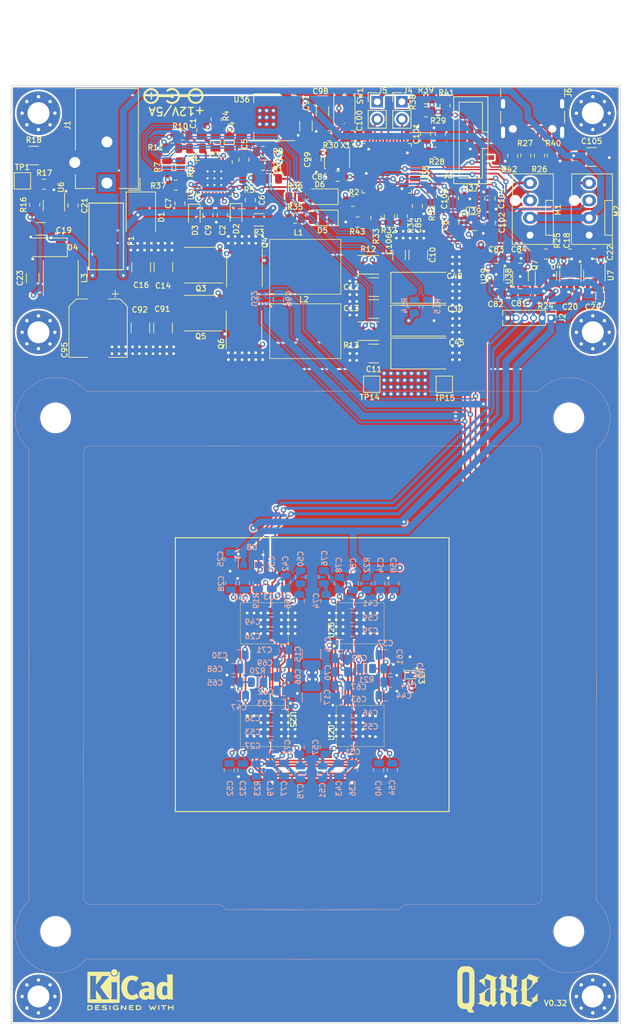
<source format=kicad_pcb>
(kicad_pcb (version 20240108) (generator "pcbnew") (generator_version "8.0")
  (layers (0 "F.Cu" mixed) (1 "In1.Cu" signal) (2 "In2.Cu" signal) (31 "B.Cu" signal) (34 "B.Paste" user) (35 "F.Paste" user) (36 "B.SilkS" user "B.Silkscreen") (37 "F.SilkS" user "F.Silkscreen") (38 "B.Mask" user) (39 "F.Mask" user) (44 "Edge.Cuts" user))
  (net 0 "")
  (net 1 "GND")
  (net 2 "+1V8")
  (net 3 "Net-(U3-ITH)")
  (net 4 "Net-(U3-VIN)")
  (net 5 "Net-(C3-Pad2)")
  (net 6 "Net-(U3-TK{slash}SS)")
  (net 7 "+1V2")
  (net 8 "Net-(U3-SENSE1-)")
  (net 9 "Net-(U3-SENSE1+)")
  (net 10 "Net-(D2-K)")
  (net 11 "Net-(Q5-S)")
  (net 12 "+5V")
  (net 13 "+0V8")
  (net 14 "/BM1366/CI")
  (net 15 "/BM1366/RO")
  (net 16 "/BM1366/RST_N")
  (net 17 "/BM1366/CLKI")
  (net 18 "Net-(U3-SENSE2+)")
  (net 19 "Net-(U3-SENSE2-)")
  (net 20 "/BM1366/BI")
  (net 21 "Net-(D2-A)")
  (net 22 "Net-(U6-BS)")
  (net 23 "Net-(C23-Pad1)")
  (net 24 "Net-(U19-VDD3_0)")
  (net 25 "Net-(U20-VDD3_0)")
  (net 26 "Net-(U19-VDD2_0)")
  (net 27 "Net-(U20-VDD2_0)")
  (net 28 "Net-(U19-VDD1_0)")
  (net 29 "Net-(U20-VDD1_0)")
  (net 30 "Net-(U19-VDD1_1)")
  (net 31 "Net-(U20-VDD1_1)")
  (net 32 "Net-(U19-VDD2_1)")
  (net 33 "+3V3")
  (net 34 "Net-(U20-VDD2_1)")
  (net 35 "Net-(U19-VDD3_1)")
  (net 36 "Net-(U20-VDD3_1)")
  (net 37 "Net-(U26-VDD1_1)")
  (net 38 "Net-(U26-VDD2_1)")
  (net 39 "Net-(U26-VDD3_1)")
  (net 40 "Net-(D5-A)")
  (net 41 "Net-(D6-A)")
  (net 43 "Net-(D3-K)")
  (net 45 "+12V")
  (net 46 "Net-(F1-Pad2)")
  (net 50 "Net-(Q3-S)")
  (net 51 "Net-(Q3-G)")
  (net 52 "Net-(Q4-G)")
  (net 53 "Net-(D4-K)")
  (net 54 "/Power/DIFF-")
  (net 55 "/Power/DIFF+")
  (net 56 "Net-(L2-Pad2)")
  (net 57 "Net-(Q5-G)")
  (net 58 "/Power/SENSE1-")
  (net 59 "Net-(Q6-G)")
  (net 60 "Net-(U3-FREQ)")
  (net 61 "Net-(U3-DIFFOUT)")
  (net 62 "/Power/SENSE1+")
  (net 63 "/Power/SENSE2+")
  (net 64 "Net-(L1-Pad2)")
  (net 65 "Net-(U3-VFB)")
  (net 66 "/Power/SENSE2-")
  (net 67 "Net-(U6-FB)")
  (net 68 "Net-(U19-RI)")
  (net 69 "Net-(U20-RI)")
  (net 70 "Net-(U26-RI)")
  (net 71 "Net-(U20-RO)")
  (net 72 "Net-(U19-ADDR0)")
  (net 73 "Net-(U19-ADDR1)")
  (net 74 "Net-(U20-ADDR0)")
  (net 75 "Net-(U20-ADDR1)")
  (net 76 "Net-(U19-PIN_MODE)")
  (net 77 "Net-(U20-PIN_MODE)")
  (net 78 "Net-(U26-ADDR0)")
  (net 79 "Net-(U26-ADDR1)")
  (net 80 "Net-(U26-PIN_MODE)")
  (net 81 "Net-(U25-VDD1_1)")
  (net 82 "Net-(U25-VDD2_1)")
  (net 83 "Net-(U25-VDD3_1)")
  (net 88 "Net-(U25-ADDR0)")
  (net 89 "Net-(U25-ADDR1)")
  (net 90 "Net-(U25-PIN_MODE)")
  (net 91 "Net-(U19-CO)")
  (net 92 "Net-(U19-CLKO)")
  (net 93 "Net-(U19-BO)")
  (net 94 "Net-(U19-NRSTO)")
  (net 95 "Net-(U20-NRSTI)")
  (net 96 "Net-(U20-BI)")
  (net 97 "Net-(U20-CLKI)")
  (net 98 "Net-(U20-CI)")
  (net 100 "Net-(U20-CO)")
  (net 102 "Net-(U20-CLKO)")
  (net 103 "Net-(U20-BO)")
  (net 104 "Net-(U20-NRSTO)")
  (net 110 "unconnected-(J6-VBUS-PadA4)")
  (net 111 "Net-(J6-CC1)")
  (net 112 "Net-(J6-D+-PadA6)")
  (net 113 "/STM32/TACHO2")
  (net 114 "Net-(M1-PWM)")
  (net 115 "/STM32/TACHO1")
  (net 116 "Net-(U35-BOOT0)")
  (net 117 "/STM32/ALERT2")
  (net 118 "/STM32/SCL2")
  (net 119 "/STM32/SDA2")
  (net 120 "Net-(U3-ISET)")
  (net 127 "/STM32/LED2")
  (net 128 "/STM32/LED1")
  (net 129 "/STM32/NRST")
  (net 130 "/STM32/SWDIO")
  (net 131 "/STM32/SWCLK")
  (net 134 "/Power/1V2_RUN")
  (net 135 "/Power/1V2_PGOOD")
  (net 136 "/STM32/USB_D-")
  (net 137 "/STM32/USB_D+")
  (net 139 "Net-(U35-PH0)")
  (net 141 "/BM1366/RESET")
  (net 142 "/BM1366/RXD")
  (net 143 "/BM1366/TXD")
  (net 144 "Net-(M2-PWM)")
  (net 145 "/STM32/PWM1")
  (net 146 "/STM32/PWM2")
  (net 150 "Net-(U35-PB2)")
  (net 158 "Net-(J6-D--PadA7)")
  (net 159 "Net-(J4-Pin_1)")
  (net 160 "Net-(J5-Pin_1)")
  (net 161 "/STM32/LED4")
  (net 162 "/STM32/LED3")
  (net 165 "Net-(J6-CC2)")
  (net 167 "GNDA")
  (footprint "myfootprints:NetTie-2_L3_SMD_Pad0.5mm" (layer "F.Cu") (at 73.4 48.3 180)
    (property "Reference" "NT7" (hide yes))
    (property "Value" "NetTie_2" (hide yes))
  )
  (footprint "Capacitor_SMD:C_0805_2012Metric" (layer "F.Cu") (at 115.697 58.994 -90)
    (property "Reference" "C87")
    (property "Value" "100n")
  )
  (footprint "Capacitor_SMD:C_0805_2012Metric" (layer "F.Cu") (at 132.676315 69.976089 180)
    (property "Reference" "C20")
    (property "Value" "1µ")
  )
  (footprint "Capacitor_SMD:C_1206_3216Metric" (layer "F.Cu") (at 54.15 67.09 90)
    (property "Reference" "C23")
    (property "Value" "22µ/16V")
  )
  (footprint "qaxe:BM1366" (layer "F.Cu") (at 88 117.5 -90)
    (property "Reference" "U19" (hide yes))
    (property "Value" "BM1366_mode1")
  )
  (footprint "Capacitor_SMD:C_1210_3225Metric" (layer "F.Cu") (at 104 78.1 180)
    (property "Reference" "C11")
    (property "Value" "100µ/6.3V")
  )
  (footprint "myfootprints:IFLR-4031GC-01-8x10" (layer "F.Cu") (at 93.985 65.44)
    (property "Reference" "L1")
    (property "Value" "220nH")
  )
  (footprint "Resistor_SMD:R_0805_2012Metric" (layer "F.Cu") (at 89.17 52.59)
    (property "Reference" "R1")
    (property "Value" "10k")
  )
  (footprint "Resistor_SMD:R_0805_2012Metric" (layer "F.Cu") (at 54.45 56.3775 90)
    (property "Reference" "R16")
    (property "Value" "84.5k")
  )
  (footprint "Resistor_SMD:R_0805_2012Metric" (layer "F.Cu") (at 55.85 53.3775)
    (property "Reference" "R17")
    (property "Value" "16.3k")
  )
  (footprint "qaxe:MountingHole_3.2mm_M3_Pad_Via" (layer "F.Cu") (at 55 43)
    (property "Reference" "REF**" (hide yes))
    (property "Value" "MountingHole_3.2mm_M3_Pad_Via" (hide yes))
  )
  (footprint "Capacitor_SMD:C_1210_3225Metric" (layer "F.Cu") (at 73.2 74.375 -90)
    (property "Reference" "C91")
    (property "Value" "22µ/25V")
  )
  (footprint "Resistor_SMD:R_1210_3225Metric" (layer "F.Cu") (at 54.3125 49.19)
    (property "Reference" "R18")
    (property "Value" "0")
  )
  (footprint "Capacitor_SMD:C_0805_2012Metric" (layer "F.Cu") (at 136.176315 63.556089 180)
    (property "Reference" "C22")
    (property "Value" "100n")
  )
  (footprint "qaxe:qaxelogo" (layer "F.Cu") (at 122.2 170.975)
    (property "Reference" "G***" (hide yes))
    (property "Value" "LOGO" (hide yes))
  )
  (footprint "Capacitor_SMD:C_0805_2012Metric" (layer "F.Cu") (at 79.77 57.905 -90)
    (property "Reference" "C9")
    (property "Value" "4.7µ/25V")
  )
  (footprint "Resistor_SMD:R_0805_2012Metric" (layer "F.Cu") (at 114.4 41.9 90)
    (property "Reference" "R41")
    (property "Value" "2.7k")
  )
  (footprint "Diode_SMD:D_SOD-323" (layer "F.Cu") (at 83.87 57.805 -90)
    (property "Reference" "D2")
    (property "Value" "CMDSH-3")
  )
  (footprint "Resistor_SMD:R_0805_2012Metric" (layer "F.Cu") (at 113.726 46.055 -90)
    (property "Reference" "R29")
    (property "Value" "10k")
  )
  (footprint "Resistor_SMD:R_2010_5025Metric" (layer "F.Cu") (at 103.1875 65.145)
    (property "Reference" "R12")
    (property "Value" "1mR")
  )
  (footprint "qaxe:polarity" (layer "F.Cu") (at 74.5 40.5 180)
    (property "Reference" "U1" (hide yes))
    (property "Value" "~")
  )
  (footprint "Capacitor_SMD:C_0805_2012Metric" (layer "F.Cu") (at 85.0175 49.785 -90)
    (property "Reference" "C5")
    (property "Value" "1n")
  )
  (footprint "Resistor_SMD:R_0805_2012Metric" (layer "F.Cu") (at 85.7795 52.57 180)
    (property "Reference" "R5")
    (property "Value" "100k")
  )
  (footprint "Capacitor_SMD:C_0805_2012Metric" (layer "F.Cu") (at 111.567 46 90)
    (property "Reference" "C101")
    (property "Value" "100n")
  )
  (footprint "qaxe:MountingHole_3.2mm_M3" (layer "F.Cu") (at 132.5 162.5)
    (property "Reference" "REF**" (hide yes))
    (property "Value" "MountingHole_3.2mm_M3" (hide yes))
  )
  (footprint "Resistor_SMD:R_0805_2012Metric" (layer "F.Cu") (at 111.6 42.8 180)
    (property "Reference" "R38")
    (property "Value" "560")
  )
  (footprint "Package_SON:VSONP-8-1EP_5x6_P1.27mm" (layer "F.Cu") (at 85.03 74.28 90)
    (property "Reference" "Q6")
    (property "Value" "CSD16415Q5T")
  )
  (footprint "LED_SMD:LED_1206_3216Metric" (layer "F.Cu") (at 96.5 58.293 180)
    (property "Reference" "D5")
    (property "Value" "LED")
  )
  (footprint "Capacitor_SMD:C_0805_2012Metric" (layer "F.Cu") (at 120.965 55.453 -90)
    (property "Reference" "C104")
    (property "Value" "100n")
  )
  (footprint "Diode_SMD:D_SMB" (layer "F.Cu") (at 69.96 58.17 -90)
    (property "Reference" "D1")
    (property "Value" "SMBJ12A")
  )
  (footprint "TestPoint:TestPoint_Pad_2.0x2.0mm" (layer "F.Cu") (at 103.7 82.6)
    (property "Reference" "TP14")
    (property "Value" "3V3")
  )
  (footprint "Package_TO_SOT_SMD:SOT-363_SC-70-6" (layer "F.Cu") (at 125.4252 66.7766 90)
    (property "Reference" "U38")
    (property "Value" "TXU0101")
  )
  (footprint "Capacitor_SMD:C_1210_3225Metric" (layer "F.Cu") (at 135.825 49.4)
    (property "Reference" "C105")
    (property "Value" "22µ/25V")
  )
  (footprint "Capacitor_SMD:C_0805_2012Metric" (layer "F.Cu") (at 121.876315 64.176089 180)
    (property "Reference" "C83")
    (property "Value" "100n")
  )
  (footprint "Connector_PinHeader_2.54mm:PinHeader_1x02_P2.54mm_Vertical" (layer "F.Cu") (at 108.1 41.325)
    (property "Reference" "J4")
    (property "Value" "Conn_01x02")
  )
  (footprint "NetTie:NetTie-2_SMD_Pad0.5mm" (layer "F.Cu") (at 102.4 74.4 -135)
    (property "Reference" "NT2" (hide yes))
    (property "Value" "NetTie_2" (hide yes))
  )
  (footprint "Package_TO_SOT_SMD:SOT-23-5" (layer "F.Cu") (at 136.226315 66.713589 -90)
    (property "Reference" "U7")
    (property "Value" "MCP1824T-1802E")
  )
  (footprint "Connector_PinHeader_1.27mm:PinHeader_1x06_P1.27mm_Vertical" (layer "F.Cu") (at 129.875 72.9 -90)
    (property "Reference" "J2")
    (property "Value" "Conn_01x06")
  )
  (footprint "Resistor_SMD:R_0805_2012Metric" (layer "F.Cu") (at 124.3 49.2 90)
    (property "Reference" "R42")
    (property "Value" "5.1k")
  )
  (footprint "Capacitor_SMD:C_0805_2012Metric" (layer "F.Cu") (at 75.67 56.19 90)
    (property "Reference" "C7")
    (property "Value" "100n")
  )
  (footprint "Connector:FanPinHeader_1x04_P2.54mm_Vertical" (layer "F.Cu") (at 135.463 60.82 90)
    (property "Reference" "M2")
    (property "Value" "Fan_4pin")
  )
  (footprint "TestPoint:TestPoint_Pad_2.0x2.0mm" (layer "F.Cu") (at 114.3 82.6)
    (property "Reference" "TP15")
    (property "Value" "3V3")
  )
  (footprint "Resistor_SMD:R_0805_2012Metric" (layer "F.Cu") (at 106.2615 58.037 90)
    (property "Reference" "R32")
    (property "Value" "1.5k")
  )
  (footprint "qaxe:MountingHole_3.2mm_M3" (layer "F.Cu") (at 57.5 162.5)
    (property "Reference" "REF**" (hide yes))
    (property "Value" "MountingHole_3.2mm_M3" (hide yes))
  )
  (footprint "Connector_PinHeader_2.54mm:PinHeader_1x02_P2.54mm_Vertical" (layer "F.Cu") (at 104.5 41.325)
    (property "Reference" "J5")
    (property "Value" "Conn_01x02")
  )
  (footprint "qaxe:MountingHole_3.2mm_M3" (layer "F.Cu") (at 57.5 87.5)
    (property "Reference" "REF**" (hide yes))
    (property "Value" "MountingHole_3.2mm_M3" (hide yes))
  )
  (footprint "Capacitor_SMD:C_1206_3216Metric" (layer "F.Cu") (at 107.7 63.7 90)
    (property "Reference" "C106")
    (property "Value" "4.7µ/6.3V")
  )
  (footprint "Resistor_SMD:R_0805_2012Metric" (layer "F.Cu") (at 128.2 49.2 90)
    (property "Reference" "R26")
    (property "Value" "22")
  )
  (footprint "Resistor_SMD:R_0805_2012Metric" (layer "F.Cu") (at 87.7825 48.605)
    (property "Reference" "R8")
    (property "Value" "200")
  )
  (footprint "Resistor_SMD:R_0805_2012Metric" (layer "F.Cu") (at 130.1 49.2 90)
    (property "Reference" "R40")
    (property "Value" "5.1k")
  )
  (footprint "Package_TO_SOT_SMD:SOT-363_SC-70-6" (layer "F.Cu") (at 118.2624 55.5498)
    (property "Reference" "U37")
    (property "Value" "TXU0101")
  )
  (footprint "Resistor_SMD:R_0805_2012Metric" (layer "F.Cu") (at 87.7825 50.605 180)
    (property "Reference" "R9")
    (property "Value" "200")
  )
  (footprint "Capacitor_SMD:C_1210_3225Metric" (layer "F.Cu") (at 110.5 63.7 90)
    (property "Reference" "C10")
    (property "Value" "100µ/6.3V")
  )
  (footprint "Resistor_SMD:R_2010_5025Metric" (layer "F.Cu") (at 103.2 74.825001)
    (property "Reference" "R13")
    (property "Value" "1mR")
  )
  (footprint "Package_SON:VSONP-8-1EP_5x6_P1.27mm" (layer "F.Cu") (at 78.739 65.2 180)
    (property "Reference" "Q3")
    (property "Value" "CSD16415Q5T")
  )
  (footprint "Capacitor_SMD:C_0805_2012Metric" (layer "F.Cu") (at 60.05 56.49 -90)
    (property "Reference" "C21")
    (property "Value" "10n/250V")
  )
  (footprint "Capacitor_SMD:C_0805_2012Metric" (layer "F.Cu") (at 125.376315 69.376089)
    (property "Reference" "C81")
    (property "Value" "100n")
  )
  (footprint "Resistor_SMD:R_0805_2012Metric" (layer "F.Cu") (at 112.9 48.7 180)
    (property "Reference" "R28")
    (property "Value" "10k")
  )
  (footprint "Capacitor_SMD:C_0805_2012Metric" (layer "F.Cu") (at 121.031 58.994 -90)
    (property "Reference" "C102")
    (property "Value" "100n")
  )
  (footprint "Package_TO_SOT_SMD:SOT-363_SC-70-6" (layer "F.Cu") (at 121.8438 66.7766 -90)
    (property "Reference" "U29")
    (property "Value" "TXU0101")
  )
  (footprint "Capacitor_SMD:C_1210_3225Metric" (layer "F.Cu") (at 73.25 65.5 90)
    (property "Reference" "C14")
    (property "Value" "22µ/25V")
  )
  (footprint "Capacitor_SMD:C_0805_2012Metric" (layer "F.Cu") (at 110.363 56.602 -90)
    (property "Reference" "C85")
    (property "Value" "100n")
  )
  (footprint "qaxe:MountingHole_3.2mm_M3_Pad_Via" (layer "F.Cu") (at 136 43)
    (property "Reference" "REF**" (hide yes))
    (property "Value" "MountingHole_3.2mm_M3_Pad_Via" (hide yes))
  )
  (footprint "Package_SON:VSONP-8-1EP_5x6_P1.27mm" (layer "F.Cu") (at 78.7 72.2 180)
    (property "Reference" "Q5")
    (property "Value" "CSD16415Q5T")
  )
  (footprint "Resistor_SMD:R_0805_2012Metric" (layer "F.Cu") (at 100.9275 55.878)
    (property "Reference" "R2")
    (property "Value" "1.5k")
  )
  (footprint "LED_SMD:LED_1206_3216Metric" (layer "F.Cu") (at 96.49975 55.199 180)
    (property "Reference" "D6")
    (property "Value" "LED")
  )
  (footprint "Diode_SMD:D_SOD-128" (layer "F.Cu") (at 56.05 62.59 180)
    (property "Reference" "D4")
    (property "Value" "PMEG4030EP,115")
  )
  (footprint "qaxe:MountingHole_3.2mm_M3" (layer "F.Cu") (at 132.5 87.5)
    (property "Reference" "REF**" (hide yes))
    (property "Value" "MountingHole_3.2mm_M3" (hide yes))
  )
  (footprint "Resistor_SMD:R_0805_2012Metric" (layer "F.Cu") (at 104.3 58.2625 90)
    (property "Reference" "R33")
    (property "Value" "2.7k")
  )
  (footprint "Oscillator:Oscillator_SMD_EuroQuartz_XO32-4Pin_3.2x2.5mm" (layer "F.Cu") (at 98.613 49.611 90)
    (property "Reference" "X1")
    (property "Value" "8MHz")
  )
  (footprint "qaxe:BM1366" (layer "F.Cu") (at 88 132.5 -90)
    (property "Reference" "U25")
    (property "Value" "BM1366_mode1")
  )
  (footprint "Capacitor_SMD:C_0805_2012Metric" (layer "F.Cu") (at 82.87 47.29 90)
    (property "Reference" "C4")
    (property "Value" "100n")
  )
  (footprint "Capacitor_SMD:C_0805_2012Metric" (layer "F.Cu") (at 121.876315 69.376089 180)
    (property "Reference" "C82")
    (property "Value" "100n")
  )
  (footprint "Resistor_SMD:R_0805_2012Metric" (layer "F.Cu") (at 108.1665 58.037 90)
    (property "Reference" "R34")
    (property "Value" "1.5k")
  )
  (footprint "qaxe:MountingHole_3.2mm_M3_Pad_Via" (layer "F.Cu") (at 136 172)
    (property "Reference" "REF**" (hide yes))
    (property "Value" "MountingHole_3.2mm_M3_Pad_Via" (hide yes))
  )
  (footprint "Capacitor_SMD:C_1210_3225Metric" (layer "F.Cu") (at 104 68.4 180)
    (property "Reference" "C12")
    (property "Value" "100µ/6.3V")
  )
  (footprint "NetTie:NetTie-2_SMD_Pad0.5mm" (layer "F.Cu") (at 104 74.4 -45)
    (property "Reference" "NT4" (hide yes))
    (property "Value" "NetTie_2" (hide yes))
  )
  (footprint "Resistor_SMD:R_0805_2012Metric" (layer "F.Cu") (at 73.78 50.8575 -90)
    (property "Reference" "R7")
    (property "Value" "20k")
  )
  (footprint "Resistor_SMD:R_0805_2012Metric" (layer "F.Cu") (at 126.2 49.2 90)
    (property "Reference" "R27")
    (property "Value" "22")
  )
  (footprint "Capacitor_SMD:CP_Elec_8x10" (layer "F.Cu") (at 63.71 74.4 -90)
    (property "Reference" "C95")
    (property "Value" "220µ/25V")
  )
  (footprint "Package_TO_SOT_SMD:SOT-23-6" (layer "F.Cu") (at 57.25 56.4775 -90)
    (property "Reference" "U6")
    (property "Value" "AP3211")
  )
  (footprint "qaxe:BM1366" (layer "F.Cu") (at 102 117.5 90)
    (property "Reference" "U26")
    (property "Value" "BM1366_mode1")
  )
  (footprint "Capacitor_SMD:C_0805_2012Metric" (layer "F.Cu") (at 136.176315 69.856089 180)
    (property "Reference" "C24")
    (property "Value" "1µ")
  )
  (footprint "Inductor_SMD:L_Taiyo-Yuden_NR-50xx" (layer "F.Cu") (at 58.25 67.09 -90)
    (property "Reference" "L3")
    (property "Value" "4.7µH/2A/3A")
  )
  (footprint "Resistor_SMD:R_0805_2012Metric" (layer "F.Cu") (at 92.50175 55.245)
    (property "Reference" "R36")
    (property "Value" "560")
  )
  (footprint "Resistor_SMD:R_0805_2012Metric" (layer "F.Cu") (at 129.146315 69.876089 180)
    (property "Reference" "R24")
    (property "Value" "10k")
  )
  (footprint "Capacitor_SMD:C_0805_2012Metric" (layer "F.Cu") (at 125.376315 64.176089)
    (property "Reference" "C84")
    (property "Value" "100n")
  )
  (footprint "Resistor_SMD:R_0805_2012Metric" (layer "F.Cu") (at 75.06 53.52)
    (property "Reference" "R37")
    (property "Value" "49.9k")
  )
  (footprint "Capacitor_SMD:C_0805_2012Metric" (layer "F.Cu") (at 80.87 47.28 90)
    (property "Reference" "C3")
    (property "Value" "3.3n")
  )
  (footprint "Package_TO_SOT_SMD:SOT-23-5" (layer "F.Cu") (at 132.726315 66.833589 -90)
    (property "Reference" "U4")
    (property "Value" "MCP1824T-0802E")
  )
  (footprint "qaxe:MountingHole_3.2mm_M3_Pad_Via" (layer "F.Cu") (at 55 75)
    (property "Reference" "REF**" (hide yes))
    (property "Value" "MountingHole_3.2mm_M3_Pad_Via" (hide yes))
  )
  (footprint "Capacitor_SMD:C_0805_2012Metric" (layer "F.Cu") (at 100.9305 46.3 180)
    (property "Reference" "C100")
    (property "Value" "100n")
  )
  (footprint "Capacitor_SMD:C_0805_2012Metric" (layer "F.Cu") (at 132.676315 63.576089)
    (property "Reference" "C18")
    (property "Value" "100n")
  )
  (footprint "qaxe:BM1366" (layer "F.Cu") (at 102 132.5 90)
    (property "Reference" "U20")
    (property "Value" "BM1366_mode1")
  )
  (footprint "Connector:FanPinHeader_1x04_P2.54mm_Vertical" (layer "F.Cu") (at 126.827 60.82 90)
    (property "Reference" "M1")
    (property "Value" "Fan_4pin")
  )
  (footprint "qaxe:MountingHole_3.2mm_M3_Pad_Via" (layer "F.Cu") (at 136 75)
    (property "Reference" "REF**" (hide yes))
    (property "Value" "MountingHole_3.2mm_M3_Pad_Via" (hide yes))
  )
  (footprint "Resistor_SMD:R_0805_2012Metric" (layer "F.Cu") (at 75.77 50.88 90)
    (property "Reference" "R6")
    (property "Value" "22k")
  )
  (footprint "Capacitor_SMD:C_0805_2012Metric" (layer "F.Cu") (at 98.7 52.2224 180)
    (property "Reference" "C86")
    (property "Value" "100n")
  )
  (footprint "Resistor_SMD:R_1206_3216Metric" (layer "F.Cu") (at 87.21 58.58 180)
    (property "Reference" "R3")
    (property "Value" "2.2R")
  )
  (footprint "Capacitor_SMD:C_0805_2012Metric" (layer "F.Cu") (at 78.87 45.455 90)
    (property "Reference" "C1")
    (property "Value" "47p")
  )
  (footprint "Resistor_SMD:R_0805_2012Metric" (layer "F.Cu") (at 74.5575 48.105 180)
    (property "Reference" "R11")
    (property "Value" "200")
  )
  (footprint "Package_QFP:LQFP-48_7x7mm_P0.5mm" (layer "F.Cu") (at 105.8805 51.052)
    (property "Reference" "U35")
    (property "Value" "STM32L072CBT6")
  )
  (footprint "NetTie:NetTie-2_SMD_Pad0.5mm" (layer "F.Cu") (at 104 64.846447 135)
    (property "Reference" "NT3" (hide yes))
    (property "Value" "NetTie_2" (hide yes))
  )
  (footprint "myfootprints:TMP1075-DRL" (layer "F.Cu") (at 109.35 125 -90)
    (property "Reference" "U33")
    (property "Value" "TMP1075")
  )
  (footprint "TestPoint:TestPoint_Pad_2.0x2.0mm" (layer "F.Cu") (at 52.65 52.89)
    (property "Reference" "TP1")
    (property "Value" "3V3")
  )
  (footprint "qaxe:dummy" (layer "F.Cu") (at 81.7 70.4)
    (property "Reference" "REF**" (hide yes))
    (property "Value" "heatsink" (hide yes))
  )
  (footprint "Connector_BarrelJack:BarrelJack_CUI_PJ-102AH_Horizontal" (layer "F.Cu") (at 65 53.2 180)
    (property "Reference" "J1")
    (property "Value" "Barrel_Jack_Switch")
  )
  (footprint "myfootprints:PinHeader_IDC_2x05_P1.27mm_Vertical_SMD" (layer "F.Cu") (at 118.171 46.944 180)
    (property "Reference" "J3")
    (property "Value" "SWD")
  )
  (footprint "Capacitor_SMD:C_1210_3225Metric" (layer "F.Cu") (at 104 71.6 180)
    (property "Reference" "C13")
    (property "Value" "100µ/6.3V")
  )
  (footprint "NetTie:NetTie-2_SMD_Pad0.5mm" (layer "F.Cu") (at 102.4 64.846447 45)
    (property "Reference" "NT1" (hide yes))
    (property "Value" "NetTie_2" (hide yes))
  )
  (footprint "myfootprints:fuseholder_littlefuse_blok" (layer "F.Cu") (at 64.9 61 90)
    (property "Reference" "F1")
    (property "Value" "5A")
  )
  (footprint "Capacitor_SMD:C_1206_3216Metric" (layer "F.Cu") (at 96.5 42.713 -90)
    (property "Reference" "C98")
    (property "Value" "10µF/50V")
  )
  (footprint "Resistor_SMD:R_0805_2012Metric" (layer "F.Cu") (at 92.502 58.339)
    (property "Reference" "R35")
    (property "Value" "560")
  )
  (footprint "Resistor_SMD:R_0805_2012Metric" (layer "F.Cu") (at 97.5 46.3)
    (property "Reference" "R30")
    (property "Value" "100k")
  )
  (footprint "qaxe:KiCad-Logo2_5mm_SilkScreen" (layer "F.Cu") (at 68.425 171)
    (property "Reference" "REF**" (hide yes))
    (property "Value" "KiCad-Logo2_5mm_SilkScreen" (hide yes))
  )
  (footprint "Capacitor_Tantalum_SMD:CP_EIA-7343-15_Kemet-W" (layer "F.Cu") (at 110.9 78.1)
    (property "Reference" "C45")
    (property "Value" "330µ/6.3V")
  )
  (footprint "myfootprints:IFLR-4031GC-01-8x10" (layer "F.Cu") (at 93.985 74.838)
    (property "Reference" "L2")
    (property "Value" "220nH")
  )
  (footprint "Capacitor_SMD:C_0805_2012Metric" (layer "F.Cu") (at 95.565 49.738 -90)
    (property "Reference" "C99")
    (property "Value" "100n")
  )
  (footprint "Package_TO_SOT_SMD:SOT-223-3_TabPin2" (layer "F.Cu") (at 88.372 43.602 180)
    (property "Reference" "U36")
    (property "Value" "1117-3.3")
  )
  (footprint "Resistor_SMD:R_0805_2012Metric" (layer "F.Cu") (at 111.6 40.9 180)
    (property "Reference" "R39")
    (property "Value" "560")
  )
  (footprint "Package_DFN_QFN:QFN-32-1EP_5x5mm_P0.5mm_EP3.45x3.45mm_ThermalVias" (layer "F.Cu") (at 80.7075 52.505 -90)
    (property "Reference" "U3")
    (property "Value" "LTC3856")
  )
  (footprint "Button_Switch_SMD:SW_Push_1P1T_NO_CK_KMR2" (layer "F.Cu") (at 99.7 42.3 -90)
    (property "Reference" "SW1")
    (property "Value" "boot")
  )
  (footprint "Capacitor_SMD:C_0805_2012Metric" (layer "F.Cu") (at 115.631 55.453 -90)
    (property "Reference" "C103")
    (property "Value" "100n")
  )
  (footprint "Package_TO_SOT_SMD:SOT-23" (layer "F.Cu") (at 129.146315 66.766089 90)
    (property "Reference" "Q7")
    (property "Value" "BSS138")
  )
  (footprint "Package_SON:VSONP-8-1EP_5x6_P1.27mm" (layer "F.Cu") (at 85.095 65.9875 -90)
    (property "Reference" "Q4")
    (property "Value" "CSD16415Q5T")
  )
  (footprint "Connector_USB:USB_C_Receptacle_GCT_USB4105-xx-A_16P_TopMnt_Horizontal" (layer "F.Cu") (at 127.2 42.7 180)
    (property "Reference" "J6")
    (property "Value" "USB_C_Receptacle_USB2.0")
  )
  (footprint "Package_TO_SOT_SMD:SOT-363_SC-70-6" (layer "F.Cu") (at 118.3132 58.9788)
    (property "Reference" "U39")
    (property "Value" "TXU0101")
  )
  (footprint "Capacitor_Tantalum_SMD:CP_EIA-7343-15_Kemet-W" (layer "F.Cu") (at 110.9 68.5)
    (property "Reference" "C48")
    (property "Value" "330µ/6.3V")
  )
  (footprint "Capacitor_SMD:C_1210_3225Metric" (layer "F.Cu") (at 69.9 74.35 -90)
    (property "Reference" "C92")
    (property "Value" "22µ/25V")
  )
  (footprint "Capacitor_SMD:C_1210_3225Metric" (layer "F.Cu") (at 70 65.5 90)
    (property "Reference" "C16")
    (property "Value" "22µ/25V")
  )
  (footprint "Diode_SMD:D_SOD-323" (layer "F.Cu") (at 77.77 57.905 -90)
    (property "Reference" "D3")
    (property "Value" "CMDSH-3")
  )
  (footprint "Capacitor_SMD:C_0805_2012Metric" (layer "F.Cu") (at 78.02 48.155 180)
    (property "Reference" "C8")
    (property "Value" "1n")
  )
  (footprint "Resistor_SMD:R_0805_2012Metric" (layer "F.Cu") (at 76.0575 46.205 180)
    (property "Reference" "R10")
    (property "Value" "200")
  )
  (footprint "Capacitor_SMD:C_0805_2012Metric" (layer "F.Cu") (at 81.87 57.905 90)
    (property "Reference" "C2")
    (property "Value" "100n")
  )
  (footprint "Capacitor_Tantalum_SMD:CP_EIA-7343-15_Kemet-W" (layer "F.Cu") (at 110.9 73.3)
    (property "Reference" "C39")
    (property "Value" "330µ/6.3V")
  )
  (footprint "Capacitor_SMD:C_0805_2012Metric" (layer "F.Cu") (at 85.97 55.705 -90)
    (property "Reference" "C6")
    (property "Value" "100n")
  )
  (footprint "Resistor_SMD:R_0805_2012Metric" (layer "F.Cu") (at 101.65 58.9)
    (property "Reference" "R43")
    (property "Value" "10k")
  )
  (footprint "Resistor_SMD:R_0805_2012Metric" (layer "F.Cu") (at 129.146315 63.576089)
    (property "Reference" "R25")
    (property "Value" "10k")
  )
  (footprint "Resistor_SMD:R_0805_2012Metric" (layer "F.Cu") (at 112.413 55.116 90)
    (property "Reference" "R31")
    (property "Value" "10k")
  )
  (footprint "Capacitor_SMD:C_1206_3216Metric" (layer "F.Cu") (at 55.35 59.89 180)
    (property "Reference" "C19")
    (property "Value" "10µF/50V")
  )
  (footprint "Capacitor_SMD:C_1206_3216Metric" (layer "F.Cu") (at 94.087 44.872 -90)
    (property "Reference" "C97")
    (property "Value" "22µ/16V")
  )
  (footprint "qaxe:MountingHole_3.2mm_M3_Pad_Via" (layer "F.Cu") (at 55 172)
    (property "Reference" "REF**" (hide yes))
    (property "Value" "MountingHole_3.2mm_M3_Pad_Via" (hide yes))
  )
  (footprint "Resistor_SMD:R_0805_2012Metric" (layer "F.Cu") (at 80.97 43.8925 90)
    (property "Reference" "R4")
    (property "Value" "8.45k")
  )
  (footprint "Capacitor_SMD:C_0805_2012Metric" (layer "B.Cu") (at 90.81 129.31 180)
    (property "Reference" "C93")
    (property "Value" "1µ")
  )
  (footprint "Capacitor_SMD:C_0805_2012Metric" (layer "B.Cu") (at 105.7 128.1 180)
    (property "Reference" "C44")
    (property "Value" "1µ")
  )
  (footprint "Capacitor_SMD:C_0805_2012Metric" (layer "B.Cu") (at 101 111.7 90)
    (property "Reference" "C80")
    (property "Value" "1µ")
  )
  (footprint "Capacitor_SMD:C_0805_2012Metric" (layer "B.Cu") (at 96.5 139.3 90)
    (property "Reference" "C51")
    (property "Value" "1µ")
  )
  (footprint "Capacitor_SMD:C_0805_2012Metric" (layer "B.Cu") (at 93.3 139.3 -90)
    (property "Reference" "C75")
    (property "Value" "1µ")
  )
  (footprint "Capacitor_SMD:C_0805_2012Metric" (layer "B.Cu") (at 90.7 121.325 180)
    (property "Reference" "C71")
    (property "Value" "1µ")
  )
  (footprint "Capacitor_SMD:C_0805_2012Metric" (layer "B.Cu") (at 90.043 70.231 -90)
    (property "Reference" "C96")
    (property "Value" "100n")
  )
  (footprint "Capacitor_SMD:C_0805_2012Metric" (layer "B.Cu") (at 104.9 111.7 -90)
    (property "Reference" "C34")
    (property "Value" "1µ")
  )
  (footprint "Resistor_SMD:R_0805_2012Metric" (layer "B.Cu") (at 87.0125 126.1 180)
    (property "Reference" "R20")
    (property "Value" "10k")
  )
  (footprint "Capacitor_SMD:C_0805_2012Metric" (layer "B.Cu") (at 89.05 133.27 180)
    (property "Reference" "C53")
    (property "Value" "100n")
  )
  (footprint "Capacitor_SMD:C_0805_2012Metric" (layer "B.Cu") (at 88.875 138.95 -90)
    (property "Reference" "C79")
    (property "Value" "1µ")
  )
  (footprint "Capacitor_SMD:C_0805_2012Metric" (layer "B.Cu") (at 83.1 111.625 90)
    (property "Reference" "C60")
    (property "Value" "1µ")
  )
  (footprint "Resistor_SMD:R_0805_2012Metric" (layer "B.Cu") (at 102.9 124.1)
    (property "Reference" "R21")
    (property "Value" "10k")
  )
  (footprint "Capacitor_SMD:C_0805_2012Metric" (layer "B.Cu") (at 106.4 126.1)
    (property "Reference" "C64")
    (property "Value" "1µ")
  )
  (footprint "Capacitor_SMD:C_0805_2012Metric" (layer "B.Cu") (at 100.87 116.67)
    (property "Reference" "C59")
    (property "Value" "100n")
  )
  (footprint "Capacitor_SMD:C_0805_2012Metric" (layer "B.Cu") (at 100.9 134.6)
    (property "Reference" "C31")
    (property "Value" "10µ/16V")
  )
  (footprint "Capacitor_SMD:C_0805_2012Metric" (layer "B.Cu") (at 100.95 130.6)
    (property "Reference" "C46")
    (property "Value" "1µ")
  )
  (footprint "Capacitor_SMD:C_0805_2012Metric" (layer "B.Cu") (at 100.87 118.67)
    (property "Reference" "C29")
    (property "Value" "10µ/16V")
  )
  (footprint "Capacitor_SMD:C_0805_2012Metric" (layer "B.Cu") (at 83.5 124.1 180)
    (property "Reference" "C68")
    (property "Value" "1µ")
  )
  (footprint "Capacitor_SMD:C_0805_2012Metric" (layer "B.Cu") (at 93.1 135.6 -90)
    (property "Reference" "C73")
    (property "Value" "1µ")
  )
  (footprint "Capacitor_SMD:C_0805_2012Metric" (layer "B.Cu") (at 100.9 138.925 90)
    (property "Reference" "C36")
    (property "Value" "1µ")
  )
  (footprint "Capacitor_SMD:C_0805_2012Metric" (layer "B.Cu") (at 104.7 138.9 90)
    (property "Reference" "C40")
    (property "Value" "1µ")
  )
  (footprint "Capacitor_SMD:C_0805_2012Metric" (layer "B.Cu") (at 109.1 124.35 90)
    (property "Reference" "C88")
    (property "Value" "100n")
  )
  (footprint "Capacitor_SMD:C_0805_2012Metric" (layer "B.Cu") (at 90.75 123.325 180)
    (property "Reference" "C69")
    (property "Value" "1µ")
  )
  (footprint "Resistor_SMD:R_0805_2012Metric" (layer "B.Cu") (at 86.875 138.95 -90)
    (property "Reference" "R23")
    (property "Value" "10k")
  )
  (footprint "Capacitor_SMD:C_0805_2012Metric" (layer "B.Cu") (at 84.25 122.1)
    (property "Reference" "C30")
    (property "Value" "1µ")
  )
  (footprint "Capacitor_SMD:C_0805_2012Metric" (layer "B.Cu") (at 98.9 138.925 90)
    (property "Reference" "C43")
    (property "Value" "1µ")
  )
  (footprint "Capacitor_SMD:C_0805_2012Metric" (layer "B.Cu") (at 84.3 128.1)
    (property "Reference" "C47")
    (property "Value" "1µ")
  )
  (footprint "Capacitor_SMD:C_0805_2012Metric" (layer "B.Cu") (at 90.8 127.325 180)
    (property "Reference" "C62")
    (property "Value" "1µ")
  )
  (footprint "Capacitor_SMD:C_0805_2012Metric" (layer "B.Cu") (at 93.3 110.75 -90)
    (property "Reference" "C50")
    (property "Value" "1µ")
  )
  (footprint "Capacitor_SMD:C_0805_2012Metric" (layer "B.Cu") (at 99.26 122.61)
    (property "Reference" "C72")
    (property "Value" "1µ")
  )
  (footprint "Capacitor_SMD:C_0805_2012Metric" (layer "B.Cu") (at 89 119.3 180)
    (property "Reference" "C26")
    (property "Value" "10µ/16V")
  )
  (footprint "Capacitor_SMD:C_0805_2012Metric" (layer "B.Cu") (at 89.05 117.3 180)
    (property "Reference" "C49")
    (property "Value" "100n")
  )
  (footprint "Capacitor_SMD:C_0805_2012Metric" (layer "B.Cu") (at 96.9 135.6 90)
    (property "Reference" "C57")
    (property "Value" "1µ")
  )
  (footprint "Capacitor_SMD:C_0805_2012Metric" (layer "B.Cu") (at 83 108.125 -90)
    (property "Reference" "C25")
    (property "Value" "100n")
  )
  (footprint "Capacitor_SMD:C_0805_2012Metric" (layer "B.Cu") (at 106.9 111.7 90)
    (property "Reference" "C58")
    (property "Value" "1µ")
  )
  (footprint "Capacitor_SMD:C_0805_2012Metric" (layer "B.Cu") (at 99.26 120.63)
    (property "Reference" "C94")
    (property "Value" "1µ")
  )
  (footprint "Capacitor_SMD:C_0805_2012Metric" (layer "B.Cu") (at 91.1 111.525 -90)
    (property "Reference" "C42")
    (property "Value" "1µ")
  )
  (footprint "Capacitor_SMD:C_0805_2012Metric" (layer "B.Cu") (at 99.26 128.61)
    (property "Reference" "C63")
    (property "Value" "1µ")
  )
  (footprint "Capacitor_SMD:C_0805_2012Metric" (layer "B.Cu") (at 98.99 111.7 90)
    (property "Reference" "C78")
    (property "Value" "1µ")
  )
  (footprint "Oscillator:Oscillator_SMD_EuroQuartz_XO32-4Pin_3.2x2.5mm" (layer "B.Cu") (at 86.05 108.2 -90)
    (property "Reference" "U8")
    (property "Value" "25MHz")
  )
  (footprint "Capacitor_SMD:C_0805_2012Metric" (layer "B.Cu") (at 100.87 114.67)
    (property "Reference" "C41")
    (property "Value" "1µ")
  )
  (footprint "Capacitor_SMD:C_0805_2012Metric" (layer "B.Cu") (at 100.95 132.6)
    (property "Reference" "C55")
    (property "Value" "100n")
  )
  (footprint "Capacitor_SMD:C_0805_2012Metric" (layer "B.Cu") (at 105.7 122.1 180)
    (property "Reference" "C37")
    (property "Value" "1µ")
  )
  (footprint "Capacitor_SMD:C_1210_3225Metric" (layer "B.Cu") (at 94.9 128.3 90)
    (property "Reference" "C17")
    (property "Value" "100µ/6.3V")
  )
  (footprint "Resistor_SMD:R_0805_2012Metric" (layer "B.Cu") (at 111.9 71.25 90)
    (property "Reference" "R15")
    (property "Value" "10")
  )
  (footprint "Resistor_SMD:R_0805_2012Metric" (layer "B.Cu") (at 102.93 111.7 90)
    (property "Reference" "R22")
    (property "Value" "10k")
  )
  (footprint "Capacitor_SMD:C_0805_2012Metric" (layer "B.Cu") (at 84.875 138.95 90)
    (property "Reference" "C32")
    (property "Value" "1µ")
  )
  (footprint "Capacitor_SMD:C_0805_2012Metric" (layer "B.Cu") (at 82.875 138.95 -90)
    (property "Reference" "C52")
    (property "Value" "1µ")
  )
  (footprint "Capacitor_SMD:C_0805_2012Metric" (layer "B.Cu") (at 90.8 125.325 180)
    (property "Reference" "C66")
    (property "Value" "1µ")
  )
  (footprint "Resistor_SMD:R_0805_2012Metric" (layer "B.Cu") (at 109.9 71.25 90)
    (property "Reference" "R14")
    (property "Value" "10")
  )
  (footprint "Capacitor_SMD:C_0805_2012Metric" (layer "B.Cu") (at 89.05 131.27 180)
    (property "Reference" "C38")
    (property "Value" "1µ")
  )
  (footprint "Capacitor_SMD:C_1210_3225Metric" (layer "B.Cu") (at 94.9 122 -90)
    (property "Reference" "C15")
    (property "Value" "100µ/6.3V")
  )
  (footprint "myfootprints:TMP1075-DRL" (layer "B.Cu") (at 88 70.104 90)
    (property "Reference" "U32")
    (property "Value" "TMP1075")
  )
  (footprint "Capacitor_SMD:C_0805_2012Metric" (layer "B.Cu") (at 89.05 135.27 180)
    (property "Reference" "C27")
    (property "Value" "10µ/16V")
  )
  (footprint "Capacitor_SMD:C_0805_2012Metric" (layer "B.Cu") (at 89 115.3 180)
    (property "Reference" "C33")
    (property "Value" "1µ")
  )
  (footprint "Capacitor_SMD:C_0805_2012Metric" (layer "B.Cu") (at 106.7 138.9 -90)
    (property "Reference" "C54")
    (property "Value" "1µ")
  )
  (footprint "Resistor_SMD:R_0805_2012Metric" (layer "B.Cu") (at 87.1 111.6375 -90)
    (property "Reference" "R19")
    (property "Value" "10k")
  )
  (footprint "Capacitor_SMD:C_0805_2012Metric" (layer "B.Cu") (at 89.1 111.525 -90)
    (property "Reference" "C35")
    (property "Value" "1µ")
  )
  (footprint "Capacitor_SMD:C_0805_2012Metric" (layer "B.Cu") (at 90.875 138.95 -90)
    (property "Reference" "C77")
    (property "Value" "1µ")
  )
  (footprint "Capacitor_SMD:C_0805_2012Metric" (layer "B.Cu") (at 99.26 126.61)
    (property "Reference" "C67")
    (property "Value" "1µ")
  )
  (footprint "Capacitor_SMD:C_0805_2012Metric" (layer "B.Cu") (at 97 114.25 90)
    (property "Reference" "C74")
    (property "Value" "1µ")
  )
  (footprint "Capacitor_SMD:C_0805_2012Metric" (layer "B.Cu") (at 85.1 111.625 -90)
    (property "Reference" "C28")
    (property "Value" "1µ")
  )
  (footprint "Capacitor_SMD:C_0805_2012Metric" (layer "B.Cu") (at 106.4 124.1)
    (property "Reference" "C61")
    (property "Value" "1µ")
  )
  (footprint "Capacitor_SMD:C_0805_2012Metric" (layer "B.Cu") (at 93.1 114.25 -90)
    (property "Reference" "C56")
    (property "Value" "1µ")
  )
  (footprint "Capacitor_SMD:C_0805_2012Metric" (layer "B.Cu") (at 96.7 110.75 90)
    (property "Reference" "C76")
    (property "Value" "1µ")
  )
  (footprint "Capacitor_SMD:C_0805_2012Metric" (layer "B.Cu") (at 99.21 124.61)
    (property "Reference" "C70")
    (property "Value" "1µ")
  )
  (footprint "Capacitor_SMD:C_0805_2012Metric" (layer "B.Cu") (at 83.5 126.1 180)
    (property "Reference" "C65")
    (property "Value" "1µ")
  )
  (gr_line (start 56.662405 88.768373) (end 56.677631 88.780058) (stroke (width 0.027881)) (layer "B.SilkS"))
  (gr_line (start 58.331933 88.899386) (end 58.471798 88.792097) (stroke (width 0.027881)) (layer "B.SilkS"))
  (gr_line (start 132.642708 168.526853) (end 132.596319 168.527561) (stroke (width 0.027881)) (layer "B.SilkS"))
  (gr_line (start 133.829369 86.851691) (end 133.91173 87.050335) (stroke (width 0.027881)) (layer "B.SilkS"))
  (gr_line (start 61.8105 91.946319) (end 61.799878 91.960128) (stroke (width 0.027881)) (layer "B.SilkS"))
  (gr_line (start 52.480263 165.699454) (end 52.289409 165.328015) (stroke (width 0.027881)) (layer "B.SilkS"))
  (gr_line (start 61.907875 158.302187) (end 61.921684 158.31281) (stroke (width 0.027881)) (layer "B.SilkS"))
  (gr_line (start 134.415609 81.928087) (end 133.975339 81.781849) (stroke (width 0.027881)) (layer "B.SilkS"))
  (gr_line (start 131.15071 88.151905) (end 131.158195 88.169963) (stroke (width 0.027881)) (layer "B.SilkS"))
  (gr_line (start 81.838465 158.767106) (end 82.008428 158.89564) (stroke (width 0.027881)) (layer "B.SilkS"))
  (gr_line (start 128.347131 92.029176) (end 128.241258 91.891081) (stroke (width 0.027881)) (layer "B.SilkS"))
  (gr_circle (center 88.978715 71.2216) (end 88.8492 71.2216) (stroke (width 0.15)) (fill solid) (layer "B.SilkS"))
  (gr_line (start 134.85588 168.076806) (end 135.309559 167.843107) (stroke (width 0.027881)) (layer "B.SilkS"))
  (gr_line (start 137.170136 91.39996) (end 137.461941 90.981427) (stroke (width 0.027881)) (layer "B.SilkS"))
  (gr_line (start 56.415251 86.68102) (end 56.403566 86.696246) (stroke (width 0.027881)) (layer "B.SilkS"))
  (gr_line (start 131.642032 161.359035) (end 131.626509 161.37072) (stroke (width 0.027881)) (layer "B.SilkS"))
  (gr_line (start 133.591156 163.609623) (end 133.420408 163.740636) (stroke (width 0.027881)) (layer "B.SilkS"))
  (gr_line (start 137.33245 84.039518) (end 137.359786 84.076698) (stroke (width 0.027881)) (layer "B.SilkS"))
  (gr_line (start 62.386957 158.529866) (end 62.559398 158.552528) (stroke (width 0.027881)) (layer "B.SilkS"))
  (gr_line (start 58.642469 161.490048) (end 58.773482 161.660719) (stroke (width 0.027881)) (layer "B.SilkS"))
  (gr_line (start 55.65396 81.942605) (end 55.698221 81.928087) (stroke (width 0.027881)) (layer "B.SilkS"))
  (gr_line (start 131.158195 163.118502) (end 131.083323 162.937917) (stroke (width 0.027881)) (layer "B.SilkS"))
  (gr_line (start 138.230419 160.745045) (end 138.244052 160.789306) (stroke (width 0.027881)) (layer "B.SilkS"))
  (gr_line (start 136.018009 82.745324) (end 136.055479 82.772589) (stroke (width 0.027881)) (layer "B.SilkS"))
  (gr_line (start 137.461941 90.981427) (end 137.435419 91.019315) (stroke (width 0.027881)) (layer "B.SilkS"))
  (gr_line (start 81.734717 158.714701) (end 81.71418 158.70514) (stroke (width 0.027881)) (layer "B.SilkS"))
  (gr_line (start 130.815168 168.276512) (end 130.770833 168.262702) (stroke (width 0.027881)) (layer "B.SilkS"))
  (gr_line (start 52.055711 164.874428) (end 52.289409 165.328015) (stroke (width 0.027881)) (layer "B.SilkS"))
  (gr_line (start 56.216961 87.014218) (end 56.209525 87.032276) (stroke (width 0.027881)) (layer "B.SilkS"))
  (gr_line (start 58.133289 163.930427) (end 58.151348 163.922991) (stroke (width 0.027881)) (layer "B.SilkS"))
  (gr_line (start 61.620709 157.876219) (end 61.627436 157.892153) (stroke (width 0.027881)) (layer "B.SilkS"))
  (gr_line (start 57.013661 88.974098) (end 57.1946 89.049165) (stroke (width 0.027881)) (layer "B.SilkS"))
  (gr_line (start 55.742128 168.237562) (end 55.698221 168.223045) (stroke (width 0.027881)) (layer "B.SilkS"))
  (gr_line (start 136.528492 92.07025) (end 136.881377 91.701644) (stroke (width 0.027881)) (layer "B.SilkS"))
  (gr_line (start 136.725436 83.341255) (end 136.75826 83.374186) (stroke (width 0.027881)) (layer "B.SilkS"))
  (gr_line (start 132.7252 86.127579) (end 132.919184 86.153074) (stroke (width 0.027881)) (layer "B.SilkS"))
  (gr_line (start 131.083323 162.161754) (end 131.165684 161.96311) (stroke (width 0.027881)) (layer "B.SilkS"))
  (gr_line (start 62.386957 158.529866) (end 62.300559 158.518536) (stroke (width 0.027881)) (layer "B.SilkS"))
  (gr_line (start 61.694005 92.097869) (end 61.8105 91.946319) (stroke (width 0.027881)) (layer "B.SilkS"))
  (gr_line (start 57.981385 168.532518) (end 58.486316 168.459222) (stroke (width 0.027881)) (layer "B.SilkS"))
  (gr_line (start 57.517529 81.623571) (end 57.053673 81.628528) (stroke (width 0.027881)) (layer "B.SilkS"))
  (gr_line (start 133.896756 88.188022) (end 133.904245 88.169963) (stroke (width 0.027881)) (layer "B.SilkS"))
  (gr_line (start 51.599999 162.151131) (end 51.65984 161.73791) (stroke (width 0.027881)) (layer "B.SilkS"))
  (gr_line (start 51.604956 162.614988) (end 51.609913 163.078844) (stroke (width 0.027881)) (layer "B.SilkS"))
  (gr_line (start 53.296438 91.768566) (end 53.26457 91.734928) (stroke (width 0.027881)) (layer "B.SilkS"))
  (gr_line (start 130.770833 81.888429) (end 130.327482 82.024754) (stroke (width 0.027881)) (layer "B.SilkS"))
  (gr_line (start 56.108964 162.355795) (end 56.08347 162.549835) (stroke (width 0.027881)) (layer "B.SilkS"))
  (gr_line (start 61.620709 157.876219) (end 61.627436 157.892153) (stroke (width 0.027881)) (layer "B.SilkS"))
  (gr_line (start 58.761443 88.505993) (end 58.88077 88.350548) (stroke (width 0.027881)) (layer "B.SilkS"))
  (gr_line (start 58.331933 163.847925) (end 58.471798 163.740636) (stroke (width 0.027881)) (layer "B.SilkS"))
  (gr_line (start 131.626509 88.780058) (end 131.781735 88.899386) (stroke (width 0.027881)) (layer "B.SilkS"))
  (gr_line (start 57.369166 164.02072) (end 57.388641 164.023198) (stroke (width 0.027881)) (layer "B.SilkS"))
  (gr_line (start 137.633284 165.699454) (end 137.387157 166.036547) (stroke (width 0.027881)) (layer "B.SilkS"))
  (gr_line (start 129.49355 82.431602) (end 129.074896 82.723371) (stroke (width 0.027881)) (layer "B.SilkS"))
  (gr_line (start 132.317839 164.02072) (end 132.33724 164.023198) (stroke (width 0.027881)) (layer "B.SilkS"))
  (gr_line (start 138.508804 162.614988) (end 138.50374 163.078844) (stroke (width 0.027881)) (layer "B.SilkS"))
  (gr_line (start 57.757247 89.077138) (end 57.776368 89.07466) (stroke (width 0.027881)) (layer "B.SilkS"))
  (gr_line (start 61.56016 92.597842) (end 61.584946 92.408051) (stroke (width 0.027881)) (layer "B.SilkS"))
  (gr_line (start 138.05812 85.27635) (end 137.824492 84.822763) (stroke (width 0.027881)) (layer "B.SilkS"))
  (gr_line (start 59.786175 168.126024) (end 59.387117 168.248893) (stroke (width 0.027881)) (layer "B.SilkS"))
  (gr_line (start 131.471284 88.661084) (end 131.340267 88.490413) (stroke (width 0.027881)) (layer "B.SilkS"))
  (gr_line (start 128.241258 158.260051) (end 128.283607 158.204813) (stroke (width 0.027881)) (layer "B.SilkS"))
  (gr_line (start 131.233071 86.851691) (end 131.364087 86.68102) (stroke (width 0.027881)) (layer "B.SilkS"))
  (gr_line (start 58.487378 88.780058) (end 58.331933 88.899386) (stroke (width 0.027881)) (layer "B.SilkS"))
  (gr_line (start 132.744601 161.078951) (end 132.7252 161.076472) (stroke (width 0.027881)) (layer "B.SilkS"))
  (gr_line (start 56.08347 162.549835) (end 56.106485 162.724401) (stroke (width 0.027881)) (layer "B.SilkS"))
  (gr_line (start 62.473 91.609581) (end 62.559398 91.59825) (stroke (width 0.027881)) (layer "B.SilkS"))
  (gr_line (start 57.407761 86.125101) (end 57.388641 86.127579) (stroke (width 0.027881)) (layer "B.SilkS"))
  (gr_line (start 59.081539 87.601297) (end 59.053212 87.814458) (stroke (width 0.027881)) (layer "B.SilkS"))
  (gr_line (start 131.98057 161.169244) (end 131.962493 161.176679) (stroke (width 0.027881)) (layer "B.SilkS"))
  (gr_line (start 108.591956 158.62547) (end 108.605411 158.621221) (stroke (width 0.027881)) (layer "B.SilkS"))
  (gr_line (start 98.357376 83.603989) (end 62.051635 83.603989) (stroke (width 0.027881)) (layer "B.SilkS"))
  (gr_line (start 137.387157 166.036547) (end 137.359786 166.07408) (stroke (width 0.027881)) (layer "B.SilkS"))
  (gr_line (start 132.705803 89.077138) (end 132.7252 89.07466) (stroke (width 0.027881)) (layer "B.SilkS"))
  (gr_line (start 131.340267 163.438952) (end 131.352179 163.454532) (stroke (width 0.027881)) (layer "B.SilkS"))
  (gr_line (start 131.781735 86.302853) (end 131.98057 86.220705) (stroke (width 0.027881)) (layer "B.SilkS"))
  (gr_line (start 136.725436 83.341255) (end 136.75826 83.374186) (stroke (width 0.027881)) (layer "B.SilkS"))
  (gr_line (start 134.030194 162.549835) (end 134.00721 162.37527) (stroke (width 0.027881)) (layer "B.SilkS"))
  (gr_line (start 58.151348 86.228141) (end 58.331933 86.302853) (stroke (width 0.027881)) (layer "B.SilkS"))
  (gr_line (start 131.962493 88.974098) (end 132.143256 89.049165) (stroke (width 0.027881)) (layer "B.SilkS"))
  (gr_line (start 57.776368 161.076472) (end 57.970408 161.101967) (stroke (width 0.027881)) (layer "B.SilkS"))
  (gr_line (start 138.508804 87.536144) (end 138.50374 87.072288) (stroke (width 0.027881)) (layer "B.SilkS"))
  (gr_line (start 128.241258 91.891081) (end 128.357718 92.042985) (stroke (width 0.027881)) (layer "B.SilkS"))
  (gr_line (start 56.595836 168.445766) (end 56.138353 168.369283) (stroke (width 0.027881)) (layer "B.SilkS"))
  (gr_line (start 52.006138 160.345987) (end 52.189202 159.970653) (stroke (width 0.027881)) (layer "B.SilkS"))
  (gr_line (start 96.371682 159.392426) (end 107.70592 159.393843) (stroke (width 0.027881)) (layer "B.SilkS"))
  (gr_line (start 138.508804 87.536144) (end 138.513832 88) (stroke (width 0.027881)) (layer "B.SilkS"))
  (gr_line (start 138.508804 162.614988) (end 138.513832 162.151131) (stroke (width 0.027881)) (layer "B.SilkS"))
  (gr_line (start 60.161509 82.207818) (end 60.203292 82.228355) (stroke (width 0.027881)) (layer "B.SilkS"))
  (gr_line (start 52.480263 165.699454) (end 52.781238 166.111614) (stroke (width 0.027881)) (layer "B.SilkS"))
  (gr_line (start 108.591956 158.62547) (end 108.707814 158.592894) (stroke (width 0.027881)) (layer "B.SilkS"))
  (gr_line (start 51.599999 162.151131) (end 51.60531 162.661373) (stroke (width 0.027881)) (layer "B.SilkS"))
  (gr_line (start 129.952211 167.94296) (end 129.910514 167.922777) (stroke (width 0.027881)) (layer "B.SilkS"))
  (gr_line (start 56.134458 162.937917) (end 56.202089 163.100443) (stroke (width 0.027881)) (layer "B.SilkS"))
  (gr_line (start 51.686396 86.614451) (end 51.609913 87.072288) (stroke (width 0.027881)) (layer "B.SilkS"))
  (gr_line (start 133.975339 81.781849) (end 134.371582 81.913216) (stroke (width 0.027881)) (layer "B.SilkS"))
  (gr_line (start 137.700667 159.512108) (end 137.408863 159.093576) (stroke (width 0.027881)) (layer "B.SilkS"))
  (gr_line (start 133.91173 161.999227) (end 133.904245 161.981169) (stroke (width 0.027881)) (layer "B.SilkS"))
  (gr_line (start 136.528492 128.376027) (end 136.528492 158.080882) (stroke (width 0.027881)) (layer "B.SilkS"))
  (gr_line (start 133.896756 163.13656) (end 133.979117 162.937917) (stroke (width 0.027881)) (layer "B.SilkS"))
  (gr_line (start 136.791049 166.744016) (end 136.75826 166.776946) (stroke (width 0.027881)) (layer "B.SilkS"))
  (gr_line (start 57.1946 161.101967) (end 57.407761 161.073994) (stroke (width 0.027881)) (layer "B.SilkS"))
  (gr_line (start 52.055711 85.27635) (end 51.8946 85.760744) (stroke (width 0.027881)) (layer "B.SilkS"))
  (gr_line (start 137.904056 159.929225) (end 138.107444 160.345987) (stroke (width 0.027881)) (layer "B.SilkS"))
  (gr_line (start 62.559398 91.59825) (end 84.217941 91.59825) (stroke (width 0.027881)) (layer "B.SilkS"))
  (gr_line (start 56.209525 161.981169) (end 56.134458 162.161754) (stroke (width 0.027881)) (layer "B.SilkS"))
  (gr_line (start 136.055479 167.378543) (end 136.430197 167.104832) (stroke (width 0.027881)) (layer "B.SilkS"))
  (gr_line (start 135.680754 82.498878) (end 135.227074 82.265534) (stroke (width 0.027881)) (layer "B.SilkS"))
  (gr_line (start 51.599999 88) (end 51.673295 88.504931) (stroke (width 0.027881)) (layer "B.SilkS"))
  (gr_line (start 138.350597 163.993809) (end 138.434835 163.490649) (stroke (width 0.027881)) (layer "B.SilkS"))
  (gr_line (start 128.034294 158.418682) (end 128.089496 158.376192) (stroke (width 0.027881)) (layer "B.SilkS"))
  (gr_line (start 57.388641 89.07466) (end 57.582681 89.100154) (stroke (width 0.027881)) (layer "B.SilkS"))
  (gr_line (start 62.300559 91.632596) (end 62.236469 91.659153) (stroke (width 0.027881)) (layer "B.SilkS"))
  (gr_line (start 60.245074 167.90224) (end 60.203292 167.922777) (stroke (width 0.027881)) (layer "B.SilkS"))
  (gr_line (start 57.776368 161.076472) (end 57.582681 161.050978) (stroke (width 0.027881)) (layer "B.SilkS"))
  (gr_line (start 62.490351 91.607456) (end 62.473 91.609581) (stroke (width 0.027881)) (layer "B.SilkS"))
  (gr_line (start 127.62086 158.541197) (end 127.534639 158.552528) (stroke (width 0.027881)) (layer "B.SilkS"))
  (gr_line (start 138.440606 161.645847) (end 138.447263 161.691878) (stroke (width 0.027881)) (layer "B.SilkS"))
  (gr_line (start 56.216961 87.014218) (end 56.209525 87.032276) (stroke (width 0.027881)) (layer "B.SilkS"))
  (gr_line (start 79.88602 91.59825) (end 84.217941 91.59825) (stroke (width 0.027881)) (layer "B.SilkS"))
  (gr_line (start 53.26457 158.41585) (end 53.585374 158.080882) (stroke (width 0.027881)) (layer "B.SilkS"))
  (gr_line (start 128.473293 92.274913) (end 128.466636 92.258625) (stroke (width 0.027881)) (layer "B.SilkS"))
  (gr_line (start 82.319318 159.238044) (end 82.40784 159.393843) (stroke (width 0.027881)) (layer "B.SilkS"))
  (gr_line (start 56.415251 161.629559) (end 56.403566 161.645139) (stroke (width 0.027881)) (layer "B.SilkS"))
  (gr_line (start 133.435931 86.422181) (end 133.280705 86.302853) (stroke (width 0.027881)) (layer "B.SilkS"))
  (gr_line (start 133.099947 161.176679) (end 133.280705 161.251746) (stroke (width 0.027881)) (layer "B.SilkS"))
  (gr_line (start 56.111797 162.33632) (end 56.108964 162.355795) (stroke (width 0.027881)) (layer "B.SilkS"))
  (gr_line (start 51.604602 87.58253) (end 51.604956 87.536144) (stroke (width 0.027881)) (layer "B.SilkS"))
  (gr_line (start 58.440284 81.685183) (end 57.981385 81.618614) (stroke (width 0.027881)) (layer "B.SilkS"))
  (gr_line (start 57.031719 86.220705) (end 57.013661 86.228141) (stroke (width 0.027881)) (layer "B.SilkS"))
  (gr_line (start 104.840174 159.23769) (end 95.056951 159.246542) (stroke (width 0.027881)) (layer "B.SilkS"))
  (gr_line (start 137.924416 90.180125) (end 137.904056 90.221907) (stroke (width 0.027881)) (layer "B.SilkS"))
  (gr_line (start 107.806233 159.213258) (end 107.820503 159.19095) (stroke (width 0.027881)) (layer "B.SilkS"))
  (gr_line (start 81.508455 158.621221) (end 81.52191 158.62547) (stroke (width 0.027881)) (layer "B.SilkS"))
  (gr_line (start 51.763233 86.156969) (end 51.8946 85.760744) (stroke (width 0.027881)) (layer "B.SilkS"))
  (gr_line (start 58.151348 86.228141) (end 57.970408 86.153074) (stroke (width 0.027881)) (layer "B.SilkS"))
  (gr_line (start 56.138353 168.369283) (end 56.641868 168.453556) (stroke (width 0.027881)) (layer "B.SilkS"))
  (gr_line (start 137.170136 91.39996) (end 136.881377 91.701644) (stroke (width 0.027881)) (layer "B.SilkS"))
  (gr_line (start 130.327482 168.126024) (end 129.952211 167.94296) (stroke (width 0.027881)) (layer "B.SilkS"))
  (gr_line (start 56.134458 162.161754) (end 56.111797 162.33632) (stroke (width 0.027881)) (layer "B.SilkS"))
  (gr_line (start 131.214184 168.399381) (end 131.719217 168.472677) (stroke (width 0.027881)) (layer "B.SilkS"))
  (gr_line (start 58.151348 88.974098) (end 58.331933 88.899386) (stroke (width 0.027881)) (layer "B.SilkS"))
  (gr_line (start 130.770833 168.262702) (end 131.214184 168.399381) (stroke (width 0.027881)) (layer "B.SilkS"))
  (gr_line (start 138.380695 88.918152) (end 138.45392 88.413222) (stroke (width 0.027881)) (layer "B.SilkS"))
  (gr_line (start 81.838465 158.767106) (end 81.833862 158.764273) (stroke (width 0.027881)) (layer "B.SilkS"))
  (gr_line (start 131.642032 86.410142) (end 131.626509 86.422181) (stroke (width 0.027881)) (layer "B.SilkS"))
  (gr_line (start 57.582681 89.100154) (end 57.369166 89.071827) (stroke (width 0.027881)) (layer "B.SilkS"))
  (gr_line (start 58.948047 163.13656) (end 58.955483 163.118502) (stroke (width 0.027881)) (layer "B.SilkS"))
  (gr_line (start 138.45392 88.413222) (end 138.447263 88.458899) (stroke (width 0.027881)) (layer "B.SilkS"))
  (gr_line (start 128.466636 92.258625) (end 128.49992 92.339003) (stroke (width 0.027881)) (layer "B.SilkS"))
  (gr_line (start 82.10297 158.96929) (end 81.969832 158.866959) (stroke (width 0.027881)) (layer "B.SilkS"))
  (gr_line (start 128.430767 166.900169) (end 128.397234 166.867947) (stroke (width 0.027881)) (layer "B.SilkS"))
  (gr_line (start 54.804147 82.308025) (end 54.845576 82.286779) (stroke (width 0.027881)) (layer "B.SilkS"))
  (gr_line (start 61.694005 158.052909) (end 61.620709 157.876219) (stroke (width 0.027881)) (layer "B.SilkS"))
  (gr_line (start 131.673306 81.685183) (end 132.132424 81.618614) (stroke (width 0.027881)) (layer "B.SilkS"))
  (gr_line (start 58.955483 88.169963) (end 58.948047 88.188022) (stroke (width 0.027881)) (layer "B.SilkS"))
  (gr_line (start 56.111797 87.387781) (end 56.108964 87.407256) (stroke (width 0.027881)) (layer "B.SilkS"))
  (gr_line (start 56.391527 163.438952) (end 56.403566 163.454532) (stroke (width 0.027881)) (layer "B.SilkS"))
  (gr_line (start 57.582681 89.100154) (end 57.757247 89.077138) (stroke (width 0.027881)) (layer "B.SilkS"))
  (gr_line (start 81.508455 158.621221) (end 81.415683 158.595019) (stroke (width 0.027881)) (layer "B.SilkS"))
  (gr_line (start 131.471284 161.490048) (end 131.364087 161.629559) (stroke (width 0.027881)) (layer "B.SilkS"))
  (gr_line (start 127.793265 91.632596) (end 127.970026 91.705539) (stroke (width 0.027881)) (layer "B.SilkS"))
  (gr_line (start 138.427186 163.536326) (end 138.50374 163.078844) (stroke (width 0.027881)) (layer "B.SilkS"))
  (gr_line (start 131.032246 87.601297) (end 131.060339 87.387781) (stroke (width 0.027881)) (layer "B.SilkS"))
  (gr_line (start 133.08187 88.981534) (end 133.099947 88.974098) (stroke (width 0.027881)) (layer "B.SilkS"))
  (gr_line (start 51.604956 162.614988) (end 51.599999 162.151131) (stroke (width 0.027881)) (layer "B.SilkS"))
  (gr_line (start 129.151015 167.480521) (end 129.112954 167.453964) (stroke (width 0.027881)) (layer "B.SilkS"))
  (gr_line (start 51.609913 163.078844) (end 51.694186 163.582004) (stroke (width 0.027881)) (layer "B.SilkS"))
  (gr_line (start 62.059779 158.418682) (end 61.907875 158.302187) (stroke (width 0.027881)) (layer "B.SilkS"))
  (gr_line (start 57.563915 168.527915) (end 57.517529 168.527561) (stroke (width 0.027881)) (layer "B.SilkS"))
  (gr_line (start 136.528492 128.376027) (end 136.528492 92.07025) (stroke (width 0.027881)) (layer "B.SilkS"))
  (gr_line (start 128.283607 158.204813) (end 128.294195 158.191003) (stroke (width 0.027881)) (layer "B.SilkS"))
  (gr_line (start 58.394607 81.678455) (end 58.440284 81.685183) (stroke (width 0.027881)) (layer "B.SilkS"))
  (gr_line (start 61.990731 91.785209) (end 62.059779 91.732095) (stroke (width 0.027881)) (layer "B.SilkS"))
  (gr_line (start 128.241258 158.260051) (end 128.089496 158.376192) (stroke (width 0.027881)) (layer "B.SilkS"))
  (gr_line (start 59.053212 87.814458) (end 59.056044 87.794983) (stroke (width 0.027881)) (layer "B.SilkS"))
  (gr_line (start 57.582681 86.102085) (end 57.407761 86.125101) (stroke (width 0.027881)) (layer "B.SilkS"))
  (gr_line (start 58.761443 161.645139) (end 58.642469 161.490048) (stroke (width 0.027881)) (layer "B.SilkS"))
  (gr_line (start 133.829369 88.350548) (end 133.698353 88.521219) (stroke (width 0.027881)) (layer "B.SilkS"))
  (gr_line (start 55.257735 82.074326) (end 54.804147 82.308025) (stroke (width 0.027881)) (layer "B.SilkS"))
  (gr_line (start 53.232347 158.449488) (end 53.26457 158.41585) (stroke (width 0.027881)) (layer "B.SilkS"))
  (gr_line (start 131.471284 163.609623) (end 131.340267 163.438952) (stroke (width 0.027881)) (layer "B.SilkS"))
  (gr_line (start 56.550159 81.712802) (end 56.595836 81.705012) (stroke (width 0.027881)) (layer "B.SilkS"))
  (gr_line (start 57.053673 81.628528) (end 56.550159 81.712802) (stroke (width 0.027881)) (layer "B.SilkS"))
  (gr_line (start 132.919184 86.153074) (end 132.744601 86.130412) (stroke (width 0.027881)) (layer "B.SilkS"))
  (gr_line (start 51.733136 88.918152) (end 51.88327 89.405733) (stroke (width 0.027881)) (layer "B.SilkS"))
  (gr_line (start 56.833075 161.251746) (end 57.031719 161.169244) (stroke (width 0.027881)) (layer "B.SilkS"))
  (gr_line (start 133.280705 86.302853) (end 133.451454 86.433866) (stroke (width 0.027881)) (layer "B.SilkS"))
  (gr_line (start 131.471284 161.490048) (end 131.642032 161.359035) (stroke (width 0.027881)) (layer "B.SilkS"))
  (gr_line (start 132.33724 161.076472) (end 132.143256 161.101967) (stroke (width 0.027881)) (layer "B.SilkS"))
  (gr_line (start 130.726497 81.901885) (end 130.770833 81.888429) (stroke (width 0.027881)) (layer "B.SilkS"))
  (gr_line (start 136.092963 167.350924) (end 136.055479 167.378543) (stroke (width 0.027881)) (layer "B.SilkS"))
  (gr_line (start 53.585374 158.080882) (end 53.585374 125.075566) (stroke (width 0.027881)) (layer "B.SilkS"))
  (gr_line (start 58.487378 86.422181) (end 58.642469 86.541155) (stroke (width 0.027881)) (layer "B.SilkS"))
  (gr_line (start 137.359786 84.076698) (end 137.086288 83.702072) (stroke (width 0.027881)) (layer "B.SilkS"))
  (gr_line (start 133.08187 163.930427) (end 133.099947 163.922991) (stroke (width 0.027881)) (layer "B.SilkS"))
  (gr_line (start 134.00721 162.37527) (end 134.004657 162.355795) (stroke (width 0.027881)) (layer "B.SilkS"))
  (gr_line (start 122.604662 158.552528) (end 121.372185 158.552528) (stroke (width 0.027881)) (layer "B.SilkS"))
  (gr_line (start 131.471284 86.541155) (end 131.642032 86.410142) (stroke (width 0.027881)) (layer "B.SilkS"))
  (gr_line (start 56.284238 86.851691) (end 56.415251 86.68102) (stroke (width 0.027881)) (layer "B.SilkS"))
  (gr_line (start 109.047278 158.552528) (end 122.604662 158.552528) (stroke (width 0.027881)) (layer "B.SilkS"))
  (gr_line (start 53.585374 125.075566) (end 53.585374 121.775105) (stroke (width 0.027881)) (layer "B.SilkS"))
  (gr_line (start 135.309559 167.843107) (end 135.268315 167.864353) (stroke (width 0.027881)) (layer "B.SilkS"))
  (gr_line (start 58.899537 81.751751) (end 59.298595 81.87462) (stroke (width 0.027881)) (layer "B.SilkS"))
  (gr_line (start 54.020903 82.799854) (end 54.058082 82.772589) (stroke (width 0.027881)) (layer "B.SilkS"))
  (gr_line (start 133.563534 168.437976) (end 133.517775 168.445766) (stroke (width 0.027881)) (layer "B.SilkS"))
  (gr_line (start 136.881377 91.701644) (end 136.849296 91.734928) (stroke (width 0.027881)) (layer "B.SilkS"))
  (gr_line (start 61.57149 157.639333) (end 61.56016 157.55329) (stroke (width 0.027881)) (layer "B.SilkS"))
  (gr_line (start 56.111797 87.387781) (end 56.108964 87.407256) (stroke (width 0.027881)) (layer "B.SilkS"))
  (gr_line (start 133.722173 161.660719) (end 133.710261 161.645139) (stroke (width 0.027881)) (layer "B.SilkS"))
  (gr_line (start 56.138353 81.781849) (end 56.550159 81.712802) (stroke (width 0.027881)) (layer "B.SilkS"))
  (gr_line (start 54.433062 82.498878) (end 54.020903 82.799854) (stroke (width 0.027881)) (layer "B.SilkS"))
  (gr_line (start 53.296438 91.768566) (end 53.26457 91.734928) (stroke (width 0.027881)) (layer "B.SilkS"))
  (gr_line (start 131.781735 161.251746) (end 131.98057 161.169244) (stroke (width 0.027881)) (layer "B.SilkS"))
  (gr_line (start 131.781731 86.302853) (end 131.642032 86.410142) (stroke (width 0.027881)) (layer "B.SilkS"))
  (gr_line (start 137.924416 90.180125) (end 137.904056 90.221907) (stroke (width 0.027881)) (layer "B.SilkS"))
  (gr_line (start 134.030194 87.601297) (end 134.002101 87.814458) (stroke (width 0.027881)) (layer "B.SilkS"))
  (gr_line (start 59.058523 162.37527) (end 59.056044 162.355795) (stroke (width 0.027881)) (layer "B.SilkS"))
  (gr_line (start 56.69321 86.410142) (end 56.677631 86.422181) (stroke (width 0.027881)) (layer "B.SilkS"))
  (gr_line (start 55.742128 168.237562) (end 55.698221 168.223045) (stroke (width 0.027881)) (layer "B.SilkS"))
  (gr_line (start 58.88077 163.299441) (end 58.948047 163.13656) (stroke (width 0.027881)) (layer "B.SilkS"))
  (gr_line (start 53.388146 166.809522) (end 53.35557 166.776946) (stroke (width 0.027881)) (layer "B.SilkS"))
  (gr_line (start 107.794371 159.238044) (end 104.840174 159.23769) (stroke (width 0.027881)) (layer "B.SilkS"))
  (gr_line (start 135.268315 167.864353) (end 135.680754 167.651899) (stroke (width 0.027881)) (layer "B.SilkS"))
  (gr_line (start 132.7252 164.023198) (end 132.919184 163.997704) (stroke (width 0.027881)) (layer "B.SilkS"))
  (gr_line (start 127.534639 158.552528) (end 121.372185 158.552528) (stroke (width 0.027881)) (layer "B.SilkS"))
  (gr_line (start 57.1946 89.049165) (end 57.369166 89.071827) (stroke (width 0.027881)) (layer "B.SilkS"))
  (gr_line (start 131.233071 88.350548) (end 131.340267 88.490413) (stroke (width 0.027881)) (layer "B.SilkS"))
  (gr_line (start 131.158195 88.169963) (end 131.233071 88.350548) (stroke (width 0.027881)) (layer "B.SilkS"))
  (gr_line (start 53.35557 83.374186) (end 53.02733 83.702072) (stroke (width 0.027881)) (layer "B.SilkS"))
  (gr_line (start 138.45392 88.413222) (end 138.447263 88.458899) (stroke (width 0.027881)) (layer "B.SilkS"))
  (gr_line (start 128.034294 91.732095) (end 127.970026 91.705539) (stroke (width 0.027881)) (layer "B.SilkS"))
  (gr_line (start 138.5093 162.568602) (end 138.508804 162.614988) (stroke (width 0.027881)) (layer "B.SilkS"))
  (gr_line (start 57.517529 168.527561) (end 57.981385 168.532518) (stroke (width 0.027881)) (layer "B.SilkS"))
  (gr_line (start 56.677631 86.422181) (end 56.833075 86.302853) (stroke (width 0.027881)) (layer "B.SilkS"))
  (gr_line (start 55.257735 168.076806) (end 55.742128 168.237562) (stroke (width 0.027881)) (layer "B.SilkS"))
  (gr_line (start 52.412986 90.638669) (end 52.704755 91.057556) (stroke (width 0.027881)) (layer "B.SilkS"))
  (gr_line (start 61.8105 91.946319) (end 61.799878 91.960128) (stroke (width 0.027881)) (layer "B.SilkS"))
  (gr_line (start 62.059779 91.732095) (end 62.004541 91.774586) (stroke (width 0.027881)) (layer "B.SilkS"))
  (gr_line (start 132.7252 89.07466) (end 132.53122 89.100154) (stroke (width 0.027881)) (layer "B.SilkS"))
  (gr_line (start 132.919184 163.997704) (end 133.08187 163.930427) (stroke (width 0.027881)) (layer "B.SilkS"))
  (gr_line (start 56.415251 161.629559) (end 56.403566 161.645139) (stroke (width 0.027881)) (layer "B.SilkS"))
  (gr_line (start 133.91173 87.050335) (end 133.904245 87.032276) (stroke (width 0.027881)) (layer "B.SilkS"))
  (gr_line (start 131.083323 87.213215) (end 131.165684 87.014218) (stroke (width 0.027881)) (layer "B.SilkS"))
  (gr_line (start 108.944876 158.561734) (end 108.965342 158.559964) (stroke (width 0.027881)) (layer "B.SilkS"))
  (gr_line (start 131.158195 163.118502) (end 131.233071 163.299441) (stroke (width 0.027881)) (layer "B.SilkS"))
  (gr_line (start 128.06216 83.603989) (end 128.363738 83.315053) (stroke (width 0.027881)) (layer "B.SilkS"))
  (gr_line (start 58.502604 86.433866) (end 58.487378 86.422181) (stroke (width 0.027881)) (layer "B.SilkS"))
  (gr_line (start 59.053212 87.814458) (end 59.056044 87.794983) (stroke (width 0.027881)) (layer "B.SilkS"))
  (gr_line (start 53.683456 167.104832) (end 54.095616 167.405808) (stroke (width 0.027881)) (layer "B.SilkS"))
  (gr_line (start 56.52254 86.541155) (end 56.69321 86.410142) (stroke (width 0.027881)) (layer "B.SilkS"))
  (gr_line (start 137.904056 90.221907) (end 138.107444 89.804791) (stroke (width 0.027881)) (layer "B.SilkS"))
  (gr_line (start 128.732344 167.188751) (end 128.430767 166.900169) (stroke (width 0.027881)) (layer "B.SilkS"))
  (gr_line (start 58.440284 168.465949) (end 57.981385 168.532518) (stroke (width 0.027881)) (layer "B.SilkS"))
  (gr_line (start 81.52191 158.62547) (end 81.71418 158.70514) (stroke (width 0.027881)) (layer "B.SilkS"))
  (gr_line (start 62.051635 83.603989) (end 95.056951 83.603989) (stroke (width 0.027881)) (layer "B.SilkS"))
  (gr_line (start 132.33724 164.023198) (end 132.143256 163.997704) (stroke (width 0.027881)) (layer "B.SilkS"))
  (gr_line (start 79.88602 91.59825) (end 62.559398 91.59825) (stroke (width 0.027881)) (layer "B.SilkS"))
  (gr_line (start 131.962493 161.176679) (end 132.143256 161.101967) (stroke (width 0.027881)) (layer "B.SilkS"))
  (gr_line (start 108.399509 158.70514) (end 108.591956 158.62547) (stroke (width 0.027881)) (layer "B.SilkS"))
  (gr_line (start 129.074896 82.723371) (end 129.112957 82.696814) (stroke (width 0.027881)) (layer "B.SilkS"))
  (gr_line (start 134.85588 168.076806) (end 134.459637 168.208527) (stroke (width 0.027881)) (layer "B.SilkS"))
  (gr_line (start 56.106485 162.724401) (end 56.108964 162.743876) (stroke (width 0.027881)) (layer "B.SilkS"))
  (gr_line (start 56.138353 81.781849) (end 55.65396 81.942605) (stroke (width 0.027881)) (layer "B.SilkS"))
  (gr_line (start 54.058082 82.772589) (end 53.683456 83.045945) (stroke (width 0.027881)) (layer "B.SilkS"))
  (gr_line (start 128.400067 158.052909) (end 128.426695 157.988465) (stroke (width 0.027881)) (layer "B.SilkS"))
  (gr_line (start 127.793265 91.632596) (end 127.724324 91.62339) (stroke (width 0.027881)) (layer "B.SilkS"))
  (gr_line (start 134.00721 87.426377) (end 134.004657 87.407256) (stroke (width 0.027881)) (layer "B.SilkS"))
  (gr_line (start 56.391527 88.490413) (end 56.403566 88.505993) (stroke (width 0.027881)) (layer "B.SilkS"))
  (gr_line (start 51.67896 86.660483) (end 51.686396 86.614451) (stroke (width 0.027881)) (layer "B.SilkS"))
  (gr_line (start 53.585374 92.07025) (end 53.296438 91.768566) (stroke (width 0.027881)) (layer "B.SilkS"))
  (gr_line (start 131.340267 88.490413) (end 131.352179 88.505993) (stroke (width 0.027881)) (layer "B.SilkS"))
  (gr_line (start 138.25772 89.31721) (end 138.244052 89.361472) (stroke (width 0.027881)) (layer "B.SilkS"))
  (gr_line (start 132.919184 161.101967) (end 132.744601 161.078951) (stroke (width 0.027881)) (layer "B.SilkS"))
  (gr_line (start 52.268164 84.864191) (end 52.055711 85.27635) (stroke (width 0.027881)) (layer "B.SilkS"))
  (gr_line (start 136.791049 166.744016) (end 136.75826 166.776946) (stroke (width 0.027881)) (layer "B.SilkS"))
  (gr_line (start 137.359786 166.07408) (end 137.086288 166.448706) (stroke (width 0.027881)) (layer "B.SilkS"))
  (gr_line (start 62.236469 91.659153) (end 62.220535 91.665881) (stroke (width 0.027881)) (layer "B.SilkS"))
  (gr_line (start 81.405769 158.592894) (end 81.415683 158.595019) (stroke (width 0.027881)) (layer "B.SilkS"))
  (gr_line (start 52.268164 165.286941) (end 52.480263 165.699454) (stroke (width 0.027881)) (layer "B.SilkS"))
  (gr_line (start 133.280705 88.899386) (end 133.280709 88.899386) (stroke (width 0.027881)) (layer "B.SilkS"))
  (gr_line (start 131.610986 163.716912) (end 131.626509 163.728951) (stroke (width 0.027881)) (layer "B.SilkS"))
  (gr_line (start 131.083323 87.989024) (end 131.15071 88.151905) (stroke (width 0.027881)) (layer "B.SilkS"))
  (gr_line (start 132.744601 86.130412) (end 132.7252 86.127579) (stroke (width 0.027881)) (layer "B.SilkS"))
  (gr_line (start 56.202089 88.151905) (end 56.209525 88.169963) (stroke (width 0.027881)) (layer "B.SilkS"))
  (gr_line (start 56.995602 88.966663) (end 57.013661 88.974098) (stroke (width 0.027881)) (layer "B.SilkS"))
  (gr_line (start 60.203292 167.922777) (end 60.620054 167.719176) (stroke (width 0.027881)) (layer "B.SilkS"))
  (gr_line (start 133.118023 161.184469) (end 133.099947 161.176679) (stroke (width 0.027881)) (layer "B.SilkS"))
  (gr_line (start 52.006138 89.804791) (end 51.88327 89.405733) (stroke (width 0.027881)) (layer "B.SilkS"))
  (gr_line (start 81.148346 158.559964) (end 81.168884 158.561734) (stroke (width 0.027881)) (layer "B.SilkS"))
  (gr_line (start 131.032246 162.549835) (end 131.060339 162.33632) (stroke (width 0.027881)) (layer "B.SilkS"))
  (gr_line (start 81.969832 158.866959) (end 82.008428 158.89564) (stroke (width 0.027881)) (layer "B.SilkS"))
  (gr_line (start 132.705803 89.077138) (end 132.7252 89.07466) (stroke (width 0.027881)) (layer "B.SilkS"))
  (gr_line (start 57.013661 161.176679) (end 56.833075 161.251746) (stroke (width 0.027881)) (layer "B.SilkS"))
  (gr_line (start 133.979117 87.989024) (end 134.002101 87.814458) (stroke (width 0.027881)) (layer "B.SilkS"))
  (gr_line (start 127.970026 91.705539) (end 127.953951 91.698811) (stroke (width 0.027881)) (layer "B.SilkS"))
  (gr_line (start 133.829369 161.80023) (end 133.91173 161.999227) (stroke (width 0.027881)) (layer "B.SilkS"))
  (gr_line (start 51.8946 85.760744) (end 51.909472 85.716837) (stroke (width 0.027881)) (layer "B.SilkS"))
  (gr_line (start 133.975339 168.369283) (end 134.459637 168.208527) (stroke (width 0.027881)) (layer "B.SilkS"))
  (gr_line (start 58.761443 163.454532) (end 58.642469 163.609623) (stroke (width 0.027881)) (layer "B.SilkS"))
  (gr_line (start 131.364087 161.629559) (end 131.352179 161.645139) (stroke (width 0.027881)) (layer "B.SilkS"))
  (gr_line (start 51.599999 88) (end 51.604602 87.58253) (stroke (width 0.027881)) (layer "B.SilkS"))
  (gr_line (start 108.399509 158.70514) (end 108.379184 158.714701) (stroke (width 0.027881)) (layer "B.SilkS"))
  (gr_line (start 134.004657 87.794983) (end 133.979117 87.989024) (stroke (width 0.027881)) (layer "B.SilkS"))
  (gr_line (start 129.112957 82.696814) (end 129.49355 82.431602) (stroke (width 0.027881)) (layer "B.SilkS"))
  (gr_line (start 135.227074 82.265534) (end 135.268319 82.286779) (stroke (width 0.027881)) (layer "B.SilkS"))
  (gr_line (start 132.143256 163.997704) (end 131.944417 163.915201) (stroke (width 0.027881)) (layer "B.SilkS"))
  (gr_line (start 58.486316 168.459222) (end 58.440284 168.465949) (stroke (width 0.027881)) (layer "B.SilkS"))
  (gr_line (start 133.904245 88.169963) (end 133.896756 88.188022) (stroke (width 0.027881)) (layer "B.SilkS"))
  (gr_line (start 61.594152 157.811774) (end 61.620709 157.876219) (stroke (width 0.027881)) (layer "B.SilkS"))
  (gr_line (start 74.897265 158.552528) (end 62.559398 158.552528) (stroke (width 0.027881)) (layer "B.SilkS"))
  (gr_line (start 58.169406 86.235576) (end 58.151348 86.228141) (stroke (width 0.027881)) (layer "B.SilkS"))
  (gr_line (start 52.943765 158.750818) (end 53.232347 158.449488) (stroke (width 0.027881)) (layer "B.SilkS"))
  (gr_line (start 128.473293 92.274913) (end 128.466636 92.258625) (stroke (width 0.027881)) (layer "B.SilkS"))
  (gr_line (start 61.594152 157.811774) (end 61.569012 157.622337) (stroke (width 0.027881)) (layer "B.SilkS"))
  (gr_line (start 51.686396 163.536326) (end 51.609913 163.078844) (stroke (width 0.027881)) (layer "B.SilkS"))
  (gr_line (start 58.502604 86.433866) (end 58.487378 86.422181) (stroke (width 0.027881)) (layer "B.SilkS"))
  (gr_line (start 138.447263 161.691878) (end 138.380695 161.232625) (stroke (width 0.027881)) (layer "B.SilkS"))
  (gr_line (start 56.52254 86.541155) (end 56.415251 86.68102) (stroke (width 0.027881)) (layer "B.SilkS"))
  (gr_line (start 51.609913 87.072288) (end 51.604602 87.58253) (stroke (width 0.027881)) (layer "B.SilkS"))
  (gr_line (start 59.03055 162.161754) (end 58.962919 161.999227) (stroke (width 0.027881)) (layer "B.SilkS"))
  (gr_line (start 53.585374 125.075566) (end 53.585374 121.775105) (stroke (width 0.027881)) (layer "B.SilkS"))
  (gr_line (start 59.056044 87.794983) (end 59.081539 87.601297) (stroke (width 0.027881)) (layer "B.SilkS"))
  (gr_line (start 131.781735 161.251746) (end 131.642032 161.359035) (stroke (width 0.027881)) (layer "B.SilkS"))
  (gr_line (start 133.451454 161.382759) (end 133.435931 161.37072) (stroke (width 0.027881)) (layer "B.SilkS"))
  (gr_line (start 137.408863 159.093576) (end 137.435419 159.131463) (stroke (width 0.027881)) (layer "B.SilkS"))
  (gr_line (start 61.852637 158.260051) (end 61.736142 158.108147) (stroke (width 0.027881)) (layer "B.SilkS"))
  (gr_line (start 58.88077 161.80023) (end 58.773482 161.660719) (stroke (width 0.027881)) (layer "B.SilkS"))
  (gr_line (start 57.582681 86.102085) (end 57.795843 86.130412) (stroke (width 0.027881)) (layer "B.SilkS"))
  (gr_line (start 58.955483 87.032276) (end 59.03055 87.213215) (stroke (width 0.027881)) (layer "B.SilkS"))
  (gr_line (start 56.403566 163.454532) (end 56.284238 163.299441) (stroke (width 0.027881)) (layer "B.SilkS"))
  (gr_line (start 82.10297 158.96929) (end 82.097304 158.963625) (stroke (width 0.027881)) (layer "B.SilkS"))
  (gr_line (start 130.327482 168.126024) (end 130.815168 168.276512) (stroke (width 0.027881)) (layer "B.SilkS"))
  (gr_line (start 57.970408 163.997704) (end 57.757247 164.025677) (stroke (width 0.027881)) (layer "B.SilkS"))
  (gr_line (start 52.246919 84.905265) (end 52.268164 84.864191) (stroke (width 0.027881)) (layer "B.SilkS"))
  (gr_line (start 59.056044 87.407256) (end 59.081539 87.601297) (stroke (width 0.027881)) (layer "B.SilkS"))
  (gr_line (start 81.066552 158.552528) (end 74.897265 158.552528) (stroke (width 0.027881)) (layer "B.SilkS"))
  (gr_line (start 134.004657 162.355795) (end 133.979117 162.161754) (stroke (width 0.027881)) (layer "B.SilkS"))
  (gr_line (start 59.03055 87.989024) (end 58.955483 88.169963) (stroke (width 0.027881)) (layer "B.SilkS"))
  (gr_line (start 51.909472 85.716837) (end 52.055711 85.27635) (stroke (width 0.027881)) (layer "B.SilkS"))
  (gr_line (start 59.387117 168.248893) (end 59.342856 168.262702) (stroke (width 0.027881)) (layer "B.SilkS"))
  (gr_line (start 58.331933 86.302853) (end 58.502604 86.433866) (stroke (width 0.027881)) (layer "B.SilkS"))
  (gr_line (start 128.39727 83.283185) (end 128.06216 83.603989) (stroke (width 0.027881)) (layer "B.SilkS"))
  (gr_line (start 131.05523 87.775862) (end 131.057783 87.794983) (stroke (width 0.027881)) (layer "B.SilkS"))
  (gr_line (start 58.761443 88.505993) (end 58.642469 88.661084) (stroke (width 0.027881)) (layer "B.SilkS"))
  (gr_line (start 133.710261 163.454532) (end 133.591156 163.609623) (stroke (width 0.027881)) (layer "B.SilkS"))
  (gr_line (start 52.209739 90.221907) (end 52.006138 89.804791) (stroke (width 0.027881)) (layer "B.SilkS"))
  (gr_line (start 133.280705 88.899386) (end 133.08187 88.981534) (stroke (width 0.027881)) (layer "B.SilkS"))
  (gr_line (start 51.65984 161.73791) (end 51.666567 161.691878) (stroke (width 0.027881)) (layer "B.SilkS"))
  (gr_line (start 108.279827 158.764273) (end 108.14375 158.866959) (stroke (width 0.027881)) (layer "B.SilkS"))
  (gr_line (start 131.083323 162.937917) (end 131.05523 162.724401) (stroke (width 0.027881)) (layer "B.SilkS"))
  (gr_line (start 51.869814 160.789306) (end 51.733136 161.232625) (stroke (width 0.027881)) (layer "B.SilkS"))
  (gr_line (start 137.387157 166.036547) (end 137.359786 166.07408) (stroke (width 0.027881)) (layer "B.SilkS"))
  (gr_line (start 109.047278 158.552528) (end 108.965342 158.559964) (stroke (width 0.027881)) (layer "B.SilkS"))
  (gr_line (start 137.408863 159.093576) (end 137.435419 159.131463) (stroke (width 0.027881)) (layer "B.SilkS"))
  (gr_line (start 133.904245 163.118502) (end 133.829369 163.299441) (stroke (width 0.027881)) (layer "B.SilkS"))
  (gr_line (start 138.204358 85.716837) (end 138.05812 85.27635) (stroke (width 0.027881)) (layer "B.SilkS"))
  (gr_line (start 128.522617 92.511445) (end 128.533948 92.597842) (stroke (width 0.027881)) (layer "B.SilkS"))
  (gr_line (start 132.143256 86.153074) (end 132.356637 86.125101) (stroke (width 0.027881)) (layer "B.SilkS"))
  (gr_line (start 133.517775 168.445766) (end 133.975339 168.369283) (stroke (width 0.027881)) (layer "B.SilkS"))
  (gr_line (start 133.904245 161.981169) (end 133.979117 162.161754) (stroke (width 0.027881)) (layer "B.SilkS"))
  (gr_line (start 133.451454 161.382759) (end 133.435931 161.37072) (stroke (width 0.027881)) (layer "B.SilkS"))
  (gr_line (start 133.91173 161.999227) (end 133.904245 161.981169) (stroke (width 0.027881)) (layer "B.SilkS"))
  (gr_line (start 56.677631 163.728951) (end 56.52254 163.609623) (stroke (width 0.027881)) (layer "B.SilkS"))
  (gr_line (start 132.356637 86.125101) (end 132.33724 86.127579) (stroke (width 0.027881)) (layer "B.SilkS"))
  (gr_line (start 131.962493 86.228141) (end 132.143256 86.153074) (stroke (width 0.027881)) (layer "B.SilkS"))
  (gr_line (start 138.107444 89.804791) (end 138.25772 89.31721) (stroke (width 0.027881)) (layer "B.SilkS"))
  (gr_line (start 82.097304 158.963625) (end 82.277889 159.170767) (stroke (width 0.027881)) (layer "B.SilkS"))
  (gr_line (start 128.10327 158.365923) (end 128.241258 158.260051) (stroke (width 0.027881)) (layer "B.SilkS"))
  (gr_line (start 57.970408 161.101967) (end 57.795843 161.078951) (stroke (width 0.027881)) (layer "B.SilkS"))
  (gr_line (start 127.970026 91.705539) (end 127.953951 91.698811) (stroke (width 0.027881)) (layer "B.SilkS"))
  (gr_line (start 128.294195 158.191003) (end 128.400067 158.052909) (stroke (width 0.027881)) (layer "B.SilkS"))
  (gr_line (start 52.753974 166.07408) (end 53.02733 166.448706) (stroke (width 0.027881)) (layer "B.SilkS"))
  (gr_line (start 132.54993 81.623217) (end 132.596319 81.623571) (stroke (width 0.027881)) (layer "B.SilkS"))
  (gr_line (start 133.710261 88.505993) (end 133.829369 88.350548) (stroke (width 0.027881)) (layer "B.SilkS"))
  (gr_line (start 137.086288 166.448706) (end 136.791049 166.744016) (stroke (width 0.027881)) (layer "B.SilkS"))
  (gr_line (start 56.108964 162.743876) (end 56.134458 162.937917) (stroke (width 0.027881)) (layer "B.SilkS"))
  (gr_line (start 133.435931 88.780058) (end 133.280705 88.899386) (stroke (width 0.027881)) (layer "B.SilkS"))
  (gr_line (start 137.33245 84.039518) (end 137.359786 84.076698) (stroke (width 0.027881)) (layer "B.SilkS"))
  (gr_line (start 131.083323 87.213215) (end 131.060339 87.387781) (stroke (width 0.027881)) (layer "B.SilkS"))
  (gr_line (start 62.300559 158.518536) (end 62.369606 158.527742) (stroke (width 0.027881)) (layer "B.SilkS"))
  (gr_line (start 133.698353 88.521219) (end 133.710261 88.505993) (stroke (width 0.027881)) (layer "B.SilkS"))
  (gr_line (start 134.004657 87.407256) (end 134.030194 87.601297) (stroke (width 0.027881)) (layer "B.SilkS"))
  (gr_line (start 132.7252 161.076472) (end 132.919184 161.101967) (stroke (width 0.027881)) (layer "B.SilkS"))
  (gr_line (start 52.189202 159.970653) (end 52.209739 159.929225) (stroke (width 0.027881)) (layer "B.SilkS"))
  (gr_line (start 52.678199 159.131463) (end 52.412986 159.512108) (stroke (width 0.027881)) (layer "B.SilkS"))
  (gr_line (start 128.426695 157.988465) (end 128.433351 157.972531) (stroke (width 0.027881)) (layer "B.SilkS"))
  (gr_line (start 134.004657 162.743876) (end 134.030194 162.549835) (stroke (width 0.027881)) (layer "B.SilkS"))
  (gr_line (start 56.106485 162.724401) (end 56.108964 162.743876) (stroke (width 0.027881)) (layer "B.SilkS"))
  (gr_line (start 61.799878 91.960128) (end 61.852637 91.891081) (stroke (width 0.027881)) (layer "B.SilkS"))
  (gr_line (start 131.060339 87.387781) (end 131.057783 87.407256) (stroke (width 0.027881)) (layer "B.SilkS"))
  (gr_line (start 56.677631 88.780058) (end 56.52254 88.661084) (stroke (width 0.027881)) (layer "B.SilkS"))
  (gr_line (start 58.331933 163.847925) (end 58.133289 163.930427) (stroke (width 0.027881)) (layer "B.SilkS"))
  (gr_line (start 81.833862 158.764273) (end 81.734717 158.714701) (stroke (width 0.027881)) (layer "B.SilkS"))
  (gr_line (start 134.004657 87.794983) (end 134.030194 87.601297) (stroke (width 0.027881)) (layer "B.SilkS"))
  (gr_line (start 133.710261 161.645139) (end 133.829369 161.80023) (stroke (width 0.027881)) (layer "B.SilkS"))
  (gr_line (start 59.298595 81.87462) (end 59.342856 81.888429) (stroke (width 0.027881)) (layer "B.SilkS"))
  (gr_line (start 131.032246 87.601297) (end 131.05523 87.775862) (stroke (width 0.027881)) (layer "B.SilkS"))
  (gr_line (start 56.106485 87.775862) (end 56.108964 87.794983) (stroke (width 0.027881)) (layer "B.SilkS"))
  (gr_line (start 136.018009 82.745324) (end 136.055479 82.772589) (stroke (width 0.027881)) (layer "B.SilkS"))
  (gr_line (start 82.277889 159.170767) (end 82.247438 159.135004) (stroke (width 0.027881)) (layer "B.SilkS"))
  (gr_line (start 61.381345 82.962381) (end 61.683028 83.250963) (stroke (width 0.027881)) (layer "B.SilkS"))
  (gr_line (start 61.569012 157.622337) (end 61.57149 157.639333) (stroke (width 0.027881)) (layer "B.SilkS"))
  (gr_line (start 60.203292 82.228355) (end 60.620054 82.431602) (stroke (width 0.027881)) (layer "B.SilkS"))
  (gr_line (start 131.673302 168.465949) (end 131.214184 168.399381) (stroke (width 0.027881)) (layer "B.SilkS"))
  (gr_line (start 52.209739 90.221907) (end 52.412986 90.638669) (stroke (width 0.027881)) (layer "B.SilkS"))
  (gr_line (start 128.732379 82.962381) (end 128.363738 83.315053) (stroke (width 0.027881)) (layer "B.SilkS"))
  (gr_line (start 128.089496 158.376192) (end 128.10327 158.365923) (stroke (width 0.027881)) (layer "B.SilkS"))
  (gr_line (start 59.342856 168.262702) (end 58.899537 168.399381) (stroke (width 0.027881)) (layer "B.SilkS"))
  (gr_line (start 135.268315 167.864353) (end 134.85588 168.076806) (stroke (width 0.027881)) (layer "B.SilkS"))
  (gr_line (start 128.433351 157.972531) (end 128.400067 158.052909) (stroke (width 0.027881)) (layer "B.SilkS"))
  (gr_line (start 58.394607 81.678455) (end 58.440284 81.685183) (stroke (width 0.027881)) (layer "B.SilkS"))
  (gr_line (start 56.284238 163.299441) (end 56.202089 163.100443) (stroke (width 0.027881)) (layer "B.SilkS"))
  (gr_line (start 61.736142 158.108147) (end 61.746764 158.121956) (stroke (width 0.027881)) (layer "B.SilkS"))
  (gr_line (start 52.704755 91.057556) (end 52.678199 91.019315) (stroke (width 0.027881)) (layer "B.SilkS"))
  (gr_line (start 133.904245 163.118502) (end 133.896756 163.13656) (stroke (width 0.027881)) (layer "B.SilkS"))
  (gr_line (start 61.683028 83.250963) (end 61.716313 83.283185) (stroke (width 0.027881)) (layer "B.SilkS"))
  (gr_line (start 56.284238 163.299441) (end 56.391527 163.438952) (stroke (width 0.027881)) (layer "B.SilkS"))
  (gr_line (start 131.158195 161.981169) (end 131.233071 161.80023) (stroke (width 0.027881)) (layer "B.SilkS"))
  (gr_line (start 53.26457 91.734928) (end 53.585374 92.07025) (stroke (width 0.027881)) (layer "B.SilkS"))
  (gr_line (start 133.979117 87.213215) (end 133.91173 87.050335) (stroke (width 0.027881)) (layer "B.SilkS"))
  (gr_line (start 56.134458 87.989024) (end 56.106485 87.775862) (stroke (width 0.027881)) (layer "B.SilkS"))
  (gr_line (start 56.662405 163.716912) (end 56.677631 163.728951) (stroke (width 0.027881)) (layer "B.SilkS"))
  (gr_line (start 136.817216 158.382211) (end 136.849296 158.41585) (stroke (width 0.027881)) (layer "B.SilkS"))
  (gr_line (start 57.471143 81.623925) (end 57.517529 81.623571) (stroke (width 0.027881)) (layer "B.SilkS"))
  (gr_line (start 56.833075 86.302853) (end 56.69321 86.410142) (stroke (width 0.027881)) (layer "B.SilkS"))
  (gr_line (start 133.979117 87.989024) (end 133.904245 88.169963) (stroke (width 0.027881)) (layer "B.SilkS"))
  (gr_line (start 133.979117 162.161754) (end 134.00721 162.37527) (stroke (width 0.027881)) (layer "B.SilkS"))
  (gr_line (start 54.845576 82.286779) (end 55.257735 82.074326) (stroke (width 0.027881)) (layer "B.SilkS"))
  (gr_line (start 131.610986 88.768373) (end 131.626509 88.780058) (stroke (width 0.027881)) (layer "B.SilkS"))
  (gr_line (start 57.388641 86.127579) (end 57.582681 86.102085) (stroke (width 0.027881)) (layer "B.SilkS"))
  (gr_line (start 108.698112 158.595019) (end 108.605411 158.621221) (stroke (width 0.027881)) (layer "B.SilkS"))
  (gr_line (start 133.829369 86.851691) (end 133.722173 86.711826) (stroke (width 0.027881)) (layer "B.SilkS"))
  (gr_line (start 57.757247 89.077138) (end 57.776368 89.07466) (stroke (width 0.027881)) (layer "B.SilkS"))
  (gr_line (start 137.700667 90.638669) (end 137.924416 90.180125) (stroke (width 0.027881)) (layer "B.SilkS"))
  (gr_line (start 56.403566 161.645139) (end 56.284238 161.80023) (stroke (width 0.027881)) (layer "B.SilkS"))
  (gr_line (start 128.06216 83.603989) (end 95.056951 83.603989) (stroke (width 0.027881)) (layer "B.SilkS"))
  (gr_line (start 129.86882 82.248538) (end 129.910517 82.228355) (stroke (width 0.027881)) (layer "B.SilkS"))
  (gr_line (start 133.280709 86.302853) (end 133.118023 86.235576) (stroke (width 0.027881)) (layer "B.SilkS"))
  (gr_line (start 59.056044 87.794983) (end 59.03055 87.989024) (stroke (width 0.027881)) (layer "B.SilkS"))
  (gr_line (start 91.75649 166.547143) (end 95.056951 166.547143) (stroke (width 0.027881)) (layer "B.SilkS"))
  (gr_line (start 57.471143 81.623925) (end 57.517529 81.623571) (stroke (width 0.027881)) (layer "B.SilkS"))
  (gr_line (start 58.642469 163.609623) (end 58.749758 163.470112) (stroke (width 0.027881)) (layer "B.SilkS"))
  (gr_line (start 128.433351 157.972531) (end 128.49992 157.811774) (stroke (width 0.027881)) (layer "B.SilkS"))
  (gr_line (start 108.14375 158.866959) (end 108.105225 158.89564) (stroke (width 0.027881)) (layer "B.SilkS"))
  (gr_line (start 56.134458 87.989024) (end 56.202089 88.151905) (stroke (width 0.027881)) (layer "B.SilkS"))
  (gr_line (start 127.62086 158.541197) (end 127.793265 158.518536) (stroke (width 0.027881)) (layer "B.SilkS"))
  (gr_line (start 138.05812 85.27635) (end 138.189734 85.672575) (stroke (width 0.027881)) (layer "B.SilkS"))
  (gr_line (start 61.381345 82.962381) (end 60.962812 82.670257) (stroke (width 0.027881)) (layer "B.SilkS"))
  (gr_line (start 96.371682 159.392426) (end 104.840174 159.23769) (stroke (width 0.027881)) (layer "B.SilkS"))
  (gr_line (start 131.15071 88.151905) (end 131.158195 88.169963) (stroke (width 0.027881)) (layer "B.SilkS"))
  (gr_line (start 93.739387 159.392426) (end 85.255421 159.23769) (stroke (width 0.027881)) (layer "B.SilkS"))
  (gr_line (start 133.060214 168.522249) (end 132.642708 168.526853) (stroke (width 0.027881)) (layer "B.SilkS"))
  (gr_line (start 133.975339 168.369283) (end 133.563534 168.437976) (stroke (width 0.027881)) (layer "B.SilkS"))
  (gr_line (start 133.829369 161.80023) (end 133.722173 161.660719) (stroke (width 0.027881)) (layer "B.SilkS"))
  (gr_line (start 54.845576 167.864353) (end 54.433062 167.651899) (stroke (width 0.027881)) (layer "B.SilkS"))
  (gr_line (start 131.083323 162.161754) (end 131.060339 162.33632) (stroke (width 0.027881)) (layer "B.SilkS"))
  (gr_line (start 131.626509 163.728951) (end 131.781735 163.847925) (stroke (width 0.027881)) (layer "B.SilkS"))
  (gr_line (start 54.095616 167.405808) (end 54.058082 167.378543) (stroke (width 0.027881)) (layer "B.SilkS"))
  (gr_line (start 51.666567 161.691878) (end 51.733136 161.232625) (stroke (width 0.027881)) (layer "B.SilkS"))
  (gr_line (start 85.255421 159.23769) (end 95.056951 159.246542) (stroke (width 0.027881)) (layer "B.SilkS"))
  (gr_line (start 127.724324 91.62339) (end 127.70708 91.620912) (stroke (width 0.027881)) (layer "B.SilkS"))
  (gr_line (start 61.716313 166.867947) (end 61.381345 167.188751) (stroke (width 0.027881)) (layer "B.SilkS"))
  (gr_line (start 62.220535 91.665881) (end 62.059779 91.732095) (stroke (width 0.027881)) (layer "B.SilkS"))
  (gr_line (start 121.372185 158.552528) (end 122.604662 158.552528) (stroke (width 0.027881)) (layer "B.SilkS"))
  (gr_line (start 132.33724 89.07466) (end 132.53122 89.100154) (stroke (width 0.027881)) (layer "B.SilkS"))
  (gr_line (start 57.1946 86.153074) (end 57.407761 86.125101) (stroke (width 0.027881)) (layer "B.SilkS"))
  (gr_line (start 128.186056 91.848591) (end 128.172282 91.837968) (stroke (width 0.027881)) (layer "B.SilkS"))
  (gr_line (start 56.108964 87.794983) (end 56.134458 87.989024) (stroke (width 0.027881)) (layer "B.SilkS"))
  (gr_line (start 138.5093 162.568602) (end 138.508804 162.614988) (stroke (width 0.027881)) (layer "B.SilkS"))
  (gr_line (start 57.1946 163.997704) (end 57.369166 164.02072) (stroke (width 0.027881)) (layer "B.SilkS"))
  (gr_line (start 136.881377 91.701644) (end 136.849296 91.734928) (stroke (width 0.027881)) (layer "B.SilkS"))
  (gr_line (start 131.165684 87.014218) (end 131.158195 87.032276) (stroke (width 0.027881)) (layer "B.SilkS"))
  (gr_line (start 58.169406 161.184469) (end 58.151348 161.176679) (stroke (width 0.027881)) (layer "B.SilkS"))
  (gr_line (start 57.1946 163.997704) (end 56.995602 163.915201) (stroke (width 0.027881)) (layer "B.SilkS"))
  (gr_line (start 133.591156 161.490048) (end 133.722173 161.660719) (stroke (width 0.027881)) (layer "B.SilkS"))
  (gr_line (start 58.642469 86.541155) (end 58.773482 86.711826) (stroke (width 0.027881)) (layer "B.SilkS"))
  (gr_line (start 138.513832 88) (end 138.45392 88.413222) (stroke (width 0.027881)) (layer "B.SilkS"))
  (gr_line (start 58.761443 163.454532) (end 58.88077 163.299441) (stroke (width 0.027881)) (layer "B.SilkS"))
  (gr_line (start 136.75826 166.776946) (end 137.086288 166.448706) (stroke (width 0.027881)) (layer "B.SilkS"))
  (gr_line (start 133.435931 163.728951) (end 133.591156 163.609623) (stroke (width 0.027881)) (layer "B.SilkS"))
  (gr_line (start 132.317839 89.071827) (end 132.33724 89.07466) (stroke (width 0.027881)) (layer "B.SilkS"))
  (gr_line (start 52.704755 91.057556) (end 52.678199 91.019315) (stroke (width 0.027881)) (layer "B.SilkS"))
  (gr_line (start 53.585374 158.080882) (end 53.232347 158.449488) (stroke (width 0.027881)) (layer "B.SilkS"))
  (gr_line (start 61.627436 157.892153) (end 61.694005 158.052909) (stroke (width 0.027881)) (layer "B.SilkS"))
  (gr_line (start 130.770833 81.888429) (end 131.214184 81.751751) (stroke (width 0.027881)) (layer "B.SilkS"))
  (gr_line (start 131.352179 163.454532) (end 131.471284 163.609623) (stroke (width 0.027881)) (layer "B.SilkS"))
  (gr_line (start 132.919184 163.997704) (end 132.705803 164.025677) (stroke (width 0.027881)) (layer "B.SilkS"))
  (gr_line (start 128.089496 158.376192) (end 128.10327 158.365923) (stroke (width 0.027881)) (layer "B.SilkS"))
  (gr_line (start 56.403566 163.454532) (end 56.52254 163.609623) (stroke (width 0.027881)) (layer "B.SilkS"))
  (gr_line (start 131.060339 162.33632) (end 131.057783 162.355795) (stroke (width 0.027881)) (layer "B.SilkS"))
  (gr_line (start 129.49355 167.719176) (end 129.151015 167.480521) (stroke (width 0.027881)) (layer "B.SilkS"))
  (gr_line (start 76.131264 158.552528) (end 74.897265 158.552528) (stroke (width 0.027881)) (layer "B.SilkS"))
  (gr_line (start 56.08347 162.549835) (end 56.111797 162.33632) (stroke (width 0.027881)) (layer "B.SilkS"))
  (gr_line (start 52.189202 159.970653) (end 52.209739 159.929225) (stroke (width 0.027881)) (layer "B.SilkS"))
  (gr_line (start 133.451454 86.433866) (end 133.435931 86.422181) (stroke (width 0.027881)) (layer "B.SilkS"))
  (gr_line (start 137.086288 83.702072) (end 137.33245 84.039518) (stroke (width 0.027881)) (layer "B.SilkS"))
  (gr_line (start 108.016526 158.963625) (end 108.105225 158.89564) (stroke (width 0.027881)) (layer "B.SilkS"))
  (gr_line (start 137.435419 159.131463) (end 137.700667 159.512108) (stroke (width 0.027881)) (layer "B.SilkS"))
  (gr_line (start 52.268164 84.864191) (end 52.480263 84.451678) (stroke (width 0.027881)) (layer "B.SilkS"))
  (gr_line (start 81.415683 158.595019) (end 81.148346 158.559964) (stroke (width 0.027881)) (layer "B.SilkS"))
  (gr_line (start 131.626509 86.422181) (end 131.781735 86.302853) (stroke (width 0.027881)) (layer "B.SilkS"))
  (gr_line (start 132.596319 168.527561) (end 132.132424 168.532518) (stroke (width 0.027881)) (layer "B.SilkS"))
  (gr_line (start 132.132424 81.618614) (end 131.627391 81.69191) (stroke (width 0.027881)) (layer "B.SilkS"))
  (gr_line (start 133.08187 88.981534) (end 133.099947 88.974098) (stroke (width 0.027881)) (layer "B.SilkS"))
  (gr_line (start 58.133289 163.930427) (end 58.151348 163.922991) (stroke (width 0.027881)) (layer "B.SilkS"))
  (gr_line (start 58.955483 87.032276) (end 58.88077 86.851691) (stroke (width 0.027881)) (layer "B.SilkS"))
  (gr_line (start 128.357718 92.042985) (end 128.347131 92.029176) (stroke (width 0.027881)) (layer "B.SilkS"))
  (gr_line (start 56.662405 88.768373) (end 56.677631 88.780058) (stroke (width 0.027881)) (layer "B.SilkS"))
  (gr_line (start 128.062125 166.547143) (end 128.430767 166.900169) (stroke (width 0.027881)) (layer "B.SilkS"))
  (gr_line (start 133.517778 81.705012) (end 133.975339 81.781849) (stroke (width 0.027881)) (layer "B.SilkS"))
  (gr_line (start 131.98057 86.220705) (end 131.962493 86.228141) (stroke (width 0.027881)) (layer "B.SilkS"))
  (gr_line (start 55.257735 168.076806) (end 54.88665 167.885598) (stroke (width 0.027881)) (layer "B.SilkS"))
  (gr_line (start 56.833075 161.251746) (end 56.69321 161.359035) (stroke (width 0.027881)) (layer "B.SilkS"))
  (gr_line (start 52.006138 89.804791) (end 52.229922 90.26369) (stroke (width 0.027881)) (layer "B.SilkS"))
  (gr_line (start 132.53122 161.050978) (end 132.744601 161.078951) (stroke (width 0.027881)) (layer "B.SilkS"))
  (gr_line (start 136.75826 166.776946) (end 136.430197 167.104832) (stroke (width 0.027881)) (layer "B.SilkS"))
  (gr_line (start 58.487378 88.780058) (end 58.642469 88.661084) (stroke (width 0.027881)) (layer "B.SilkS"))
  (gr_line (start 128.533948 114.249658) (end 128.533948 109.919153) (stroke (width 0.027881)) (layer "B.SilkS"))
  (gr_line (start 133.099947 161.176679) (end 132.919184 161.101967) (stroke (width 0.027881)) (layer "B.SilkS"))
  (gr_line (start 52.781238 166.111614) (end 52.753974 166.07408) (stroke (width 0.027881)) (layer "B.SilkS"))
  (gr_line (start 56.209525 163.118502) (end 56.134458 162.937917) (stroke (width 0.027881)) (layer "B.SilkS"))
  (gr_line (start 52.055711 164.874428) (end 51.92399 164.478202) (stroke (width 0.027881)) (layer "B.SilkS"))
  (gr_line (start 137.883731 159.887442) (end 137.904056 159.929225) (stroke (width 0.027881)) (layer "B.SilkS"))
  (gr_line (start 59.342856 81.888429) (end 59.786175 82.024754) (stroke (width 0.027881)) (layer "B.SilkS"))
  (gr_line (start 127.793265 158.518536) (end 127.603615 158.543322) (stroke (width 0.027881)) (layer "B.SilkS"))
  (gr_line (start 136.528492 158.080882) (end 136.528492 125.075566) (stroke (width 0.027881)) (layer "B.SilkS"))
  (gr_line (start 51.763233 163.993809) (end 51.694186 163.582004) (stroke (width 0.027881)) (layer "B.SilkS"))
  (gr_line (start 138.434835 163.490649) (end 138.427186 163.536326) (stroke (width 0.027881)) (layer "B.SilkS"))
  (gr_line (start 138.189734 85.672575) (end 138.204358 85.716837) (stroke (width 0.027881)) (layer "B.SilkS"))
  (gr_line (start 61.852637 91.891081) (end 62.004541 91.774586) (stroke (width 0.027881)) (layer "B.SilkS"))
  (gr_line (start 62.490351 91.607456) (end 62.473 91.609581) (stroke (width 0.027881)) (layer "B.SilkS"))
  (gr_line (start 134.004657 162.355795) (end 134.030194 162.549835) (stroke (width 0.027881)) (layer "B.SilkS"))
  (gr_line (start 59.03055 162.161754) (end 59.058523 162.37527) (stroke (width 0.027881)) (layer "B.SilkS"))
  (gr_line (start 108.010684 158.96929) (end 108.016526 158.963625) (stroke (width 0.027881)) (layer "B.SilkS"))
  (gr_line (start 131.944417 163.915201) (end 131.962493 163.922991) (stroke (width 0.027881)) (layer "B.SilkS"))
  (gr_line (start 56.108964 87.407256) (end 56.08347 87.601297) (stroke (width 0.027881)) (layer "B.SilkS"))
  (gr_line (start 129.910517 82.228355) (end 130.327482 82.024754) (stroke (width 0.027881)) (layer "B.SilkS"))
  (gr_line (start 51.909472 164.434295) (end 51.763233 163.993809) (stroke (width 0.027881)) (layer "B.SilkS"))
  (gr_line (start 56.403566 86.696246) (end 56.52254 86.541155) (stroke (width 0.027881)) (layer "B.SilkS"))
  (gr_line (start 61.660721 92.178247) (end 61.694005 92.097869) (stroke (width 0.027881)) (layer "B.SilkS"))
  (gr_line (start 81.415683 158.595019) (end 81.405769 158.592894) (stroke (width 0.027881)) (layer "B.SilkS"))
  (gr_line (start 136.849296 158.41585) (end 137.170136 158.750818) (stroke (width 0.027881)) (layer "B.SilkS"))
  (gr_line (start 51.694186 163.582004) (end 51.686396 163.536326) (stroke (width 0.027881)) (layer "B.SilkS"))
  (gr_line (start 60.161509 82.207818) (end 60.203292 82.228355) (stroke (width 0.027881)) (layer "B.SilkS"))
  (gr_line (start 132.53122 89.100154) (end 132.317839 89.071827) (stroke (width 0.027881)) (layer "B.SilkS"))
  (gr_line (start 127.857568 158.491979) (end 127.873608 158.485251) (stroke (width 0.027881)) (layer "B.SilkS"))
  (gr_line (start 137.170136 158.750818) (end 136.817216 158.382211) (stroke (width 0.027881)) (layer "B.SilkS"))
  (gr_line (start 134.415609 168.223045) (end 134.85588 168.076806) (stroke (width 0.027881)) (layer "B.SilkS"))
  (gr_line (start 131.944417 88.966663) (end 131.962493 88.974098) (stroke (width 0.027881)) (layer "B.SilkS"))
  (gr_line (start 137.845702 165.286941) (end 137.633284 165.699454) (stroke (width 0.027881)) (layer "B.SilkS"))
  (gr_line (start 127.603615 158.543322) (end 127.62086 158.541197) (stroke (width 0.027881)) (layer "B.SilkS"))
  (gr_line (start 137.086288 83.702072) (end 136.725436 83.341255) (stroke (width 0.027881)) (layer "B.SilkS"))
  (gr_line (start 108.605411 158.621221) (end 108.379184 158.714701) (stroke (width 0.027881)) (layer "B.SilkS"))
  (gr_line (start 62.140157 158.451967) (end 62.059779 158.418682) (stroke (width 0.027881)) (layer "B.SilkS"))
  (gr_line (start 108.105225 158.89564) (end 108.14375 158.866959) (stroke (width 0.027881)) (layer "B.SilkS"))
  (gr_line (start 62.140157 158.451967) (end 62.300559 158.518536) (stroke (width 0.027881)) (layer "B.SilkS"))
  (gr_line (start 62.004541 91.774586) (end 61.990731 91.785209) (stroke (width 0.027881)) (layer "B.SilkS"))
  (gr_line (start 57.407761 161.073994) (end 57.388641 161.076472) (stroke (width 0.027881)) (layer "B.SilkS"))
  (gr_line (start 132.53122 164.048693) (end 132.317839 164.02072) (stroke (width 0.027881)) (layer "B.SilkS"))
  (gr_line (start 128.533948 157.55329) (end 128.508985 157.743081) (stroke (width 0.027881)) (layer "B.SilkS"))
  (gr_line (start 51.8946 85.760744) (end 51.909472 85.716837) (stroke (width 0.027881)) (layer "B.SilkS"))
  (gr_line (start 57.776368 164.023198) (end 57.970408 163.997704) (stroke (width 0.027881)) (layer "B.SilkS"))
  (gr_line (start 138.427186 163.536326) (end 138.350597 163.993809) (stroke (width 0.027881)) (layer "B.SilkS"))
  (gr_line (start 128.533948 109.919153) (end 128.533948 114.249658) (stroke (width 0.027881)) (layer "B.SilkS"))
  (gr_line (start 129.112954 167.453964) (end 128.732344 167.188751) (stroke (width 0.027881)) (layer "B.SilkS"))
  (gr_line (start 108.105225 158.89564) (end 108.27533 158.767106) (stroke (width 0.027881)) (layer "B.SilkS"))
  (gr_line (start 133.91173 87.050335) (end 133.904245 87.032276) (stroke (width 0.027881)) (layer "B.SilkS"))
  (gr_line (start 127.953951 91.698811) (end 127.793265 91.632596) (stroke (width 0.027881)) (layer "B.SilkS"))
  (gr_line (start 138.440606 161.645847) (end 138.447263 161.691878) (stroke (width 0.027881)) (layer "B.SilkS"))
  (gr_line (start 127.603615 158.543322) (end 127.62086 158.541197) (stroke (width 0.027881)) (layer "B.SilkS"))
  (gr_line (start 138.419503 86.568774) (end 138.427186 86.614451) (stroke (width 0.027881)) (layer "B.SilkS"))
  (gr_line (start 133.517778 81.705012) (end 133.060214 81.628528) (stroke (width 0.027881)) (layer "B.SilkS"))
  (gr_line (start 53.683456 83.045945) (end 54.020903 82.799854) (stroke (width 0.027881)) (layer "B.SilkS"))
  (gr_line (start 128.49992 157.811774) (end 128.508985 157.743081) (stroke (width 0.027881)) (layer "B.SilkS"))
  (gr_line (start 138.434835 163.490649) (end 138.427186 163.536326) (stroke (width 0.027881)) (layer "B.SilkS"))
  (gr_line (start 95.056951 166.547143) (end 128.062125 166.547143) (stroke (width 0.027881)) (layer "B.SilkS"))
  (gr_line (start 95.056951 159.393489) (end 96.371682 159.392426) (stroke (width 0.027881)) (layer "B.SilkS"))
  (gr_line (start 133.904245 87.032276) (end 133.979117 87.213215) (stroke (width 0.027881)) (layer "B.SilkS"))
  (gr_line (start 128.363738 83.315053) (end 128.39727 83.283185) (stroke (width 0.027881)) (layer "B.SilkS"))
  (gr_line (start 62.300559 91.632596) (end 62.490351 91.607456) (stroke (width 0.027881)) (layer "B.SilkS"))
  (gr_line (start 56.677631 161.37072) (end 56.52254 161.490048) (stroke (width 0.027881)) (layer "B.SilkS"))
  (gr_line (start 52.678199 91.019315) (end 52.943765 91.39996) (stroke (width 0.027881)) (layer "B.SilkS"))
  (gr_line (start 138.513832 162.151131) (end 138.5093 162.568602) (stroke (width 0.027881)) (layer "B.SilkS"))
  (gr_line (start 54.058082 82.772589) (end 54.433062 82.498878) (stroke (width 0.027881)) (layer "B.SilkS"))
  (gr_line (start 82.40784 159.393843) (end 93.739387 159.392426) (stroke (width 0.027881)) (layer "B.SilkS"))
  (gr_line (start 133.420408 163.740636) (end 133.435931 163.728951) (stroke (width 0.027881)) (layer "B.SilkS"))
  (gr_line (start 132.33724 89.07466) (end 132.143256 89.049165) (stroke (width 0.027881)) (layer "B.SilkS"))
  (gr_line (start 134.002101 162.763351) (end 134.004657 162.743876) (stroke (width 0.027881)) (layer "B.SilkS"))
  (gr_line (start 62.123869 158.445239) (end 62.140157 158.451967) (stroke (width 0.027881)) (layer "B.SilkS"))
  (gr_line (start 127.953951 91.698811) (end 128.034294 91.732095) (stroke (width 0.027881)) (layer "B.SilkS"))
  (gr_line (start 61.56016 135.901474) (end 61.56016 92.597842) (stroke (width 0.027881)) (layer "B.SilkS"))
  (gr_line (start 136.092963 167.350924) (end 136.055479 167.378543) (stroke (width 0.027881)) (layer "B.SilkS"))
  (gr_line (start 107.820503 159.19095) (end 107.794371 159.238044) (stroke (width 0.027881)) (layer "B.SilkS"))
  (gr_line (start 59.342856 81.888429) (end 58.899537 81.751751) (stroke (width 0.027881)) (layer "B.SilkS"))
  (gr_line (start 104.840174 159.23769) (end 96.371682 159.392426) (stroke (width 0.027881)) (layer "B.SilkS"))
  (gr_line (start 134.85588 82.074326) (end 134.371582 81.913216) (stroke (width 0.027881)) (layer "B.SilkS"))
  (gr_line (start 129.49355 167.719176) (end 129.952211 167.94296) (stroke (width 0.027881)) (layer "B.SilkS"))
  (gr_line (start 56.216961 161.96311) (end 56.209525 161.981169) (stroke (width 0.027881)) (layer "B.SilkS"))
  (gr_line (start 128.524883 92.528795) (end 128.522617 92.511445) (stroke (width 0.027881)) (layer "B.SilkS"))
  (gr_line (start 132.33724 86.127579) (end 132.143256 86.153074) (stroke (width 0.027881)) (layer "B.SilkS"))
  (gr_line (start 128.430767 166.900169) (end 128.397234 166.867947) (stroke (width 0.027881)) (layer "B.SilkS"))
  (gr_line (start 128.186056 91.848591) (end 128.172282 91.837968) (stroke (width 0.027881)) (layer "B.SilkS"))
  (gr_line (start 134.00721 162.37527) (end 134.004657 162.355795) (stroke (width 0.027881)) (layer "B.SilkS"))
  (gr_line (start 128.732344 167.188751) (end 129.151015 167.480521) (stroke (width 0.027881)) (layer "B.SilkS"))
  (gr_line (start 59.081539 162.549835) (end 59.053212 162.763351) (stroke (width 0.027881)) (layer "B.SilkS"))
  (gr_line (start 56.138353 168.369283) (end 55.742128 168.237562) (stroke (width 0.027881)) (layer "B.SilkS"))
  (gr_line (start 85.255421 159.23769) (end 82.319318 159.238044) (stroke (width 0.027881)) (layer "B.SilkS"))
  (gr_line (start 138.419503 86.568774) (end 138.427186 86.614451) (stroke (width 0.027881)) (layer "B.SilkS"))
  (gr_line (start 58.331933 161.251746) (end 58.169406 161.184469) (stroke (width 0.027881)) (layer "B.SilkS"))
  (gr_line (start 52.055711 85.27635) (end 52.246919 84.905265) (stroke (width 0.027881)) (layer "B.SilkS"))
  (gr_line (start 58.642469 88.661084) (end 58.471798 88.792097) (stroke (width 0.027881)) (layer "B.SilkS"))
  (gr_line (start 58.642469 88.661084) (end 58.749758 88.521219) (stroke (width 0.027881)) (layer "B.SilkS"))
  (gr_line (start 133.47202 81.697576) (end 133.517778 81.705012) (stroke (width 0.027881)) (layer "B.SilkS"))
  (gr_line (start 51.67896 86.660483) (end 51.686396 86.614451) (stroke (width 0.027881)) (layer "B.SilkS"))
  (gr_line (start 58.642469 86.541155) (end 58.502604 86.433866) (stroke (width 0.027881)) (layer "B.SilkS"))
  (gr_line (start 81.405769 158.592894) (end 81.52191 158.62547) (stroke (width 0.027881)) (layer "B.SilkS"))
  (gr_line (start 133.280705 161.251746) (end 133.118023 161.184469) (stroke (width 0.027881)) (layer "B.SilkS"))
  (gr_line (start 132.143256 86.153074) (end 131.98057 86.220705) (stroke (width 0.027881)) (layer "B.SilkS"))
  (gr_line (start 133.420408 88.792097) (end 133.435931 88.780058) (stroke (width 0.027881)) (layer "B.SilkS"))
  (gr_line (start 137.866947 165.245513) (end 137.845702 165.286941) (stroke (width 0.027881)) (layer "B.SilkS"))
  (gr_line (start 131.471284 86.541155) (end 131.364087 86.68102) (stroke (width 0.027881)) (layer "B.SilkS"))
  (gr_line (start 138.107444 160.345987) (end 137.883731 159.887442) (stroke (width 0.027881)) (layer "B.SilkS"))
  (gr_line (start 51.909472 164.434295) (end 52.055711 164.874428) (stroke (width 0.027881)) (layer "B.SilkS"))
  (gr_line (start 137.633284 165.699454) (end 137.866947 165.245513) (stroke (width 0.027881)) (layer "B.SilkS"))
  (gr_line (start 56.209525 87.032276) (end 56.134458 87.213215) (stroke (width 0.027881)) (layer "B.SilkS"))
  (gr_line (start 56.52254 88.661084) (end 56.662405 88.768373) (stroke (width 0.027881)) (layer "B.SilkS"))
  (gr_line (start 61.907875 158.302187) (end 61.921684 158.31281) (stroke (width 0.027881)) (layer "B.SilkS"))
  (gr_line (start 62.051635 83.603989) (end 61.683028 83.250963) (stroke (width 0.027881)) (layer "B.SilkS"))
  (gr_line (start 59.03055 162.937917) (end 59.053212 162.763351) (stroke (width 0.027881)) (layer "B.SilkS"))
  (gr_line (start 56.403566 161.645139) (end 56.52254 161.490048) (stroke (width 0.027881)) (layer "B.SilkS"))
  (gr_line (start 131.781735 163.847925) (end 131.610986 163.716912) (stroke (width 0.027881)) (layer "B.SilkS"))
  (gr_line (start 132.143256 163.997704) (end 132.317839 164.02072) (stroke (width 0.027881)) (layer "B.SilkS"))
  (gr_line (start 131.944417 88.966663) (end 131.962493 88.974098) (stroke (width 0.027881)) (layer "B.SilkS"))
  (gr_line (start 132.53122 164.048693) (end 132.705803 164.025677) (stroke (width 0.027881)) (layer "B.SilkS"))
  (gr_line (start 130.815168 168.276512) (end 130.770833 168.262702) (stroke (width 0.027881)) (layer "B.SilkS"))
  (gr_line (start 132.33724 164.023198) (end 132.53122 164.048693) (stroke (width 0.027881)) (layer "B.SilkS"))
  (gr_line (start 133.435931 163.728951) (end 133.280705 163.847925) (stroke (width 0.027881)) (layer "B.SilkS"))
  (gr_line (start 82.008428 158.89564) (end 81.969832 158.866959) (stroke (width 0.027881)) (layer "B.SilkS"))
  (gr_line (start 58.761443 86.696246) (end 58.642469 86.541155) (stroke (width 0.027881)) (layer "B.SilkS"))
  (gr_line (start 62.059779 158.418682) (end 62.123869 158.445239) (stroke (width 0.027881)) (layer "B.SilkS"))
  (gr_line (start 132.53122 89.100154) (end 132.705803 89.077138) (stroke (width 0.027881)) (layer "B.SilkS"))
  (gr_line (start 62.559398 91.59825) (end 62.490351 91.607456) (stroke (width 0.027881)) (layer "B.SilkS"))
  (gr_line (start 56.108964 87.794983) (end 56.08347 87.601297) (stroke (width 0.027881)) (layer "B.SilkS"))
  (gr_line (start 61.667448 92.162313) (end 61.660721 92.178247) (stroke (width 0.027881)) (layer "B.SilkS"))
  (gr_line (start 128.10327 158.365923) (end 128.034294 158.418682) (stroke (width 0.027881)) (layer "B.SilkS"))
  (gr_line (start 138.05812 164.874428) (end 138.218982 164.390034) (stroke (width 0.027881)) (layer "B.SilkS"))
  (gr_line (start 57.970408 163.997704) (end 58.133289 163.930427) (stroke (width 0.027881)) (layer "B.SilkS"))
  (gr_line (start 134.459637 168.208527) (end 134.415609 168.223045) (stroke (width 0.027881)) (layer "B.SilkS"))
  (gr_line (start 133.710261 88.505993) (end 133.591156 88.661084) (stroke (width 0.027881)) (layer "B.SilkS"))
  (gr_line (start 81.71418 158.70514) (end 81.734717 158.714701) (stroke (width 0.027881)) (layer "B.SilkS"))
  (gr_line (start 131.057783 162.743876) (end 131.083323 162.937917) (stroke (width 0.027881)) (layer "B.SilkS"))
  (gr_line (start 59.058523 87.426377) (end 59.056044 87.407256) (stroke (width 0.027881)) (layer "B.SilkS"))
  (gr_line (start 133.979117 87.213215) (end 134.00721 87.426377) (stroke (width 0.027881)) (layer "B.SilkS"))
  (gr_line (start 133.829369 163.299441) (end 133.698353 163.470112) (stroke (width 0.027881)) (layer "B.SilkS"))
  (gr_line (start 133.829369 88.350548) (end 133.896756 88.188022) (stroke (width 0.027881)) (layer "B.SilkS"))
  (gr_line (start 91.75649 166.547143) (end 62.051635 166.547143) (stroke (width 0.027881)) (layer "B.SilkS"))
  (gr_line (start 57.795843 161.078951) (end 57.776368 161.076472) (stroke (width 0.027881)) (layer "B.SilkS"))
  (gr_line (start 133.099947 88.974098) (end 132.919184 89.049165) (stroke (width 0.027881)) (layer "B.SilkS"))
  (gr_line (start 52.229922 90.26369) (end 52.209739 90.221907) (stroke (width 0.027881)) (layer "B.SilkS"))
  (gr_line (start 56.677631 163.728951) (end 56.833075 163.847925) (stroke (width 0.027881)) (layer "B.SilkS"))
  (gr_line (start 53.02733 166.448706) (end 53.388146 166.809522) (stroke (width 0.027881)) (layer "B.SilkS"))
  (gr_line (start 131.340267 88.490413) (end 131.352179 88.505993) (stroke (width 0.027881)) (layer "B.SilkS"))
  (gr_line (start 56.677631 88.780058) (end 56.833075 88.899386) (stroke (width 0.027881)) (layer "B.SilkS"))
  (gr_line (start 57.031719 161.169244) (end 57.013661 161.176679) (stroke (width 0.027881)) (layer "B.SilkS"))
  (gr_line (start 131.642032 161.359035) (end 131.626509 161.37072) (stroke (width 0.027881)) (layer "B.SilkS"))
  (gr_line (start 57.981385 81.618614) (end 57.471143 81.623925) (stroke (width 0.027881)) (layer "B.SilkS"))
  (gr_line (start 58.487378 161.37072) (end 58.331933 161.251746) (stroke (width 0.027881)) (layer "B.SilkS"))
  (gr_line (start 61.749951 166.835725) (end 61.716313 166.867947) (stroke (width 0.027881)) (layer "B.SilkS"))
  (gr_line (start 131.673306 81.685183) (end 131.214184 81.751751) (stroke (width 0.027881)) (layer "B.SilkS"))
  (gr_line (start 138.508273 87.489759) (end 138.508804 87.536144) (stroke (width 0.027881)) (layer "B.SilkS"))
  (gr_line (start 57.776368 86.127579) (end 57.970408 86.153074) (stroke (width 0.027881)) (layer "B.SilkS"))
  (gr_line (start 132.356637 161.073994) (end 132.33724 161.076472) (stroke (width 0.027881)) (layer "B.SilkS"))
  (gr_line (start 136.75826 83.374186) (end 136.430197 83.045945) (stroke (width 0.027881)) (layer "B.SilkS"))
  (gr_line (start 52.753974 84.076698) (end 52.480263 84.451678) (stroke (width 0.027881)) (layer "B.SilkS"))
  (gr_line (start 57.053673 81.628528) (end 57.471143 81.623925) (stroke (width 0.027881)) (layer "B.SilkS"))
  (gr_line (start 53.02733 83.702072) (end 52.726709 84.114231) (stroke (width 0.027881)) (layer "B.SilkS"))
  (gr_line (start 134.030194 162.549835) (end 134.002101 162.763351) (stroke (width 0.027881)) (layer "B.SilkS"))
  (gr_line (start 138.204358 85.716837) (end 138.350597 86.156969) (stroke (width 0.027881)) (layer "B.SilkS"))
  (gr_line (start 93.739387 159.392426) (end 85.255421 159.23769) (stroke (width 0.027881)) (layer "B.SilkS"))
  (gr_line (start 57.776368 89.07466) (end 57.970408 89.049165) (stroke (width 0.027881)) (layer "B.SilkS"))
  (gr_line (start 132.143256 89.049165) (end 131.944417 88.966663) (stroke (width 0.027881)) (layer "B.SilkS"))
  (gr_line (start 57.776368 89.07466) (end 57.582681 89.100154) (stroke (width 0.027881)) (layer "B.SilkS"))
  (gr_line (start 137.435419 91.019315) (end 137.170136 91.39996) (stroke (width 0.027881)) (layer "B.SilkS"))
  (gr_line (start 129.112957 82.696814) (end 128.732379 82.962381) (stroke (width 0.027881)) (layer "B.SilkS"))
  (gr_line (start 62.220535 91.665881) (end 62.300559 91.632596) (stroke (width 0.027881)) (layer "B.SilkS"))
  (gr_line (start 108.707814 158.592894) (end 108.698112 158.595019) (stroke (width 0.027881)) (layer "B.SilkS"))
  (gr_line (start 131.15071 163.100443) (end 131.158195 163.118502) (stroke (width 0.027881)) (layer "B.SilkS"))
  (gr_line (start 131.626509 88.780058) (end 131.471284 88.661084) (stroke (width 0.027881)) (layer "B.SilkS"))
  (gr_line (start 136.055479 82.772589) (end 136.430197 83.045945) (stroke (width 0.027881)) (layer "B.SilkS"))
  (gr_line (start 131.610986 88.768373) (end 131.626509 88.780058) (stroke (width 0.027881)) (layer "B.SilkS"))
  (gr_line (start 59.786175 168.126024) (end 60.245074 167.90224) (stroke (width 0.027881)) (layer "B.SilkS"))
  (gr_line (start 107.794371 159.238044) (end 107.70592 159.393843) (stroke (width 0.027881)) (layer "B.SilkS"))
  (gr_line (start 52.289409 165.328015) (end 52.268164 165.286941) (stroke (width 0.027881)) (layer "B.SilkS"))
  (gr_line (start 133.979117 162.937917) (end 134.002101 162.763351) (stroke (width 0.027881)) (layer "B.SilkS"))
  (gr_line (start 138.380695 88.918152) (end 138.25772 89.31721) (stroke (width 0.027881)) (layer "B.SilkS"))
  (gr_line (start 53.35557 83.374186) (end 53.683456 83.045945) (stroke (width 0.027881)) (layer "B.SilkS"))
  (gr_line (start 61.56016 92.597842) (end 61.56016 140.231625) (stroke (width 0.027881)) (layer "B.SilkS"))
  (gr_line (start 134.415609 168.223045) (end 133.975339 168.369283) (stroke (width 0.027881)) (layer "B.SilkS"))
  (gr_line (start 56.52254 163.609623) (end 56.391527 163.438952) (stroke (width 0.027881)) (layer "B.SilkS"))
  (gr_line (start 137.904056 90.221907) (end 137.700667 90.638669) (stroke (width 0.027881)) (layer "B.SilkS"))
  (gr_line (start 132.53122 86.102085) (end 132.744601 86.130412) (stroke (width 0.027881)) (layer "B.SilkS"))
  (gr_line (start 57.981385 81.618614) (end 58.394607 81.678455) (stroke (width 0.027881)) (layer "B.SilkS"))
  (gr_line (start 57.970408 86.153074) (end 58.169406 86.235576) (stroke (width 0.027881)) (layer "B.SilkS"))
  (gr_line (start 133.060214 81.628528) (end 133.47202 81.697576) (stroke (width 0.027881)) (layer "B.SilkS"))
  (gr_line (start 53.35557 166.776946) (end 53.02733 166.448706) (stroke (width 0.027881)) (layer "B.SilkS"))
  (gr_line (start 54.433062 167.651899) (end 54.88665 167.885598) (stroke (width 0.027881)) (layer "B.SilkS"))
  (gr_line (start 60.962812 82.670257) (end 61.000699 82.696814) (stroke (width 0.027881)) (layer "B.SilkS"))
  (gr_line (start 58.331933 88.899386) (end 58.133289 88.981534) (stroke (width 0.027881)) (layer "B.SilkS"))
  (gr_line (start 132.53122 161.050978) (end 132.356637 161.073994) (stroke (width 0.027881)) (layer "B.SilkS"))
  (gr_line (start 81.71418 158.70514) (end 81.838465 158.767106) (stroke (width 0.027881)) (layer "B.SilkS"))
  (gr_line (start 131.626509 161.37072) (end 131.471284 161.490048) (stroke (width 0.027881)) (layer "B.SilkS"))
  (gr_line (start 57.388641 86.127579) (end 57.1946 86.153074) (stroke (width 0.027881)) (layer "B.SilkS"))
  (gr_line (start 52.726709 84.114231) (end 52.753974 84.076698) (stroke (width 0.027881)) (layer "B.SilkS"))
  (gr_line (start 58.440284 168.465949) (end 58.899537 168.399381) (stroke (width 0.027881)) (layer "B.SilkS"))
  (gr_line (start 136.055479 82.772589) (end 135.680754 82.498878) (stroke (width 0.027881)) (layer "B.SilkS"))
  (gr_line (start 58.642469 163.609623) (end 58.471798 163.740636) (stroke (width 0.027881)) (layer "B.SilkS"))
  (gr_line (start 56.284238 161.80023) (end 56.216961 161.96311) (stroke (width 0.027881)) (layer "B.SilkS"))
  (gr_line (start 82.319318 159.238044) (end 82.40784 159.393843) (stroke (width 0.027881)) (layer "B.SilkS"))
  (gr_line (start 58.899537 168.399381) (end 59.387117 168.248893) (stroke (width 0.027881)) (layer "B.SilkS"))
  (gr_line (start 133.099947 86.228141) (end 133.280705 86.302853) (stroke (width 0.027881)) (layer "B.SilkS"))
  (gr_line (start 60.245074 167.90224) (end 60.203292 167.922777) (stroke (width 0.027881)) (layer "B.SilkS"))
  (gr_line (start 53.232347 158.449488) (end 53.26457 158.41585) (stroke (width 0.027881)) (layer "B.SilkS"))
  (gr_line (start 56.833075 163.847925) (end 56.662405 163.716912) (stroke (width 0.027881)) (layer "B.SilkS"))
  (gr_line (start 59.058523 162.37527) (end 59.056044 162.355795) (stroke (width 0.027881)) (layer "B.SilkS"))
  (gr_line (start 55.257735 82.074326) (end 55.65396 81.942605) (stroke (width 0.027881)) (layer "B.SilkS"))
  (gr_line (start 61.038941 167.427407) (end 61.000699 167.453964) (stroke (width 0.027881)) (layer "B.SilkS"))
  (gr_line (start 53.683456 167.104832) (end 53.388146 166.809522) (stroke (width 0.027881)) (layer "B.SilkS"))
  (gr_line (start 132.596319 81.623571) (end 132.132424 81.618614) (stroke (width 0.027881)) (layer "B.SilkS"))
  (gr_line (start 60.620054 82.431602) (end 60.962812 82.670257) (stroke (width 0.027881)) (layer "B.SilkS"))
  (gr_line (start 138.427186 86.614451) (end 138.50374 87.072288) (stroke (width 0.027881)) (layer "B.SilkS"))
  (gr_line (start 132.7252 89.07466) (end 132.919184 89.049165) (stroke (width 0.027881)) (layer "B.SilkS"))
  (gr_line (start 95.056951 159.246542) (end 95.056951 159.393489) (stroke (width 0.027881)) (layer "B.SilkS"))
  (gr_line (start 58.486316 168.459222) (end 58.440284 168.465949) (stroke (width 0.027881)) (layer "B.SilkS"))
  (gr_line (start 128.347131 92.029176) (end 128.400067 92.097869) (stroke (width 0.027881)) (layer "B.SilkS"))
  (gr_line (start 60.203292 167.922777) (end 59.786175 168.126024) (stroke (width 0.027881)) (layer "B.SilkS"))
  (gr_line (start 136.430197 167.104832) (end 136.791049 166.744016) (stroke (width 0.027881)) (layer "B.SilkS"))
  (gr_line (start 74.897265 158.552528) (end 76.131264 158.552528) (stroke (width 0.027881)) (layer "B.SilkS"))
  (gr_line (start 53.26457 91.734928) (end 52.943765 91.39996) (stroke (width 0.027881)) (layer "B.SilkS"))
  (gr_line (start 56.391527 163.438952) (end 56.403566 163.454532) (stroke (width 0.027881)) (layer "B.SilkS"))
  (gr_line (start 59.056044 162.743876) (end 59.03055 162.937917) (stroke (width 0.027881)) (layer "B.SilkS"))
  (gr_line (start 131.352179 163.454532) (end 131.233071 163.299441) (stroke (width 0.027881)) (layer "B.SilkS"))
  (gr_line (start 56.202089 163.100443) (end 56.209525 163.118502) (stroke (width 0.027881)) (layer "B.SilkS"))
  (gr_line (start 136.528492 125.075566) (end 136.528492 128.376027) (stroke (width 0.027881)) (layer "B.SilkS"))
  (gr_line (start 53.388146 166.809522) (end 53.35557 166.776946) (stroke (width 0.027881)) (layer "B.SilkS"))
  (gr_line (start 58.88077 161.80023) (end 58.962919 161.999227) (stroke (width 0.027881)) (layer "B.SilkS"))
  (gr_line (start 56.69321 161.359035) (end 56.677631 161.37072) (stroke (width 0.027881)) (layer "B.SilkS"))
  (gr_line (start 136.528492 125.075566) (end 136.528492 128.376027) (stroke (width 0.027881)) (layer "B.SilkS"))
  (gr_line (start 61.569012 157.622337) (end 61.57149 157.639333) (stroke (width 0.027881)) (layer "B.SilkS"))
  (gr_line (start 107.866428 159.13465) (end 107.806233 159.213258) (stroke (width 0.027881)) (layer "B.SilkS"))
  (gr_line (start 130.327482 82.024754) (end 130.726497 81.901885) (stroke (width 0.027881)) (layer "B.SilkS"))
  (gr_line (start 58.471798 88.792097) (end 58.487378 88.780058) (stroke (width 0.027881)) (layer "B.SilkS"))
  (gr_line (start 81.734717 158.714701) (end 81.508455 158.621221) (stroke (width 0.027881)) (layer "B.SilkS"))
  (gr_line (start 133.979117 162.161754) (end 133.91173 161.999227) (stroke (width 0.027881)) (layer "B.SilkS"))
  (gr_line (start 81.168884 158.561734) (end 81.405769 158.592894) (stroke (width 0.027881)) (layer "B.SilkS"))
  (gr_line (start 127.873608 158.485251) (end 128.034294 158.418682) (stroke (width 0.027881)) (layer "B.SilkS"))
  (gr_line (start 133.060214 168.522249) (end 133.563534 168.437976) (stroke (width 0.027881)) (layer "B.SilkS"))
  (gr_line (start 51.869814 160.789306) (end 52.006138 160.345987) (stroke (width 0.027881)) (layer "B.SilkS"))
  (gr_line (start 56.995602 88.966663) (end 57.013661 88.974098) (stroke (width 0.027881)) (layer "B.SilkS"))
  (gr_line (start 133.451454 86.433866) (end 133.435931 86.422181) (stroke (width 0.027881)) (layer "B.SilkS"))
  (gr_line (start 131.626509 163.728951) (end 131.471284 163.609623) (stroke (width 0.027881)) (layer "B.SilkS"))
  (gr_line (start 61.582821 92.425401) (end 61.56016 92.597842) (stroke (width 0.027881)) (layer "B.SilkS"))
  (gr_line (start 137.435419 91.019315) (end 137.700667 90.638669) (stroke (width 0.027881)) (layer "B.SilkS"))
  (gr_line (start 135.268319 82.286779) (end 134.85588 82.074326) (stroke (width 0.027881)) (layer "B.SilkS"))
  (gr_line (start 132.642708 168.526853) (end 132.596319 168.527561) (stroke (width 0.027881)) (layer "B.SilkS"))
  (gr_line (start 128.397234 166.867947) (end 128.732344 167.188751) (stroke (width 0.027881)) (layer "B.SilkS"))
  (gr_line (start 138.508273 87.489759) (end 138.508804 87.536144) (stroke (width 0.027881)) (layer "B.SilkS"))
  (gr_line (start 61.667448 92.162313) (end 61.660721 92.178247) (stroke (width 0.027881)) (layer "B.SilkS"))
  (gr_line (start 51.673295 88.504931) (end 51.666567 88.458899) (stroke (width 0.027881)) (layer "B.SilkS"))
  (gr_line (start 131.642032 86.410142) (end 131.626509 86.422181) (stroke (width 0.027881)) (layer "B.SilkS"))
  (gr_line (start 129.910517 82.228355) (end 129.49355 82.431602) (stroke (width 0.027881)) (layer "B.SilkS"))
  (gr_line (start 138.50374 163.078844) (end 138.434835 163.490649) (stroke (width 0.027881)) (layer "B.SilkS"))
  (gr_line (start 56.677631 86.422181) (end 56.52254 86.541155) (stroke (width 0.027881)) (layer "B.SilkS"))
  (gr_line (start 57.388641 164.023198) (end 57.1946 163.997704) (stroke (width 0.027881)) (layer "B.SilkS"))
  (gr_line (start 53.32264 83.406762) (end 53.35557 83.374186) (stroke (width 0.027881)) (layer "B.SilkS"))
  (gr_line (start 51.92399 164.478202) (end 51.909472 164.434295) (stroke (width 0.027881)) (layer "B.SilkS"))
  (gr_line (start 56.111797 162.33632) (end 56.108964 162.355795) (stroke (width 0.027881)) (layer "B.SilkS"))
  (gr_line (start 132.7252 164.023198) (end 132.53122 164.048693) (stroke (width 0.027881)) (layer "B.SilkS"))
  (gr_line (start 59.03055 87.989024) (end 59.053212 87.814458) (stroke (width 0.027881)) (layer "B.SilkS"))
  (gr_line (start 51.694186 163.582004) (end 51.686396 163.536326) (stroke (width 0.027881)) (layer "B.SilkS"))
  (gr_line (start 57.970408 86.153074) (end 57.795843 86.130412) (stroke (width 0.027881)) (layer "B.SilkS"))
  (gr_line (start 134.371582 81.913216) (end 134.415609 81.928087) (stroke (width 0.027881)) (layer "B.SilkS"))
  (gr_line (start 54.020903 82.799854) (end 54.058082 82.772589) (stroke (width 0.027881)) (layer "B.SilkS"))
  (gr_line (start 131.471284 163.609623) (end 131.610986 163.716912) (stroke (width 0.027881)) (layer "B.SilkS"))
  (gr_line (start 57.517529 168.527561) (end 57.053673 168.522249) (stroke (width 0.027881)) (layer "B.SilkS"))
  (gr_line (start 137.435419 159.131463) (end 137.170136 158.750818) (stroke (width 0.027881)) (layer "B.SilkS"))
  (gr_line (start 132.356637 161.073994) (end 132.33724 161.076472) (stroke (width 0.027881)) (layer "B.SilkS"))
  (gr_line (start 56.833075 163.847925) (end 56.995602 163.915201) (stroke (width 0.027881)) (layer "B.SilkS"))
  (gr_line (start 56.833075 88.899386) (end 56.662405 88.768373) (stroke (width 0.027881)) (layer "B.SilkS"))
  (gr_line (start 82.307633 159.213258) (end 82.247438 159.135004) (stroke (width 0.027881)) (layer "B.SilkS"))
  (gr_line (start 57.053673 168.522249) (end 57.563915 168.527915) (stroke (width 0.027881)) (layer "B.SilkS"))
  (gr_line (start 58.88077 163.299441) (end 58.749758 163.470112) (stroke (width 0.027881)) (layer "B.SilkS"))
  (gr_line (start 108.27533 158.767106) (end 108.279827 158.764273) (stroke (width 0.027881)) (layer "B.SilkS"))
  (gr_line (start 51.856005 160.833922) (end 51.869814 160.789306) (stroke (width 0.027881)) (layer "B.SilkS"))
  (gr_line (start 133.896756 163.13656) (end 133.904245 163.118502) (stroke (width 0.027881)) (layer "B.SilkS"))
  (gr_line (start 131.233071 161.80023) (end 131.165684 161.96311) (stroke (width 0.027881)) (layer "B.SilkS"))
  (gr_line (start 81.833862 158.764273) (end 81.838465 158.767106) (stroke (width 0.027881)) (layer "B.SilkS"))
  (gr_line (start 131.057783 162.743876) (end 131.032246 162.549835) (stroke (width 0.027881)) (layer "B.SilkS"))
  (gr_line (start 133.118023 86.235576) (end 133.099947 86.228141) (stroke (width 0.027881)) (layer "B.SilkS"))
  (gr_line (start 58.948047 163.13656) (end 59.03055 162.937917) (stroke (width 0.027881)) (layer "B.SilkS"))
  (gr_line (start 132.705803 164.025677) (end 132.7252 164.023198) (stroke (width 0.027881)) (layer "B.SilkS"))
  (gr_line (start 128.533948 109.919153) (end 128.533948 92.597842) (stroke (width 0.027881)) (layer "B.SilkS"))
  (gr_line (start 134.459637 168.208527) (end 134.415609 168.223045) (stroke (width 0.027881)) (layer "B.SilkS"))
  (gr_line (start 58.773482 86.711826) (end 58.761443 86.696246) (stroke (width 0.027881)) (layer "B.SilkS"))
  (gr_line (start 131.364087 86.68102) (end 131.352179 86.696246) (stroke (width 0.027881)) (layer "B.SilkS"))
  (gr_line (start 56.216961 161.96311) (end 56.209525 161.981169) (stroke (width 0.027881)) (layer "B.SilkS"))
  (gr_line (start 51.604956 87.536144) (end 51.599999 88) (stroke (width 0.027881)) (layer "B.SilkS"))
  (gr_line (start 135.309559 167.843107) (end 135.268315 167.864353) (stroke (width 0.027881)) (layer "B.SilkS"))
  (gr_line (start 108.944876 158.561734) (end 109.047278 158.552528) (stroke (width 0.027881)) (layer "B.SilkS"))
  (gr_line (start 62.051635 166.547143) (end 61.749951 166.835725) (stroke (width 0.027881)) (layer "B.SilkS"))
  (gr_line (start 136.849296 91.734928) (end 136.528492 92.07025) (stroke (width 0.027881)) (layer "B.SilkS"))
  (gr_line (start 128.49992 92.339003) (end 128.473293 92.274913) (stroke (width 0.027881)) (layer "B.SilkS"))
  (gr_line (start 107.806233 159.213258) (end 107.820503 159.19095) (stroke (width 0.027881)) (layer "B.SilkS"))
  (gr_line (start 128.172282 91.837968) (end 128.034294 91.732095) (stroke (width 0.027881)) (layer "B.SilkS"))
  (gr_line (start 58.749758 163.470112) (end 58.761443 163.454532) (stroke (width 0.027881)) (layer "B.SilkS"))
  (gr_line (start 128.533948 92.597842) (end 128.533948 114.249658) (stroke (width 0.027881)) (layer "B.SilkS"))
  (gr_line (start 131.233071 86.851691) (end 131.165684 87.014218) (stroke (width 0.027881)) (layer "B.SilkS"))
  (gr_line (start 61.852637 158.260051) (end 61.907875 158.302187) (stroke (width 0.027881)) (layer "B.SilkS"))
  (gr_line (start 132.132424 168.532518) (end 132.642708 168.526853) (stroke (width 0.027881)) (layer "B.SilkS"))
  (gr_line (start 133.698353 163.470112) (end 133.710261 163.454532) (stroke (width 0.027881)) (layer "B.SilkS"))
  (gr_line (start 60.962812 82.670257) (end 61.000699 82.696814) (stroke (width 0.027881)) (layer "B.SilkS"))
  (gr_line (start 138.350597 163.993809) (end 138.218982 164.390034) (stroke (width 0.027881)) (layer "B.SilkS"))
  (gr_line (start 52.229922 90.26369) (end 52.209739 90.221907) (stroke (width 0.027881)) (layer "B.SilkS"))
  (gr_line (start 122.604662 158.552528) (end 127.534639 158.552528) (stroke (width 0.027881)) (layer "B.SilkS"))
  (gr_line (start 58.151348 161.176679) (end 58.331933 161.251746) (stroke (width 0.027881)) (layer "B.SilkS"))
  (gr_line (start 61.381345 167.188751) (end 61.038941 167.427407) (stroke (width 0.027881)) (layer "B.SilkS"))
  (gr_line (start 133.08187 163.930427) (end 133.099947 163.922991) (stroke (width 0.027881)) (layer "B.SilkS"))
  (gr_line (start 133.975339 81.781849) (end 133.47202 81.697576) (stroke (width 0.027881)) (layer "B.SilkS"))
  (gr_line (start 133.710261 86.696246) (end 133.829369 86.851691) (stroke (width 0.027881)) (layer "B.SilkS"))
  (gr_line (start 59.03055 87.213215) (end 58.962919 87.050335) (stroke (width 0.027881)) (layer "B.SilkS"))
  (gr_line (start 59.081539 87.601297) (end 59.058523 87.426377) (stroke (width 0.027881)) (layer "B.SilkS"))
  (gr_line (start 128.397234 166.867947) (end 128.062125 166.547143) (stroke (width 0.027881)) (layer "B.SilkS"))
  (gr_line (start 51.673295 88.504931) (end 51.666567 88.458899) (stroke (width 0.027881)) (layer "B.SilkS"))
  (gr_line (start 132.143256 161.101967) (end 132.356637 161.073994) (stroke (width 0.027881)) (layer "B.SilkS"))
  (gr_line (start 133.280709 88.899386) (end 133.420408 88.792097) (stroke (width 0.027881)) (layer "B.SilkS"))
  (gr_line (start 131.364087 161.629559) (end 131.352179 161.645139) (stroke (width 0.027881)) (layer "B.SilkS"))
  (gr_line (start 52.943765 158.750818) (end 52.651642 159.169705) (stroke (width 0.027881)) (layer "B.SilkS"))
  (gr_line (start 138.107444 160.345987) (end 138.230419 160.745045) (stroke (width 0.027881)) (layer "B.SilkS"))
  (gr_line (start 61.627436 157.892153) (end 61.594152 157.811774) (stroke (width 0.027881)) (layer "B.SilkS"))
  (gr_line (start 58.133289 88.981534) (end 58.151348 88.974098) (stroke (width 0.027881)) (layer "B.SilkS"))
  (gr_line (start 138.218982 164.390034) (end 138.204358 164.434295) (stroke (width 0.027881)) (layer "B.SilkS"))
  (gr_line (start 135.680754 167.651899) (end 135.309559 167.843107) (stroke (width 0.027881)) (layer "B.SilkS"))
  (gr_line (start 58.962919 87.050335) (end 58.955483 87.032276) (stroke (width 0.027881)) (layer "B.SilkS"))
  (gr_line (start 54.88665 167.885598) (end 54.845576 167.864353) (stroke (width 0.027881)) (layer "B.SilkS"))
  (gr_line (start 133.099947 163.922991) (end 133.280705 163.847925) (stroke (width 0.027881)) (layer "B.SilkS"))
  (gr_line (start 58.749758 163.470112) (end 58.761443 163.454532) (stroke (width 0.027881)) (layer "B.SilkS"))
  (gr_line (start 59.081539 162.549835) (end 59.058523 162.37527) (stroke (width 0.027881)) (layer "B.SilkS"))
  (gr_line (start 128.511251 157.725731) (end 128.49992 157.811774) (stroke (width 0.027881)) (layer "B.SilkS"))
  (gr_line (start 131.352179 88.505993) (end 131.471284 88.661084) (stroke (width 0.027881)) (layer "B.SilkS"))
  (gr_line (start 134.371582 81.913216) (end 134.415609 81.928087) (stroke (width 0.027881)) (layer "B.SilkS"))
  (gr_line (start 58.948047 88.188022) (end 58.955483 88.169963) (stroke (width 0.027881)) (layer "B.SilkS"))
  (gr_line (start 133.710261 161.645139) (end 133.591156 161.490048) (stroke (width 0.027881)) (layer "B.SilkS"))
  (gr_line (start 56.52254 161.490048) (end 56.415251 161.629559) (stroke (width 0.027881)) (layer "B.SilkS"))
  (gr_line (start 57.369166 89.071827) (end 57.388641 89.07466) (stroke (width 0.027881)) (layer "B.SilkS"))
  (gr_line (start 95.056951 159.393489) (end 93.739387 159.392426) (stroke (width 0.027881)) (layer "B.SilkS"))
  (gr_line (start 55.698221 168.223045) (end 55.257735 168.076806) (stroke (width 0.027881)) (layer "B.SilkS"))
  (gr_line (start 131.352179 161.645139) (end 131.233071 161.80023) (stroke (width 0.027881)) (layer "B.SilkS"))
  (gr_line (start 129.952211 167.94296) (end 129.910514 167.922777) (stroke (width 0.027881)) (layer "B.SilkS"))
  (gr_line (start 52.480263 84.451678) (end 52.726709 84.114231) (stroke (width 0.027881)) (layer "B.SilkS"))
  (gr_line (start 138.50374 163.078844) (end 138.5093 162.568602) (stroke (width 0.027881)) (layer "B.SilkS"))
  (gr_line (start 138.244052 160.789306) (end 138.380695 161.232625) (stroke (width 0.027881)) (layer "B.SilkS"))
  (gr_line (start 58.471798 163.740636) (end 58.487378 163.728951) (stroke (width 0.027881)) (layer "B.SilkS"))
  (gr_line (start 131.471284 88.661084) (end 131.610986 88.768373) (stroke (width 0.027881)) (layer "B.SilkS"))
  (gr_line (start 58.773482 161.660719) (end 58.761443 161.645139) (stroke (width 0.027881)) (layer "B.SilkS"))
  (gr_line (start 133.698353 88.521219) (end 133.710261 88.505993) (stroke (width 0.027881)) (layer "B.SilkS"))
  (gr_line (start 133.280705 86.302853) (end 133.280709 86.302853) (stroke (width 0.027881)) (layer "B.SilkS"))
  (gr_line (start 134.002101 87.814458) (end 134.004657 87.794983) (stroke (width 0.027881)) (layer "B.SilkS"))
  (gr_line (start 128.49992 92.339003) (end 128.524883 92.528795) (stroke (width 0.027881)) (layer "B.SilkS"))
  (gr_line (start 54.433062 82.498878) (end 54.804147 82.308025) (stroke (width 0.027881)) (layer "B.SilkS"))
  (gr_line (start 57.517529 81.623571) (end 57.981385 81.618614) (stroke (width 0.027881)) (layer "B.SilkS"))
  (gr_line (start 59.03055 162.937917) (end 58.955483 163.118502) (stroke (width 0.027881)) (layer "B.SilkS"))
  (gr_line (start 62.369606 158.527742) (end 62.386957 158.529866) (stroke (width 0.027881)) (layer "B.SilkS"))
  (gr_line (start 61.921684 158.31281) (end 61.852637 158.260051) (stroke (width 0.027881)) (layer "B.SilkS"))
  (gr_line (start 58.151348 163.922991) (end 57.970408 163.997704) (stroke (width 0.027881)) (layer "B.SilkS"))
  (gr_line (start 58.761443 161.645139) (end 58.88077 161.80023) (stroke (width 0.027881)) (layer "B.SilkS"))
  (gr_line (start 137.824492 84.822763) (end 137.845702 84.864191) (stroke (width 0.027881)) (layer "B.SilkS"))
  (gr_line (start 57.582681 164.048693) (end 57.757247 164.025677) (stroke (width 0.027881)) (layer "B.SilkS"))
  (gr_line (start 133.722173 86.711826) (end 133.710261 86.696246) (stroke (width 0.027881)) (layer "B.SilkS"))
  (gr_line (start 131.057783 162.355795) (end 131.083323 162.161754) (stroke (width 0.027881)) (layer "B.SilkS"))
  (gr_line (start 61.694005 158.052909) (end 61.736142 158.108147) (stroke (width 0.027881)) (layer "B.SilkS"))
  (gr_line (start 57.388641 161.076472) (end 57.1946 161.101967) (stroke (width 0.027881)) (layer "B.SilkS"))
  (gr_line (start 61.381345 167.188751) (end 61.749951 166.835725) (stroke (width 0.027881)) (layer "B.SilkS"))
  (gr_line (start 52.246919 84.905265) (end 52.268164 84.864191) (stroke (width 0.027881)) (layer "B.SilkS"))
  (gr_line (start 57.795843 161.078951) (end 57.776368 161.076472) (stroke (width 0.027881)) (layer "B.SilkS"))
  (gr_line (start 52.678199 159.131463) (end 52.943765 158.750818) (stroke (width 0.027881)) (layer "B.SilkS"))
  (gr_line (start 58.955483 161.981169) (end 58.88077 161.80023) (stroke (width 0.027881)) (layer "B.SilkS"))
  (gr_line (start 132.919184 86.153074) (end 133.118023 86.235576) (stroke (width 0.027881)) (layer "B.SilkS"))
  (gr_line (start 133.829369 163.299441) (end 133.896756 163.13656) (stroke (width 0.027881)) (layer "B.SilkS"))
  (gr_line (start 61.716313 83.283185) (end 61.381345 82.962381) (stroke (width 0.027881)) (layer "B.SilkS"))
  (gr_line (start 62.123869 158.445239) (end 62.140157 158.451967) (stroke (width 0.027881)) (layer "B.SilkS"))
  (gr_line (start 131.057783 87.794983) (end 131.032246 87.601297) (stroke (width 0.027881)) (layer "B.SilkS"))
  (gr_line (start 131.98057 86.220705) (end 131.962493 86.228141) (stroke (width 0.027881)) (layer "B.SilkS"))
  (gr_line (start 59.03055 87.213215) (end 59.058523 87.426377) (stroke (width 0.027881)) (layer "B.SilkS"))
  (gr_line (start 132.317839 164.02072) (end 132.33724 164.023198) (stroke (width 0.027881)) (layer "B.SilkS"))
  (gr_line (start 133.517775 168.445766) (end 133.060214 168.522249) (stroke (width 0.027881)) (layer "B.SilkS"))
  (gr_line (start 60.620054 82.431602) (end 60.161509 82.207818) (stroke (width 0.027881)) (layer "B.SilkS"))
  (gr_line (start 51.763233 86.156969) (end 51.67896 86.660483) (stroke (width 0.027881)) (layer "B.SilkS"))
  (gr_line (start 131.962493 163.922991) (end 132.143256 163.997704) (stroke (width 0.027881)) (layer "B.SilkS"))
  (gr_line (start 56.833075 86.302853) (end 57.031719 86.220705) (stroke (width 0.027881)) (layer "B.SilkS"))
  (gr_line (start 57.407761 86.125101) (end 57.388641 86.127579) (stroke (width 0.027881)) (layer "B.SilkS"))
  (gr_line (start 51.733136 88.918152) (end 51.673295 88.504931) (stroke (width 0.027881)) (layer "B.SilkS"))
  (gr_line (start 57.053673 168.522249) (end 56.641868 168.453556) (stroke (width 0.027881)) (layer "B.SilkS"))
  (gr_line (start 131.158195 87.032276) (end 131.233071 86.851691) (stroke (width 0.027881)) (layer "B.SilkS"))
  (gr_line (start 82.247438 159.135004) (end 82.277889 159.170767) (stroke (width 0.027881)) (layer "B.SilkS"))
  (gr_line (start 137.883731 159.887442) (end 137.904056 159.929225) (stroke (width 0.027881)) (layer "B.SilkS"))
  (gr_line (start 56.69321 86.410142) (end 56.677631 86.422181) (stroke (width 0.027881)) (layer "B.SilkS"))
  (gr_line (start 56.108964 162.743876) (end 56.08347 162.549835) (stroke (width 0.027881)) (layer "B.SilkS"))
  (gr_line (start 131.057783 87.407256) (end 131.083323 87.213215) (stroke (width 0.027881)) (layer "B.SilkS"))
  (gr_line (start 56.108964 162.355795) (end 56.134458 162.161754) (stroke (width 0.027881)) (layer "B.SilkS"))
  (gr_line (start 133.47202 81.697576) (end 133.517778 81.705012) (stroke (width 0.027881)) (layer "B.SilkS"))
  (gr_line (start 133.722173 86.711826) (end 133.710261 86.696246) (stroke (width 0.027881)) (layer "B.SilkS"))
  (gr_line (start 138.380695 161.232625) (end 138.440606 161.645847) (stroke (width 0.027881)) (layer "B.SilkS"))
  (gr_line (start 84.217941 91.59825) (end 127.534639 91.59825) (stroke (width 0.027881)) (layer "B.SilkS"))
  (gr_line (start 138.513832 88) (end 138.508273 87.489759) (stroke (width 0.027881)) (layer "B.SilkS"))
  (gr_line (start 57.369166 164.02072) (end 57.388641 164.023198) (stroke (width 0.027881)) (layer "B.SilkS"))
  (gr_line (start 58.440284 81.685183) (end 58.899537 81.751751) (stroke (width 0.027881)) (layer "B.SilkS"))
  (gr_line (start 59.342856 168.262702) (end 59.786175 168.126024) (stroke (width 0.027881)) (layer "B.SilkS"))
  (gr_line (start 56.202089 163.100443) (end 56.209525 163.118502) (stroke (width 0.027881)) (layer "B.SilkS"))
  (gr_line (start 108.016526 158.963625) (end 108.010684 158.96929) (stroke (width 0.027881)) (layer "B.SilkS"))
  (gr_line (start 133.420408 88.792097) (end 133.435931 88.780058) (stroke (width 0.027881)) (layer "B.SilkS"))
  (gr_line (start 57.031719 86.220705) (end 57.013661 86.228141) (stroke (width 0.027881)) (layer "B.SilkS"))
  (gr_line (start 138.107444 89.804791) (end 137.924416 90.180125) (stroke (width 0.027881)) (layer "B.SilkS"))
  (gr_line (start 108.010684 158.96929) (end 107.866428 159.13465) (stroke (width 0.027881)) (layer "B.SilkS"))
  (gr_line (start 131.719217 168.472677) (end 131.673302 168.465949) (stroke (width 0.027881)) (layer "B.SilkS"))
  (gr_line (start 138.204358 164.434295) (end 138.350597 163.993809) (stroke (width 0.027881)) (layer "B.SilkS"))
  (gr_line (start 129.112954 167.453964) (end 129.49355 167.719176) (stroke (width 0.027881)) (layer "B.SilkS"))
  (gr_line (start 53.585374 121.775105) (end 53.585374 158.080882) (stroke (width 0.027881)) (layer "B.SilkS"))
  (gr_line (start 55.65396 81.942605) (end 55.698221 81.928087) (stroke (width 0.027881)) (layer "B.SilkS"))
  (gr_line (start 95.056951 83.603989) (end 98.357376 83.603989) (stroke (width 0.027881)) (layer "B.SilkS"))
  (gr_line (start 131.352179 88.505993) (end 131.233071 88.350548) (stroke (width 0.027881)) (layer "B.SilkS"))
  (gr_line (start 56.677631 161.37072) (end 56.833075 161.251746) (stroke (width 0.027881)) (layer "B.SilkS"))
  (gr_line (start 138.218982 164.390034) (end 138.204358 164.434295) (stroke (width 0.027881)) (layer "B.SilkS"))
  (gr_line (start 81.148346 158.559964) (end 81.066552 158.552528) (stroke (width 0.027881)) (layer "B.SilkS"))
  (gr_line (start 57.388641 89.07466) (end 57.1946 89.049165) (stroke (width 0.027881)) (layer "B.SilkS"))
  (gr_line (start 131.673302 168.465949) (end 132.132424 168.532518) (stroke (width 0.027881)) (layer "B.SilkS"))
  (gr_line (start 138.350597 86.156969) (end 138.419503 86.568774) (stroke (width 0.027881)) (layer "B.SilkS"))
  (gr_line (start 62.059779 91.732095) (end 62.236469 91.659153) (stroke (width 0.027881)) (layer "B.SilkS"))
  (gr_line (start 132.596319 81.623571) (end 133.060214 81.628528) (stroke (width 0.027881)) (layer "B.SilkS"))
  (gr_line (start 132.7252 161.076472) (end 132.53122 161.050978) (stroke (width 0.027881)) (layer "B.SilkS"))
  (gr_line (start 57.970408 89.049165) (end 58.133289 88.981534) (stroke (width 0.027881)) (layer "B.SilkS"))
  (gr_line (start 132.54993 81.623217) (end 132.596319 81.623571) (stroke (width 0.027881)) (layer "B.SilkS"))
  (gr_line (start 57.388641 164.023198) (end 57.582681 164.048693) (stroke (width 0.027881)) (layer "B.SilkS"))
  (gr_line (start 56.284238 88.350548) (end 56.202089 88.151905) (stroke (width 0.027881)) (layer "B.SilkS"))
  (gr_line (start 128.508985 157.743081) (end 128.511251 157.725731) (stroke (width 0.027881)) (layer "B.SilkS"))
  (gr_line (start 98.357376 83.603989) (end 128.06216 83.603989) (stroke (width 0.027881)) (layer "B.SilkS"))
  (gr_line (start 132.356637 86.125101) (end 132.33724 86.127579) (stroke (width 0.027881)) (layer "B.SilkS"))
  (gr_line (start 131.05523 87.775862) (end 131.057783 87.794983) (stroke (width 0.027881)) (layer "B.SilkS"))
  (gr_line (start 58.962919 161.999227) (end 58.955483 161.981169) (stroke (width 0.027881)) (layer "B.SilkS"))
  (gr_line (start 56.641868 168.453556) (end 56.595836 168.445766) (stroke (width 0.027881)) (layer "B.SilkS"))
  (gr_line (start 132.33724 161.076472) (end 132.53122 161.050978) (stroke (width 0.027881)) (layer "B.SilkS"))
  (gr_line (start 138.189734 85.672575) (end 138.204358 85.716837) (stroke (width 0.027881)) (layer "B.SilkS"))
  (gr_line (start 56.08347 87.601297) (end 56.111797 87.387781) (stroke (width 0.027881)) (layer "B.SilkS"))
  (gr_line (start 56.284238 86.851691) (end 56.216961 87.014218) (stroke (width 0.027881)) (layer "B.SilkS"))
  (gr_line (start 137.086288 166.448706) (end 137.387157 166.036547) (stroke (width 0.027881)) (layer "B.SilkS"))
  (gr_line (start 61.716313 166.867947) (end 62.051635 166.547143) (stroke (width 0.027881)) (layer "B.SilkS"))
  (gr_line (start 134.002101 87.814458) (end 134.004657 87.794983) (stroke (width 0.027881)) (layer "B.SilkS"))
  (gr_line (start 56.106485 87.775862) (end 56.108964 87.794983) (stroke (width 0.027881)) (layer "B.SilkS"))
  (gr_line (start 131.781735 88.899386) (end 131.944417 88.966663) (stroke (width 0.027881)) (layer "B.SilkS"))
  (gr_line (start 138.380695 161.232625) (end 138.230419 160.745045) (stroke (width 0.027881)) (layer "B.SilkS"))
  (gr_line (start 61.594152 92.339003) (end 61.584946 92.408051) (stroke (width 0.027881)) (layer "B.SilkS"))
  (gr_line (start 108.965342 158.559964) (end 108.698112 158.595019) (stroke (width 0.027881)) (layer "B.SilkS"))
  (gr_line (start 53.02733 83.702072) (end 53.32264 83.406762) (stroke (width 0.027881)) (layer "B.SilkS"))
  (gr_line (start 61.990731 91.785209) (end 61.852637 91.891081) (stroke (width 0.027881)) (layer "B.SilkS"))
  (gr_line (start 108.965342 158.559964) (end 108.944876 158.561734) (stroke (width 0.027881)) (layer "B.SilkS"))
  (gr_line (start 58.955483 163.118502) (end 58.88077 163.299441) (stroke (width 0.027881)) (layer "B.SilkS"))
  (gr_line (start 57.1946 86.153074) (end 57.031719 86.220705) (stroke (width 0.027881)) (layer "B.SilkS"))
  (gr_line (start 136.75826 83.374186) (end 137.086288 83.702072) (stroke (width 0.027881)) (layer "B.SilkS"))
  (gr_line (start 57.013661 163.922991) (end 57.1946 163.997704) (stroke (width 0.027881)) (layer "B.SilkS"))
  (gr_line (start 131.060339 87.387781) (end 131.057783 87.407256) (stroke (width 0.027881)) (layer "B.SilkS"))
  (gr_line (start 57.582681 164.048693) (end 57.369166 164.02072) (stroke (width 0.027881)) (layer "B.SilkS"))
  (gr_line (start 134.00721 87.426377) (end 134.004657 87.407256) (stroke (width 0.027881)) (layer "B.SilkS"))
  (gr_line (start 61.56016 140.231625) (end 61.56016 157.55329) (stroke (width 0.027881)) (layer "B.SilkS"))
  (gr_line (start 51.856005 160.833922) (end 51.869814 160.789306) (stroke (width 0.027881)) (layer "B.SilkS"))
  (gr_line (start 56.202089 88.151905) (end 56.209525 88.169963) (stroke (width 0.027881)) (layer "B.SilkS"))
  (gr_line (start 57.970408 161.101967) (end 58.169406 161.184469) (stroke (width 0.027881)) (layer "B.SilkS"))
  (gr_line (start 59.053212 162.763351) (end 59.056044 162.743876) (stroke (width 0.027881)) (layer "B.SilkS"))
  (gr_line (start 128.400067 92.097869) (end 128.473293 92.274913) (stroke (width 0.027881)) (layer "B.SilkS"))
  (gr_line (start 58.502604 161.382759) (end 58.487378 161.37072) (stroke (width 0.027881)) (layer "B.SilkS"))
  (gr_line (start 131.98057 161.169244) (end 131.962493 161.176679) (stroke (width 0.027881)) (layer "B.SilkS"))
  (gr_line (start 131.05523 162.724401) (end 131.057783 162.743876) (stroke (width 0.027881)) (layer "B.SilkS"))
  (gr_line (start 138.447263 88.458899) (end 138.380695 88.918152) (stroke (width 0.027881)) (layer "B.SilkS"))
  (gr_line (start 137.845702 165.286941) (end 138.05812 164.874428) (stroke (width 0.027881)) (layer "B.SilkS"))
  (gr_line (start 57.407761 161.073994) (end 57.388641 161.076472) (stroke (width 0.027881)) (layer "B.SilkS"))
  (gr_line (start 56.08347 87.601297) (end 56.106485 87.775862) (stroke (width 0.027881)) (layer "B.SilkS"))
  (gr_line (start 56.833075 88.899386) (end 56.995602 88.966663) (stroke (width 0.027881)) (layer "B.SilkS"))
  (gr_line (start 51.92399 164.478202) (end 51.909472 164.434295) (stroke (width 0.027881)) (layer "B.SilkS"))
  (gr_line (start 61.716313 83.283185) (end 62.051635 83.603989) (stroke (width 0.027881)) (layer "B.SilkS"))
  (gr_line (start 131.962493 161.176679) (end 131.781735 161.251746) (stroke (width 0.027881)) (layer "B.SilkS"))
  (gr_line (start 58.331933 86.302853) (end 58.169406 86.235576) (stroke (width 0.027881)) (layer "B.SilkS"))
  (gr_line (start 59.056044 162.355795) (end 59.03055 162.161754) (stroke (width 0.027881)) (layer "B.SilkS"))
  (gr_line (start 56.52254 88.661084) (end 56.391527 88.490413) (stroke (width 0.027881)) (layer "B.SilkS"))
  (gr_line (start 133.710261 163.454532) (end 133.829369 163.299441) (stroke (width 0.027881)) (layer "B.SilkS"))
  (gr_line (start 127.857568 158.491979) (end 127.873608 158.485251) (stroke (width 0.027881)) (layer "B.SilkS"))
  (gr_line (start 52.412986 159.512108) (end 52.189202 159.970653) (stroke (width 0.027881)) (layer "B.SilkS"))
  (gr_line (start 82.293469 159.191304) (end 82.319318 159.238044) (stroke (width 0.027881)) (layer "B.SilkS"))
  (gr_line (start 132.744601 86.130412) (end 132.7252 86.127579) (stroke (width 0.027881)) (layer "B.SilkS"))
  (gr_line (start 76.131264 158.552528) (end 81.066552 158.552528) (stroke (width 0.027881)) (layer "B.SilkS"))
  (gr_line (start 108.605411 158.621221) (end 108.591956 158.62547) (stroke (width 0.027881)) (layer "B.SilkS"))
  (gr_line (start 133.435931 86.422181) (end 133.591156 86.541155) (stroke (width 0.027881)) (layer "B.SilkS"))
  (gr_line (start 132.744601 161.078951) (end 132.7252 161.076472) (stroke (width 0.027881)) (layer "B.SilkS"))
  (gr_line (start 58.773482 86.711826) (end 58.761443 86.696246) (stroke (width 0.027881)) (layer "B.SilkS"))
  (gr_line (start 58.151348 161.176679) (end 57.970408 161.101967) (stroke (width 0.027881)) (layer "B.SilkS"))
  (gr_line (start 132.7252 86.127579) (end 132.53122 86.102085) (stroke (width 0.027881)) (layer "B.SilkS"))
  (gr_line (start 136.849296 158.41585) (end 136.528492 158.080882) (stroke (width 0.027881)) (layer "B.SilkS"))
  (gr_line (start 51.65984 161.73791) (end 51.666567 161.691878) (stroke (width 0.027881)) (layer "B.SilkS"))
  (gr_line (start 51.609913 87.072288) (end 51.67896 86.660483) (stroke (width 0.027881)) (layer "B.SilkS"))
  (gr_line (start 58.955483 161.981169) (end 59.03055 162.161754) (stroke (width 0.027881)) (layer "B.SilkS"))
  (gr_line (start 107.70592 159.393843) (end 107.806233 159.213258) (stroke (width 0.027881)) (layer "B.SilkS"))
  (gr_line (start 133.591156 88.661084) (end 133.698353 88.521219) (stroke (width 0.027881)) (layer "B.SilkS"))
  (gr_line (start 131.233071 163.299441) (end 131.340267 163.438952) (stroke (width 0.027881)) (layer "B.SilkS"))
  (gr_line (start 129.151015 167.480521) (end 129.112954 167.453964) (stroke (width 0.027881)) (layer "B.SilkS"))
  (gr_line (start 133.099947 88.974098) (end 133.280705 88.899386) (stroke (width 0.027881)) (layer "B.SilkS"))
  (gr_line (start 54.058082 167.378543) (end 54.433062 167.651899) (stroke (width 0.027881)) (layer "B.SilkS"))
  (gr_line (start 129.074896 82.723371) (end 129.112957 82.696814) (stroke (width 0.027881)) (layer "B.SilkS"))
  (gr_line (start 62.236469 91.659153) (end 62.220535 91.665881) (stroke (width 0.027881)) (layer "B.SilkS"))
  (gr_line (start 133.435931 161.37072) (end 133.280705 161.251746) (stroke (width 0.027881)) (layer "B.SilkS"))
  (gr_line (start 59.056044 162.743876) (end 59.081539 162.549835) (stroke (width 0.027881)) (layer "B.SilkS"))
  (gr_line (start 61.594152 92.339003) (end 61.667448 92.162313) (stroke (width 0.027881)) (layer "B.SilkS"))
  (gr_line (start 52.289409 165.328015) (end 52.268164 165.286941) (stroke (width 0.027881)) (layer "B.SilkS"))
  (gr_line (start 95.056951 83.603989) (end 98.357376 83.603989) (stroke (width 0.027881)) (layer "B.SilkS"))
  (gr_line (start 131.352179 161.645139) (end 131.471284 161.490048) (stroke (width 0.027881)) (layer "B.SilkS"))
  (gr_line (start 62.300559 158.518536) (end 62.123869 158.445239) (stroke (width 0.027881)) (layer "B.SilkS"))
  (gr_line (start 137.700667 159.512108) (end 137.883731 159.887442) (stroke (width 0.027881)) (layer "B.SilkS"))
  (gr_line (start 138.244052 160.789306) (end 138.107444 160.345987) (stroke (width 0.027881)) (layer "B.SilkS"))
  (gr_line (start 136.055479 167.378543) (end 135.680754 167.651899) (stroke (width 0.027881)) (layer "B.SilkS"))
  (gr_line (start 52.678199 91.019315) (end 52.412986 90.638669) (stroke (width 0.027881)) (layer "B.SilkS"))
  (gr_line (start 131.781735 163.847925) (end 131.944417 163.915201) (stroke (width 0.027881)) (layer "B.SilkS"))
  (gr_line (start 59.298595 81.87462) (end 59.342856 81.888429) (stroke (width 0.027881)) (layer "B.SilkS"))
  (gr_line (start 133.591156 86.541155) (end 133.451454 86.433866) (stroke (width 0.027881)) (layer "B.SilkS"))
  (gr_line (start 53.26457 158.41585) (end 52.943765 158.750818) (stroke (width 0.027881)) (layer "B.SilkS"))
  (gr_line (start 52.753974 166.07408) (end 52.480263 165.699454) (stroke (width 0.027881)) (layer "B.SilkS"))
  (gr_line (start 57.031719 161.169244) (end 57.013661 161.176679) (stroke (width 0.027881)) (layer "B.SilkS"))
  (gr_line (start 58.88077 88.350548) (end 58.749758 88.521219) (stroke (width 0.027881)) (layer "B.SilkS"))
  (gr_line (start 54.433062 167.651899) (end 54.095616 167.405808) (stroke (width 0.027881)) (layer "B.SilkS"))
  (gr_line (start 51.869814 89.361472) (end 51.733136 88.918152) (stroke (width 0.027881)) (layer "B.SilkS"))
  (gr_line (start 135.268319 82.286779) (end 135.680754 82.498878) (stroke (width 0.027881)) (layer "B.SilkS"))
  (gr_line (start 131.057783 87.794983) (end 131.083323 87.989024) (stroke (width 0.027881)) (layer "B.SilkS"))
  (gr_line (start 130.726497 81.901885) (end 130.770833 81.888429) (stroke (width 0.027881)) (layer "B.SilkS"))
  (gr_line (start 53.35557 166.776946) (end 53.683456 167.104832) (stroke (width 0.027881)) (layer "B.SilkS"))
  (gr_line (start 137.866947 165.245513) (end 137.845702 165.286941) (stroke (width 0.027881)) (layer "B.SilkS"))
  (gr_line (start 138.447263 161.691878) (end 138.513832 162.151131) (stroke (width 0.027881)) (layer "B.SilkS"))
  (gr_line (start 58.642469 161.490048) (end 58.502604 161.382759) (stroke (width 0.027881)) (layer "B.SilkS"))
  (gr_line (start 53.32264 83.406762) (end 53.35557 83.374186) (stroke (width 0.027881)) (layer "B.SilkS"))
  (gr_line (start 58.948047 88.188022) (end 59.03055 87.989024) (stroke (width 0.027881)) (layer "B.SilkS"))
  (gr_line (start 56.52254 161.490048) (end 56.69321 161.359035) (stroke (width 0.027881)) (layer "B.SilkS"))
  (gr_line (start 81.52191 158.62547) (end 81.508455 158.621221) (stroke (width 0.027881)) (layer "B.SilkS"))
  (gr_line (start 128.363738 83.315053) (end 128.39727 83.283185) (stroke (width 0.027881)) (layer "B.SilkS"))
  (gr_line (start 108.707814 158.592894) (end 108.944876 158.561734) (stroke (width 0.027881)) (layer "B.SilkS"))
  (gr_line (start 129.49355 82.431602) (end 129.86882 82.248538) (stroke (width 0.027881)) (layer "B.SilkS"))
  (gr_line (start 51.60531 162.661373) (end 51.604956 162.614988) (stroke (width 0.027881)) (layer "B.SilkS"))
  (gr_line (start 61.000699 82.696814) (end 61.381345 82.962381) (stroke (width 0.027881)) (layer "B.SilkS"))
  (gr_line (start 61.56016 157.55329) (end 61.569012 157.622337) (stroke (width 0.027881)) (layer "B.SilkS"))
  (gr_line (start 51.909472 85.716837) (end 51.763233 86.156969) (stroke (width 0.027881)) (layer "B.SilkS"))
  (gr_line (start 138.447263 88.458899) (end 138.513832 88) (stroke (width 0.027881)) (layer "B.SilkS"))
  (gr_line (start 54.058082 167.378543) (end 53.683456 167.104832) (stroke (width 0.027881)) (layer "B.SilkS"))
  (gr_line (start 56.284238 88.350548) (end 56.391527 88.490413) (stroke (width 0.027881)) (layer "B.SilkS"))
  (gr_line (start 55.698221 168.223045) (end 56.138353 168.369283) (stroke (width 0.027881)) (layer "B.SilkS"))
  (gr_line (start 57.013661 88.974098) (end 56.833075 88.899386) (stroke (width 0.027881)) (layer "B.SilkS"))
  (gr_line (start 127.70708 91.620912) (end 127.793265 91.632596) (stroke (width 0.027881)) (layer "B.SilkS"))
  (gr_line (start 131.962493 86.228141) (end 131.781735 86.302853) (stroke (width 0.027881)) (layer "B.SilkS"))
  (gr_line (start 133.710261 86.696246) (end 133.591156 86.541155) (stroke (width 0.027881)) (layer "B.SilkS"))
  (gr_line (start 56.134458 87.213215) (end 56.216961 87.014218) (stroke (width 0.027881)) (layer "B.SilkS"))
  (gr_line (start 58.773482 161.660719) (end 58.761443 161.645139) (stroke (width 0.027881)) (layer "B.SilkS"))
  (gr_line (start 57.757247 164.025677) (end 57.776368 164.023198) (stroke (width 0.027881)) (layer "B.SilkS"))
  (gr_line (start 108.27533 158.767106) (end 108.399509 158.70514) (stroke (width 0.027881)) (layer "B.SilkS"))
  (gr_line (start 135.227074 82.265534) (end 135.268319 82.286779) (stroke (width 0.027881)) (layer "B.SilkS"))
  (gr_line (start 56.415251 86.68102) (end 56.403566 86.696246) (stroke (width 0.027881)) (layer "B.SilkS"))
  (gr_line (start 58.487378 163.728951) (end 58.331933 163.847925) (stroke (width 0.027881)) (layer "B.SilkS"))
  (gr_line (start 81.969832 158.866959) (end 81.833862 158.764273) (stroke (width 0.027881)) (layer "B.SilkS"))
  (gr_line (start 134.030194 87.601297) (end 134.00721 87.426377) (stroke (width 0.027881)) (layer "B.SilkS"))
  (gr_line (start 131.352179 86.696246) (end 131.233071 86.851691) (stroke (width 0.027881)) (layer "B.SilkS"))
  (gr_line (start 57.388641 161.076472) (end 57.582681 161.050978) (stroke (width 0.027881)) (layer "B.SilkS"))
  (gr_line (start 107.836189 159.170413) (end 108.016526 158.963625) (stroke (width 0.027881)) (layer "B.SilkS"))
  (gr_line (start 134.004657 87.407256) (end 133.979117 87.213215) (stroke (width 0.027881)) (layer "B.SilkS"))
  (gr_line (start 56.550159 81.712802) (end 56.595836 81.705012) (stroke (width 0.027881)) (layer "B.SilkS"))
  (gr_line (start 82.277889 159.170767) (end 82.293469 159.191304) (stroke (width 0.027881)) (layer "B.SilkS"))
  (gr_line (start 56.391527 88.490413) (end 56.403566 88.505993) (stroke (width 0.027881)) (layer "B.SilkS"))
  (gr_line (start 57.582681 161.050978) (end 57.407761 161.073994) (stroke (width 0.027881)) (layer "B.SilkS"))
  (gr_line (start 58.133289 88.981534) (end 58.151348 88.974098) (stroke (width 0.027881)) (layer "B.SilkS"))
  (gr_line (start 128.732379 82.962381) (end 129.074896 82.723371) (stroke (width 0.027881)) (layer "B.SilkS"))
  (gr_line (start 51.666567 161.691878) (end 51.599999 162.151131) (stroke (width 0.027881)) (layer "B.SilkS"))
  (gr_line (start 56.995602 163.915201) (end 57.013661 163.922991) (stroke (width 0.027881)) (layer "B.SilkS"))
  (gr_line (start 95.056951 166.547143) (end 91.75649 166.547143) (stroke (width 0.027881)) (layer "B.SilkS"))
  (gr_line (start 137.170136 158.750818) (end 137.408863 159.093576) (stroke (width 0.027881)) (layer "B.SilkS"))
  (gr_line (start 131.05523 162.724401) (end 131.057783 162.743876) (stroke (width 0.027881)) (layer "B.SilkS"))
  (gr_line (start 62.559398 158.552528) (end 76.131264 158.552528) (stroke (width 0.027881)) (layer "B.SilkS"))
  (gr_line (start 58.331933 161.251746) (end 58.502604 161.382759) (stroke (width 0.027881)) (layer "B.SilkS"))
  (gr_line (start 56.209525 88.169963) (end 56.134458 87.989024) (stroke (width 0.027881)) (layer "B.SilkS"))
  (gr_line (start 133.280705 161.251746) (end 133.451454 161.382759) (stroke (width 0.027881)) (layer "B.SilkS"))
  (gr_line (start 132.596319 168.527561) (end 133.060214 168.522249) (stroke (width 0.027881)) (layer "B.SilkS"))
  (gr_line (start 58.151348 88.974098) (end 57.970408 89.049165) (stroke (width 0.027881)) (layer "B.SilkS"))
  (gr_line (start 56.403566 88.505993) (end 56.284238 88.350548) (stroke (width 0.027881)) (layer "B.SilkS"))
  (gr_line (start 128.357718 92.042985) (end 128.347131 92.029176) (stroke (width 0.027881)) (layer "B.SilkS"))
  (gr_line (start 107.820503 159.19095) (end 107.836189 159.170413) (stroke (width 0.027881)) (layer "B.SilkS"))
  (gr_line (start 61.584946 92.408051) (end 61.582821 92.425401) (stroke (width 0.027881)) (layer "B.SilkS"))
  (gr_line (start 133.563534 168.437976) (end 133.517775 168.445766) (stroke (width 0.027881)) (layer "B.SilkS"))
  (gr_line (start 62.004541 91.774586) (end 61.990731 91.785209) (stroke (width 0.027881)) (layer "B.SilkS"))
  (gr_line (start 59.053212 162.763351) (end 59.056044 162.743876) (stroke (width 0.027881)) (layer "B.SilkS"))
  (gr_line (start 57.981385 168.532518) (end 57.563915 168.527915) (stroke (width 0.027881)) (layer "B.SilkS"))
  (gr_line (start 61.749951 166.835725) (end 61.716313 166.867947) (stroke (width 0.027881)) (layer "B.SilkS"))
  (gr_line (start 58.88077 86.851691) (end 58.962919 87.050335) (stroke (width 0.027881)) (layer "B.SilkS"))
  (gr_line (start 61.56016 157.55329) (end 61.56016 135.901474) (stroke (width 0.027881)) (layer "B.SilkS"))
  (gr_line (start 84.217941 91.59825) (end 79.88602 91.59825) (stroke (width 0.027881)) (layer "B.SilkS"))
  (gr_line (start 131.626509 161.37072) (end 131.781735 161.251746) (stroke (width 0.027881)) (layer "B.SilkS"))
  (gr_line (start 62.473 91.609581) (end 62.300559 91.632596) (stroke (width 0.027881)) (layer "B.SilkS"))
  (gr_line (start 58.955483 163.118502) (end 58.948047 163.13656) (stroke (width 0.027881)) (layer "B.SilkS"))
  (gr_line (start 127.534639 158.552528) (end 127.603615 158.543322) (stroke (width 0.027881)) (layer "B.SilkS"))
  (gr_line (start 136.430197 167.104832) (end 136.092963 167.350924) (stroke (width 0.027881)) (layer "B.SilkS"))
  (gr_line (start 121.372185 158.552528) (end 109.047278 158.552528) (stroke (width 0.027881)) (layer "B.SilkS"))
  (gr_line (start 137.824492 84.822763) (end 137.845702 84.864191) (stroke (width 0.027881)) (layer "B.SilkS"))
  (gr_line (start 82.293469 159.191304) (end 82.307633 159.213258) (stroke (width 0.027881)) (layer "B.SilkS"))
  (gr_line (start 56.662405 163.716912) (end 56.677631 163.728951) (stroke (width 0.027881)) (layer "B.SilkS"))
  (gr_line (start 57.970408 89.049165) (end 57.757247 89.077138) (stroke (width 0.027881)) (layer "B.SilkS"))
  (gr_line (start 51.666567 88.458899) (end 51.599999 88) (stroke (width 0.027881)) (layer "B.SilkS"))
  (gr_line (start 133.435931 88.780058) (end 133.591156 88.661084) (stroke (width 0.027881)) (layer "B.SilkS"))
  (gr_line (start 61.852637 91.891081) (end 61.8105 91.946319) (stroke (width 0.027881)) (layer "B.SilkS"))
  (gr_line (start 128.533948 157.55329) (end 128.533948 109.919153) (stroke (width 0.027881)) (layer "B.SilkS"))
  (gr_line (start 129.910514 167.922777) (end 129.49355 167.719176) (stroke (width 0.027881)) (layer "B.SilkS"))
  (gr_line (start 133.118023 86.235576) (end 133.099947 86.228141) (stroke (width 0.027881)) (layer "B.SilkS"))
  (gr_line (start 131.610986 163.716912) (end 131.626509 163.728951) (stroke (width 0.027881)) (layer "B.SilkS"))
  (gr_line (start 108.379184 158.714701) (end 108.279827 158.764273) (stroke (width 0.027881)) (layer "B.SilkS"))
  (gr_line (start 58.962919 161.999227) (end 58.955483 161.981169) (stroke (width 0.027881)) (layer "B.SilkS"))
  (gr_line (start 137.904056 159.929225) (end 137.700667 159.512108) (stroke (width 0.027881)) (layer "B.SilkS"))
  (gr_line (start 58.955483 88.169963) (end 58.88077 88.350548) (stroke (width 0.027881)) (layer "B.SilkS"))
  (gr_line (start 131.214184 168.399381) (end 130.815168 168.276512) (stroke (width 0.027881)) (layer "B.SilkS"))
  (gr_line (start 131.962493 163.922991) (end 131.781735 163.847925) (stroke (width 0.027881)) (layer "B.SilkS"))
  (gr_line (start 133.979117 162.937917) (end 133.904245 163.118502) (stroke (width 0.027881)) (layer "B.SilkS"))
  (gr_line (start 138.50374 87.072288) (end 138.419503 86.568774) (stroke (width 0.027881)) (layer "B.SilkS"))
  (gr_line (start 57.013661 86.228141) (end 57.1946 86.153074) (stroke (width 0.027881)) (layer "B.SilkS"))
  (gr_line (start 51.733136 161.232625) (end 51.856005 160.833922) (stroke (width 0.027881)) (layer "B.SilkS"))
  (gr_line (start 60.620054 167.719176) (end 60.245074 167.90224) (stroke (width 0.027881)) (layer "B.SilkS"))
  (gr_line (start 59.058523 87.426377) (end 59.056044 87.407256) (stroke (width 0.027881)) (layer "B.SilkS"))
  (gr_line (start 56.52254 163.609623) (end 56.662405 163.716912) (stroke (width 0.027881)) (layer "B.SilkS"))
  (gr_line (start 107.836189 159.170413) (end 107.866428 159.13465) (stroke (width 0.027881)) (layer "B.SilkS"))
  (gr_line (start 131.340267 163.438952) (end 131.352179 163.454532) (stroke (width 0.027881)) (layer "B.SilkS"))
  (gr_line (start 108.279827 158.764273) (end 108.27533 158.767106) (stroke (width 0.027881)) (layer "B.SilkS"))
  (gr_line (start 136.430197 83.045945) (end 136.725436 83.341255) (stroke (width 0.027881)) (layer "B.SilkS"))
  (gr_line (start 131.214184 81.751751) (end 131.627391 81.69191) (stroke (width 0.027881)) (layer "B.SilkS"))
  (gr_line (start 82.40784 159.393843) (end 82.307633 159.213258) (stroke (width 0.027881)) (layer "B.SilkS"))
  (gr_line (start 52.651642 159.169705) (end 52.678199 159.131463) (stroke (width 0.027881)) (layer "B.SilkS"))
  (gr_line (start 131.233071 161.80023) (end 131.364087 161.629559) (stroke (width 0.027881)) (layer "B.SilkS"))
  (gr_line (start 54.095616 167.405808) (end 54.058082 167.378543) (stroke (width 0.027881)) (layer "B.SilkS"))
  (gr_line (start 82.247438 159.135004) (end 82.10297 158.96929) (stroke (width 0.027881)) (layer "B.SilkS"))
  (gr_line (start 138.513832 162.151131) (end 138.440606 161.645847) (stroke (width 0.027881)) (layer "B.SilkS"))
  (gr_line (start 53.683456 83.045945) (end 53.32264 83.406762) (stroke (width 0.027881)) (layer "B.SilkS"))
  (gr_line (start 57.582681 161.050978) (end 57.795843 161.078951) (stroke (width 0.027881)) (layer "B.SilkS"))
  (gr_line (start 131.781735 86.302853) (end 131.781731 86.302853) (stroke (width 0.027881)) (layer "B.SilkS"))
  (gr_line (start 128.49992 157.811774) (end 128.426695 157.988465) (stroke (width 0.027881)) (layer "B.SilkS"))
  (gr_line (start 131.962493 88.974098) (end 131.781735 88.899386) (stroke (width 0.027881)) (layer "B.SilkS"))
  (gr_line (start 56.403566 88.505993) (end 56.52254 88.661084) (stroke (width 0.027881)) (layer "B.SilkS"))
  (gr_line (start 131.060339 162.33632) (end 131.057783 162.355795) (stroke (width 0.027881)) (layer "B.SilkS"))
  (gr_line (start 133.722173 161.660719) (end 133.710261 161.645139) (stroke (width 0.027881)) (layer "B.SilkS"))
  (gr_line (start 128.508985 157.743081) (end 128.511251 157.725731) (stroke (width 0.027881)) (layer "B.SilkS"))
  (gr_line (start 61.921684 158.31281) (end 62.059779 158.418682) (stroke (width 0.027881)) (layer "B.SilkS"))
  (gr_line (start 127.724324 91.62339) (end 127.70708 91.620912) (stroke (width 0.027881)) (layer "B.SilkS"))
  (gr_line (start 61.000699 82.696814) (end 60.620054 82.431602) (stroke (width 0.027881)) (layer "B.SilkS"))
  (gr_line (start 61.683028 83.250963) (end 61.716313 83.283185) (stroke (width 0.027881)) (layer "B.SilkS"))
  (gr_line (start 54.845576 167.864353) (end 55.257735 168.076806) (stroke (width 0.027881)) (layer "B.SilkS"))
  (gr_line (start 55.698221 81.928087) (end 55.257735 82.074326) (stroke (width 0.027881)) (layer "B.SilkS"))
  (gr_line (start 52.006138 160.345987) (end 51.856005 160.833922) (stroke (width 0.027881)) (layer "B.SilkS"))
  (gr_line (start 59.786175 82.024754) (end 59.298595 81.87462) (stroke (width 0.027881)) (layer "B.SilkS"))
  (gr_line (start 61.57149 157.639333) (end 61.594152 157.811774) (stroke (width 0.027881)) (layer "B.SilkS"))
  (gr_line (start 128.241258 91.891081) (end 128.186056 91.848591) (stroke (width 0.027881)) (layer "B.SilkS"))
  (gr_line (start 132.33724 86.127579) (end 132.53122 86.102085) (stroke (width 0.027881)) (layer "B.SilkS"))
  (gr_line (start 133.420408 163.740636) (end 133.435931 163.728951) (stroke (width 0.027881)) (layer "B.SilkS"))
  (gr_line (start 134.415609 81.928087) (end 134.85588 82.074326) (stroke (width 0.027881)) (layer "B.SilkS"))
  (gr_line (start 107.866428 159.13465) (end 107.836189 159.170413) (stroke (width 0.027881)) (layer "B.SilkS"))
  (gr_line (start 133.904245 87.032276) (end 133.829369 86.851691) (stroke (width 0.027881)) (layer "B.SilkS"))
  (gr_line (start 81.168884 158.561734) (end 81.148346 158.559964) (stroke (width 0.027881)) (layer "B.SilkS"))
  (gr_line (start 58.899537 168.399381) (end 58.486316 168.459222) (stroke (width 0.027881)) (layer "B.SilkS"))
  (gr_line (start 133.896756 88.188022) (end 133.979117 87.989024) (stroke (width 0.027881)) (layer "B.SilkS"))
  (gr_line (start 56.134458 87.213215) (end 56.111797 87.387781) (stroke (width 0.027881)) (layer "B.SilkS"))
  (gr_line (start 58.962919 87.050335) (end 58.955483 87.032276) (stroke (width 0.027881)) (layer "B.SilkS"))
  (gr_line (start 51.733136 161.232625) (end 51.65984 161.73791) (stroke (width 0.027881)) (layer "B.SilkS"))
  (gr_line (start 61.56016 135.901474) (end 61.56016 140.231625) (stroke (width 0.027881)) (layer "B.SilkS"))
  (gr_line (start 133.591156 88.661084) (end 133.420408 88.792097) (stroke (width 0.027881)) (layer "B.SilkS"))
  (gr_line (start 51.666567 88.458899) (end 51.733136 88.918152) (stroke (width 0.027881)) (layer "B.SilkS"))
  (gr_line (start 62.051635 166.547143) (end 95.056951 166.547143) (stroke (width 0.027881)) (layer "B.SilkS"))
  (gr_line (start 52.412986 159.512108) (end 52.651642 159.169705) (stroke (width 0.027881)) (layer "B.SilkS"))
  (gr_line (start 57.563915 168.527915) (end 57.517529 168.527561) (stroke (width 0.027881)) (layer "B.SilkS"))
  (gr_line (start 138.230419 160.745045) (end 138.244052 160.789306) (stroke (width 0.027881)) (layer "B.SilkS"))
  (gr_line (start 127.70708 91.620912) (end 127.534639 91.59825) (stroke (width 0.027881)) (layer "B.SilkS"))
  (gr_line (start 58.899537 81.751751) (end 58.394607 81.678455) (stroke (width 0.027881)) (layer "B.SilkS"))
  (gr_line (start 128.511251 157.725731) (end 128.533948 157.55329) (stroke (width 0.027881)) (layer "B.SilkS"))
  (gr_line (start 137.633284 84.451678) (end 137.824492 84.822763) (stroke (width 0.027881)) (layer "B.SilkS"))
  (gr_line (start 51.686396 163.536326) (end 51.763233 163.993809) (stroke (width 0.027881)) (layer "B.SilkS"))
  (gr_line (start 127.873608 158.485251) (end 127.793265 158.518536) (stroke (width 0.027881)) (layer "B.SilkS"))
  (gr_line (start 131.364087 86.68102) (end 131.352179 86.696246) (stroke (width 0.027881)) (layer "B.SilkS"))
  (gr_line (start 130.770833 168.262702) (end 130.327482 168.126024) (stroke (width 0.027881)) (layer "B.SilkS"))
  (gr_line (start 107.70592 159.393843) (end 107.794371 159.238044) (stroke (width 0.027881)) (layer "B.SilkS"))
  (gr_line (start 56.209525 88.169963) (end 56.284238 88.350548) (stroke (width 0.027881)) (layer "B.SilkS"))
  (gr_line (start 54.845576 82.286779) (end 54.433062 82.498878) (stroke (width 0.027881)) (layer "B.SilkS"))
  (gr_line (start 58.487378 163.728951) (end 58.642469 163.609623) (stroke (width 0.027881)) (layer "B.SilkS"))
  (gr_line (start 132.143256 89.049165) (end 132.317839 89.071827) (stroke (width 0.027881)) (layer "B.SilkS"))
  (gr_line (start 136.528492 158.080882) (end 136.817216 158.382211) (stroke (width 0.027881)) (layer "B.SilkS"))
  (gr_line (start 57.757247 164.025677) (end 57.776368 164.023198) (stroke (width 0.027881)) (layer "B.SilkS"))
  (gr_line (start 56.134458 162.161754) (end 56.216961 161.96311) (stroke (width 0.027881)) (layer "B.SilkS"))
  (gr_line (start 132.132424 81.618614) (end 132.54993 81.623217) (stroke (width 0.027881)) (layer "B.SilkS"))
  (gr_line (start 133.591156 86.541155) (end 133.722173 86.711826) (stroke (width 0.027881)) (layer "B.SilkS"))
  (gr_line (start 58.761443 86.696246) (end 58.88077 86.851691) (stroke (width 0.027881)) (layer "B.SilkS"))
  (gr_line (start 57.013661 161.176679) (end 57.1946 161.101967) (stroke (width 0.027881)) (layer "B.SilkS"))
  (gr_line (start 62.369606 158.527742) (end 62.386957 158.529866) (stroke (width 0.027881)) (layer "B.SilkS"))
  (gr_line (start 128.034294 91.732095) (end 128.186056 91.848591) (stroke (width 0.027881)) (layer "B.SilkS"))
  (gr_line (start 135.680754 167.651899) (end 136.092963 167.350924) (stroke (width 0.027881)) (layer "B.SilkS"))
  (gr_line (start 131.352179 86.696246) (end 131.471284 86.541155) (stroke (width 0.027881)) (layer "B.SilkS"))
  (gr_line (start 57.776368 86.127579) (end 57.582681 86.102085) (stroke (width 0.027881)) (layer "B.SilkS"))
  (gr_line (start 82.307633 159.213258) (end 82.293469 159.191304) (stroke (width 0.027881)) (layer "B.SilkS"))
  (gr_line (start 131.627391 81.69191) (end 131.673306 81.685183) (stroke (width 0.027881)) (layer "B.SilkS"))
  (gr_line (start 61.746764 158.121956) (end 61.852637 158.260051) (stroke (width 0.027881)) (layer "B.SilkS"))
  (gr_line (start 131.083323 162.937917) (end 131.15071 163.100443) (stroke (width 0.027881)) (layer "B.SilkS"))
  (gr_line (start 52.726709 84.114231) (end 52.753974 84.076698) (stroke (width 0.027881)) (layer "B.SilkS"))
  (gr_line (start 131.057783 87.407256) (end 131.032246 87.601297) (stroke (width 0.027881)) (layer "B.SilkS"))
  (gr_line (start 133.280705 163.847925) (end 133.08187 163.930427) (stroke (width 0.027881)) (layer "B.SilkS"))
  (gr_line (start 52.943765 91.39996) (end 53.296438 91.768566) (stroke (width 0.027881)) (layer "B.SilkS"))
  (gr_line (start 58.169406 86.235576) (end 58.151348 86.228141) (stroke (width 0.027881)) (layer "B.SilkS"))
  (gr_line (start 138.244052 89.361472) (end 138.107444 89.804791) (stroke (width 0.027881)) (layer "B.SilkS"))
  (gr_line (start 61.582821 92.425401) (end 61.594152 92.339003) (stroke (width 0.027881)) (layer "B.SilkS"))
  (gr_line (start 132.919184 89.049165) (end 132.705803 89.077138) (stroke (width 0.027881)) (layer "B.SilkS"))
  (gr_line (start 134.004657 162.743876) (end 133.979117 162.937917) (stroke (width 0.027881)) (layer "B.SilkS"))
  (gr_line (start 108.379184 158.714701) (end 108.399509 158.70514) (stroke (width 0.027881)) (layer "B.SilkS"))
  (gr_line (start 132.705803 164.025677) (end 132.7252 164.023198) (stroke (width 0.027881)) (layer "B.SilkS"))
  (gr_line (start 128.172282 91.837968) (end 128.241258 91.891081) (stroke (width 0.027881)) (layer "B.SilkS"))
  (gr_line (start 52.209739 159.929225) (end 52.412986 159.512108) (stroke (width 0.027881)) (layer "B.SilkS"))
  (gr_line (start 137.359786 166.07408) (end 137.633284 165.699454) (stroke (width 0.027881)) (layer "B.SilkS"))
  (gr_line (start 61.038941 167.427407) (end 61.000699 167.453964) (stroke (width 0.027881)) (layer "B.SilkS"))
  (gr_line (start 56.403566 86.696246) (end 56.284238 86.851691) (stroke (width 0.027881)) (layer "B.SilkS"))
  (gr_line (start 128.426695 157.988465) (end 128.433351 157.972531) (stroke (width 0.027881)) (layer "B.SilkS"))
  (gr_line (start 56.209525 87.032276) (end 56.284238 86.851691) (stroke (width 0.027881)) (layer "B.SilkS"))
  (gr_line (start 137.845702 84.864191) (end 137.633284 84.451678) (stroke (width 0.027881)) (layer "B.SilkS"))
  (gr_line (start 130.327482 82.024754) (end 129.86882 82.248538) (stroke (width 0.027881)) (layer "B.SilkS"))
  (gr_line (start 128.283607 158.204813) (end 128.294195 158.191003) (stroke (width 0.027881)) (layer "B.SilkS"))
  (gr_line (start 51.88327 89.405733) (end 51.869814 89.361472) (stroke (width 0.027881)) (layer "B.SilkS"))
  (gr_line (start 133.099947 86.228141) (end 132.919184 86.153074) (stroke (width 0.027881)) (layer "B.SilkS"))
  (gr_line (start 51.604602 87.58253) (end 51.604956 87.536144) (stroke (width 0.027881)) (layer "B.SilkS"))
  (gr_line (start 61.746764 158.121956) (end 61.694005 158.052909) (stroke (width 0.027881)) (layer "B.SilkS"))
  (gr_line (start 133.060214 81.628528) (end 132.54993 81.623217) (stroke (width 0.027881)) (layer "B.SilkS"))
  (gr_line (start 57.013661 163.922991) (end 56.833075 163.847925) (stroke (width 0.027881)) (layer "B.SilkS"))
  (gr_line (start 136.528492 92.07025) (end 136.528492 125.075566) (stroke (width 0.027881)) (layer "B.SilkS"))
  (gr_line (start 134.85588 82.074326) (end 135.227074 82.265534) (stroke (width 0.027881)) (layer "B.SilkS"))
  (gr_line (start 128.062125 166.547143) (end 91.75649 166.547143) (stroke (width 0.027881)) (layer "B.SilkS"))
  (gr_line (start 57.369166 89.071827) (end 57.388641 89.07466) (stroke (width 0.027881)) (layer "B.SilkS"))
  (gr_line (start 128.034294 158.418682) (end 127.857568 158.491979) (stroke (width 0.027881)) (layer "B.SilkS"))
  (gr_line (start 132.143256 161.101967) (end 131.98057 161.169244) (stroke (width 0.027881)) (layer "B.SilkS"))
  (gr_line (start 57.1946 161.101967) (end 57.031719 161.169244) (stroke (width 0.027881)) (layer "B.SilkS"))
  (gr_line (start 127.534639 91.59825) (end 127.724324 91.62339) (stroke (width 0.027881)) (layer "B.SilkS"))
  (gr_line (start 61.799878 91.960128) (end 61.694005 92.097869) (stroke (width 0.027881)) (layer "B.SilkS"))
  (gr_line (start 58.471798 88.792097) (end 58.487378 88.780058) (stroke (width 0.027881)) (layer "B.SilkS"))
  (gr_line (start 131.057783 162.355795) (end 131.032246 162.549835) (stroke (width 0.027881)) (layer "B.SilkS"))
  (gr_line (start 133.904245 88.169963) (end 133.829369 88.350548) (stroke (width 0.027881)) (layer "B.SilkS"))
  (gr_line (start 132.919184 89.049165) (end 133.08187 88.981534) (stroke (width 0.027881)) (layer "B.SilkS"))
  (gr_line (start 52.753974 84.076698) (end 53.02733 83.702072) (stroke (width 0.027881)) (layer "B.SilkS"))
  (gr_line (start 131.944417 163.915201) (end 131.962493 163.922991) (stroke (width 0.027881)) (layer "B.SilkS"))
  (gr_line (start 56.108964 87.407256) (end 56.134458 87.213215) (stroke (width 0.027881)) (layer "B.SilkS"))
  (gr_line (start 128.294195 158.191003) (end 128.241258 158.260051) (stroke (width 0.027881)) (layer "B.SilkS"))
  (gr_line (start 56.134458 162.937917) (end 56.106485 162.724401) (stroke (width 0.027881)) (layer "B.SilkS"))
  (gr_line (start 137.845702 84.864191) (end 138.05812 85.27635) (stroke (width 0.027881)) (layer "B.SilkS"))
  (gr_line (start 58.749758 88.521219) (end 58.761443 88.505993) (stroke (width 0.027881)) (layer "B.SilkS"))
  (gr_line (start 133.698353 163.470112) (end 133.710261 163.454532) (stroke (width 0.027881)) (layer "B.SilkS"))
  (gr_line (start 131.233071 88.350548) (end 131.15071 88.151905) (stroke (width 0.027881)) (layer "B.SilkS"))
  (gr_line (start 132.919184 161.101967) (end 133.118023 161.184469) (stroke (width 0.027881)) (layer "B.SilkS"))
  (gr_line (start 51.88327 89.405733) (end 51.869814 89.361472) (stroke (width 0.027881)) (layer "B.SilkS"))
  (gr_line (start 51.686396 86.614451) (end 51.763233 86.156969) (stroke (width 0.027881)) (layer "B.SilkS"))
  (gr_line (start 131.165684 161.96311) (end 131.158195 161.981169) (stroke (width 0.027881)) (layer "B.SilkS"))
  (gr_line (start 137.461941 90.981427) (end 137.435419 91.019315) (stroke (width 0.027881)) (layer "B.SilkS"))
  (gr_line (start 129.910514 167.922777) (end 130.327482 168.126024) (stroke (width 0.027881)) (layer "B.SilkS"))
  (gr_line (start 136.817216 158.382211) (end 136.849296 158.41585) (stroke (width 0.027881)) (layer "B.SilkS"))
  (gr_line (start 138.427186 86.614451) (end 138.350597 86.156969) (stroke (width 0.027881)) (layer "B.SilkS"))
  (gr_line (start 58.471798 163.740636) (end 58.487378 163.728951) (stroke (width 0.027881)) (layer "B.SilkS"))
  (gr_line (start 60.620054 167.719176) (end 61.038941 167.427407) (stroke (width 0.027881)) (layer "B.SilkS"))
  (gr_line (start 135.680754 82.498878) (end 136.018009 82.745324) (stroke (width 0.027881)) (layer "B.SilkS"))
  (gr_line (start 61.584946 92.408051) (end 61.582821 92.425401) (stroke (width 0.027881)) (layer "B.SilkS"))
  (gr_line (start 128.533948 114.249658) (end 128.533948 157.55329) (stroke (width 0.027881)) (layer "B.SilkS"))
  (gr_line (start 138.244052 89.361472) (end 138.380695 88.918152) (stroke (width 0.027881)) (layer "B.SilkS"))
  (gr_line (start 128.524883 92.528795) (end 128.522617 92.511445) (stroke (width 0.027881)) (layer "B.SilkS"))
  (gr_line (start 52.781238 166.111614) (end 52.753974 166.07408) (stroke (width 0.027881)) (layer "B.SilkS"))
  (gr_line (start 58.487378 161.37072) (end 58.642469 161.490048) (stroke (width 0.027881)) (layer "B.SilkS"))
  (gr_line (start 131.083323 87.989024) (end 131.05523 87.775862) (stroke (width 0.027881)) (layer "B.SilkS"))
  (gr_line (start 138.50374 87.072288) (end 138.508273 87.489759) (stroke (width 0.027881)) (layer "B.SilkS"))
  (gr_line (start 133.118023 161.184469) (end 133.099947 161.176679) (stroke (width 0.027881)) (layer "B.SilkS"))
  (gr_line (start 59.056044 162.355795) (end 59.081539 162.549835) (stroke (width 0.027881)) (layer "B.SilkS"))
  (gr_line (start 54.804147 82.308025) (end 54.845576 82.286779) (stroke (width 0.027881)) (layer "B.SilkS"))
  (gr_line (start 58.749758 88.521219) (end 58.761443 88.505993) (stroke (width 0.027881)) (layer "B.SilkS"))
  (gr_line (start 53.585374 92.07025) (end 53.585374 125.075566) (stroke (width 0.027881)) (layer "B.SilkS"))
  (gr_line (start 56.595836 168.445766) (end 57.053673 168.522249) (stroke (width 0.027881)) (layer "B.SilkS"))
  (gr_line (start 52.480263 84.451678) (end 52.246919 84.905265) (stroke (width 0.027881)) (layer "B.SilkS"))
  (gr_line (start 138.25772 89.31721) (end 138.244052 89.361472) (stroke (width 0.027881)) (layer "B.SilkS"))
  (gr_line (start 131.165684 161.96311) (end 131.158195 161.981169) (stroke (width 0.027881)) (layer "B.SilkS"))
  (gr_line (start 56.595836 81.705012) (end 56.138353 81.781849) (stroke (width 0.027881)) (layer "B.SilkS"))
  (gr_line (start 136.849296 91.734928) (end 137.170136 91.39996) (stroke (width 0.027881)) (layer "B.SilkS"))
  (gr_line (start 56.209525 163.118502) (end 56.284238 163.299441) (stroke (width 0.027881)) (layer "B.SilkS"))
  (gr_line (start 133.435931 161.37072) (end 133.591156 161.490048) (stroke (width 0.027881)) (layer "B.SilkS"))
  (gr_line (start 58.151348 163.922991) (end 58.331933 163.847925) (stroke (width 0.027881)) (layer "B.SilkS"))
  (gr_line (start 131.032246 162.549835) (end 131.05523 162.724401) (stroke (width 0.027881)) (layer "B.SilkS"))
  (gr_line (start 57.776368 164.023198) (end 57.582681 164.048693) (stroke (width 0.027881)) (layer "B.SilkS"))
  (gr_line (start 56.595836 81.705012) (end 57.053673 81.628528) (stroke (width 0.027881)) (layer "B.SilkS"))
  (gr_line (start 61.736142 158.108147) (end 61.746764 158.121956) (stroke (width 0.027881)) (layer "B.SilkS"))
  (gr_line (start 129.86882 82.248538) (end 129.910517 82.228355) (stroke (width 0.027881)) (layer "B.SilkS"))
  (gr_line (start 138.204358 164.434295) (end 138.05812 164.874428) (stroke (width 0.027881)) (layer "B.SilkS"))
  (gr_line (start 53.02733 166.448706) (end 52.781238 166.111614) (stroke (width 0.027881)) (layer "B.SilkS"))
  (gr_line (start 61.694005 92.097869) (end 61.667448 92.162313) (stroke (width 0.027881)) (layer "B.SilkS"))
  (gr_line (start 58.487378 86.422181) (end 58.331933 86.302853) (stroke (width 0.027881)) (layer "B.SilkS"))
  (gr_line (start 59.056044 87.407256) (end 59.03055 87.213215) (stroke (width 0.027881)) (layer "B.SilkS"))
  (gr_line (start 61.000699 167.453964) (end 61.381345 167.188751) (stroke (width 0.027881)) (layer "B.SilkS"))
  (gr_line (start 133.591156 163.609623) (end 133.698353 163.470112) (stroke (width 0.027881)) (layer "B.SilkS"))
  (gr_line (start 127.793265 158.518536) (end 127.857568 158.491979) (stroke (width 0.027881)) (layer "B.SilkS"))
  (gr_line (start 108.698112 158.595019) (end 108.707814 158.592894) (stroke (width 0.027881)) (layer "B.SilkS"))
  (gr_line (start 133.904245 161.981169) (end 133.829369 161.80023) (stroke (width 0.027881)) (layer "B.SilkS"))
  (gr_line (start 60.203292 82.228355) (end 59.786175 82.024754) (stroke (width 0.027881)) (layer "B.SilkS"))
  (gr_line (start 128.400067 92.097869) (end 128.357718 92.042985) (stroke (width 0.027881)) (layer "B.SilkS"))
  (gr_line (start 53.585374 121.775105) (end 53.585374 92.07025) (stroke (width 0.027881)) (layer "B.SilkS"))
  (gr_line (start 51.604956 87.536144) (end 51.609913 87.072288) (stroke (width 0.027881)) (layer "B.SilkS"))
  (gr_line (start 56.284238 161.80023) (end 56.415251 161.629559) (stroke (width 0.027881)) (layer "B.SilkS"))
  (gr_line (start 128.400067 158.052909) (end 128.283607 158.204813) (stroke (width 0.027881)) (layer "B.SilkS"))
  (gr_line (start 57.1946 89.049165) (end 56.995602 88.966663) (stroke (width 0.027881)) (layer "B.SilkS"))
  (gr_line (start 127.534639 91.59825) (end 79.88602 91.59825) (stroke (width 0.027881)) (layer "B.SilkS"))
  (gr_line (start 55.698221 81.928087) (end 56.138353 81.781849) (stroke (width 0.027881)) (layer "B.SilkS"))
  (gr_line (start 128.522617 92.511445) (end 128.49992 92.339003) (stroke (width 0.027881)) (layer "B.SilkS"))
  (gr_line (start 56.995602 163.915201) (end 57.013661 163.922991) (stroke (width 0.027881)) (layer "B.SilkS"))
  (gr_line (start 54.88665 167.885598) (end 54.845576 167.864353) (stroke (width 0.027881)) (layer "B.SilkS"))
  (gr_line (start 82.008428 158.89564) (end 82.097304 158.963625) (stroke (width 0.027881)) (layer "B.SilkS"))
  (gr_line (start 137.633284 84.451678) (end 137.33245 84.039518) (stroke (width 0.027881)) (layer "B.SilkS"))
  (gr_line (start 81.066552 158.552528) (end 81.168884 158.561734) (stroke (width 0.027881)) (layer "B.SilkS"))
  (gr_line (start 51.869814 89.361472) (end 52.006138 89.804791) (stroke (width 0.027881)) (layer "B.SilkS"))
  (gr_line (start 61.660721 92.178247) (end 61.594152 92.339003) (stroke (width 0.027881)) (layer "B.SilkS"))
  (gr_line (start 128.39727 83.283185) (end 128.732379 82.962381) (stroke (width 0.027881)) (layer "B.SilkS"))
  (gr_line (start 58.502604 161.382759) (end 58.487378 161.37072) (stroke (width 0.027881)) (layer "B.SilkS"))
  (gr_line (start 61.56016 140.231625) (end 61.56016 135.901474) (stroke (width 0.027881)) (layer "B.SilkS"))
  (gr_line (start 59.387117 168.248893) (end 59.342856 168.262702) (stroke (width 0.027881)) (layer "B.SilkS"))
  (gr_line (start 131.214184 81.751751) (end 130.726497 81.901885) (stroke (width 0.027881)) (layer "B.SilkS"))
  (gr_line (start 51.609913 163.078844) (end 51.60531 162.661373) (stroke (width 0.027881)) (layer "B.SilkS"))
  (gr_line (start 128.466636 92.258625) (end 128.400067 92.097869) (stroke (width 0.027881)) (layer "B.SilkS"))
  (gr_line (start 137.700667 90.638669) (end 137.461941 90.981427) (stroke (width 0.027881)) (layer "B.SilkS"))
  (gr_line (start 58.88077 88.350548) (end 58.948047 88.188022) (stroke (width 0.027881)) (layer "B.SilkS"))
  (gr_line (start 128.533948 92.597842) (end 128.524883 92.528795) (stroke (width 0.027881)) (layer "B.SilkS"))
  (gr_line (start 52.209739 159.929225) (end 52.006138 160.345987) (stroke (width 0.027881)) (layer "B.SilkS"))
  (gr_line (start 134.002101 162.763351) (end 134.004657 162.743876) (stroke (width 0.027881)) (layer "B.SilkS"))
  (gr_line (start 57.013661 86.228141) (end 56.833075 86.302853) (stroke (width 0.027881)) (layer "B.SilkS"))
  (gr_line (start 131.158195 161.981169) (end 131.083323 162.161754) (stroke (width 0.027881)) (layer "B.SilkS"))
  (gr_line (start 131.627391 81.69191) (end 131.673306 81.685183) (stroke (width 0.027881)) (layer "B.SilkS"))
  (gr_line (start 136.430197 83.045945) (end 136.018009 82.745324) (stroke (width 0.027881)) (layer "B.SilkS"))
  (gr_line (start 132.132424 168.532518) (end 131.719217 168.472677) (stroke (width 0.027881)) (layer "B.SilkS"))
  (gr_line (start 57.795843 86.130412) (end 57.776368 86.127579) (stroke (width 0.027881)) (layer "B.SilkS"))
  (gr_line (start 58.88077 86.851691) (end 58.773482 86.711826) (stroke (width 0.027881)) (layer "B.SilkS"))
  (gr_line (start 57.795843 86.130412) (end 57.776368 86.127579) (stroke (width 0.027881)) (layer "B.SilkS"))
  (gr_line (start 132.53122 86.102085) (end 132.356637 86.125101) (stroke (width 0.027881)) (layer "B.SilkS"))
  (gr_line (start 133.099947 163.922991) (end 132.919184 163.997704) (stroke (width 0.027881)) (layer "B.SilkS"))
  (gr_line (start 133.280709 163.847925) (end 133.420408 163.740636) (stroke (width 0.027881)) (layer "B.SilkS"))
  (gr_line (start 138.05812 164.874428) (end 137.866947 165.245513) (stroke (width 0.027881)) (layer "B.SilkS"))
  (gr_line (start 52.268164 165.286941) (end 52.055711 164.874428) (stroke (width 0.027881)) (layer "B.SilkS"))
  (gr_line (start 95.056951 159.246542) (end 95.056951 159.393489) (stroke (width 0.027881)) (layer "B.SilkS"))
  (gr_line (start 58.169406 161.184469) (end 58.151348 161.176679) (stroke (width 0.027881)) (layer "B.SilkS"))
  (gr_line (start 132.317839 89.071827) (end 132.33724 89.07466) (stroke (width 0.027881)) (layer "B.SilkS"))
  (gr_line (start 62.559398 158.552528) (end 62.369606 158.527742) (stroke (width 0.027881)) (layer "B.SilkS"))
  (gr_line (start 82.097304 158.963625) (end 82.10297 158.96929) (stroke (width 0.027881)) (layer "B.SilkS"))
  (gr_line (start 59.786175 82.024754) (end 60.161509 82.207818) (stroke (width 0.027881)) (layer "B.SilkS"))
  (gr_line (start 52.412986 90.638669) (end 52.229922 90.26369) (stroke (width 0.027881)) (layer "B.SilkS"))
  (gr_line (start 56.209525 161.981169) (end 56.284238 161.80023) (stroke (width 0.027881)) (layer "B.SilkS"))
  (gr_line (start 131.165684 87.014218) (end 131.158195 87.032276) (stroke (width 0.027881)) (layer "B.SilkS"))
  (gr_line (start 133.280705 163.847925) (end 133.280709 163.847925) (stroke (width 0.027881)) (layer "B.SilkS"))
  (gr_line (start 131.719217 168.472677) (end 131.673302 168.465949) (stroke (width 0.027881)) (layer "B.SilkS"))
  (gr_line (start 52.943765 91.39996) (end 52.704755 91.057556) (stroke (width 0.027881)) (layer "B.SilkS"))
  (gr_line (start 51.60531 162.661373) (end 51.604956 162.614988) (stroke (width 0.027881)) (layer "B.SilkS"))
  (gr_line (start 52.651642 159.169705) (end 52.678199 159.131463) (stroke (width 0.027881)) (layer "B.SilkS"))
  (gr_line (start 138.350597 86.156969) (end 138.189734 85.672575) (stroke (width 0.027881)) (layer "B.SilkS"))
  (gr_line (start 131.15071 163.100443) (end 131.158195 163.118502) (stroke (width 0.027881)) (layer "B.SilkS"))
  (gr_line (start 56.69321 161.359035) (end 56.677631 161.37072) (stroke (width 0.027881)) (layer "B.SilkS"))
  (gr_line (start 131.158195 88.169963) (end 131.083323 87.989024) (stroke (width 0.027881)) (layer "B.SilkS"))
  (gr_line (start 131.781735 88.899386) (end 131.610986 88.768373) (stroke (width 0.027881)) (layer "B.SilkS"))
  (gr_line (start 131.233071 163.299441) (end 131.15071 163.100443) (stroke (width 0.027881)) (layer "B.SilkS"))
  (gr_line (start 108.14375 158.866959) (end 108.010684 158.96929) (stroke (width 0.027881)) (layer "B.SilkS"))
  (gr_line (start 131.158195 87.032276) (end 131.083323 87.213215) (stroke (width 0.027881)) (layer "B.SilkS"))
  (gr_line (start 61.000699 167.453964) (end 60.620054 167.719176) (stroke (width 0.027881)) (layer "B.SilkS"))
  (gr_line (start 133.591156 161.490048) (end 133.451454 161.382759) (stroke (width 0.027881)) (layer "B.SilkS"))
  (gr_line (start 131.626509 86.422181) (end 131.471284 86.541155) (stroke (width 0.027881)) (layer "B.SilkS"))
  (gr_line (start 56.641868 168.453556) (end 56.595836 168.445766) (stroke (width 0.027881)) (layer "B.SilkS"))
  (gr_line (start 51.763233 163.993809) (end 51.92399 164.478202) (stroke (width 0.027881)) (layer "B.SilkS"))
  (gr_line (start 137.359786 84.076698) (end 137.633284 84.451678) (stroke (width 0.027881)) (layer "B.SilkS"))
  (gr_circle (center 59.0296 54.4068) (end 59.159115 54.4068) (stroke (width 0.15)) (fill solid) (layer "F.SilkS"))
  (gr_circle (center 137.8712 64.643) (end 138.000715 64.643) (stroke (width 0.15)) (fill solid) (layer "F.SilkS"))
  (gr_circle (center 116.7892 57.785) (end 116.918715 57.785) (stroke (width 0.15)) (fill solid) (layer "F.SilkS"))
  (gr_circle (center 116.6876 54.4322) (end 116.817115 54.4322) (stroke (width 0.15)) (fill solid) (layer "F.SilkS"))
  (gr_circle (center 134.1374 64.6684) (end 134.266915 64.6684) (stroke (width 0.15)) (fill solid) (layer "F.SilkS"))
  (gr_circle (center 110.2868 124.0536) (end 110.416315 124.0536) (stroke (width 0.15)) (fill solid) (layer "F.SilkS"))
  (gr_circle (center 82.7024 49.3014) (end 82.831915 49.3014) (stroke (width 0.15)) (fill solid) (layer "F.SilkS"))
  (gr_circle (center 124.079 68.247285) (end 124.208515 68.247285) (stroke (width 0.15)) (fill solid) (layer "F.SilkS"))
  (gr_circle (center 123.1646 65.3034) (end 123.294115 65.3034) (stroke (width 0.15)) (fill solid) (layer "F.SilkS"))
  (gr_circle (center 101.0158 47.5488) (end 101.145315 47.5488) (stroke (width 0.15)) (fill solid) (layer "F.SilkS"))
  (gr_rect (start 75 105) (end 115 145) (stroke (width 0.15)) (fill none) (layer "F.SilkS"))
  (gr_line (start 140 176) (end 140 39) (stroke (width 0.1)) (layer "Edge.Cuts"))
  (gr_line (start 140 39) (end 51 39) (stroke (width 0.1)) (layer "Edge.Cuts"))
  (gr_line (start 51 176) (end 140 176) (stroke (width 0.1)) (layer "Edge.Cuts"))
  (gr_line (start 51 39) (end 51 176) (stroke (width 0.1)) (layer "Edge.Cuts"))
  (gr_text "V0.32\n" (at 128.775 173.45 0) (layer "F.SilkS") (effects (font (size 0.8 0.8)) (justify left bottom)))
  (gr_text "+12V/5A" (at 75.2 42 180) (layer "F.SilkS") (effects (font (size 1.2 1.2) (thickness 0.2) (bold yes)) (justify bottom)))
  (segment (start 121.8438 65.8266) (end 121.8438 66.4972) (width 0.4) (layer "F.Cu") (net 1))
  (segment (start 85.75 133.75) (end 85.75 133.642) (width 0.254) (layer "F.Cu") (net 1))
  (segment (start 104.259 118.651) (end 103.108 117.5) (width 0.254) (layer "F.Cu") (net 1))
  (segment (start 117.9974 55.5498) (end 118.0228 55.5244) (width 0.4) (layer "F.Cu") (net 1))
  (segment (start 135.882404 69.2) (end 135.226315 69.856089) (width 0.508) (layer "F.Cu") (net 1))
  (segment (start 120.926315 69.376089) (end 121.073111 69.376089) (width 0.254) (layer "F.Cu") (net 1))
  (segment (start 97.8805 52.302) (end 97.002 52.302) (width 0.254) (layer "F.Cu") (net 1))
  (segment (start 85.5 134) (end 85.75 133.75) (width 0.254) (layer "F.Cu") (net 1))
  (segment (start 85.741 114.584) (end 85.741 116.349) (width 0.254) (layer "F.Cu") (net 1))
  (segment (start 100.868 130.26) (end 103.108 132.5) (width 0.2032) (layer "F.Cu") (net 1))
  (segment (start 85.75 134.25) (end 85.5 134) (width 0.254) (layer "F.Cu") (net 1))
  (segment (start 110.043 48.802) (end 108.902 48.802) (width 0.254) (layer "F.Cu") (net 1))
  (segment (start 85.741 116.349) (end 86.892 117.5) (width 0.254) (layer "F.Cu") (net 1))
  (segment (start 89.757 115.234) (end 89.7204 115.2706) (width 0.254) (layer "F.Cu") (net 1))
  (segment (start 135.226315 69.856089) (end 135.243911 69.856089) (width 1) (layer "F.Cu") (net 1))
  (segment (start 53.875 62.565) (end 53.85 62.59) (width 1) (layer "F.Cu") (net 1))
  (segment (start 80.914684 58.855) (end 80.982221 58.922537) (width 0.4) (layer "F.Cu") (net 1))
  (segment (start 85.75 120.416) (end 85.75 118.642) (width 0.254) (layer "F.Cu") (net 1))
  (segment (start 89.1214 119.7294) (end 86.892 117.5) (width 0.254) (layer "F.Cu") (net 1))
  (segment (start 85.741 130.759) (end 85.5 131) (width 0.254) (layer "F.Cu") (net 1))
  (segment (start 108.1305 54.067956) (end 108.095637 54.033093) (width 0.254) (layer "F.Cu") (net 1))
  (segment (start 108.1305 55.2145) (end 108.1305 54.067956) (width 0.254) (layer "F.Cu") (net 1))
  (segment (start 100.243 120.416) (end 100.243 121.8739) (width 0.2032) (layer "F.Cu") (net 1))
  (segment (start 102.8 117.5) (end 103.108 117.5) (width 0.2032) (layer "F.Cu") (net 1))
  (segment (start 136.226315 65.576089) (end 136.226315 64.556089) (width 0.4) (layer "F.Cu") (net 1))
  (segment (start 109.35 124.889158) (end 108.85 125.389158) (width 0.254) (layer "F.Cu") (net 1))
  (segment (start 89.757 114.584) (end 89.757 113.623) (width 0.254) (layer "F.Cu") (net 1))
  (segment (start 135.9 69.2) (end 135.882404 69.2) (width 0.508) (layer "F.Cu") (net 1))
  (segment (start 99.9805 46.252) (end 99.9805 47.3133) (width 0.254) (layer "F.Cu") (net 1))
  (segment (start 132.726315 64.476089) (end 132.901315 64.301089) (width 0.4) (layer "F.Cu") (net 1))
  (segment (start 54.15 62.89) (end 53.85 62.59) (width 1) (layer "F.Cu") (net 1))
  (segment (start 89.7204 115.2706) (end 89.1214 115.2706) (width 0.254) (layer "F.Cu") (net 1))
  (segment (start 95.565 50.688) (end 95.565 51.565) (width 0.254) (layer "F.Cu") (net 1))
  (segment (start 97.002 52.302) (end 97 52.3) (width 0.254) (layer "F.Cu") (net 1))
  (segment (start 103.6305 46.8895) (end 103.6305 47.8805) (width 0.254) (layer "F.Cu") (net 1))
  (segment (start 120.5992 59.944) (end 119.9896 60.5536) (width 0.4) (layer "F.Cu") (net 1))
  (segment (start 108.493168 126.34099) (end 108.85 125.984158) (width 0.254) (layer "F.Cu") (net 1))
  (segment (start 54.15 65.615) (end 54.15 62.89) (width 1) (layer "F.Cu") (net 1))
  (segment (start 99.688 50.4945) (end 97.8805 52.302) (width 0.254) (layer "F.Cu") (net 1))
  (segment (start 117.3632 58.9788) (end 118.1608 58.9788) (width 0.4) (layer "F.Cu") (net 1))
  (segment (start 89.757 119.766) (end 89.7204 119.7294) (width 0.254) (layer "F.Cu") (net 1))
  (segment (start 57.25 53.865) (end 56.7625 53.3775) (width 0.508) (layer "F.Cu") (net 1))
  (segment (start 121.270115 69.376089) (end 120.926315 69.376089) (width 0.254) (layer "F.Cu") (net 1))
  (segment (start 89.757 120.416) (end 89.757 119.766) (width 0.254) (layer "F.Cu") (net 1))
  (segment (start 121.8438 65.093574) (end 120.926315 64.176089) (width 0.4) (layer "F.Cu") (net 1))
  (segment (start 85.75 133.642) (end 86.892 132.5) (width 0.254) (layer "F.Cu") (net 1))
  (segment (start 94.087 46.347) (end 91.967 46.347) (width 1) (layer "F.Cu") (net 1))
  (segment (start 100.3198 130.26) (end 100.868 130.26) (width 0.2032) (layer "F.Cu") (net 1))
  (segment (start 109.35 122.449998) (end 109.3 122.399998) (width 0.254) (layer "F.Cu") (net 1))
  (segment (start 89.1214 134.7294) (end 86.892 132.5) (width 0.254) (layer "F.Cu") (net 1))
  (segment (start 96.5 44.75) (end 94.903 46.347) (width 1) (layer "F.Cu") (net 1))
  (segment (start 109.35 124.26) (end 109.35 124.889158) (width 0.254) (layer "F.Cu") (net 1))
  (segment (start 116.151 48.214) (end 120.191 48.214) (width 0.4) (layer "F.Cu") (net 1))
  (segment (start 99.9805 47.3133) (end 100.1 47.4328) (width 0.254) (layer "F.Cu") (net 1))
  (segment (start 114.0125 73.3) (end 112.8 73.3) (width 0.508) (layer "F.Cu") (net 1))
  (segment (start 125.561911 64.176089) (end 125.5268 64.2112) (width 0.4) (layer "F.Cu") (net 1))
  (segment (start 85.75 135.416) (end 85.75 134.25) (width 0.254) (layer "F.Cu") (net 1))
  (segment (start 100.243 114.584) (end 100.243 115.0965) (width 0.2032) (layer "F.Cu") (net 1))
  (segment (start 89.12565 130.26635) (end 86.892 132.5) (width 0.254) (layer "F.Cu") (net 1))
  (segment (start 103.6305 47.8805) (end 103.251 48.26) (width 0.254) (layer "F.Cu") (net 1))
  (segment (start 104.259 135.416) (end 104.259 134.084329) (width 0.254) (layer "F.Cu") (net 1))
  (segment (start 89.7204 134.7294) (end 89.1214 134.7294) (width 0.254) (layer "F.Cu") (net 1))
  (segment (start 89.757 129.584) (end 89.757 130.234) (width 0.254) (layer "F.Cu") (net 1))
  (segment (start 121.8438 65.8266) (end 121.8438 65.093574) (width 0.4) (layer "F.Cu") (net 1))
  (segment (start 89.757 135.416) (end 89.757 134.766) (width 0.254) (layer "F.Cu") (net 1))
  (segment (start 125.4252 68.474974) (end 126.326315 69.376089) (width 0.4) (layer "F.Cu") (net 1))
  (segment (start 104.25 116.358) (end 103.108 117.5) (width 0.254) (layer "F.Cu") (net 1))
  (segment (start 124.3 50.1125) (end 124.1875 50) (width 0.254) (layer "F.Cu") (net 1))
  (segment (start 130.945 46.38) (end 131.52 45.805) (width 0.254) (layer "F.Cu") (net 1))
  (segment (start 125.4252 68.2244) (end 125.4252 68.474974) (width 0.4) (layer "F.Cu") (net 1))
  (segment (start 124.1875 50) (end 123.2 50) (width 0.254) (layer "F.Cu") (net 1))
  (segment (start 125.4252 68.2244) (end 125.4252 66.8782) (width 0.4) (layer "F.Cu") (net 1))
  (segment (start 100.858 119.75) (end 103.108 117.5) (width 0.2032) (layer "F.Cu") (net 1))
  (segment (start 100.243 135.416) (end 100.243 134.766) (width 0.254) (layer "F.Cu") (net 1))
  (segment (start 118.1608 58.9788) (end 118.1862 58.9534) (width 0.4) (layer "F.Cu") (net 1))
  (segment (start 113.726 45.1425) (end 110.4205 45.1425) (width 0.254) (layer "F.Cu") (net 1))
  (segment (start 121.031 59.944) (end 120.5992 59.944) (width 0.4) (layer "F.Cu") (net 1))
  (segment (start 85.75 118.642) (end 86.892 117.5) (width 0.254) (layer "F.Cu") (net 1))
  (segment (start 131.726315 69.847932) (end 132.462854 69.111393) (width 0.4) (layer "F.Cu") (net 1))
  (segment (start 130.096315 67.703589) (end 130.096315 66.906089) (width 0.4) (layer "F.Cu") (net 1))
  (segment (start 95.565 51.565) (end 95.6 51.6) (width 0.254) (layer "F.Cu") (net 1))
  (segment (start 89.757 114.584) (end 89.757 115.234) (width 0.254) (layer "F.Cu") (net 1))
  (segment (start 109.35 124.26) (end 109.35 122.449998) (width 0.254) (layer "F.Cu") (net 1))
  (segment (start 85.741 129.169817) (end 85.741 129.584) (width 0.254) (layer "F.Cu") (net 1))
  (segment (start 57.25 55.34) (end 57.25 53.865) (width 0.508) (layer "F.Cu") (net 1))
  (segment (start 121.8438 66.4972) (end 121.8946 66.548) (width 0.4) (layer "F.Cu") (net 1))
  (segment (start 136.226315 64.556089) (end 135.226315 63.556089) (width 0.4) (layer "F.Cu") (net 1))
  (segment (start 79.77 58.855) (end 80.914684 58.855) (width 0.4) (layer "F.Cu") (net 1))
  (segment (start 124 46.38) (end 123.455 46.38) (width 0.254) (layer "F.Cu") (net 1))
  (segment (start 104.25 131.358) (end 103.108 132.5) (width 0.254) (layer "F.Cu") (net 1))
  (segment (start 100.534 115.234) (end 102.8 117.5) (width 0.2032) (layer "F.Cu") (net 1))
  (segment (start 85.741 129.584) (end 85.741 130.759) (width 0.254) (layer "F.Cu") (net 1))
  (segment (start 102.898329 51.802) (end 102.902589 51.79774) (width 0.254) (layer "F.Cu") (net 1))
  (segment (start 125.4252 67.7266) (end 125.4252 68.2244) (width 0.4) (layer "F.Cu") (net 1))
  (segment (start 94.903 46.347) (end 94.087 46.347) (width 1) (layer "F.Cu") (net 1))
  (segment (start 96.5875 46.3) (end 96.216 46.3) (width 0.508) (layer "F.Cu") (net 1))
  (segment (start 117.3124 55.5498) (end 117.9974 55.5498) (width 0.4) (layer "F.Cu") (net 1))
  (segment (start 130.4 46.38) (end 130.945 46.38) (width 0.254) (layer "F.Cu") (net 1))
  (segment (start 81.87 58.855) (end 81.049758 58.855) (width 0.4) (layer "F.Cu") (net 1))
  (segment (start 104.25 129.584) (end 104.25 131.358) (width 0.254) (layer "F.Cu") (net 1))
  (segment (start 81.049758 58.855) (end 80.982221 58.922537) (width 0.4) (layer "F.Cu") (net 1))
  (segment (start 120.965 56.403) (end 121.5596 56.9976) (width 0.4) (layer "F.Cu") (net 1))
  (segment (start 126.326315 64.176089) (end 125.561911 64.176089) (width 0.4) (layer "F.Cu") (net 1))
  (segment (start 96.5 44.188) (end 96.5 44.75) (width 1) (layer "F.Cu") (net 1))
  (segment (start 116.6622 58.9788) (end 115.697 59.944) (width 0.4) (layer "F.Cu") (net 1))
  (segment (start 132.901315 64.301089) (end 133.626315 63.576089) (width 0.4) (layer "F.Cu") (net 1))
  (segment (start 108.85 125.984158) (end 108.85 125.74) (width 0.254) (layer "F.Cu") (net 1))
  (segment (start 100.243 129.584) (end 100.243 130.1832) (width 0.2032) (layer "F.Cu") (net 1))
  (segment (start 104.259 134.084329) (end 104.240171 134.0655) (width 0.254) (layer "F.Cu") (net 1))
  (segment (start 121.073111 69.376089) (end 121.7168 68.7324) (width 0.254) (layer "F.Cu") (net 1))
  (segment (start 114.3 82.6) (end 114.3 78.3875) (width 2) (layer "F.Cu") (net 1))
  (segment (start 116.4842 55.5498) (end 115.631 56.403) (width 0.4) (layer "F.Cu") (net 1))
  (segment (start 111.152 57.552) (end 111.3 57.7) (width 0.254) (layer "F.Cu") (net 1))
  (segment (start 100.243 119.8168) (end 100.3098 119.75) (width 0.2032) (layer "F.Cu") (net 1))
  (segment (start 89.757 130.234) (end 89.72465 130.26635) (width 0.254) (layer "F.Cu") (net 1))
  (segment (start 101.718 51.802) (end 102.898329 51.802) (width 0.254) (layer "F.Cu") (net 1))
  (segment (start 89.757 113.623) (end 89.94 113.44) (width 0.254) (layer "F.Cu") (net 1))
  (segment (start 117.3632 58.9788) (end 116.6622 58.9788) (width 0.4) (layer "F.Cu") (net 1))
  (segment (start 91.967 46.347) (end 91.522 45.902) (width 1) (layer "F.Cu") (net 1))
  (segment (start 100.2684 134.7406) (end 100.8674 134.7406) (width 0.254) (layer "F.Cu") (net 1))
  (segment (start 104.25 114.584) (end 104.25 116.358) (width 0.254) (layer "F.Cu") (net 1))
  (segment (start 132.726315 65.696089) (end 132.726315 64.476089) (width 0.4) (layer "F.Cu") (net 1))
  (segment (start 104.259 120.416) (end 104.259 118.651) (width 0.254) (layer "F.Cu") (net 1))
  (segment (start 130.2125 50) (end 131.2 50) (width 0.254) (layer "F.Cu") (net 1))
  (segment (start 130.096315 66.906089) (end 130.326315 66.676089) (width 0.4) (layer "F.Cu") (net 1))
  (segment (start 121.5596 56.9976) (end 121.868392 56.9976) (width 0.4) (layer "F.Cu") (net 1))
  (segment (start 108.85 125.389158) (end 108.85 125.74) (width 0.254) (layer "F.Cu") (net 1))
  (segment (start 100.8674 134.7406) (end 103.108 132.5) (width 0.254) (layer "F.Cu") (net 1))
  (segment (start 89.757 135.416) (end 89.757 135.832183) (width 0.254) (layer "F.Cu") (net 1))
  (segment (start 101.246201 131) (end 101.4 131) (width 0.2032) (layer "F.Cu") (net 1))
  (segment (start 114.3 78.3875) (end 114.0125 78.1) (width 2) (layer "F.Cu") (net 1))
  (segment (start 130.1 50.1125) (end 130.2125 50) (width 0.254) (layer "F.Cu") (net 1))
  (segment (start 123.455 46.38) (end 122.88 45.805) (width 0.254) (layer "F.Cu") (net 1))
  (segment (start 100.243 120.416) (end 100.243 119.8168) (width 0.2032) (layer "F.Cu") (net 1))
  (segment (start 110.4205 45.1425) (end 110.363 45.085) (width 0.254) (layer "F.Cu") (net 1))
  (segment (start 89.7204 119.7294) (end 89.1214 119.7294) (width 0.254) (layer "F.Cu") (net 1))
  (segment (start 113.966053 73.253553) (end 114.0125 73.3) (width 0.508) (layer "F.Cu") (net 1))
  (segment (start 53.875 59.89) (end 53.875 62.565) (width 1) (layer "F.Cu") (net 1))
  (segment (start 110.1805 57.552) (end 111.152 57.552) (width 0.254) (layer "F.Cu") (net 1))
  (segment (start 117.3124 55.5498) (end 116.4842 55.5498) (width 0.4) (layer "F.Cu") (net 1))
  (segment (start 108.902 48.802) (end 108.9 48.8) (width 0.254) (layer "F.Cu") (net 1))
  (segment (start 100.3098 119.75) (end 100.858 119.75) (width 0.2032) (layer "F.Cu") (net 1))
  (segment (start 100.3805 115.234) (end 100.534 115.234) (width 0.2032) (layer "F.Cu") (net 1))
  (segment (start 138.3 49.4) (end 138.4 49.5) (width 1) (layer "F.Cu") (net 1))
  (segment (start 131.726315 69.976089) (end 131.726315 69.847932) (width 0.4) (layer "F.Cu") (net 1))
  (segment (start 137.3 49.4) (end 138.3 49.4) (width 1) (layer "F.Cu") (net 1))
  (segment (start 89.72465 130.26635) (end 89.12565 130.26635) (width 0.254) (layer "F.Cu") (net 1))
  (segment (start 100.7375 58.9) (end 99.9 58.9) (width 0.254) (layer "F.Cu") (net 1))
  (segment (start 99.688 50.386) (end 99.688 50.4945) (width 0.254) (layer "F.Cu") (net 1))
  (segment (start 100.243 134.766) (end 100.2684 134.7406) (width 0.254) (layer "F.Cu") (net 1))
  (segment (start 100.243 121.8739) (end 100.21 121.9069) (width 0.2032) (layer "F.Cu") (net 1))
  (segment (start 89.757 134.766) (end 89.7204 134.7294) (width 0.254) (layer "F.Cu") (net 1))
  (segment (start 89.1214 115.2706) (end 86.892 117.5) (width 0.254) (layer "F.Cu") (net 1))
  (segment (start 100.243 135.416) (end 100.243 135.859565) (width 0.254) (layer "F.Cu") (net 1))
  (segment (start 100.243 130.1832) (end 100.3198 130.26) (width 0.2032) (layer "F.Cu") (net 1))
  (segment (start 96.216 46.3) (end 95.583 45.667) (width 0.508) (layer "F.Cu") (net 1))
  (segment (start 100.243 115.0965) (end 100.3805 115.234) (width 0.2032) (layer "F.Cu") (net 1))
  (segment (start 125.4252 66.8782) (end 125.3998 66.8528) (width 0.4) (layer "F.Cu") (net 1))
  (via (at 83 109.9) (size 0.8) (drill 0.4) (layers "F.Cu" "B.Cu") (net 1))
  (via (at 84.75 62) (size 0.8) (drill 0.4) (layers "F.Cu" "B.Cu") (net 1))
  (via (at 87.8206 107.496163) (size 0.8) (drill 0.4) (layers "F.Cu" "B.Cu") (net 1))
  (via (at 107.3 60.25) (size 0.8) (drill 0.4) (layers "F.Cu" "B.Cu") (net 1))
  (via (at 69.5 62) (size 0.8) (drill 0.4) (layers "F.Cu" "B.Cu") (net 1))
  (via (at 72.5 63) (size 0.8) (drill 0.4) (layers "F.Cu" "B.Cu") (net 1))
  (via (at 68.5 62) (size 0.8) (drill 0.4) (layers "F.Cu" "B.Cu") (net 1))
  (via (at 83.75 79) (size 0.8) (drill 0.4) (layers "F.Cu" "B.Cu") (net 1))
  (via (at 103.5 119) (size 0.8) (drill 0.4) (layers "F.Cu" "B.Cu") (net 1))
  (via (at 131.2 50) (size 0.8) (drill 0.4) (layers "F.Cu" "B.Cu") (net 1))
  (via (at 101.5 77.1) (size 0.8) (drill 0.4) (layers "F.Cu" "B.Cu") (net 1))
  (via (at 110.363 45.085) (size 0.8) (drill 0.4) (layers "F.Cu" "B.Cu") (net 1))
  (via (at 116.5 78) (size 0.8) (drill 0.4) (layers "F.Cu" "B.Cu") (net 1))
  (via (at 88.5 133) (size 0.8) (drill 0.4) (layers "F.Cu" "B.Cu") (net 1))
  (via (at 84.225 139.9) (size 0.8) (drill 0.4) (layers "F.Cu" "B.Cu") (net 1))
  (via (at 88.5 131) (size 0.8) (drill 0.4) (layers "F.Cu" "B.Cu") (net 1))
  (via (at 104.5 119) (size 0.8) (drill 0.4) (layers "F.Cu" "B.Cu") (net 1))
  (via (at 103.251 48.26) (size 0.8) (drill 0.4) (layers "F.Cu" "B.Cu") (net 1))
  (via (at 73.5 63) (size 0.8) (drill 0.4) (layers "F.Cu" "B.Cu") (net 1))
  (via (at 100.8 140.825) (size 0.8) (drill 0.4) (layers "F.Cu" "B.Cu") (net 1))
  (via (at 85.5 131) (size 0.8) (drill 0.4) (layers "F.Cu" "B.Cu") (net 1))
  (via (at 116.5 74) (size 0.8) (drill 0.4) (layers "F.Cu" "B.Cu") (net 1))
  (via (at 116.5 72) (size 0.8) (drill 0.4) (layers "F.Cu" "B.Cu") (net 1))
  (via (at 110.3 61.25) (size 0.8) (drill 0.4) (layers "F.Cu" "B.Cu") (net 1))
  (via (at 70.5 63) (size 0.8) (drill 0.4) (layers "F.Cu" "B.Cu") (net 1))
  (via (at 100.21 121.9069) (size 0.8) (drill 0.4) (layers "F.Cu" "B.Cu") (net 1))
  (via (at 101.5 117) (size 0.8) (drill 0.4) (layers "F.Cu" "B.Cu") (net 1))
  (via (at 85.75 61) (size 0.8) (drill 0.4) (layers "F.Cu" "B.Cu") (net 1))
  (via (at 70.75 78.125) (size 0.8) (drill 0.4) (layers "F.Cu" "B.Cu") (net 1))
  (via (at 138.4 49.5) (size 0.8) (drill 0.4) (layers "F.Cu" "B.Cu") (net 1))
  (via (at 116.5 65) (size 0.8) (drill 0.4) (layers "F.Cu" "B.Cu") (net 1))
  (via (at 94.5 124.7) (size 0.8) (drill 0.4) (layers "F.Cu" "B.Cu") (net 1))
  (via (at 84.1 110.95) (size 0.8) (drill 0.4) (layers "F.Cu" "B.Cu") (net 1))
  (via (at 101.4 132) (size 0.8) (drill 0.4) (layers "F.Cu" "B.Cu") (net 1))
  (via (at 102.5 118) (size 0.8) (drill 0.4) (layers "F.Cu" "B.Cu") (net 1))
  (via (at 101.4 134) (size 0.8) (drill 0.4) (layers "F.Cu" "B.Cu") (net 1))
  (via (at 135.926315 64.256089) (size 0.8) (drill 0.4) (layers "F.Cu" "B.Cu") (net 1))
  (via (at 101.4 131) (size 0.8) (drill 0.4) (layers "F.Cu" "B.Cu") (net 1))
  (via (at 115.5 79) (size 0.8) (drill 0.4) (layers "F.Cu" "B.Cu") (net 1))
  (via (at 116.5 69) (size 0.8) (drill 0.4) (layers "F.Cu" "B.Cu") (net 1))
  (via (at 88.5 118) (size 0.8) (drill 0.4) (layers "F.Cu" "B.Cu") (net 1))
  (via (at 115.5 71) (size 0.8) (drill 0.4) (layers "F.Cu" "B.Cu") (net 1))
  (via (at 86.75 61) (size 0.8) (drill 0.4) (layers "F.Cu" "B.Cu") (net 1))
  (via (at 108.493168 126.34099) (size 0.8) (drill 0.4) (layers "F.Cu" "B.Cu") (net 1))
  (via (at 67.75 78.125) (size 0.8) (drill 0.4) (layers "F.Cu" "B.Cu") (net 1))
  (via (at 54.15 64.29) (size 0.8) (drill 0.4) (layers "F.Cu" "B.Cu") (net 1))
  (via (at 109.3 61.25) (size 0.8) (drill 0.4) (layers "F.Cu" "B.Cu") (net 1))
  (via (at 86.5 134) (size 0.8) (drill 0.4) (layers "F.Cu" "B.Cu") (net 1))
  (via (at 115.5 68) (size 0.8) (drill 0.4) (layers "F.Cu" "B.Cu") (net 1))
  (via (at 74.75 78.125) (size 0.8) (drill 0.4) (layers "F.Cu" "B.Cu") (net 1))
  (via (at 86.5 131) (size 0.8) (drill 0.4) (layers "F.Cu" "B.Cu") (net 1))
  (via (at 80.982221 58.922537) (size 0.8) (drill 0.4) (layers "F.Cu" "B.Cu") (net 1))
  (via (at 132.462854 69.111393) (size 0.8) (drill 0.4) (layers "F.Cu" "B.Cu") (net 1))
  (via (at 115.5 64) (size 0.8) (drill 0.4) (layers "F.Cu" "B.Cu") (net 1))
  (via (at 67.75 77.125) (size 0.8) (drill 0.4) (layers "F.Cu" "B.Cu") (net 1))
  (via (at 104.240171 131.071787) (size 0.8) (drill 0.4) (layers "F.Cu" "B.Cu") (net 1))
  (via (at 115.5 69) (size 0.8) (drill 0.4) (layers "F.Cu" "B.Cu") (net 1))
  (via (at 100.5 70.5) (size 0.8) (drill 0.4) (layers "F.Cu" "B.Cu") (net 1))
  (via (at 108.9 48.8) (size 0.8) (drill 0.4) (layers "F.Cu" "B.Cu") (net 1))
  (via (at 116.5 70) (size 0.8) (drill 0.4) (layers "F.Cu" "B.Cu") (net 1))
  (via (at 82.75 61) (size 0.8) (drill 0.4) (layers "F.Cu" "B.Cu") (net 1))
  (via (at 118.0228 55.5244) (size 0.8) (drill 0.4) (layers "F.Cu" "B.Cu") (net 1))
  (via (at 84.75 61) (size 0.8) (drill 0.4) (layers "F.Cu" "B.Cu") (net 1))
  (via (at 102.5 116) (size 0.8) (drill 0.4) (layers "F.Cu" "B.Cu") (net 1))
  (via (at 95.583 45.667) (size 0.8) (drill 0.4) (layers "F.Cu" "B.Cu") (net 1))
  (via (at 69.75 78.125) (size 0.8) (drill 0.4) (layers "F.Cu" "B.Cu") (net 1))
  (via (at 123.2 50) (size 0.8) (drill 0.4) (layers "F.Cu" "B.Cu") (net 1))
  (via (at 115.5 78) (size 0.8) (drill 0.4) (layers "F.Cu" "B.Cu") (net 1))
  (via (at 98.806 51.181) (size 0.8) (drill 0.4) (layers "F.Cu" "B.Cu") (net 1))
  (via (at 87.75 62) (size 0.8) (drill 0.4) (layers "F.Cu" "B.Cu") (net 1))
  (via (at 101.5 116) (size 0.8) (drill 0.4) (layers "F.Cu" "B.Cu") (net 1))
  (via (at 101.5 68.5) (size 0.8) (drill 0.4) (layers "F.Cu" "B.Cu") (net 1))
  (via (at 71.75 78.125) (size 0.8) (drill 0.4) (layers "F.Cu" "B.Cu") (net 1))
  (via (at 57.25 54.19) (size 0.8) (drill 0.4) (layers "F.Cu" "B.Cu") (net 1))
  (via (at 102.902589 51.79774) (size 0.8) (drill 0.4) (layers "F.Cu" "B.Cu") (net 1))
  (via (at 82.75 79) (size 0.8) (drill 0.4) (layers "F.Cu" "B.Cu") (net 1))
  (via (at 92.945104 46.2326) (size 0.8) (drill 0.4) (layers "F.Cu" "B.Cu") (net 1))
  (via (at 84.75 79) (size 0.8) (drill 0.4) (layers "F.Cu" "B.Cu") (net 1))
  (via (at 121.7168 68.7324) (size 0.8) (drill 0.4) (layers "F.Cu" "B.Cu") (net 1))
  (via (at 102.4 131) (size 0.8) (drill 0.4) (layers "F.Cu" "B.Cu") (net 1))
  (via (at 107.37 127.42) (size 0.8) (drill 0.4) (layers "F.Cu" "B.Cu") (net 1))
  (via (at 102.4 134) (size 0.8) (drill 0.4) (layers "F.Cu" "B.Cu") (net 1))
  (via (at 101.4 133) (size 0.8) (drill 0.4) (layers "F.Cu" "B.Cu") (net 1))
  (via (at 115.5 76) (size 0.8) (drill 0.4) (layers "F.Cu" "B.Cu") (net 1))
  (via (at 73.75 78.125) (size 0.8) (drill 0.4) (layers "F.Cu" "B.Cu") (net 1))
  (via (at 101.5 118) (size 0.8) (drill 0.4) (layers "F.Cu" "B.Cu") (net 1))
  (via (at 85.75 62) (size 0.8) (drill 0.4) (layers "F.Cu" "B.Cu") (net 1))
  (via (at 116.5 68) (size 0.8) (drill 0.4) (layers "F.Cu" "B.Cu") (net 1))
  (via (at 82.75 78) (size 0.8) (drill 0.4) (layers "F.Cu" "B.Cu") (net 1))
  (via (at 99.9 58.9) (size 0.8) (drill 0.4) (layers "F.Cu" "B.Cu") (net 1))
  (via (at 87.5 117) (size 0.8) (drill 0.4) (layers "F.Cu" "B.Cu") (net 1))
  (via (at 101.5 79.1) (size 0.8) (drill 0.4) (layers "F.Cu" "B.Cu") (net 1))
  (via (at 66.75 77.125) (size 0.8) (drill 0.4) (layers "F.Cu" "B.Cu") (net 1))
  (via (at 97 52.3) (size 0.8) (drill 0.4) (layers "F.Cu" "B.Cu") (net 1))
  (via (at 112.8 73.3) (size 0.8) (drill 0.4) (layers "F.Cu" "B.Cu") (net 1))
  (via (at 89.94 113.44) (size 0.8) (drill 0.4) (layers "F.Cu" "B.Cu") (net 1))
  (via (at 87.5 133) (size 0.8) (drill 0.4) (layers "F.Cu" "B.Cu") (net 1))
  (via (at 101 110) (size 0.8) (drill 0.4) (layers "F.Cu" "B.Cu") (net 1))
  (via (at 108.3 61.25) (size 0.8) (drill 0.4) (layers "F.Cu" "B.Cu") (net 1))
  (via (at 101.5 119) (size 0.8) (drill 0.4) (layers "F.Cu" "B.Cu") (net 1))
  (via (at 89.175 140.7) (size 0.8) (drill 0.4) (layers "F.Cu" "B.Cu") (net 1))
  (via (at 72.75 77.125) (size 0.8) (drill 0.4) (layers "F.Cu" "B.Cu") (net 1))
  (via (at 104.240171 134.0655) (size 0.8) (drill 0.4) (layers "F.Cu" "B.Cu") (net 1))
  (via (at 115.5 67) (size 0.8) (drill 0.4) (layers "F.Cu" "B.Cu") (net 1))
  (via (at 102.4 133) (size 0.8) (drill 0.4) (layers "F.Cu" "B.Cu") (net 1))
  (via (at 87.75 79) (size 0.8) (drill 0.4) (layers "F.Cu" "B.Cu") (net 1))
  (via (at 87.5 134) (size 0.8) (drill 0.4) (layers "F.Cu" "B.Cu") (net 1))
  (via (at 121.8946 66.548) (size 0.8) (drill 0.4) (layers "F.Cu" "B.Cu") (net 1))
  (via (at 74.75 77.125) (size 0.8) (drill 0.4) (layers "F.Cu" "B.Cu") (net 1))
  (via (at 106.863165 123.520505) (size 0.8) (drill 0.4) (layers "F.Cu" "B.Cu") (net 1))
  (via (at 100.5 72.5) (size 0.8) (drill 0.4) (layers "F.Cu" "B.Cu") (net 1))
  (via (at 132.901315 64.301089) (size 0.8) (drill 0.4) (layers "F.Cu" "B.Cu") (net 1))
  (via (at 116.5 79) (size 0.8) (drill 0.4) (layers "F.Cu" "B.Cu") (net 1))
  (via (at 88.5 134) (size 0.8) (drill 0.4) (layers "F.Cu" "B.Cu") (net 1))
  (via (at 84.75 78) (size 0.8) (drill 0.4) (layers "F.Cu" "B.Cu") (net 1))
  (via (at 86.75 62) (size 0.8) (drill 0.4) (layers "F.Cu" "B.Cu") (net 1))
  (via (at 100.5 68.5) (size 0.8) (drill 0.4) (layers "F.Cu" "B.Cu") (net 1))
  (via (at 70.5 62) (size 0.8) (drill 0.4) (layers "F.Cu" "B.Cu") (net 1))
  (via (at 130.326315 66.676089) (size 0.8) (drill 0.4) (layers "F.Cu" "B.Cu") (net 1))
  (via (at 72.75 78.125) (size 0.8) (drill 0.4) (layers "F.Cu" "B.Cu") (net 1))
  (via (at 115.951 87.249) (size 0.8) (drill 0.4) (layers "F.Cu" "B.Cu") (net 1))
  (via (at 111.3 60.25) (size 0.8) (drill 0.4) (layers "F.Cu" "B.Cu") (net 1))
  (via (at 68.75 77.125) (size 0.8) (drill 0.4) (layers "F.Cu" "B.Cu") (net 1))
  (via (at 111.3 61.25) (size 0.8) (drill 0.4) (layers "F.Cu" "B.Cu") (net 1))
  (via (at 85.5 119) (size 0.8) (drill 0.4) (layers "F.Cu" "B.Cu") (net 1))
  (via (at 125.5268 64.2112) (size 0.8) (drill 0.4) (layers "F.Cu" "B.Cu") (net 1))
  (via (at 68.75 78.125) (size 0.8) (drill 0.4) (layers "F.Cu" "B.Cu") (net 1))
  (via (at 86.5 119) (size 0.8) (drill 0.4) (layers "F.Cu" "B.Cu") (net 1))
  (via (at 71.5 63) (size 0.8) (drill 0.4) (layers "F.Cu" "B.Cu") (net 1))
  (via (at 115.5 66) (size 0.8) (drill 0.4) (layers "F.Cu" "B.Cu") (net 1))
  (via (at 101.5 70.5) (size 0.8) (drill 0.4) (layers "F.Cu" "B.Cu") (net 1))
  (via (at 83.75 78) (size 0.8) (drill 0.4) (layers "F.Cu" "B.Cu") (net 1))
  (via (at 68.5 63) (size 0.8) (drill 0.4) (layers "F.Cu" "B.Cu") (net 1))
  (via (at 95.6 51.6) (size 0.8) (drill 0.4) (layers "F.Cu" "B.Cu") (net 1))
  (via (at 115.5 75) (size 0.8) (drill 0.4) (layers "F.Cu" "B.Cu") (net 1))
  (via (at 88.5 116) (size 0.8) (drill 0.4) (layers "F.Cu" "B.Cu") (net 1))
  (via (at 88.5 119) (size 0.8) (drill 0.4) (layers "F.Cu" "B.Cu") (net 1))
  (via (at 87.5 132) (size 0.8) (drill 0.4) (layers "F.Cu" "B.Cu") (net 1))
  (via (at 73.75 77.125) (size 0.8) (drill 0.4) (layers "F.Cu" "B.Cu") (net 1))
  (via (at 82.75 62) (size 0.8) (drill 0.4) (layers "F.Cu" "B.Cu") (net 1))
  (via (at 100.5 71.5) (size 0.8) (drill 0.4) (layers "F.Cu" "B.Cu") (net 1))
  (via (at 107.35 125.1) (size 0.8) (drill 0.4) (layers "F.Cu" "B.Cu") (net 1))
  (via (at 72.5 62) (size 0.8) (drill 0.4) (layers "F.Cu" "B.Cu") (net 1))
  (via (at 88.5 117) (size 0.8) (drill 0.4) (layers "F.Cu" "B.Cu") (net 1))
  (via (at 101.5 78.1) (size 0.8) (drill 0.4) (layers "F.Cu" "B.Cu") (net 1))
  (via (at 74.5 63) (size 0.8) (drill 0.4) (layers "F.Cu" "B.Cu") (net 1))
  (via (at 74.5 62) (size 0.8) (drill 0.4) (layers "F.Cu" "B.Cu") (net 1))
  (via (at 85.5 134) (size 0.8) (drill 0.4) (layers "F.Cu" "B.Cu") (net 1))
  (via (at 69.5 63) (size 0.8) (drill 0.4) (layers "F.Cu" "B.Cu") (net 1))
  (via (at 83.277592 126.827592) (size 0.8) (drill 0.4) (layers "F.Cu" "B.Cu") (net 1))
  (via (at 85.75 79) (size 0.8) (drill 0.4) (layers "F.Cu" "B.Cu") (net 1))
  (via (at 116.5 67) (size 0.8) (drill 0.4) (layers "F.Cu" "B.Cu") (net 1))
  (via (at 65.75 77.125) (size 0.8) (drill 0.4) (layers "F.Cu" "B.Cu") (net 1))
  (via (at 100.5 67.5) (size 0.8) (drill 0.4) (layers "F.Cu" "B.Cu") (net 1))
  (via (at 94.591609 125.669812) (size 0.8) (drill 0.4) (layers "F.Cu" "B.Cu") (net 1))
  (via (at 87.75 61) (size 0.8) (drill 0.4) (layers "F.Cu" "B.Cu") (net 1))
  (via (at 111.3 57.7) (size 0.8) (drill 0.4) (layers "F.Cu" "B.Cu") (net 1))
  (via (at 101.5 69.5) (size 0.8) (drill 0.4) (layers "F.Cu" "B.Cu") (net 1))
  (via (at 121.868392 56.9976) (size 0.8) (drill 0.4) (layers "F.Cu" "B.Cu") (net 1))
  (via (at 116.5 66) (size 0.8) (drill 0.4) (layers "F.Cu" "B.Cu") (net 1))
  (via (at 121 63.056089) (size 0.8) (drill 0.4) (layers "F.Cu" "B.Cu") (net 1))
  (via (at 103.5 116) (size 0.8) (drill 0.4) (layers "F.Cu" "B.Cu") (net 1))
  (via (at 118.0976 48.235529) (size 0.8) (drill 0.4) (layers "F.Cu" "B.Cu") (net 1))
  (via (at 88.5 132) (size 0.8) (drill 0.4) (layers "F.Cu" "B.Cu") (net 1))
  (via (at 109.3 60.25) (size 0.8) (drill 0.4) (layers "F.Cu" "B.Cu") (net 1))
  (via (at 72.5 48.1) (size 0.8) (drill 0.4) (layers "F.Cu" "B.Cu") (net 1))
  (via (at 101.378999 67.621001) (size 0.8) (drill 0.4) (layers "F.Cu" "B.Cu") (net 1))
  (via (at 87.5 131) (size 0.8) (drill 0.4) (layers "F.Cu" "B.Cu") (net 1))
  (via (at 116.5 71) (size 0.8) (drill 0.4) (layers "F.Cu" "B.Cu") (net 1))
  (via (at 87.75 78) (size 0.8) (drill 0.4) (layers "F.Cu" "B.Cu") (net 1))
  (via (at 125.3998 66.8528) (size 0.8) (drill 0.4) (layers "F.Cu" "B.Cu") (net 1))
  (via (at 115.5 70) (size 0.8) (drill 0.4) (layers "F.Cu" "B.Cu") (net 1))
  (via (at 88.9206 109.81543) (size 0.8) (drill 0.4) (layers "F.Cu" "B.Cu") (net 1))
  (via (at 86.75 78) (size 0.8) (drill 0.4) (layers "F.Cu" "B.Cu") (net 1))
  (via (at 70.75 77.125) (size 0.8) (drill 0.4) (layers "F.Cu" "B.Cu") (net 1))
  (via (at 85.75 78) (size 0.8) (drill 0.4) (layers "F.Cu" "B.Cu") (net 1))
  (via (at 102.5 119) (size 0.8) (drill 0.4) (layers "F.Cu" "B.Cu") (net 1))
  (via (at 71.75 77.125) (size 0.8) (drill 0.4) (layers "F.Cu" "B.Cu") (net 1))
  (via (at 101.5 72.5) (size 0.8) (drill 0.4) (layers "F.Cu" "B.Cu") (net 1))
  (via (at 102.4 132) (size 0.8) (drill 0.4) (layers "F.Cu" "B.Cu") (net 1))
  (via (at 100.5 77.1) (size 0.8) (drill 0.4) (layers "F.Cu" "B.Cu") (net 1))
  (via (at 103.4 134) (size 0.8) (drill 0.4) (layers "F.Cu" "B.Cu") (net 1))
  (via (at 82.55 122.85) (size 0.8) (drill 0.4) (layers "F.Cu" "B.Cu") (net 1))
  (via (at 101.5 71.5) (size 0.8) (drill 0.4) (layers "F.Cu" "B.Cu") (net 1))
  (via (at 116.5 77) (size 0.8) (drill 0.4) (layers "F.Cu" "B.Cu") (net 1))
  (via (at 82.55 125.05) (size 0.8) (drill 0.4) (layers "F.Cu" "B.Cu") (net 1))
  (via (at 115.5 73) (size 0.8) (drill 0.4) (layers "F.Cu" "B.Cu") (net 1))
  (via (at 116.5 64) (size 0.8) (drill 0.4) (layers "F.Cu" "B.Cu") (net 1))
  (via (at 87.5 116) (size 0.8) (drill 0.4) (layers "F.Cu" "B.Cu") (net 1))
  (via (at 106.109038 110.879281) (size 0.8) (drill 0.4) (layers "F.Cu" "B.Cu") (net 1))
  (via (at 85.5 116) (size 0.8) (drill 0.4) (layers "F.Cu" "B.Cu") (net 1))
  (via (at 95.5 124.7) (size 0.8) (drill 0.4) (layers "F.Cu" "B.Cu") (net 1))
  (via (at 112.8 45.1425) (size 0.8) (drill 0.4) (layers "F.Cu" "B.Cu") (net 1))
  (via (at 135.9 69.2) (size 0.8) (drill 0.4) (layers "F.Cu" "B.Cu") (net 1))
  (via (at 104.5 116) (size 0.8) (drill 0.4) (layers "F.Cu" "B.Cu") (net 1))
  (via (at 100.5 69.5) (size 0.8) (drill 0.4) (layers "F.Cu" "B.Cu") (net 1))
  (via (at 108.095637 54.033093) (size 0.8) (drill 0.4) (layers "F.Cu" "B.Cu") (net 1))
  (via (at 110.3 60.25) (size 0.8) (drill 0.4) (layers "F.Cu" "B.Cu") (net 1))
  (via (at 66.75 78.125) (size 0.8) (drill 0.4) (layers "F.Cu" "B.Cu") (net 1))
  (via (at 116.5 73) (size 0.8) (drill 0.4) (layers "F.Cu" "B.Cu") (net 1))
  (via (at 115.5 74) (size 0.8) (drill 0.4) (layers "F.Cu" "B.Cu") (net 1))
  (via (at 108.3 60.25) (size 0.8) (drill 0.4) (layers "F.Cu" "B.Cu") (net 1))
  (via (at 103.4 131) (size 0.8) (drill 0.4) (layers "F.Cu" "B.Cu") (net 1))
  (via (at 83.75 61) (size 0.8) (drill 0.4) (layers "F.Cu" "B.Cu") (net 1))
  (via (at 71.5 62) (size 0.8) (drill 0.4) (layers "F.Cu" "B.Cu") (net 1))
  (via (at 109.3 122.399998) (size 0.8) (drill 0.4) (layers "F.Cu" "B.Cu") (net 1))
  (via (at 65.75 78.125) (size 0.8) (drill 0.4) (layers "F.Cu" "B.Cu") (net 1))
  (via (at 115.5 77) (size 0.8) (drill 0.4) (layers "F.Cu" "B.Cu") (net 1))
  (via (at 118.1862 58.9534) (size 0.8) (drill 0.4) (layers "F.Cu" "B.Cu") (net 1))
  (via (at 73.5 62) (size 0.8) (drill 0.4) (layers "F.Cu" "B.Cu") (net 1))
  (via (at 83.75 62) (size 0.8) (drill 0.4) (layers "F.Cu" "B.Cu") (net 1))
  (via (at 115.5 72) (size 0.8) (drill 0.4) (layers "F.Cu" "B.Cu") (net 1))
  (via (at 86.5 116) (size 0.8) (drill 0.4) (layers "F.Cu" "B.Cu") (net 1))
  (via (at 100.1 47.4328) (size 0.8) (drill 0.4) (layers "F.Cu" "B.Cu") (net 1))
  (via (at 105.75 139.85) (size 0.8) (drill 0.4) (layers "F.Cu" "B.Cu") (net 1))
  (via (at 116.5 75) (size 0.8) (drill 0.4) (layers "F.Cu" "B.Cu") (net 1))
  (via (at 115.5 65) (size 0.8) (drill 0.4) (layers "F.Cu" "B.Cu") (net 1))
  (via (at 69.75 77.125) (size 0.8) (drill 0.4) (layers "F.Cu" "B.Cu") (net 1))
  (via (at 53.875 61.09) (size 0.8) (drill 0.4) (layers "F.Cu" "B.Cu") (net 1))
  (via (at 102.5 117) (size 0.8) (drill 0.4) (layers "F.Cu" "B.Cu") (net 1))
  (via (at 86.75 79) (size 0.8) (drill 0.4) (layers "F.Cu" "B.Cu") (net 1))
  (via (at 87.5 118) (size 0.8) (drill 0.4) (layers "F.Cu" "B.Cu") (net 1))
  (via (at 87.5 119) (size 0.8) (drill 0.4) (layers "F.Cu" "B.Cu") (net 1))
  (via (at 116.5 76) (size 0.8) (drill 0.4) (layers "F.Cu" "B.Cu") (net 1))
  (via (at 95.5 125.7) (size 0.8) (drill 0.4) (layers "F.Cu" "B.Cu") (net 1))
  (via (at 107.3 61.25) (size 0.8) (drill 0.4) (layers "F.Cu" "B.Cu") (net 1))
  (via (at 100.5 79.1) (size 0.8) (drill 0.4) (layers "F.Cu" "B.Cu") (net 1))
  (via (at 119.9896 60.5536) (size 0.8) (drill 0.4) (layers "F.Cu" "B.Cu") (net 1))
  (via (at 100.5 78.1) (size 0.8) (drill 0.4) (layers "F.Cu" "B.Cu") (net 1))
  (segment (start 100.24 122.59369) (end 100.233001 122.586691) (width 0.254) (layer "B.Cu") (net 1))
  (segment (start 88.95 110.725) (end 87.1 110.725) (width 0.508) (layer "B.Cu") (net 1))
  (segment (start 106.9 110.75) (end 104.9 110.75) (width 0.508) (layer "B.Cu") (net 1))
  (segment (start 106.863165 123.613165) (end 106.863165 123.520505) (width 0.508) (layer "B.Cu") (net 1))
  (segment (start 89.1 110.575) (end 88.95 110.725) (width 0.508) (layer "B.Cu") (net 1))
  (segment (start 107.35 124.1) (end 107.35 126.1) (width 0.508) (layer "B.Cu") (net 1))
  (segment (start 109.2 123.35) (end 109.2 122.5) (width 0.254) (layer "B.Cu") (net 1))
  (segment (start 82.55 126.1) (end 83.277592 126.827592) (width 0.508) (layer "B.Cu") (net 1))
  (segment (start 88.433158 71.628) (end 89.596 71.628) (width 0.254) (layer "B.Cu") (net 1))
  (segment (start 109.3 122.4) (end 109.3 122.399998) (width 0.254) (layer "B.Cu") (net 1))
  (segment (start 89.1 109.99483) (end 88.9206 109.81543) (width 0.508) (layer "B.Cu") (net 1))
  (segment (start 107.35 124.1) (end 106.863165 123.613165) (width 0.508) (layer "B.Cu") (net 1))
  (segment (start 83.35 126.9) (end 83.277592 126.827592) (width 0.508) (layer "B.Cu") (net 1))
  (segment (start 89.075 139.9) (end 89.075 140.6) (width 0.508) (layer "B.Cu") (net 1))
  (segment (start 89.75 121.325) (end 89.75 121) (width 0.4) (layer "B.Cu") (net 1))
  (segment (start 100.9 140.725) (end 100.8 140.825) (width 0.254) (layer "B.Cu") (net 1))
  (segment (start 82.55 124.1) (end 82.55 122.85) (width 0.508) (layer "B.Cu") (net 1))
  (segment (start 87.125 107.5) (end 87.816763 107.5) (width 0.508) (layer "B.Cu") (net 1))
  (segment (start 89.075 140.6) (end 89.175 140.7) (width 0.508) (layer "B.Cu") (net 1))
  (segment (start 83 109.3) (end 83 110.75) (width 0.508) (layer "B.Cu") (net 1))
  (segment (start 82.55 122.85) (end 83.3 122.1) (width 0.508) (layer "B.Cu") (net 1))
  (segment (start 88 70.844) (end 88 71.194842) (width 0.254) (layer "B.Cu") (net 1))
  (segment (start 85.15 110.725) (end 85.1 110.675) (width 0.508) (layer "B.Cu") (net 1))
  (segment (start 89.596 71.628) (end 90.043 71.181) (width 0.254) (layer "B.Cu") (net 1))
  (segment (start 107.35 127.4) (end 107.37 127.42) (width 0.508) (layer "B.Cu") (net 1))
  (segment (start 83 110.75) (end 83.2 110.95) (width 0.508) (layer "B.Cu") (net 1))
  (segment (start 106.65 128.1) (end 107.33 127.42) (width 0.508) (layer "B.Cu") (net 1))
  (segment (start 89.75 121) (end 88.05 119.3) (width 0.4) (layer "B.Cu") (net 1))
  (segment (start 87.816763 107.5) (end 87.8206 107.496163) (width 0.508) (layer "B.Cu") (net 1))
  (segment (start 89.1 110.75) (end 89.1 109.99483) (width 0.508) (layer "B.Cu") (net 1))
  (segment (start 101 110.75) (end 101 110) (width 0.508) (layer "B.Cu") (net 1))
  (segment (start 82.55 126.1) (end 82.55 124.1) (width 0.508) (layer "B.Cu") (net 1))
  (segment (start 88 71.194842) (end 88.433158 71.628) (width 0.254) (layer "B.Cu") (net 1))
  (segment (start 107.35 126.1) (end 107.35 127.4) (width 0.508) (layer "B.Cu") (net 1))
  (segment (start 90.043 71.181) (end 90.043 74.93) (width 1) (layer "B.Cu") (net 1))
  (segment (start 102.362 87.249) (end 115.951 87.249) (width 1) (layer "B.Cu") (net 1))
  (segment (start 89.75 121.77438) (end 89.744931 121.769311) (width 0.254) (layer "B.Cu") (net 1))
  (segment (start 106.65 122.1) (end 106.65 123.30734) (width 0.508) (layer "B.Cu") (net 1))
  (segment (start 83.175 139.9) (end 85.175 139.9) (width 0.508) (layer "B.Cu") (net 1))
  (segment (start 83.35 128.1) (end 83.35 126.9) (width 0.508) (layer "B.Cu") (net 1))
  (segment (start 85.3 110.95) (end 83.2 110.95) (width 0.508) (layer "B.Cu") (net 1))
  (segment (start 107.33 127.42) (end 107.37 127.42) (width 0.508) (layer "B.Cu") (net 1))
  (segment (start 87.1 110.725) (end 85.15 110.725) (width 0.508) (layer "B.Cu") (net 1))
  (segment (start 109.2 122.5) (end 109.3 122.4) (width 0.254) (layer "B.Cu") (net 1))
  (segment (start 111.9 72.4) (end 112.8 73.3) (width 0.508) (layer "B.Cu") (net 1))
  (segment (start 90.043 74.93) (end 102.362 87.249) (width 1) (layer "B.Cu") (net 1))
  (segment (start 100.9 139.875) (end 100.9 140.725) (width 0.254) (layer "B.Cu") (net 1))
  (segment (start 111.9 72.1625) (end 111.9 72.4) (width 0.508) (layer "B.Cu") (net 1))
  (segment (start 106.65 123.30734) (end 106.863165 123.520505) (width 0.508) (layer "B.Cu") (net 1))
  (segment (start 104.7 139.85) (end 106.7 139.85) (width 0.508) (layer "B.Cu") (net 1))
  (segment (start 105.263 135.416) (end 105.263 135.463) (width 0.254) (layer "F.Cu") (net 2))
  (segment (start 84.737 114.584) (end 84.384 114.584) (width 0.254) (layer "F.Cu") (net 2))
  (segment (start 105.25 129.240817) (end 105.25 129.584) (width 0.254) (layer "F.Cu") (net 2))
  (segment (start 105.263 120.416) (end 105.263 120.763) (width 0.254) (layer "F.Cu") (net 2))
  (segment (start 105.716 114.584) (end 106.7 113.6) (width 0.254) (layer "F.Cu") (net 2))
  (segment (start 84.75 120.65) (end 84.75 120.416) (width 0.254) (layer "F.Cu") (net 2))
  (segment (start 122.826315 69.376089) (end 124.426315 69.376089) (width 0.4) (layer "F.Cu") (net 2))
  (segment (start 121.8438 67.7266) (end 122.4938 67.7266) (width 0.4) (layer "F.Cu") (net 2))
  (segment (start 105.440454 120.940454) (end 105.440454 129.050363) (width 0.254) (layer "F.Cu") (net 2))
  (segment (start 137.126315 70.682267) (end 136.989404 70.819178) (width 0.4) (layer "F.Cu") (net 2))
  (segment (start 137.176315 69.806089) (end 137.126315 69.856089) (width 0.4) (layer "F.Cu") (net 2))
  (segment (start 128.233815 69.876089) (end 128.826315 69.283589) (width 0.4) (layer "F.Cu") (net 2))
  (segment (start 122.4938 69.043574) (end 122.826315 69.376089) (width 0.4) (layer "F.Cu") (net 2))
  (segment (start 84.470942 129.317942) (end 84.470942 120.929058) (width 0.254) (layer "F.Cu") (net 2))
  (segment (start 84.284 135.416) (end 83.27 136.43) (width 0.254) (layer "F.Cu") (net 2))
  (segment (start 105.25 114.584) (end 105.716 114.584) (width 0.254) (layer "F.Cu") (net 2))
  (segment (start 124.7752 69.027204) (end 124.426315 69.376089) (width 0.4) (layer "F.Cu") (net 2))
  (segment (start 84.470942 120.929058) (end 84.75 120.65) (width 0.254) (layer "F.Cu") (net 2))
  (segment (start 84.737 129.584) (end 84.470942 129.317942) (width 0.254) (layer "F.Cu") (net 2))
  (segment (start 128.826315 69.283589) (end 128.826315 68.976085) (width 0.4) (layer "F.Cu") (net 2))
  (segment (start 137.176315 67.851089) (end 137.176315 69.806089) (width 0.4) (layer "F.Cu") (net 2))
  (segment (start 122.4938 67.7266) (end 122.4938 69.043574) (width 0.4) (layer "F.Cu") (net 2))
  (segment (start 84.75 135.416) (end 84.284 135.416) (width 0.254) (layer "F.Cu") (net 2))
  (segment (start 84.384 114.584) (end 83.5 113.7) (width 0.254) (layer "F.Cu") (net 2))
  (segment (start 105.263 135.463) (end 106.3 136.5) (width 0.254) (layer "F.Cu") (net 2))
  (segment (start 124.7752 67.7266) (end 124.7752 69.027204) (width 0.4) (layer "F.Cu") (net 2))
  (segment (start 137.126315 69.856089) (end 137.126315 70.682267) (width 0.4) (layer "F.Cu") (net 2))
  (segment (start 105.263 120.763) (end 105.440454 120.940454) (width 0.254) (layer "F.Cu") (net 2))
  (segment (start 105.440454 129.050363) (end 105.25 129.240817) (width 0.254) (layer "F.Cu") (net 2))
  (via (at 83.5 113.7) (size 0.8) (drill 0.4) (layers "F.Cu" "B.Cu") (net 2))
  (via (at 107.8 109.4) (size 0.8) (drill 0.4) (layers "F.Cu" "B.Cu") (net 2))
  (via (at 86.075 139.05) (size 0.8) (drill 0.4) (layers "F.Cu" "B.Cu") (net 2))
  (via (at 105.747744 123.147606) (size 0.8) (drill 0.4) (layers "F.Cu" "B.Cu") (net 2))
  (via (at 105.577063 127.068184) (size 0.8) (drill 0.4) (layers "F.Cu" "B.Cu") (net 2))
  (via (at 123.6726 69.376089) (size 0.8) (drill 0.4) (layers "F.Cu" "B.Cu") (net 2))
  (via (at 84.2 107.4) (size 0.8) (drill 0.4) (layers "F.Cu" "B.Cu") (net 2))
  (via (at 106.3 136.5) (size 0.8) (drill 0.4) (layers "F.Cu" "B.Cu") (net 2))
  (via (at 83.27 136.43) (size 0.8) (drill 0.4) (layers "F.Cu" "B.Cu") (net 2))
  (via (at 136.989404 70.819178) (size 0.8) (drill 0.4) (layers "F.Cu" "B.Cu") (net 2))
  (via (at 84.430792 127.060158) (size 0.8) (drill 0.4) (layers "F.Cu" "B.Cu") (net 2))
  (via (at 106.7 113.6) (size 0.8) (drill 0.4) (layers "F.Cu" "B.Cu") (net 2))
  (via (at 128.826315 68.976085) (size 0.8) (drill 0.4) (layers "F.Cu" "B.Cu") (net 2))
  (via (at 84.462168 123.211447) (size 0.8) (drill 0.4) (layers "F.Cu" "B.Cu") (net 2))
  (segment (start 134.27498 70.819178) (end 132.194158 72.9) (width 1) (layer "B.Cu") (net 2))
  (segment (start 124.072604 68.976085) (end 123.6726 69.376089) (width 1) (layer "B.Cu") (net 2))
  (segment (start 101 104) (end 87.72974 104) (width 1) (layer "B.Cu") (net 2))
  (segment (start 129.875 72.9) (end 129.875 74.825) (width 1) (layer "B.Cu") (net 2))
  (segment (start 128.826315 68.976085) (end 124.072604 68.976085) (width 1) (layer "B.Cu") (net 2))
  (segment (start 83.175 138) (end 83.245 137.93) (width 0.254) (layer "B.Cu") (net 2))
  (segment (start 105.45 126.941121) (end 105.577063 127.068184) (width 0.254) (layer "B.Cu") (net 2))
  (segment (start 111.8 101) (end 124.8 88) (width 1) (layer "B.Cu") (net 2))
  (segment (start 83.5 113.15) (end 83.2 112.85) (width 0.254) (layer "B.Cu") (net 2))
  (segment (start 83.5 113.7) (end 83.5 113.15) (width 0.254) (layer "B.Cu") (net 2))
  (segment (start 132.194158 72.9) (end 129.875 72.9) (width 1) (layer "B.Cu") (net 2))
  (segment (start 106.7 112.85) (end 106.9 112.65) (width 0.254) (layer "B.Cu") (net 2))
  (segment (start 84.45 124.1) (end 84.45 123.223615) (width 0.254) (layer "B.Cu") (net 2))
  (segment (start 84.45 127.04095) (end 84.430792 127.060158) (width 0.254) (layer "B.Cu") (net 2))
  (segment (start 136.989404 70.819178) (end 136.989404 68.801085) (width 1) (layer "B.Cu") (net 2))
  (segment (start 106.3 137) (end 106.3 137.55) (width 0.254) (layer "B.Cu") (net 2))
  (segment (start 101 104) (end 101 107.523193) (width 1) (layer "B.Cu") (net 2))
  (segment (start 124.8 79.9) (end 129.875 74.825) (width 1) (layer "B.Cu") (net 2))
  (segment (start 87.72974 104) (end 84.32974 107.4) (width 1) (layer "B.Cu") (net 2))
  (segment (start 84.875 107.4) (end 84.975 107.5) (width 0.508) (layer "B.Cu") (net 2))
  (segment (start 101 107.523193) (end 102.876807 109.4) (width 1) (layer "B.Cu") (net 2))
  (segment (start 83.245 137.93) (end 83.245 136.98) (width 0.254) (layer "B.Cu") (net 2))
  (segment (start 86.1 126.1) (end 84.45 126.1) (width 0.254) (layer "B.Cu") (net 2))
  (segment (start 105.45 123.44535) (end 105.747744 123.147606) (width 0.254) (layer "B.Cu") (net 2))
  (segment (start 83.27 136.43) (end 83.27 136.955) (width 0.254) (layer "B.Cu") (net 2))
  (segment (start 103.8125 124.1) (end 105.45 124.1) (width 0.254) (layer "B.Cu") (net 2))
  (segment (start 106.3 137.55) (end 106.7 137.95) (width 0.254) (layer "B.Cu") (net 2))
  (segment (start 101 104) (end 108.8 104) (width 1) (layer "B.Cu") (net 2))
  (segment (start 124.8 88) (end 124.8 79.9) (width 1) (layer "B.Cu") (net 2))
  (segment (start 84.975 109.05) (end 84.975 107.5) (width 0.508) (layer "B.Cu") (net 2))
  (segment (start 105.45 126.1) (end 105.45 126.941121) (width 0.254) (layer "B.Cu") (net 2))
  (segment (start 84.45 126.1) (end 84.45 127.04095) (width 0.254) (layer "B.Cu") (net 2))
  (segment (start 105.45 124.1) (end 105.45 123.44535) (width 0.254) (layer "B.Cu") (net 2))
  (segment (start 108.8 104) (end 111.8 101) (width 1) (layer "B.Cu") (net 2))
  (segment (start 102.9 110.7875) (end 104.2875 109.4) (width 0.508) (layer "B.Cu") (net 2))
  (segment (start 136.989404 70.819178) (end 134.27498 70.819178) (width 1) (layer "B.Cu") (net 2))
  (segment (start 106.7 113.6) (end 106.7 112.85) (width 0.254) (layer "B.Cu") (net 2))
  (segment (start 86.875 139.85) (end 86.075 139.05) (width 0.254) (layer "B.Cu") (net 2))
  (segment (start 83 107.4) (end 84.875 107.4) (width 0.508) (layer "B.Cu") (net 2))
  (segment (start 84.45 123.223615) (end 84.462168 123.211447) (width 0.254) (layer "B.Cu") (net 2))
  (segment (start 130.0524 67.75) (end 128.826315 68.976085) (width 1) (layer "B.Cu") (net 2))
  (segment (start 84.32974 107.4) (end 84.2 107.4) (width 1) (layer "B.Cu") (net 2))
  (segment (start 102.876807 109.4) (end 104.2875 109.4) (width 1) (layer "B.Cu") (net 2))
  (segment (start 135.938319 67.75) (end 130.0524 67.75) (width 1) (layer "B.Cu") (net 2))
  (segment (start 136.989404 68.801085) (end 135.938319 67.75) (width 1) (layer "B.Cu") (net 2))
  (segment (start 83.27 136.955) (end 83.245 136.98) (width 0.254) (layer "B.Cu") (net 2))
  (segment (start 86.875 139.8625) (end 86.875 139.85) (width 0.254) (layer "B.Cu") (net 2))
  (segment (start 104.2875 109.4) (end 107.8 109.4) (width 1) (layer "B.Cu") (net 2))
  (segment (start 81.4575 50.0675) (end 81.4575 49.594025) (width 0.254) (layer "F.Cu") (net 3))
  (segment (start 79.07 46.405) (end 78.87 46.405) (width 0.508) (layer "F.Cu") (net 3))
  (segment (start 80.87 48.205) (end 79.07 46.405) (width 0.508) (layer "F.Cu") (net 3))
  (segment (start 80.87 49.006525) (end 80.87 48.205) (width 0.254) (layer "F.Cu") (net 3))
  (segment (start 81.4575 49.594025) (end 80.87 49.006525) (width 0.254) (layer "F.Cu") (net 3))
  (segment (start 85.7475 58.58) (end 84.8749 57.7074) (width 1) (layer "F.Cu") (net 4))
  (segment (start 84.8749 57.7074) (end 83.440668 57.7074) (width 1) (layer "F.Cu") (net 4))
  (segment (start 82.688268 56.955) (end 81.87 56.955) (width 1) (layer "F.Cu") (net 4))
  (segment (start 81.4575 54.9425) (end 81.4575 56.5425) (width 0.254) (layer "F.Cu") (net 4))
  (segment (start 81.4575 56.5425) (end 81.87 56.955) (width 0.254) (layer "F.Cu") (net 4))
  (segment (start 83.440668 57.7074) (end 82.688268 56.955) (width 1) (layer "F.Cu") (net 4))
  (segment (start 80.97 44.805) (end 80.97 46.205) (width 0.508) (layer "F.Cu") (net 5))
  (segment (start 80.97 46.205) (end 80.87 46.305) (width 0.508) (layer "F.Cu") (net 5))
  (segment (start 83.09 49.63) (end 83.09 48.425) (width 0.254) (layer "F.Cu") (net 6))
  (segment (start 82.6525 50.0675) (end 83.09 49.63) (width 0.254) (layer "F.Cu") (net 6))
  (segment (start 83.09 48.425) (end 82.87 48.205) (width 0.254) (layer "F.Cu") (net 6))
  (segment (start 82.4575 50.0675) (end 82.6525 50.0675) (width 0.254) (layer "F.Cu") (net 6))
  (segment (start 105.337501 75) (end 105.5125 74.825001) (width 0.4) (layer "F.Cu") (net 7))
  (segment (start 104.553553 74.753553) (end 105.441052 74.753553) (width 0.4) (layer "F.Cu") (net 7))
  (segment (start 107.7875 73.3) (end 109.1 73.3) (width 0.508) (layer "F.Cu") (net 7))
  (segment (start 105.441052 74.753553) (end 105.5125 74.825001) (width 0.4) (layer "F.Cu") (net 7))
  (segment (start 104.453553 65.2) (end 105.208553 65.2) (width 0.4) (layer "F.Cu") (net 7))
  (segment (start 105.208553 64.853553) (end 105.5 65.145) (width 0.4) (layer "F.Cu") (net 7))
  (via (at 99.5 118) (size 0.8) (drill 0.4) (layers "F.Cu" "B.Cu") (net 7))
  (via (at 91.5 116) (size 0.8) (drill 0.4) (layers "F.Cu" "B.Cu") (net 7))
  (via (at 105.5 84) (size 0.8) (drill 0.4) (layers "F.Cu" "B.Cu") (net 7))
  (via (at 92.5 116) (size 0.8) (drill 0.4) (layers "F.Cu" "B.Cu") (net 7))
  (via (at 97.5 134) (size 0.8) (drill 0.4) (layers "F.Cu" "B.Cu") (net 7))
  (via (at 108.5 83) (size 0.8) (drill 0.4) (layers "F.Cu" "B.Cu") (net 7))
  (via (at 92.5 119) (size 0.8) (drill 0.4) (layers "F.Cu" "B.Cu") (net 7))
  (via (at 106.5 83) (size 0.8) (drill 0.4) (layers "F.Cu" "B.Cu") (net 7))
  (via (at 90.5 131) (size 0.8) (drill 0.4) (layers "F.Cu" "B.Cu") (net 7))
  (via (at 91.5 117) (size 0.8) (drill 0.4) (layers "F.Cu" "B.Cu") (net 7))
  (via (at 108.5 82) (size 0.8) (drill 0.4) (layers "F.Cu" "B.Cu") (net 7))
  (via (at 98.5 134) (size 0.8) (drill 0.4) (layers "F.Cu" "B.Cu") (net 7))
  (via (at 90.5 119) (size 0.8) (drill 0.4) (layers "F.Cu" "B.Cu") (net 7))
  (via (at 111.5 81) (size 0.8) (drill 0.4) (layers "F.Cu" "B.Cu") (net 7))
  (via (at 90.5 116) (size 0.8) (drill 0.4) (layers "F.Cu" "B.Cu") (net 7))
  (via (at 99.5 117) (size 0.8) (drill 0.4) (layers "F.Cu" "B.Cu") (net 7))
  (via (at 91.5 119) (size 0.8) (drill 0.4) (layers "F.Cu" "B.Cu") (net 7))
  (via (at 90.5 117) (size 0.8) (drill 0.4) (layers "F.Cu" "B.Cu") (net 7))
  (via (at 90.5 134) (size 0.8) (drill 0.4) (layers "F.Cu" "B.Cu") (net 7))
  (via (at 92.822409 127.742409) (size 0.8) (drill 0.4) (layers "F.Cu" "B.Cu") (net 7))
  (via (at 97.5 131) (size 0.8) (drill 0.4) (layers "F.Cu" "B.Cu") (net 7))
  (via (at 111.5 83) (size 0.8) (drill 0.4) (layers "F.Cu" "B.Cu") (net 7))
  (via (at 90.5 118) (size 0.8) (drill 0.4) (layers "F.Cu" "B.Cu") (net 7))
  (via (at 110.5 81) (size 0.8) (drill 0.4) (layers "F.Cu" "B.Cu") (net 7))
  (via (at 99.5 119) (size 0.8) (drill 0.4) (layers "F.Cu" "B.Cu") (net 7))
  (via (at 107.5 81) (size 0.8) (drill 0.4) (layers "F.Cu" "B.Cu") (net 7))
  (via (at 91.5 132) (size 0.8) (drill 0.4) (layers "F.Cu" "B.Cu") (net 7))
  (via (at 92.5 134) (size 0.8) (drill 0.4) (layers "F.Cu" "B.Cu") (net 7))
  (via (at 99.5 132) (size 0.8) (drill 0.4) (layers "F.Cu" "B.Cu") (net 7))
  (via (at 97.5 116) (size 0.8) (drill 0.4) (layers "F.Cu" "B.Cu") (net 7))
  (via (at 91.5 133) (size 0.8) (drill 0.4) (layers "F.Cu" "B.Cu") (net 7))
  (via (at 92.492614 131.021114) (size 0.8) (drill 0.4) (layers "F.Cu" "B.Cu") (net 7))
  (via (at 110.5 82) (size 0.8) (drill 0.4) (layers "F.Cu" "B.Cu") (net 7))
  (via (at 92.5 132) (size 0.8) (drill 0.4) (layers "F.Cu" "B.Cu") (net 7))
  (via (at 107.5 82) (size 0.8) (drill 0.4) (layers "F.Cu" "B.Cu") (net 7))
  (via (at 105.5 81) (size 0.8) (drill 0.4) (layers "F.Cu" "B.Cu") (net 7))
  (via (at 99.5 134) (size 0.8) (drill 0.4) (layers "F.Cu" "B.Cu") (net 7))
  (via (at 110.5 83) (size 0.8) (drill 0.4) (layers "F.Cu" "B.Cu") (net 7))
  (via (at 98.5 119) (size 0.8) (drill 0.4) (layers "F.Cu" "B.Cu") (net 7))
  (via (at 99.5 116) (size 0.8) (drill 0.4) (layers "F.Cu" "B.Cu") (net 7))
  (via (at 90.5 132) (size 0.8) (drill 0.4) (layers "F.Cu" "B.Cu") (net 7))
  (via (at 109.5 82) (size 0.8) (drill 0.4) (layers "F.Cu" "B.Cu") (net 7))
  (via (at 98.002966 129.459688) (size 0.8) (drill 0.4) (layers "F.Cu" "B.Cu") (net 7))
  (via (at 105.5 82) (size 0.8) (drill 0.4) (layers "F.Cu" "B.Cu") (net 7))
  (via (at 98.5 118) (size 0.8) (drill 0.4) (layers "F.Cu" "B.Cu") (net 7))
  (via (at 92.5 117) (size 0.8) (drill 0.4) (layers "F.Cu" "B.Cu") (net 7))
  (via (at 97.5 133) (size 0.8) (drill 0.4) (layers "F.Cu" "B.Cu") (net 7))
  (via (at 98.5 131) (size 0.8) (drill 0.4) (layers "F.Cu" "B.Cu") (net 7))
  (via (at 91.5 134) (size 0.8) (drill 0.4) (layers "F.Cu" "B.Cu") (net 7))
  (via (at 98.5 132) (size 0.8) (drill 0.4) (layers "F.Cu" "B.Cu") (net 7))
  (via (at 109.1 73.3) (size 0.8) (drill 0.4) (layers "F.Cu" "B.Cu") (net 7))
  (via (at 109.5 83) (size 0.8) (drill 0.4) (layers "F.Cu" "B.Cu") (net 7))
  (via (at 107.5 83) (size 0.8) (drill 0.4) (layers "F.Cu" "B.Cu") (net 7))
  (via (at 98.5 117) (size 0.8) (drill 0.4) (layers "F.Cu" "B.Cu") (net 7))
  (via (at 97.5 119) (size 0.8) (drill 0.4) (layers "F.Cu" "B.Cu") (net 7))
  (via (at 106.5 81) (size 0.8) (drill 0.4) (layers "F.Cu" "B.Cu") (net 7))
  (via (at 91.5 131) (size 0.8) (drill 0.4) (layers "F.Cu" "B.Cu") (net 7))
  (via (at 110.5 84) (size 0.8) (drill 0.4) (layers "F.Cu" "B.Cu") (net 7))
  (via (at 91.5 118) (size 0.8) (drill 0.4) (layers "F.Cu" "B.Cu") (net 7))
  (via (at 107.5 84) (size 0.8) (drill 0.4) (layers "F.Cu" "B.Cu") (net 7))
  (via (at 90.5 133) (size 0.8) (drill 0.4) (layers "F.Cu" "B.Cu") (net 7))
  (via (at 99.5 133) (size 0.8) (drill 0.4) (layers "F.Cu" "B.Cu") (net 7))
  (via (at 97.5 132) (size 0.8) (drill 0.4) (layers "F.Cu" "B.Cu") (net 7))
  (via (at 98.5 116) (size 0.8) (drill 0.4) (layers "F.Cu" "B.Cu") (net 7))
  (via (at 108.5 84) (size 0.8) (drill 0.4) (layers "F.Cu" "B.Cu") (net 7))
  (via (at 97.5 117) (size 0.8) (drill 0.4) (layers "F.Cu" "B.Cu") (net 7))
  (via (at 105.5 83) (size 0.8) (drill 0.4) (layers "F.Cu" "B.Cu") (net 7))
  (via (at 108.5 81) (size 0.8) (drill 0.4) (layers "F.Cu" "B.Cu") (net 7))
  (via (at 106.5 84) (size 0.8) (drill 0.4) (layers "F.Cu" "B.Cu") (net 7))
  (via (at 97.5 118) (size 0.8) (drill 0.4) (layers "F.Cu" "B.Cu") (net 7))
  (via (at 98.5 133) (size 0.8) (drill 0.4) (layers "F.Cu" "B.Cu") (net 7))
  (via (at 99.5 131) (size 0.8) (drill 0.4) (layers "F.Cu" "B.Cu") (net 7))
  (via (at 106.5 82) (size 0.8) (drill 0.4) (layers "F.Cu" "B.Cu") (net 7))
  (via (at 111.5 82) (size 0.8) (drill 0.4) (layers "F.Cu" "B.Cu") (net 7))
  (via (at 109.5 84) (size 0.8) (drill 0.4) (layers "F.Cu" "B.Cu") (net 7))
  (via (at 92.5 118) (size 0.8) (drill 0.4) (layers "F.Cu" "B.Cu") (net 7))
  (via (at 111.5 84) (size 0.8) (drill 0.4) (layers "F.Cu" "B.Cu") (net 7))
  (via (at 109.5 81) (size 0.8) (drill 0.4) (layers "F.Cu" "B.Cu") (net 7))
  (via (at 92.5 133) (size 0.8) (drill 0.4) (layers "F.Cu" "B.Cu") (net 7))
  (segment (start 100.21 120.63) (end 100.21 119.71) (width 0.254) (layer "B.Cu") (net 7))
  (segment (start 100.21 119.71) (end 99.5 119) (width 0.254) (layer "B.Cu") (net 7))
  (segment (start 92.82 127.74) (end 92.822409 127.742409) (width 0.254) (layer "B.Cu") (net 7))
  (segment (start 109.9 72.1625) (end 109.9 72.5) (width 0.508) (layer "B.Cu") (net 7))
  (segment (start 89.86 130.36) (end 90.5 131) (width 0.254) (layer "B.Cu") (net 7))
  (segment (start 92.165 127.74) (end 92.82 127.74) (width 0.254) (layer "B.Cu") (net 7))
  (segment (start 91.75 127.325) (end 92.165 127.74) (width 0.254) (layer "B.Cu") (net 7))
  (segment (start 98.2436 128.1) (end 98.2436 129.219054) (width 0.254) (layer "B.Cu") (net 7))
  (segment (start 98.2436 129.219054) (end 98.002966 129.459688) (width 0.254) (layer "B.Cu") (net 7))
  (segment (start 109.9 72.5) (end 109.1 73.3) (width 0.508) (layer "B.Cu") (net 7))
  (segment (start 89.86 129.31) (end 89.86 130.36) (width 0.254) (layer "B.Cu") (net 7))
  (segment (start 83.145 50.755) (end 83.145 50.7075) (width 0.254) (layer "F.Cu") (net 8))
  (segment (start 83.145 50.7075) (end 85.0175 48.835) (width 0.254) (layer "F.Cu") (net 8))
  (segment (start 85.0175 48.835) (end 86.64 48.835) (width 0.508) (layer "F.Cu") (net 8))
  (segment (start 86.64 48.835) (end 86.87 48.605) (width 0.508) (layer "F.Cu") (net 8))
  (segment (start 83.145 51.255) (end 83.56602 51.255) (width 0.254) (layer "F.Cu") (net 9))
  (segment (start 86.74 50.735) (end 86.87 50.605) (width 0.508) (layer "F.Cu") (net 9))
  (segment (start 83.56602 51.255) (end 84 50.82102) (width 0.254) (layer "F.Cu") (net 9))
  (segment (start 84 50.8) (end 84.9525 50.8) (width 0.254) (layer "F.Cu") (net 9))
  (segment (start 85.0175 50.735) (end 86.74 50.735) (width 0.508) (layer "F.Cu") (net 9))
  (segment (start 84 50.82102) (end 84 50.8) (width 0.254) (layer "F.Cu") (net 9))
  (segment (start 84.9525 50.8) (end 85.0175 50.735) (width 0.254) (layer "F.Cu") (net 9))
  (segment (start 85.97 56.655) (end 83.97 56.655) (width 0.508) (layer "F.Cu") (net 10))
  (segment (start 82.4575 54.9425) (end 83.87 56.355) (width 0.254) (layer "F.Cu") (net 10))
  (segment (start 83.87 56.355) (end 83.87 56.755) (width 0.254) (layer "F.Cu") (net 10))
  (segment (start 83.97 56.655) (end 83.87 56.755) (width 0.508) (layer "F.Cu") (net 10))
  (segment (start 82.25 75.25) (end 83.767 75.25) (width 1) (layer "F.Cu") (net 11))
  (segment (start 76.471377 55.24) (end 77.242408 54.468969) (width 0.508) (layer "F.Cu") (net 11))
  (segment (start 78.27 54.255) (end 77.456377 54.255) (width 0.254) (layer "F.Cu") (net 11))
  (segment (start 83.767 75.25) (end 85.047 73.97) (width 1) (layer "F.Cu") (net 11))
  (segment (start 75.67 55.24) (end 76.471377 55.24) (width 0.508) (layer "F.Cu") (net 11))
  (segment (start 77.456377 54.255) (end 77.242408 54.468969) (width 0.254) (layer "F.Cu") (net 11))
  (via (at 82.25 75.25) (size 0.8) (drill 0.4) (layers "F.Cu" "B.Cu") (net 11))
  (via (at 77.242408 54.468969) (size 0.8) (drill 0.4) (layers "F.Cu" "B.Cu") (net 11))
  (segment (start 66.39 39.75) (end 90.61 39.75) (width 1) (layer "F.Cu") (net 12))
  (segment (start 90.61 39.75) (end 91.522 40.662) (width 1) (layer "F.Cu") (net 12))
  (segment (start 96.5 41.238) (end 91.586 41.238) (width 1) (layer "F.Cu") (net 12))
  (segment (start 119.2124 54.8998) (end 119.6092 54.503) (width 0.4) (layer "F.Cu") (net 12))
  (segment (start 119.2124 54.8998) (end 119.2124 55.5498) (width 0.4) (layer "F.Cu") (net 12))
  (segment (start 96.5 41.238) (end 96.549 41.238) (width 1) (layer "F.Cu") (net 12))
  (segment (start 91.586 41.238) (end 91.522 41.302) (width 1) (layer "F.Cu") (net 12))
  (segment (start 119.6092 54.503) (end 120.965 54.503) (width 0.4) (layer "F.Cu") (net 12))
  (segment (start 120.7462 58.3288) (end 121.031 58.044) (width 0.4) (layer "F.Cu") (net 12))
  (segment (start 91.522 41.302) (end 91.522 41.291) (width 1) (layer "F.Cu") (net 12))
  (segment (start 55.775 49.19) (end 56.95 49.19) (width 1) (layer "F.Cu") (net 12))
  (segment (start 56.95 49.19) (end 66.39 39.75) (width 1) (layer "F.Cu") (net 12))
  (segment (start 119.2632 58.3288) (end 120.7462 58.3288) (width 0.4) (layer "F.Cu") (net 12))
  (segment (start 91.522 40.662) (end 91.522 41.302) (width 1) (layer "F.Cu") (net 12))
  (segment (start 119.2632 58.9788) (end 119.2632 58.3288) (width 0.4) (layer "F.Cu") (net 12))
  (via (at 120.0404 58.3288) (size 0.8) (drill 0.4) (layers "F.Cu" "B.Cu") (net 12))
  (via (at 120.0404 54.503) (size 0.8) (drill 0.4) (layers "F.Cu" "B.Cu") (net 12))
  (via (at 94 41.238) (size 0.8) (drill 0.4) (layers "F.Cu" "B.Cu") (net 12))
  (segment (start 99.1304 46.3804) (end 118.5672 46.3804) (width 1) (layer "B.Cu") (net 12))
  (segment (start 94 41.25) (end 99.1304 46.3804) (width 1) (layer "B.Cu") (net 12))
  (segment (start 119.993297 58.281697) (end 120.0404 58.3288) (width 1) (layer "B.Cu") (net 12))
  (segment (start 119.993297 47.806497) (end 119.993297 58.281697) (width 1) (layer "B.Cu") (net 12))
  (segment (start 118.5672 46.3804) (end 119.993297 47.806497) (width 1) (layer "B.Cu") (net 12))
  (segment (start 104.75 113.85) (end 105 113.6) (width 0.254) (layer "F.Cu") (net 13))
  (segment (start 104.75 129.584) (end 104.75 120.427) (width 0.254) (layer "F.Cu") (net 13))
  (segment (start 104.761 136.842676) (end 104.918635 137.000311) (width 0.254) (layer "F.Cu") (net 13))
  (segment (start 104.761 135.416) (end 104.761 136.342676) (width 0.254) (layer "F.Cu") (net 13))
  (segment (start 104.75 114.584) (end 104.75 113.85) (width 0.254) (layer "F.Cu") (net 13))
  (segment (start 85.25 135.416) (end 85.25 135.98) (width 0.254) (layer "F.Cu") (net 13))
  (segment (start 133.626315 69.976089) (end 133.676315 69.926089) (width 1) (layer "F.Cu") (net 13))
  (segment (start 133.676315 69.182966) (end 133.956879 68.902402) (width 1) (layer "F.Cu") (net 13))
  (segment (start 85.239 113.774554) (end 85.232223 113.767777) (width 0.254) (layer "F.Cu") (net 13))
  (segment (start 85.25 120.416) (end 85.25 129.573) (width 0.254) (layer "F.Cu") (net 13))
  (segment (start 85.25 129.573) (end 85.239 129.584) (width 0.254) (layer "F.Cu") (net 13))
  (segment (start 104.75 120.427) (end 104.761 120.416) (width 0.254) (layer "F.Cu") (net 13))
  (segment (start 133.676315 67.971089) (end 133.676315 69.926089) (width 0.4) (layer "F.Cu") (net 13))
  (segment (start 133.676315 69.926089) (end 133.676315 69.182966) (width 1) (layer "F.Cu") (net 13))
  (segment (start 85.25 135.98) (end 84.849875 136.380125) (width 0.254) (layer "F.Cu") (net 13))
  (segment (start 85.239 114.584) (end 85.239 113.774554) (width 0.254) (layer "F.Cu") (net 13))
  (via (at 105 113.6) (size 0.8) (drill 0.4) (layers "F.Cu" "B.Cu") (net 13))
  (via (at 85.232223 113.767777) (size 0.8) (drill 0.4) (layers "F.Cu" "B.Cu") (net 13))
  (via (at 108.4 102.7) (size 0.8) (drill 0.4) (layers "F.Cu" "B.Cu") (net 13))
  (via (at 104.75 128.78) (size 0.8) (drill 0.4) (layers "F.Cu" "B.Cu") (net 13))
  (via (at 85.25 128.7) (size 0.8) (drill 0.4) (layers "F.Cu" "B.Cu") (net 13))
  (via (at 86.4 103.599986) (size 0.8) (drill 0.4) (layers "F.Cu" "B.Cu") (net 13))
  (via (at 104.75 121.22) (size 0.8) (drill 0.4) (layers "F.Cu" "B.Cu") (net 13))
  (via (at 84.849875 136.380125) (size 0.8) (drill 0.4) (layers "F.Cu" "B.Cu") (net 13))
  (via (at 104.918635 136.500311) (size 0.8) (drill 0.4) (layers "F.Cu" "B.Cu") (net 13))
  (via (at 133.956879 68.902402) (size 0.8) (drill 0.4) (layers "F.Cu" "B.Cu") (net 13))
  (via (at 85.178448 121.323878) (size 0.8) (drill 0.4) (layers "F.Cu" "B.Cu") (net 13))
  (segment (start 85.25 128.1) (end 85.25 128.7) (width 0.254) (layer "B.Cu") (net 13))
  (segment (start 105 113.6) (end 105 112.75) (width 0.254) (layer "B.Cu") (net 13))
  (segment (start 85.2 121.34543) (end 85.178448 121.323878) (width 0.254) (layer "B.Cu") (net 13))
  (segment (start 133.956879 68.902402) (end 133.956879 69.343121) (width 1) (layer "B.Cu") (net 13))
  (segment (start 86.4 103.599986) (end 87.299986 102.7) (width 1) (layer "B.Cu") (net 13))
  (segment (start 123.353685 79.246315) (end 128.605 73.995) (width 1) (layer "B.Cu") (net 13))
  (segment (start 85.175 137.28025) (end 84.824875 136.930125) (width 0.254) (layer "B.Cu") (net 13))
  (segment (start 123.3 79.246315) (end 123.353685 79.246315) (width 1) (layer "B.Cu") (net 13))
  (segment (start 133.956879 69.343121) (end 131.9 71.4) (width 1) (layer "B.Cu") (net 13))
  (segment (start 85.2 122.1) (end 85.2 121.34543) (width 0.254) (layer "B.Cu") (net 13))
  (segment (start 85.3 113.7) (end 85.232223 113.767777) (width 0.254) (layer "B.Cu") (net 13))
  (segment (start 104.75 127.8) (end 104.75 128.78) (width 0.254) (layer "B.Cu") (net 13))
  (segment (start 85.175 138) (end 85.175 137.28025) (width 0.254) (layer "B.Cu") (net 13))
  (segment (start 105 112.75) (end 104.9 112.65) (width 0.254) (layer "B.Cu") (net 13))
  (segment (start 108.4 102.7) (end 108.4 102.3) (width 1) (layer "B.Cu") (net 13))
  (segment (start 128.605 71.8652) (end 128.605 72.9) (width 1) (layer "B.Cu") (net 13))
  (segment (start 87.299986 102.7) (end 108.4 102.7) (width 1) (layer "B.Cu") (net 13))
  (segment (start 104.75 122.4) (end 104.75 121.22) (width 0.254) (layer "B.Cu") (net 13))
  (segment (start 85.3 112.85) (end 85.3 113.7) (width 0.254) (layer "B.Cu") (net 13))
  (segment (start 123.3 87.4) (end 123.3 79.246315) (width 1) (layer "B.Cu") (net 13))
  (segment (start 84.849875 136.905125) (end 84.824875 136.930125) (width 0.254) (layer "B.Cu") (net 13))
  (segment (start 108.4 102.3) (end 111 99.7) (width 1) (layer "B.Cu") (net 13))
  (segment (start 104.7 137.95) (end 104.918635 137.731365) (width 0.254) (layer "B.Cu") (net 13))
  (segment (start 84.849875 136.380125) (end 84.849875 136.905125) (width 0.254) (layer "B.Cu") (net 13))
  (segment (start 129.0702 71.4) (end 128.605 71.8652) (width 1) (layer "B.Cu") (net 13))
  (segment (start 111 99.7) (end 123.3 87.4) (width 1) (layer "B.Cu") (net 13))
  (segment (start 131.9 71.4) (end 129.0702 71.4) (width 1) (layer "B.Cu") (net 13))
  (segment (start 128.605 72.9) (end 128.605 73.995) (width 1) (layer "B.Cu") (net 13))
  (segment (start 104.918635 137.731365) (end 104.918635 137.000311) (width 0.254) (layer "B.Cu") (net 13))
  (segment (start 89.7 102.1) (end 89.7 100.7) (width 0.254) (layer "F.Cu") (net 14))
  (segment (start 121.1938 67.7266) (end 121.1938 67.3458) (width 0.4) (layer "F.Cu") (net 14))
  (segment (start 86.4 105.4) (end 89.7 102.1) (width 0.254) (layer "F.Cu") (net 14))
  (segment (start 121.1938 67.3458) (end 120.9294 67.0814) (width 0.4) (layer "F.Cu") (net 14))
  (segment (start 87.247 114.584) (end 87.247 113.672264) (width 0.254) (layer "F.Cu") (net 14))
  (segment (start 86.4 112.825264) (end 86.4 105.4) (width 0.254) (layer "F.Cu") (net 14))
  (segment (start 87.247 113.672264) (end 86.4 112.825264) (width 0.254) (layer "F.Cu") (net 14))
  (via (at 89.7 100.7) (size 0.8) (drill 0.4) (layers "F.Cu" "B.Cu") (net 14))
  (via (at 120.9294 67.0814) (size 0.8) (drill 0.4) (layers "F.Cu" "B.Cu") (net 14))
  (segment (start 124.795 72.9) (end 120.9294 69.0344) (width 0.4) (layer "B.Cu") (net 14))
  (segment (start 120.8674 85.824076) (end 120.8674 76.8276) (width 0.4) (layer "B.Cu") (net 14))
  (segment (start 120.9294 69.0344) (end 120.9294 67.0814) (width 0.4) (layer "B.Cu") (net 14))
  (segment (start 89.7 100.7) (end 90.5 99.9) (width 0.4) (layer "B.Cu") (net 14))
  (segment (start 90.5 99.9) (end 106.791476 99.9) (width 0.4) (layer "B.Cu") (net 14))
  (segment (start 106.791476 99.9) (end 109.791476 96.9) (width 0.4) (layer "B.Cu") (net 14))
  (segment (start 120.8674 76.8276) (end 124.795 72.9) (width 0.4) (layer "B.Cu") (net 14))
  (segment (start 109.791476 96.9) (end 120.8674 85.824076) (width 0.4) (layer "B.Cu") (net 14))
  (segment (start 126.591126 70.6882) (end 126.4666 70.6882) (width 0.4) (layer "F.Cu") (net 15))
  (segment (start 127.178715 70.100611) (end 126.591126 70.6882) (width 0.4) (layer "F.Cu") (net 15))
  (segment (start 88.0794 109.338583) (end 87.1 108.359183) (width 0.254) (layer "F.Cu") (net 15))
  (segment (start 127.178715 68.230115) (end 127.178715 70.100611) (width 0.4) (layer "F.Cu") (net 15))
  (segment (start 88.0794 110.081417) (end 88.0794 109.338583) (width 0.254) (layer "F.Cu") (net 15))
  (segment (start 126.6752 67.7266) (end 127.178715 68.230115) (width 0.4) (layer "F.Cu") (net 15))
  (segment (start 88.251 114.584) (end 88.251 113.526792) (width 0.254) (layer "F.Cu") (net 15))
  (segment (start 87.4064 112.682192) (end 87.4064 110.754417) (width 0.254) (layer "F.Cu") (net 15))
  (segment (start 126.0752 67.7266) (end 126.6752 67.7266) (width 0.4) (layer "F.Cu") (net 15))
  (segment (start 87.1 105.3) (end 90.8 101.6) (width 0.254) (layer "F.Cu") (net 15))
  (segment (start 88.251 113.526792) (end 87.4064 112.682192) (width 0.254) (layer "F.Cu") (net 15))
  (segment (start 90.8 101.6) (end 90.8 100.9524) (width 0.254) (layer "F.Cu") (net 15))
  (segment (start 87.4064 110.754417) (end 88.0794 110.081417) (width 0.254) (layer "F.Cu") (net 15))
  (segment (start 87.1 108.359183) (end 87.1 105.3) (width 0.254) (layer "F.Cu") (net 15))
  (via (at 90.8 100.9524) (size 0.8) (drill 0.4) (layers "F.Cu" "B.Cu") (net 15))
  (via (at 126.4666 70.6882) (size 0.8) (drill 0.4) (layers "F.Cu" "B.Cu") (net 15))
  (segment (start 110.2 97.7) (end 121.3 86.6) (width 0.4) (layer "B.Cu") (net 15))
  (segment (start 121.3 86.172688) (end 121.4198 86.052888) (width 0.4) (layer "B.Cu") (net 15))
  (segment (start 107.2 100.7) (end 110.2 97.7) (width 0.4) (layer "B.Cu") (net 15))
  (segment (start 90.8 100.9524) (end 91.0524 100.7) (width 0.4) (layer "B.Cu") (net 15))
  (segment (start 121.4198 86.052888) (end 121.4198 77.5452) (width 0.4) (layer "B.Cu") (net 15))
  (segment (start 91.0524 100.7) (end 107.2 100.7) (width 0.4) (layer "B.Cu") (net 15))
  (segment (start 126.065 71.0898) (end 126.4666 70.6882) (width 0.4) (layer "B.Cu") (net 15))
  (segment (start 121.3 86.6) (end 121.3 86.172688) (width 0.4) (layer "B.Cu") (net 15))
  (segment (start 126.065 72.9) (end 126.065 71.0898) (width 0.4) (layer "B.Cu") (net 15))
  (segment (start 121.4198 77.5452) (end 126.065 72.9) (width 0.4) (layer "B.Cu") (net 15))
  (segment (start 89.255 113.934) (end 89.1594 113.8384) (width 0.254) (layer "F.Cu") (net 16))
  (segment (start 89.6 103.8476) (end 91.9 101.5476) (width 0.254) (layer "F.Cu") (net 16))
  (segment (start 89.6 111.189181) (end 89.6 103.8476) (width 0.254) (layer "F.Cu") (net 16))
  (segment (start 130.058815 69.541185) (end 130.6 69) (width 0.4) (layer "F.Cu") (net 16))
  (segment (start 129.146315 65.828589) (end 129.146315 68.20159) (width 0.4) (layer "F.Cu") (net 16))
  (segment (start 89.1594 111.629781) (end 89.6 111.189181) (width 0.254) (layer "F.Cu") (net 16))
  (segment (start 130.058815 69.876089) (end 130.058815 69.541185) (width 0.4) (layer "F.Cu") (net 16))
  (segment (start 89.255 114.584) (end 89.255 113.934) (width 0.254) (layer "F.Cu") (net 16))
  (segment (start 129.146315 68.20159) (end 130.058815 69.11409) (width 0.4) (layer "F.Cu") (net 16))
  (segment (start 89.1594 113.8384) (end 89.1594 111.629781) (width 0.254) (layer "F.Cu") (net 16))
  (segment (start 130.058815 69.11409) (end 130.058815 69.876089) (width 0.4) (layer "F.Cu") (net 16))
  (via (at 91.9 101.5476) (size 0.8) (drill 0.4) (layers "F.Cu" "B.Cu") (net 16))
  (via (at 130.6 69) (size 0.8) (drill 0.4) (layers "F.Cu" "B.Cu") (net 16))
  (segment (start 110.6 98.5) (end 107.6 101.5) (width 0.4) (layer "B.Cu") (net 16))
  (segment (start 122.1 87) (end 110.6 98.5) (width 0.4) (layer "B.Cu") (net 16))
  (segment (start 127.335 72.9) (end 127.335 71.929724) (width 0.4) (layer "B.Cu") (net 16))
  (segment (start 122.1 78.8) (end 127.335 73.565) (width 0.4) (layer "B.Cu") (net 16))
  (segment (start 107.6 101.5) (end 91.9476 101.5) (width 0.4) (layer "B.Cu") (net 16))
  (segment (start 127.335 71.929724) (end 130.264724 69) (width 0.4) (layer "B.Cu") (net 16))
  (segment (start 130.264724 69) (end 130.6 69) (width 0.4) (layer "B.Cu") (net 16))
  (segment (start 122.1 78.8) (end 122.1 87) (width 0.4) (layer "B.Cu") (net 16))
  (segment (start 91.9476 101.5) (end 91.9 101.5476) (width 0.4) (layer "B.Cu") (net 16))
  (segment (start 127.335 73.565) (end 127.335 72.9) (width 0.4) (layer "B.Cu") (net 16))
  (segment (start 87 112.850528) (end 87.749 113.599528) (width 0.254) (layer "F.Cu") (net 17))
  (segment (start 87.749 113.599528) (end 87.749 114.584) (width 0.254) (layer "F.Cu") (net 17))
  (segment (start 87 110.0606) (end 87 112.850528) (width 0.254) (layer "F.Cu") (net 17))
  (segment (start 87.4 109.6606) (end 87 110.0606) (width 0.254) (layer "F.Cu") (net 17))
  (via (at 87.4 109.6606) (size 0.8) (drill 0.4) (layers "F.Cu" "B.Cu") (net 17))
  (segment (start 87.4 109.6606) (end 87.4 109.325) (width 0.254) (layer "B.Cu") (net 17))
  (segment (start 87.4 109.325) (end 87.125 109.05) (width 0.254) (layer "B.Cu") (net 17))
  (segment (start 79.4575 50.0675) (end 79.4575 48.6425) (width 0.254) (layer "F.Cu") (net 18))
  (segment (start 78.92 48.155) (end 78.97 48.155) (width 0.254) (layer "F.Cu") (net 18))
  (segment (start 76.97 46.205) (end 78.92 48.155) (width 0.254) (layer "F.Cu") (net 18))
  (segment (start 79.4575 48.6425) (end 78.97 48.155) (width 0.254) (layer "F.Cu") (net 18))
  (segment (start 75.47 48.105) (end 77.02 48.105) (width 0.508) (layer "F.Cu") (net 19))
  (segment (start 77.02 48.105) (end 77.07 48.155) (width 0.508) (layer "F.Cu") (net 19))
  (segment (start 77.07 48.155) (end 75.52 48.155) (width 0.254) (layer "F.Cu") (net 19))
  (segment (start 78.9575 50.0425) (end 77.07 48.155) (width 0.254) (layer "F.Cu") (net 19))
  (segment (start 78.9575 50.0675) (end 78.9575 50.0425) (width 0.254) (layer "F.Cu") (net 19))
  (segment (start 75.52 48.155) (end 75.47 48.205) (width 0.254) (layer "F.Cu") (net 19))
  (segment (start 88.753 112.10441) (end 88.18 111.53141) (width 0.254) (layer "F.Cu") (net 20))
  (segment (start 88.753 114.584) (end 88.753 112.10441) (width 0.254) (layer "F.Cu") (net 20))
  (via (at 88.18 111.53141) (size 0.8) (drill 0.4) (layers "F.Cu" "B.Cu") (net 20))
  (segment (start 87.1 112.61141) (end 88.18 111.53141) (width 0.254) (layer "B.Cu") (net 20))
  (segment (start 87.1 112.725) (end 87.1 112.61141) (width 0.254) (layer "B.Cu") (net 20))
  (segment (start 77.77 58.955) (end 79.77 56.955) (width 0.508) (layer "F.Cu") (net 21))
  (segment (start 80.9575 54.9425) (end 80.9575 55.778317) (width 0.254) (layer "F.Cu") (net 21))
  (segment (start 80.9575 55.778317) (end 79.780817 56.955) (width 0.254) (layer "F.Cu") (net 21))
  (segment (start 82.9636 59.7614) (end 83.87 58.855) (width 0.508) (layer "F.Cu") (net 21))
  (segment (start 77.77 58.955) (end 78.5764 59.7614) (width 0.508) (layer "F.Cu") (net 21))
  (segment (start 78.5764 59.7614) (end 82.9636 59.7614) (width 0.508) (layer "F.Cu") (net 21))
  (segment (start 79.780817 56.955) (end 79.77 56.955) (width 0.254) (layer "F.Cu") (net 21))
  (segment (start 60.05 55.54) (end 58.4 55.54) (width 0.508) (layer "F.Cu") (net 22))
  (segment (start 58.4 55.54) (end 58.2 55.34) (width 0.508) (layer "F.Cu") (net 22))
  (segment (start 53.75 57.29) (end 52.65 56.19) (width 1) (layer "F.Cu") (net 23))
  (segment (start 52.65 52.89) (end 52.65 49.39) (width 1) (layer "F.Cu") (net 23))
  (segment (start 54.25 68.665) (end 54.15 68.565) (width 0.508) (layer "F.Cu") (net 23))
  (segment (start 54.45 57.49) (end 53.75 58.19) (width 0.508) (layer "F.Cu") (net 23))
  (segment (start 54.15 68.565) (end 57.925 68.565) (width 1) (layer "F.Cu") (net 23))
  (segment (start 57.925 68.565) (end 58.25 68.89) (width 1) (layer "F.Cu") (net 23))
  (segment (start 54.45 57.29) (end 53.75 57.29) (width 1) (layer "F.Cu") (net 23))
  (segment (start 52.65 56.19) (end 52.65 52.89) (width 1) (layer "F.Cu") (net 23))
  (segment (start 52.65 49.39) (end 52.85 49.19) (width 1) (layer "F.Cu") (net 23))
  (segment (start 54.45 57.29) (end 54.45 57.49) (width 0.508) (layer "F.Cu") (net 23))
  (segment (start 54.25 69.59) (end 54.25 68.665) (width 0.508) (layer "F.Cu") (net 23))
  (via (at 54.25 69.59) (size 0.8) (drill 0.4) (layers "F.Cu" "B.Cu") (net 23))
  (via (at 53.75 58.19) (size 0.8) (drill 0.4) (layers "F.Cu" "B.Cu") (net 23))
  (segment (start 55.25 68.59) (end 54.25 69.59) (width 0.508) (layer "B.Cu") (net 23))
  (segment (start 53.75 58.19) (end 55.25 59.69) (width 0.508) (layer "B.Cu") (net 23))
  (segment (start 55.25 59.69) (end 55.25 68.59) (width 0.508) (layer "B.Cu") (net 23))
  (segment (start 90.6494 113.721417) (end 90.6494 111.659404) (width 0.254) (layer "F.Cu") (net 24))
  (segment (start 90.6494 111.659404) (end 90.369998 111.380002) (width 0.254) (layer "F.Cu") (net 24))
  (segment (start 90.259 114.111817) (end 90.6494 113.721417) (width 0.254) (layer "F.Cu") (net 24))
  (segment (start 90.259 114.584) (end 90.259 114.111817) (width 0.254) (layer "F.Cu") (net 24))
  (via (at 90.369998 111.380002) (size 0.8) (drill 0.4) (layers "F.Cu" "B.Cu") (net 24))
  (segment (start 91 110.75) (end 89.1 112.65) (width 0.508) (layer "B.Cu") (net 24))
  (segment (start 89.1 112.65) (end 90.369998 111.380002) (width 0.254) (layer "B.Cu") (net 24))
  (segment (start 91.1 110.75) (end 91 110.75) (width 0.508) (layer "B.Cu") (net 24))
  (segment (start 99.5 136.374736) (end 99.5 136.875) (width 0.254) (layer "F.Cu") (net 25))
  (segment (start 99.741 135.416) (end 99.741 136.133736) (width 0.254) (layer "F.Cu") (net 25))
  (segment (start 99.741 136.133736) (end 99.5 136.374736) (width 0.254) (layer "F.Cu") (net 25))
  (via (at 99.5 136.875) (size 0.8) (drill 0.4) (layers "F.Cu" "B.Cu") (net 25))
  (segment (start 100.6 137.975) (end 99.5 136.875) (width 0.254) (layer "B.Cu") (net 25))
  (segment (start 100.9 137.975) (end 100.6 137.975) (width 0.254) (layer "B.Cu") (net 25))
  (segment (start 99 139.875) (end 100.9 137.975) (width 0.508) (layer "B.Cu") (net 25))
  (segment (start 98.9 139.875) (end 99 139.875) (width 0.508) (layer "B.Cu") (net 25))
  (segment (start 90.761 114.184553) (end 91.345553 113.6) (width 0.254) (layer "F.Cu") (net 26))
  (segment (start 91.345553 113.6) (end 91.5 113.6) (width 0.254) (layer "F.Cu") (net 26))
  (segment (start 90.761 114.584) (end 90.761 114.184553) (width 0.254) (layer "F.Cu") (net 26))
  (via (at 91.5 113.6) (size 0.8) (drill 0.4) (layers "F.Cu" "B.Cu") (net 26))
  (segment (start 91.1 112.475) (end 91.1 112.226315) (width 0.254) (layer "B.Cu") (net 26))
  (segment (start 91.1 112.475) (end 91.1 112.22829) (width 0.508) (layer "B.Cu") (net 26))
  (segment (start 93.1 110.226315) (end 93.1 109.8) (width 0.254) (layer "B.Cu") (net 26))
  (segment (start 93.3 110.02829) (end 93.3 109.8) (width 0.508) (layer "B.Cu") (net 26))
  (segment (start 91.1 112.226315) (end 93.1 110.226315) (width 0.254) (layer "B.Cu") (net 26))
  (segment (start 91.1 112.65) (end 91.1 113.2) (width 0.254) (layer "B.Cu") (net 26))
  (segment (start 91.1 113.2) (end 91.5 113.6) (width 0.254) (layer "B.Cu") (net 26))
  (segment (start 91.1 112.22829) (end 93.3 110.02829) (width 0.508) (layer "B.Cu") (net 26))
  (segment (start 99.239 136.061) (end 98.5 136.8) (width 0.254) (layer "F.Cu") (net 27))
  (segment (start 99.239 135.416) (end 99.239 136.061) (width 0.254) (layer "F.Cu") (net 27))
  (via (at 98.5 136.8) (size 0.8) (drill 0.4) (layers "F.Cu" "B.Cu") (net 27))
  (segment (start 98.5 136.8) (end 98.5 137.20329) (width 0.254) (layer "B.Cu") (net 27))
  (segment (start 98.9 137.975) (end 98.9 138.10329) (width 0.508) (layer "B.Cu") (net 27))
  (segment (start 98.9 137.60329) (end 96.5 140.00329) (width 0.508) (layer "B.Cu") (net 27))
  (segment (start 96.5 140.00329) (end 96.5 140.25) (width 0.508) (layer "B.Cu") (net 27))
  (segment (start 98.5 137.20329) (end 98.9 137.60329) (width 0.254) (layer "B.Cu") (net 27))
  (segment (start 92.246326 114.243141) (end 91.905467 114.584) (width 0.254) (layer "F.Cu") (net 28))
  (segment (start 91.905467 114.584) (end 91.263 114.584) (width 0.254) (layer "F.Cu") (net 28))
  (via (at 92.246326 114.243141) (size 0.8) (drill 0.4) (layers "F.Cu" "B.Cu") (net 28))
  (segment (start 92.246326 114.243141) (end 92.246326 114.153674) (width 0.254) (layer "B.Cu") (net 28))
  (segment (start 93.1 113.3) (end 93.1 111.7) (width 0.254) (layer "B.Cu") (net 28))
  (segment (start 92.246326 114.153674) (end 93.1 113.3) (width 0.254) (layer "B.Cu") (net 28))
  (segment (start 98.174553 135.741) (end 98.160468 135.755085) (width 0.254) (layer "F.Cu") (net 29))
  (segment (start 98.737 135.741) (end 98.174553 135.741) (width 0.254) (layer "F.Cu") (net 29))
  (via (at 98.160468 135.755085) (size 0.8) (drill 0.4) (layers "F.Cu" "B.Cu") (net 29))
  (segment (start 96.9 136.55) (end 97.365553 136.55) (width 0.508) (layer "B.Cu") (net 29))
  (segment (start 96.5 136.95) (end 96.9 136.55) (width 0.508) (layer "B.Cu") (net 29))
  (segment (start 96.5 138.35) (end 96.5 136.95) (width 0.508) (layer "B.Cu") (net 29))
  (segment (start 97.365553 136.55) (end 98.160468 135.755085) (width 0.508) (layer "B.Cu") (net 29))
  (segment (start 91.25 120.7015) (end 91.6145 121.066) (width 0.254) (layer "F.Cu") (net 30))
  (segment (start 91.6145 121.066) (end 91.6145 124.559464) (width 0.254) (layer "F.Cu") (net 30))
  (segment (start 91.263 125.46614) (end 90.985412 125.188552) (width 0.254) (layer "F.Cu") (net 30))
  (segment (start 91.25 120.416) (end 91.25 120.7015) (width 0.254) (layer "F.Cu") (net 30))
  (segment (start 91.299 129.62) (end 91.263 129.584) (width 0.254) (layer "F.Cu") (net 30))
  (segment (start 91.263 129.584) (end 91.263 125.46614) (width 0.254) (layer "F.Cu") (net 30))
  (segment (start 92.54 129.62) (end 91.299 129.62) (width 0.254) (layer "F.Cu") (net 30))
  (segment (start 91.6145 124.559464) (end 90.985412 125.188552) (width 0.254) (layer "F.Cu") (net 30))
  (via (at 92.54 129.62) (size 0.8) (drill 0.4) (layers "F.Cu" "B.Cu") (net 30))
  (via (at 90.985412 125.188552) (size 0.8) (drill 0.4) (layers "F.Cu" "B.Cu") (net 30))
  (segment (start 92.23 129.31) (end 92.54 129.62) (width 0.254) (layer "B.Cu") (net 30))
  (segment (start 89.85 127.325) (end 91.75 125.425) (width 0.254) (layer "B.Cu") (net 30))
  (segment (start 91.76 129.31) (end 92.23 129.31) (width 0.254) (layer "B.Cu") (net 30))
  (segment (start 91.282177 125.482177) (end 90.988552 125.188552) (width 0.254) (layer "B.Cu") (net 30))
  (segment (start 91.75 125.425) (end 91.75 125.325) (width 0.254) (layer "B.Cu") (net 30))
  (segment (start 90.988552 125.188552) (end 90.985412 125.188552) (width 0.254) (layer "B.Cu") (net 30))
  (segment (start 98.39 125.784882) (end 98.96 126.354882) (width 0.254) (layer "F.Cu") (net 31))
  (segment (start 98.39 120.94) (end 98.39 125.784882) (width 0.254) (layer "F.Cu") (net 31))
  (segment (start 98.75 126.564882) (end 98.96 126.354882) (width 0.254) (layer "F.Cu") (net 31))
  (segment (start 98.75 129.584) (end 98.75 126.564882) (width 0.254) (layer "F.Cu") (net 31))
  (segment (start 98.7 120.453) (end 98.7 120.63) (width 0.254) (layer "F.Cu") (net 31))
  (segment (start 98.62 120.71) (end 98.7 120.63) (width 0.254) (layer "F.Cu") (net 31))
  (segment (start 97.54 120.71) (end 98.62 120.71) (width 0.254) (layer "F.Cu") (net 31))
  (segment (start 98.737 120.416) (end 98.7 120.453) (width 0.254) (layer "F.Cu") (net 31))
  (segment (start 98.7 120.63) (end 98.39 120.94) (width 0.254) (layer "F.Cu") (net 31))
  (via (at 97.54 120.71) (size 0.8) (drill 0.4) (layers "F.Cu" "B.Cu") (net 31))
  (via (at 98.96 126.354882) (size 0.8) (drill 0.4) (layers "F.Cu" "B.Cu") (net 31))
  (segment (start 98.31 120.63) (end 97.62 120.63) (width 0.254) (layer "B.Cu") (net 31))
  (segment (start 97.62 120.63) (end 97.54 120.71) (width 0.254) (layer "B.Cu") (net 31))
  (segment (start 100.24 129.126315) (end 99.4306 128.316915) (width 0.254) (layer "B.Cu") (net 31))
  (segment (start 99.4306 126.825482) (end 98.96 126.354882) (width 0.254) (layer "B.Cu") (net 31))
  (segment (start 99.4306 128.316915) (end 99.4306 126.825482) (width 0.254) (layer "B.Cu") (net 31))
  (segment (start 90.761 129.584) (end 90.761 125.924957) (width 0.254) (layer "F.Cu") (net 32))
  (segment (start 90.9936 123.067217) (end 90.9936 121.098608) (width 0.254) (layer "F.Cu") (net 32))
  (segment (start 90.761 125.924957) (end 90.306012 125.469969) (width 0.254) (layer "F.Cu") (net 32))
  (segment (start 90.306012 125.469969) (end 90.306012 123.754805) (width 0.254) (layer "F.Cu") (net 32))
  (segment (start 90.306012 123.754805) (end 90.9936 123.067217) (width 0.254) (layer "F.Cu") (net 32))
  (segment (start 90.761 120.866008) (end 90.761 120.416) (width 0.254) (layer "F.Cu") (net 32))
  (segment (start 90.9936 121.098608) (end 90.761 120.866008) (width 0.254) (layer "F.Cu") (net 32))
  (via (at 90.694079 124.281802) (size 0.8) (drill 0.4) (layers "F.Cu" "B.Cu") (net 32))
  (segment (start 89.85 125.325) (end 90.694079 124.480921) (width 0.254) (layer "B.Cu") (net 32))
  (segment (start 90.694079 124.480921) (end 90.694079 124.281802) (width 0.254) (layer "B.Cu") (net 32))
  (segment (start 91.650881 123.325) (end 90.694079 124.281802) (width 0.254) (layer "B.Cu") (net 32))
  (segment (start 91.7 123.325) (end 91.650881 123.325) (width 0.254) (layer "B.Cu") (net 32))
  (segment (start 95.613 48.836) (end 95.565 48.788) (width 0.254) (layer "F.Cu") (net 33))
  (segment (start 110.27 48.302) (end 111.567 47.005) (width 0.254) (layer "F.Cu") (net 33))
  (segment (start 133.084416 66.710989) (end 132.368214 66.710989) (width 0.4) (layer "F.Cu") (net 33))
  (segment (start 119.6514 70.10236) (end 119.6514 62.189946) (width 1) (layer "F.Cu") (net 33))
  (segment (start 112.1035 56.0285) (end 110.557 56.0285) (width 0.508) (layer "F.Cu") (net 33))
  (segment (start 87.333 43.617) (end 88.333 43.617) (width 0.254) (layer "F.Cu") (net 33))
  (segment (start 88.333 43.617) (end 89.333 43.617) (width 0.254) (layer "F.Cu") (net 33))
  (segment (start 131.776315 65.696089) (end 131.776315 63.626089) (width 0.4) (layer "F.Cu") (net 33))
  (segment (start 102.2077 45.9248) (end 101.8805 46.252) (width 0.4) (layer "F.Cu") (net 33))
  (segment (start 102.518 46.8895) (end 101.8805 46.252) (width 0.254) (layer "F.Cu") (net 33))
  (segment (start 122.826315 64.176089) (end 124.426315 64.176089) (width 0.4) (layer "F.Cu") (net 33))
  (segment (start 91.58925 55.245) (end 91.53775 55.2965) (width 0.4) (layer "F.Cu") (net 33))
  (segment (start 110.557 56.0285) (end 110.1805 55.652) (width 0.508) (layer "F.Cu") (net 33))
  (segment (start 117.3632 58.3288) (end 115.9818 58.3288) (width 0.4) (layer "F.Cu") (net 33))
  (segment (start 109.500003 126.999997) (end 110.000003 126.999997) (width 1) (layer "F.Cu") (net 33))
  (segment (start 137.176315 63.606089) (end 137.126315 63.556089) (width 0.4) (layer "F.Cu") (net 33))
  (segment (start 135.276315 65.99909) (end 135.276315 65.576089) (width 0.4) (layer "F.Cu") (net 33))
  (segment (start 98.9 40.25) (end 98.9 44.35) (width 0.4) (layer "F.Cu") (net 33))
  (segment (start 101.718 46.4145) (end 101.8805 46.252) (width 0.254) (layer "F.Cu") (net 33))
  (segment (start 109.1 55.2145) (end 109.609417 55.2145) (width 0.254) (layer "F.Cu") (net 33))
  (segment (start 85.222 43.602) (end 87.318 43.602) (width 0.254) (layer "F.Cu") (net 33))
  (segment (start 104.3565 58.9495) (end 106.2615 58.9495) (width 0.508) (layer "F.Cu") (net 33))
  (segment (start 133.676315 66.11909) (end 133.084416 66.710989) (width 0.4) (layer "F.Cu") (net 33))
  (segment (start 120.015 116.985) (end 120.015 85.471) (width 1) (layer "F.Cu") (net 33))
  (segment (start 137.176315 65.576089) (end 137.176315 63.606089) (width 0.4) (layer "F.Cu") (net 33))
  (segment (start 117.3124 54.422) (end 117.1448 54.2544) (width 0.4) (layer "F.Cu") (net 33))
  (segment (start 101.718 52.302) (end 99.7805 52.302) (width 0.254) (layer "F.Cu") (net 33))
  (segment (start 117.3124 54.8998) (end 116.0278 54.8998) (width 0.4) (layer "F.Cu") (net 33))
  (segment (start 97.538 50.386) (end 97.538 48.836) (width 0.254) (layer "F.Cu") (net 33))
  (segment (start 108.6305 55.2145) (end 109.1 55.2145) (width 0.254) (layer "F.Cu") (net 33))
  (segment (start 119.6514 62.189946) (end 119.655569 62.185777) (width 1) (layer "F.Cu") (net 33))
  (segment (start 131.776315 63.626089) (end 131.726315 63.576089) (width 0.4) (layer "F.Cu") (net 33))
  (segment (start 125.4252 65.8266) (end 124.7752 65.8266) (width 0.4) (layer "F.Cu") (net 33))
  (segment (start 131.776315 66.11909) (end 131.776315 65.696089) (width 0.4) (layer "F.Cu") (net 33))
  (segment (start 109.1 55.2145) (end 109.743 55.2145) (width 0.254) (layer "F.Cu") (net 33))
  (segment (start 99.85 55.713) (end 99.85 54.95) (width 0.508) (layer "F.Cu") (net 33))
  (segment (start 112.5125 42.8) (end 114.3875 42.8) (width 0.508) (layer "F.Cu") (net 33))
  (segment (start 132.368214 66.710989) (end 131.776315 66.11909) (width 0.4) (layer "F.Cu") (net 33))
  (segment (start 101.8805 47.2703) (end 101.718 47.4328) (width 0.254) (layer "F.Cu") (net 33))
  (segment (start 109.35 125.74) (end 109.35 126.849994) (width 0.254) (layer "F.Cu") (net 33))
  (segment (start 111.9875 47.4255) (end 111.567 47.005) (width 0.254) (layer "F.Cu") (net 33))
  (segment (start 111.9875 48.9) (end 111.9875 47.4255) (width 0.254) (layer "F.Cu") (net 33))
  (segment (start 124.7752 65.8266) (end 124.7752 64.524974) (width 0.4) (layer "F.Cu") (net 33))
  (segment (start 91.522 43.602) (end 89.348 43.602) (width 0.254) (layer "F.Cu") (net 33))
  (segment (start 91.727 43.397) (end 91.522 43.602) (width 1) (layer "F.Cu") (net 33))
  (segment (start 114.3875 42.8) (end 114.4 42.8125) (width 0.508) (layer "F.Cu") (net 33))
  (segment (start 109.35 126.849994) (end 109.500003 126.999997) (width 0.254) (layer "F.Cu") (net 33))
  (segment (start 117.3632 58.3288) (end 117.3632 57.8764) (width 0.4) (layer "F.Cu") (net 33))
  (segment (start 117.3124 54.8998) (end 117.3124 54.422) (width 0.4) (layer "F.Cu") (net 33))
  (segment (start 115.9818 58.3288) (end 115.697 58.044) (width 0.4) (layer "F.Cu") (net 33))
  (segment (start 137.176315 65.99909) (end 136.519316 66.656089) (width 0.4) (layer "F.Cu") (net 33))
  (segment (start 100.015 55.878) (end 99.85 55.713) (width 0.508) (layer "F.Cu") (net 33))
  (segment (start 101.718 48.302) (end 101.718 46.4145) (width 0.254) (layer "F.Cu") (net 33))
  (segment (start 124.7752 64.524974) (end 124.426315 64.176089) (width 0.4) (layer "F.Cu") (net 33))
  (segment (start 116.0278 54.8998) (end 115.631 54.503) (width 0.4) (layer "F.Cu") (net 33))
  (segment (start 103.1305 46.8895) (end 102.518 46.8895) (width 0.254) (layer "F.Cu") (net 33))
  (segment (start 109.609417 55.2145) (end 110.3186 54.505317) (width 0.254) (layer "F.Cu") (net 33))
  (segment (start 89.348 43.602) (end 89.333 43.617) (width 0.254) (layer "F.Cu") (net 33))
  (segment (start 91.53775 55.2965) (end 91.53775 57.547213) (width 0.4) (layer "F.Cu") (net 33))
  (segment (start 101.8805 46.252) (end 101.8805 47.2703) (width 0.254) (layer "F.Cu") (net 33))
  (segment (start 136.519316 66.656089) (end 135.933314 66.656089) (width 0.4) (layer "F.Cu") (net 33))
  (segment (start 112.5125 40.9) (end 112.5125 42.8) (width 0.508) (layer "F.Cu") (net 33))
  (segment (start 137.176315 65.576089) (end 137.176315 65.99909) (width 0.4) (layer "F.Cu") (net 33))
  (segment (start 110.000003 126.999997) (end 120.015 116.985) (width 1) (layer "F.Cu") (net 33))
  (segment (start 87.318 43.602) (end 87.333 43.617) (width 0.254) (layer "F.Cu") (net 33))
  (segment (start 110.043 48.302) (end 110.27 48.302) (width 0.254) (layer "F.Cu") (net 33))
  (segment (start 109.743 55.2145) (end 110.1805 55.652) (width 0.254) (layer "F.Cu") (net 33))
  (segment (start 130.058815 63.576089) (end 130.058815 64.508589) (width 0.4) (layer "F.Cu") (net 33))
  (segment (start 106.2615 58.9495) (end 108.1665 58.9495) (width 0.508) (layer "F.Cu") (net 33))
  (segment (start 120.015 85.471) (end 120.015 70.46596) (width 1) (layer "F.Cu") (net 33))
  (segment (start 97.538 48.836) (end 95.613 48.836) (width 0.254) (layer "F.Cu") (net 33))
  (segment (start 135.933314 66.656089) (end 135.276315 65.99909) (width 0.4) (layer "F.Cu") (net 33))
  (segment (start 122.4938 65.8266) (end 122.4938 64.508604) (width 0.4) (layer "F.Cu") (net 33))
  (segment (start 120.015 70.46596) (end 119.6514 70.10236) (width 1) (layer "F.Cu") (net 33))
  (segment (start 117.3632 57.8764) (end 117.221 57.7342) (width 0.4) (layer "F.Cu") (net 33))
  (segment (start 94.087 43.397) (end 91.727 43.397) (width 1) (layer "F.Cu") (net 33))
  (segment (start 133.676315 65.696089) (end 133.676315 66.11909) (width 0.4) (layer "F.Cu") (net 33))
  (segment (start 122.4938 64.508604) (end 122.826315 64.176089) (width 0.4) (layer "F.Cu") (net 33))
  (segment (start 130.058815 64.508589) (end 130.126315 64.576089) (width 0.4) (layer "F.Cu") (net 33))
  (via (at 105.3 58.9495) (size 0.8) (drill 0.4) (layers "F.Cu" "B.Cu") (net 33))
  (via (at 110.3186 54.505317) (size 0.8) (drill 0.4) (layers "F.Cu" "B.Cu") (net 33))
  (via (at 100.5 52.302) (size 0.8) (drill 0.4) (layers "F.Cu" "B.Cu") (net 33))
  (via (at 88.333 43.617) (size 0.8) (drill 0.4) (layers "F.Cu" "B.Cu") (net 33))
  (via (at 88.333 44.617) (size 0.8) (drill 0.4) (layers "F.Cu" "B.Cu") (net 33))
  (via (at 120.015 85.471) (size 0.8) (drill 0.4) (layers "F.Cu" "B.Cu") (net 33))
  (via (at 99.85 54.95) (size 0.8) (drill 0.4) (layers "F.Cu" "B.Cu") (net 33))
  (via (at 123.7234 64.176089) (size 0.8) (drill 0.4) (layers "F.Cu" "B.Cu") (net 33))
  (via (at 89.333 42.617) (size 0.8) (drill 0.4) (layers "F.Cu" "B.Cu") (net 33))
  (via (at 91.296287 57.547213) (size 0.8) (drill 0.4) (layers "F.Cu" "B.Cu") (net 33))
  (via (at 111.9875 47.7) (size 0.8) (drill 0.4) (layers "F.Cu" "B.Cu") (net 33))
  (via (at 112.5125 41.8) (size 0.8) (drill 0.4) (layers "F.Cu" "B.Cu") (net 33))
  (via (at 109.500003 126.999997) (size 0.8) (drill 0.4) (layers "F.Cu" "B.Cu") (net 33))
  (via (at 107.4 58.9495) (size 0.8) (drill 0.4) (layers "F.Cu" "B.Cu") (net 33))
  (via (at 96.6 48.836) (size 0.8) (drill 0.4) (layers "F.Cu" "B.Cu") (net 33))
  (via (at 87.333 43.617) (size 0.8) (drill 0.4) (layers "F.Cu" "B.Cu") (net 33))
  (via (at 137.176315 64.456089) (size 0.8) (drill 0.4) (layers "F.Cu" "B.Cu") (net 33))
  (via (at 87.333 42.617) (size 0.8) (drill 0.4) (layers "F.Cu" "B.Cu") (net 33))
  (via (at 131.776315 64.576089) (size 0.8) (drill 0.4) (layers "F.Cu" "B.Cu") (net 33))
  (via (at 89.333 43.617) (size 0.8) (drill 0.4) (layers "F.Cu" "B.Cu") (net 33))
  (via (at 113.4 42.8) (size 0.8) (drill 0.4) (layers "F.Cu" "B.Cu") (net 33))
  (via (at 89.333 44.617) (size 0.8) (drill 0.4) (layers "F.Cu" "B.Cu") (net 33))
  (via (at 98.9 42.3) (size 0.8) (drill 0.4) (layers "F.Cu" "B.Cu") (net 33))
  (via (at 117.221 57.7342) (size 0.8) (drill 0.4) (layers "F.Cu" "B.Cu") (net 33))
  (via (at 117.1448 54.2544) (size 0.8) (drill 0.4) (layers "F.Cu" "B.Cu") (net 33))
  (via (at 87.333 44.617) (size 0.8) (drill 0.4) (layers "F.Cu" "B.Cu") (net 33))
  (via (at 130.126315 64.576089) (size 0.8) (drill 0.4) (layers "F.Cu" "B.Cu") (net 33))
  (via (at 119.655569 62.185777) (size 0.8) (drill 0.4) (layers "F.Cu" "B.Cu") (net 33))
  (via (at 101.718 47.4328) (size 0.8) (drill 0.4) (layers "F.Cu" "B.Cu") (net 33))
  (via (at 88.333 42.617) (size 0.8) (drill 0.4) (layers "F.Cu" "B.Cu") (net 33))
  (segment (start 109.2 126.699994) (end 109.500003 126.999997) (width 0.254) (layer "B.Cu") (net 33))
  (segment (start 103.055162 85.4884) (end 119.9976 85.4884) (width 1) (layer "B.Cu") (net 33))
  (segment (start 90.043 69.281) (end 90.744 69.281) (width 1) (layer "B.Cu") (net 33))
  (segment (start 119.9976 85.4884) (end 120.015 85.471) (width 1) (layer "B.Cu") (net 33))
  (segment (start 92.837 75.270238) (end 103.055162 85.4884) (width 1) (layer "B.Cu") (net 33))
  (segment (start 92.837 71.374) (end 92.837 75.270238) (width 1) (layer "B.Cu") (net 33))
  (segment (start 89.3456 69.9784) (end 90.043 69.281) (width 0.254) (layer "B.Cu") (net 33))
  (segment (start 88 69.364) (end 87.5 69.364) (width 0.254) (layer "B.Cu") (net 33))
  (segment (start 109.2 125.25) (end 109.2 126.699994) (width 0.254) (layer "B.Cu") (net 33))
  (segment (start 88 69.714842) (end 88.263558 69.9784) (width 0.254) (layer "B.Cu") (net 33))
  (segment (start 90.744 69.281) (end 92.837 71.374) (width 1) (layer "B.Cu") (net 33))
  (segment (start 88.263558 69.9784) (end 89.3456 69.9784) (width 0.254) (layer "B.Cu") (net 33))
  (segment (start 88 69.364) (end 88 69.714842) (width 0.254) (layer "B.Cu") (net 33))
  (segment (start 99.1242 122.457272) (end 98.7964 122.785072) (width 0.254) (layer "F.Cu") (net 34))
  (segment (start 98.7964 124.984503) (end 99.148638 125.336741) (width 0.254) (layer "F.Cu") (net 34))
  (segment (start 99.1242 121.457147) (end 99.1242 122.457272) (width 0.254) (layer "F.Cu") (net 34))
  (segment (start 99.239 121.342347) (end 99.1242 121.457147) (width 0.254) (layer "F.Cu") (net 34))
  (segment (start 99.239 128.652478) (end 99.8244 128.067078) (width 0.254) (layer "F.Cu") (net 34))
  (segment (start 98.7964 122.785072) (end 98.7964 124.984503) (width 0.254) (layer "F.Cu") (net 34))
  (segment (start 99.239 129.584) (end 99.239 128.652478) (width 0.254) (layer "F.Cu") (net 34))
  (segment (start 99.8244 128.067078) (end 99.8244 126.012503) (width 0.254) (layer "F.Cu") (net 34))
  (segment (start 99.239 120.416) (end 99.239 121.342347) (width 0.254) (layer "F.Cu") (net 34))
  (segment (start 99.8244 126.012503) (end 99.148638 125.336741) (width 0.254) (layer "F.Cu") (net 34))
  (via (at 99.148638 125.336741) (size 0.8) (drill 0.4) (layers "F.Cu" "B.Cu") (net 34))
  (segment (start 98.986741 125.336741) (end 98.26 124.61) (width 0.254) (layer "B.Cu") (net 34))
  (segment (start 98.327918 124.681989) (end 98.18801 124.681989) (width 0.254) (layer "B.Cu") (net 34))
  (segment (start 100.21 126.564071) (end 98.327918 124.681989) (width 0.254) (layer "B.Cu") (net 34))
  (segment (start 99.148638 125.336741) (end 98.986741 125.336741) (width 0.254) (layer "B.Cu") (net 34))
  (segment (start 100.21 126.61) (end 100.21 126.564071) (width 0.254) (layer "B.Cu") (net 34))
  (segment (start 90.25 121.066) (end 90.25 120.416) (width 0.254) (layer "F.Cu") (net 35))
  (segment (start 90.436401 121.252401) (end 90.25 121.066) (width 0.254) (layer "F.Cu") (net 35))
  (segment (start 89.899612 125.638305) (end 89.899612 122.575447) (width 0.254) (layer "F.Cu") (net 35))
  (segment (start 90.259 129.584) (end 90.259 125.997693) (width 0.254) (layer "F.Cu") (net 35))
  (segment (start 90.436401 122.038658) (end 90.436401 121.252401) (width 0.254) (layer "F.Cu") (net 35))
  (segment (start 89.899612 122.575447) (end 90.436401 122.038658) (width 0.254) (layer "F.Cu") (net 35))
  (segment (start 90.259 125.997693) (end 89.899612 125.638305) (width 0.254) (layer "F.Cu") (net 35))
  (via (at 90.277581 122.761718) (size 0.8) (drill 0.4) (layers "F.Cu" "B.Cu") (net 35))
  (segment (start 91.65 121.389299) (end 90.277581 122.761718) (width 0.254) (layer "B.Cu") (net 35))
  (segment (start 91.65 121.325) (end 91.65 121.389299) (width 0.254) (layer "B.Cu") (net 35))
  (segment (start 100.2308 124.79259) (end 99.49 124.05179) (width 0.254) (layer "F.Cu") (net 36))
  (segment (start 99.5306 121.625483) (end 99.5306 122.188317) (width 0.254) (layer "F.Cu") (net 36))
  (segment (start 99.741 121.415083) (end 99.5306 121.625483) (width 0.254) (layer "F.Cu") (net 36))
  (segment (start 99.741 120.416) (end 99.741 121.415083) (width 0.254) (layer "F.Cu") (net 36))
  (segment (start 99.75 128.716213) (end 100.2308 128.235413) (width 0.254) (layer "F.Cu") (net 36))
  (segment (start 99.5306 122.188317) (end 99.600579 122.258296) (width 0.254) (layer "F.Cu") (net 36))
  (segment (start 100.2308 128.235413) (end 100.2308 124.79259) (width 0.254) (layer "F.Cu") (net 36))
  (segment (start 99.600579 122.258296) (end 99.600579 123.761158) (width 0.254) (layer "F.Cu") (net 36))
  (segment (start 99.600579 123.761158) (end 99.29 124.071737) (width 0.254) (layer "F.Cu") (net 36))
  (segment (start 99.75 129.584) (end 99.75 128.716213) (width 0.254) (layer "F.Cu") (net 36))
  (via (at 99.49 124.05179) (size 0.8) (drill 0.4) (layers "F.Cu" "B.Cu") (net 36))
  (segment (start 100.16 124.46) (end 100.16 124.61) (width 0.254) (layer "B.Cu") (net 36))
  (segment (start 98.31 122.61) (end 100.16 124.46) (width 0.254) (layer "B.Cu") (net 36))
  (segment (start 98.434 114.584) (end 98.1 114.25) (width 0.254) (layer "F.Cu") (net 37))
  (segment (start 98.75 114.584) (end 98.434 114.584) (width 0.254) (layer "F.Cu") (net 37))
  (via (at 98.1 114.25) (size 0.8) (drill 0.4) (layers "F.Cu" "B.Cu") (net 37))
  (segment (start 97 113.3) (end 97 112) (width 0.508) (layer "B.Cu") (net 37))
  (segment (start 97 112) (end 96.7 111.7) (width 0.508) (layer "B.Cu") (net 37))
  (segment (start 97 113.3) (end 97 111.7) (width 0.254) (layer "B.Cu") (net 37))
  (segment (start 98.1 114.25) (end 97.95 114.25) (width 0.254) (layer "B.Cu") (net 37))
  (segment (start 97.95 114.25) (end 97 113.3) (width 0.254) (layer "B.Cu") (net 37))
  (segment (start 99.239 114.584) (end 99.239 113.848771) (width 0.254) (layer "F.Cu") (net 38))
  (segment (start 99.239 113.848771) (end 98.990229 113.6) (width 0.254) (layer "F.Cu") (net 38))
  (via (at 98.990229 113.6) (size 0.8) (drill 0.4) (layers "F.Cu" "B.Cu") (net 38))
  (segment (start 97.8586 111.27189) (end 97.8586 110.9586) (width 0.508) (layer "B.Cu") (net 38))
  (segment (start 99 112.65) (end 99 112.223685) (width 0.254) (layer "B.Cu") (net 38))
  (segment (start 99 112.65) (end 99 113.590229) (width 0.254) (layer "B.Cu") (net 38))
  (segment (start 99 113.590229) (end 98.990229 113.6) (width 0.254) (layer "B.Cu") (net 38))
  (segment (start 99 112.41329) (end 97.8586 111.27189) (width 0.508) (layer "B.Cu") (net 38))
  (segment (start 97.8586 110.9586) (end 96.7 109.8) (width 0.508) (layer "B.Cu") (net 38))
  (segment (start 97 110.223685) (end 97 109.8) (width 0.254) (layer "B.Cu") (net 38))
  (segment (start 99 112.65) (end 99 112.41329) (width 0.508) (layer "B.Cu") (net 38))
  (segment (start 99.75 114.584) (end 99.75 114.077452) (width 0.254) (layer "F.Cu") (net 39))
  (segment (start 99.75 114.077452) (end 99.669629 113.997081) (width 0.254) (layer "F.Cu") (net 39))
  (segment (start 99.669629 112.520371) (end 100.31 111.88) (width 0.254) (layer "F.Cu") (net 39))
  (segment (start 99.669629 113.997081) (end 99.669629 112.520371) (width 0.254) (layer "F.Cu") (net 39))
  (via (at 100.31 111.88) (size 0.8) (drill 0.4) (layers "F.Cu" "B.Cu") (net 39))
  (segment (start 99 110.75) (end 99.1 110.75) (width 0.508) (layer "B.Cu") (net 39))
  (segment (start 99.1 110.75) (end 101 112.65) (width 0.508) (layer "B.Cu") (net 39))
  (segment (start 100.31 111.96) (end 100.31 111.88) (width 0.254) (layer "B.Cu") (net 39))
  (segment (start 101 112.65) (end 100.31 111.96) (width 0.254) (layer "B.Cu") (net 39))
  (segment (start 93.4145 58.339) (end 95.054 58.339) (width 0.508) (layer "F.Cu") (net 40))
  (segment (start 95.054 58.339) (end 95.1 58.293) (width 0.508) (layer "F.Cu") (net 40))
  (segment (start 93.41425 55.245) (end 95.05375 55.245) (width 0.508) (layer "F.Cu") (net 41))
  (segment (start 95.05375 55.245) (end 95.09975 55.199) (width 0.508) (layer "F.Cu") (net 41))
  (segment (start 75.67 57.14) (end 75.955 56.855) (width 0.508) (layer "F.Cu") (net 43))
  (segment (start 79.3619 55.0381) (end 79.3619 55.473917) (width 0.254) (layer "F.Cu") (net 43))
  (segment (start 79.3619 55.473917) (end 77.980817 56.855) (width 0.254) (layer "F.Cu") (net 43))
  (segment (start 75.955 56.855) (end 77.77 56.855) (width 0.508) (layer "F.Cu") (net 43))
  (segment (start 79.4575 54.9425) (end 79.3619 55.0381) (width 0.254) (layer "F.Cu") (net 43))
  (segment (start 77.980817 56.855) (end 77.77 56.855) (width 0.254) (layer "F.Cu") (net 43))
  (segment (start 69.96 57.44) (end 69.535 57.865) (width 1) (layer "F.Cu") (net 45))
  (segment (start 88.6725 58.58) (end 88.6725 57.4681) (width 1) (layer "F.Cu") (net 45))
  (segment (start 57.25 59.465) (end 56.825 59.89) (width 0.508) (layer "F.Cu") (net 45))
  (segment (start 134.35 49.4) (end 133.4 49.4) (width 1) (layer "F.Cu") (net 45))
  (segment (start 69.96 56.02) (end 69.96 57.44) (width 1) (layer "F.Cu") (net 45))
  (segment (start 57.25 57.615) (end 57.25 59.465) (width 0.508) (layer "F.Cu") (net 45))
  (segment (start 56.825 59.89) (end 56.825 61.165) (width 1) (layer "F.Cu") (net 45))
  (segment (start 88.6725 57.4681) (end 89.2906 56.85) (width 1) (layer "F.Cu") (net 45))
  (segment (start 57.25 57.615) (end 56.3 57.615) (width 0.4) (layer "F.Cu") (net 45))
  (segment (start 133.4 49.4) (end 133.2 49.2) (width 1) (layer "F.Cu") (net 45))
  (segment (start 56.825 61.165) (end 56.85 61.19) (width 1) (layer "F.Cu") (net 45))
  (via (at 67.399998 66.7) (size 0.8) (drill 0.4) (layers "F.Cu" "B.Cu") (net 45))
  (via (at 62.9 66.7) (size 0.8) (drill 0.4) (layers "F.Cu" "B.Cu") (net 45))
  (via (at 56.85 61.19) (size 0.8) (drill 0.4) (layers "F.Cu" "B.Cu") (net 45))
  (via (at 133.2 49.2) (size 0.8) (drill 0.4) (layers "F.Cu" "B.Cu") (net 45))
  (via (at 89.2906 56.85) (size 0.8) (drill 0.4) (layers "F.Cu" "B.Cu") (net 45))
  (via (at 69.535 57.865) (size 0.8) (drill 0.4) (layers "F.Cu" "B.Cu") (net 45))
  (segment (start 126.5 43.7) (end 132 49.2) (width 1) (layer "B.Cu") (net 45))
  (segment (start 70.25 39.75) (end 123.95 39.75) (width 1) (layer "B.Cu") (net 45))
  (segment (start 137.1304 56.6126) (end 135.463 58.28) (width 1) (layer "B.Cu") (net 45))
  (segment (start 67.2 60.2) (end 67.2 66.500002) (width 1) (layer "B.Cu") (net 45))
  (segment (start 123.95 39.75) (end 126.5 42.3) (width 1) (layer "B.Cu") (net 45))
  (segment (start 67.399998 42.600002) (end 70.25 39.75) (width 1) (layer "B.Cu") (net 45))
  (segment (start 132 49.2) (end 133.2 49.2) (width 1) (layer "B.Cu") (net 45))
  (segment (start 62.9 64.5) (end 62.9 66.7) (width 1) (layer "B.Cu") (net 45))
  (segment (start 69.9 57.5) (end 88.6406 57.5) (width 1) (layer "B.Cu") (net 45))
  (segment (start 56.85 61.19) (end 59.59 61.19) (width 1) (layer "B.Cu") (net 45))
  (segment (start 59.59 61.19) (end 62.9 64.5) (width 1) (layer "B.Cu") (net 45))
  (segment (start 126.5 42.3) (end 126.5 43.7) (width 1) (layer "B.Cu") (net 45))
  (segment (start 137.1304 51.9054) (end 137.1304 56.6126) (width 1) (layer "B.Cu") (net 45))
  (segment (start 135.463 58.3) (end 126.827 58.3) (width 1) (layer "B.Cu") (net 45))
  (segment (start 133.2 49.2) (end 134.425 49.2) (width 1) (layer "B.Cu") (net 45))
  (segment (start 134.425 49.2) (end 137.1304 51.9054) (width 1) (layer "B.Cu") (net 45))
  (segment (start 69.535 57.865) (end 67.2 60.2) (width 1) (layer "B.Cu") (net 45))
  (segment (start 88.6406 57.5) (end 89.2906 56.85) (width 1) (layer "B.Cu") (net 45))
  (segment (start 69.535 57.865) (end 69.9 57.5) (width 1) (layer "B.Cu") (net 45))
  (segment (start 67.2 66.500002) (end 67.399998 66.7) (width 1) (layer "B.Cu") (net 45))
  (segment (start 135.463 58.28) (end 126.827 58.28) (width 1) (layer "B.Cu") (net 45))
  (segment (start 67.399998 66.7) (end 67.399998 42.600002) (width 1) (layer "B.Cu") (net 45))
  (segment (start 85.095 66.3175) (end 86.1825 66.3175) (width 1) (layer "F.Cu") (net 50))
  (segment (start 83.145 53.755) (end 84.97 53.755) (width 0.254) (layer "F.Cu") (net 50))
  (segment (start 86.1825 66.3175) (end 88 64.5) (width 1) (layer "F.Cu") (net 50))
  (segment (start 85.97 54.755) (end 84.97 53.755) (width 0.508) (layer "F.Cu") (net 50))
  (segment (start 84.97 53.755) (end 84.37 53.755) (width 0.508) (layer "F.Cu") (net 50))
  (via (at 84.37 53.87) (size 0.8) (drill 0.4) (layers "F.Cu" "B.Cu") (net 50))
  (via (at 88 64.5) (size 0.8) (drill 0.4) (layers "F.Cu" "B.Cu") (net 50))
  (segment (start 81.539 62.539) (end 81.5 62.5) (width 0.508) (layer "F.Cu") (net 51))
  (segment (start 83.87 54.98) (end 83.87 55.005) (width 0.254) (layer "F.Cu") (net 51))
  (segment (start 83.145 54.255) (end 83.87 54.98) (width 0.254) (layer "F.Cu") (net 51))
  (segment (start 81.539 63.295) (end 81.539 62.539) (width 0.508) (layer "F.Cu") (net 51))
  (via (at 83.87 55.005) (size 0.8) (drill 0.4) (layers "F.Cu" "B.Cu") (net 51))
  (via (at 81.5 62.5) (size 0.8) (drill 0.4) (layers "F.Cu" "B.Cu") (net 51))
  (segment (start 81.9575 54.9425) (end 81.9575 55.6906) (width 0.254) (layer "F.Cu") (net 52))
  (segment (start 81.9575 55.6906) (end 82.17 55.9031) (width 0.254) (layer "F.Cu") (net 52))
  (via (at 82.17 55.9031) (size 0.8) (drill 0.4) (layers "F.Cu" "B.Cu") (net 52))
  (via (at 82.5 63.5) (size 0.8) (drill 0.4) (layers "F.Cu" "B.Cu") (net 52))
  (segment (start 58.25 62.59) (end 58.25 65.29) (width 1) (layer "F.Cu") (net 53))
  (segment (start 58.375 57.44) (end 58.2 57.615) (width 0.508) (layer "F.Cu") (net 53))
  (segment (start 58.2 57.615) (end 58.2 62.54) (width 0.508) (layer "F.Cu") (net 53))
  (segment (start 60.05 57.44) (end 58.375 57.44) (width 0.508) (layer "F.Cu") (net 53))
  (segment (start 58.2 62.54) (end 58.25 62.59) (width 0.508) (layer "F.Cu") (net 53))
  (segment (start 77.479107 51.230001) (end 77.179108 51.53) (width 0.2) (layer "F.Cu") (net 54))
  (segment (start 78.245001 51.230001) (end 77.479107 51.230001) (width 0.2) (layer "F.Cu") (net 54))
  (segment (start 78.27 51.255) (end 78.245001 51.230001) (width 0.2) (layer "F.Cu") (net 54))
  (via (at 77.175 51.375) (size 0.8) (drill 0.4) (layers "F.Cu" "B.Cu") (net 54))
  (segment (start 111 68.301632) (end 111 69.4) (width 0.2) (layer "B.Cu") (net 54))
  (segment (start 102.924968 60.2266) (end 111 68.301632) (width 0.2) (layer "B.Cu") (net 54))
  (segment (start 92.75 54.151632) (end 98.824968 60.2266) (width 0.2) (layer "B.Cu") (net 54))
  (segment (start 111.9 70.3) (end 111.9 70.3375) (width 0.2) (layer "B.Cu") (net 54))
  (segment (start 71.7 44.775) (end 75.7591 44.775) (width 0.2) (layer "B.Cu") (net 54))
  (segment (start 76.749108 51.1) (end 72 51.1) (width 0.2) (layer "B.Cu") (net 54))
  (segment (start 72 51.1) (end 70.375 49.475) (width 0.2) (layer "B.Cu") (net 54))
  (segment (start 77.179108 51.53) (end 76.749108 51.1) (width 0.2) (layer "B.Cu") (net 54))
  (segment (start 75.7591 44.775) (end 77.4091 46.425) (width 0.2) (layer "B.Cu") (net 54))
  (segment (start 89.859 46.425) (end 92.75 49.316) (width 0.2) (layer "B.Cu") (net 54))
  (segment (start 70.375 49.475) (end 70.375 46.1) (width 0.2) (layer "B.Cu") (net 54))
  (segment (start 70.375 46.1) (end 71.7 44.775) (width 0.2) (layer "B.Cu") (net 54))
  (segment (start 77.4091 46.425) (end 89.859 46.425) (width 0.2) (layer "B.Cu") (net 54))
  (segment (start 92.75 49.316) (end 92.75 54.151632) (width 0.2) (layer "B.Cu") (net 54))
  (segment (start 111 69.4) (end 111.9 70.3) (width 0.2) (layer "B.Cu") (net 54))
  (segment (start 98.824968 60.2266) (end 102.924968 60.2266) (width 0.2) (layer "B.Cu") (net 54))
  (segment (start 78.245001 50.779999) (end 77.479107 50.779999) (width 0.2) (layer "F.Cu") (net 55))
  (segment (start 77.479107 50.779999) (end 77.179108 50.48) (width 0.2) (layer "F.Cu") (net 55))
  (segment (start 78.27 50.755) (end 78.245001 50.779999) (width 0.2) (layer "F.Cu") (net 55))
  (via (at 77.175 50.35) (size 0.8) (drill 0.4) (layers "F.Cu" "B.Cu") (net 55))
  (segment (start 110.6476 68.4476) (end 110.6476 69.4024) (width 0.2) (layer "B.Cu") (net 55))
  (segment (start 70.7274 49.329032) (end 70.7274 46.245968) (width 0.2) (layer "B.Cu") (net 55))
  (segment (start 89.713032 46.7774) (end 92.3976 49.461968) (width 0.2) (layer "B.Cu") (net 55))
  (segment (start 72.145968 50.7476) (end 70.7274 49.329032) (width 0.2) (layer "B.Cu") (net 55))
  (segment (start 77.179108 50.48) (end 76.911508 50.7476) (width 0.2) (layer "B.Cu") (net 55))
  (segment (start 70.7274 46.245968) (end 71.845968 45.1274) (width 0.2) (layer "B.Cu") (net 55))
  (segment (start 76.911508 50.7476) (end 72.145968 50.7476) (width 0.2) (layer "B.Cu") (net 55))
  (segment (start 75.613132 45.1274) (end 77.263132 46.7774) (width 0.2) (layer "B.Cu") (net 55))
  (segment (start 102.779 60.579) (end 110.6476 68.4476) (width 0.2) (layer "B.Cu") (net 55))
  (segment (start 98.679 60.579) (end 102.779 60.579) (width 0.2) (layer "B.Cu") (net 55))
  (segment (start 110.6476 69.4024) (end 109.9 70.15) (width 0.2) (layer "B.Cu") (net 55))
  (segment (start 71.845968 45.1274) (end 75.613132 45.1274) (width 0.2) (layer "B.Cu") (net 55))
  (segment (start 77.263132 46.7774) (end 89.713032 46.7774) (width 0.2) (layer "B.Cu") (net 55))
  (segment (start 109.9 70.15) (end 109.9 70.3375) (width 0.2) (layer "B.Cu") (net 55))
  (segment (start 92.3976 54.2976) (end 98.679 60.579) (width 0.2) (layer "B.Cu") (net 55))
  (segment (start 92.3976 49.461968) (end 92.3976 54.2976) (width 0.2) (layer "B.Cu") (net 55))
  (segment (start 100.958948 74.753553) (end 100.8875 74.825001) (width 0.4) (layer "F.Cu") (net 56))
  (segment (start 101.062499 75) (end 100.8875 74.825001) (width 0.4) (layer "F.Cu") (net 56))
  (segment (start 102.046447 74.753553) (end 100.958948 74.753553) (width 0.4) (layer "F.Cu") (net 56))
  (segment (start 78.9575 54.9425) (end 78.9325 54.9425) (width 0.254) (layer "F.Cu") (net 57))
  (segment (start 81.5 70.295) (end 81.5 69.5) (width 0.508) (layer "F.Cu") (net 57))
  (segment (start 78.9325 54.9425) (end 78.47 55.405) (width 0.254) (layer "F.Cu") (net 57))
  (segment (start 81.5 69.5) (end 81.25 69.25) (width 0.508) (layer "F.Cu") (net 57))
  (via (at 78.47 55.405) (size 0.8) (drill 0.4) (layers "F.Cu" "B.Cu") (net 57))
  (via (at 81.25 69.25) (size 0.8) (drill 0.4) (layers "F.Cu" "B.Cu") (net 57))
  (segment (start 89.565774 48.605) (end 90.011041 49.050267) (width 0.508) (layer "F.Cu") (net 58))
  (segment (start 88.695 48.605) (end 89.565774 48.605) (width 0.508) (layer "F.Cu") (net 58))
  (via (at 90.011041 49.050267) (size 0.8) (drill 0.4) (layers "F.Cu" "B.Cu") (net 58))
  (via (at 103.7825 64.441447) (size 0.8) (drill 0.4) (layers "F.Cu" "B.Cu") (net 58))
  (segment (start 103.7825 64.441447) (end 103.7825 63.584132) (width 0.2) (layer "B.Cu") (net 58))
  (segment (start 99.0476 62.2476) (end 91.7524 54.9524) (width 0.2) (layer "B.Cu") (net 58))
  (segment (start 90.768467 49.050267) (end 90.011041 49.050267) (width 0.2) (layer "B.Cu") (net 58))
  (segment (start 91.7524 54.9524) (end 91.7524 50.0342) (width 0.2) (layer "B.Cu") (net 58))
  (segment (start 102.445968 62.2476) (end 99.0476 62.2476) (width 0.2) (layer "B.Cu") (net 58))
  (segment (start 91.7524 50.0342) (end 90.768467 49.050267) (width 0.2) (layer "B.Cu") (net 58))
  (segment (start 103.7825 63.584132) (end 102.445968 62.2476) (width 0.2) (layer "B.Cu") (net 58))
  (segment (start 87.4 77.1) (end 87.75 76.75) (width 0.508) (layer "F.Cu") (net 59))
  (segment (start 86.952 77.1) (end 87.4 77.1) (width 0.508) (layer "F.Cu") (net 59))
  (segment (start 79.9575 54.9425) (end 79.9575 55.7925) (width 0.254) (layer "F.Cu") (net 59))
  (segment (start 79.9575 55.7925) (end 79.97 55.805) (width 0.254) (layer "F.Cu") (net 59))
  (via (at 79.97 55.805) (size 0.8) (drill 0.4) (layers "F.Cu" "B.Cu") (net 59))
  (via (at 87.75 76.75) (size 0.8) (drill 0.4) (layers "F.Cu" "B.Cu") (net 59))
  (segment (start 84.609 52.255) (end 84.867 52.513) (width 0.254) (layer "F.Cu") (net 60))
  (segment (start 83.145 52.255) (end 84.609 52.255) (width 0.254) (layer "F.Cu") (net 60))
  (segment (start 78.27 51.755) (end 77.755817 51.755) (width 0.254) (layer "F.Cu") (net 61))
  (segment (start 76.0525 52.075) (end 75.77 51.7925) (width 0.254) (layer "F.Cu") (net 61))
  (segment (start 77.755817 51.755) (end 77.435817 52.075) (width 0.254) (layer "F.Cu") (net 61))
  (segment (start 77.435817 52.075) (end 76.0525 52.075) (width 0.254) (layer "F.Cu") (net 61))
  (segment (start 88.695 50.605) (end 89.506308 50.605) (width 0.508) (layer "F.Cu") (net 62))
  (segment (start 89.506308 50.605) (end 90.011041 50.100267) (width 0.508) (layer "F.Cu") (net 62))
  (via (at 102.7325 64.441447) (size 0.8) (drill 0.4) (layers "F.Cu" "B.Cu") (net 62))
  (via (at 90.011041 50.100267) (size 0.8) (drill 0.4) (layers "F.Cu" "B.Cu") (net 62))
  (segment (start 103.032499 63.332499) (end 102.3 62.6) (width 0.2) (layer "B.Cu") (net 62))
  (segment (start 98.8818 62.6) (end 91.4 55.1182) (width 0.2) (layer "B.Cu") (net 62))
  (segment (start 102.3 62.6) (end 98.8818 62.6) (width 0.2) (layer "B.Cu") (net 62))
  (segment (start 91.4 55.1182) (end 91.4 50.3182) (width 0.2) (layer "B.Cu") (net 62))
  (segment (start 91.0068 49.925) (end 90.186308 49.925) (width 0.2) (layer "B.Cu") (net 62))
  (segment (start 102.7325 64.441447) (end 103.032499 64.141448) (width 0.2) (layer "B.Cu") (net 62))
  (segment (start 103.032499 64.141448) (end 103.032499 63.332499) (width 0.2) (layer "B.Cu") (net 62))
  (segment (start 90.186308 49.925) (end 90.011041 50.100267) (width 0.2) (layer "B.Cu") (net 62))
  (segment (start 91.4 50.3182) (end 91.0068 49.925) (width 0.2) (layer "B.Cu") (net 62))
  (segment (start 74.363653 46.205) (end 74.094292 46.474361) (width 0.508) (layer "F.Cu") (net 63))
  (segment (start 75.145 46.205) (end 74.363653 46.205) (width 0.508) (layer "F.Cu") (net 63))
  (via (at 102.75 73.999984) (size 0.8) (drill 0.4) (layers "F.Cu" "B.Cu") (net 63))
  (via (at 74.094292 46.474361) (size 0.8) (drill 0.4) (layers "F.Cu" "B.Cu") (net 63))
  (segment (start 102.75 73.999984) (end 103.124 73.625984) (width 0.2) (layer "B.Cu") (net 63))
  (segment (start 71.4 47.1) (end 72.025639 46.474361) (width 0.2) (layer "B.Cu") (net 63))
  (segment (start 88.646 53.975) (end 88.646 50.546) (width 0.2) (layer "B.Cu") (net 63))
  (segment (start 74.031945 49.575) (end 72.375 49.575) (width 0.2) (layer "B.Cu") (net 63))
  (segment (start 86.18 48.08) (end 75.526945 48.08) (width 0.2) (layer "B.Cu") (net 63))
  (segment (start 103.124 68.443368) (end 98.180632 63.5) (width 0.2) (layer "B.Cu") (net 63))
  (segment (start 75.526945 48.08) (end 74.031945 49.575) (width 0.2) (layer "B.Cu") (net 63))
  (segment (start 98.171 63.5) (end 88.646 53.975) (width 0.2) (layer "B.Cu") (net 63))
  (segment (start 98.180632 63.5) (end 98.171 63.5) (width 0.2) (layer "B.Cu") (net 63))
  (segment (start 71.4 48.6) (end 71.4 47.1) (width 0.2) (layer "B.Cu") (net 63))
  (segment (start 72.025639 46.474361) (end 74.094292 46.474361) (width 0.2) (layer "B.Cu") (net 63))
  (segment (start 72.375 49.575) (end 71.4 48.6) (width 0.2) (layer "B.Cu") (net 63))
  (segment (start 88.646 50.546) (end 86.18 48.08) (width 0.2) (layer "B.Cu") (net 63))
  (segment (start 103.124 73.625984) (end 103.124 68.443368) (width 0.2) (layer "B.Cu") (net 63))
  (segment (start 102.046447 65.2) (end 101.166447 65.2) (width 0.4) (layer "F.Cu") (net 64))
  (segment (start 101.166447 64.853553) (end 100.875 65.145) (width 0.4) (layer "F.Cu") (net 64))
  (segment (start 81.9575 49.278251) (end 81.9575 50.0675) (width 0.254) (layer "F.Cu") (net 65))
  (segment (start 75.7575 49.98) (end 75.77 49.9675) (width 0.508) (layer "F.Cu") (net 65))
  (segment (start 82.021746 49.204474) (end 82.021746 49.214005) (width 0.254) (layer "F.Cu") (net 65))
  (segment (start 73.77 49.98) (end 75.7575 49.98) (width 0.508) (layer "F.Cu") (net 65))
  (segment (start 82.021746 49.214005) (end 81.9575 49.278251) (width 0.254) (layer "F.Cu") (net 65))
  (via (at 82.021746 49.204474) (size 0.8) (drill 0.4) (layers "F.Cu" "B.Cu") (net 65))
  (via (at 74.83 49.98) (size 0.8) (drill 0.4) (layers "F.Cu" "B.Cu") (net 65))
  (segment (start 82.021746 49.204474) (end 82.018718 49.201446) (width 0.254) (layer "B.Cu") (net 65))
  (segment (start 82.018718 49.201446) (end 76.628554 49.201446) (width 0.254) (layer "B.Cu") (net 65))
  (segment (start 76.628554 49.201446) (end 75.85 49.98) (width 0.254) (layer "B.Cu") (net 65))
  (segment (start 75.85 49.98) (end 74.83 49.98) (width 0.254) (layer "B.Cu") (net 65))
  (segment (start 73.645 48.105) (end 73.645 47.509997) (width 0.508) (layer "F.Cu") (net 66))
  (segment (start 73.645 47.509997) (end 73.351828 47.216825) (width 0.508) (layer "F.Cu") (net 66))
  (via (at 103.795 74) (size 0.8) (drill 0.4) (layers "F.Cu" "B.Cu") (net 66))
  (via (at 73.351828 47.216825) (size 0.8) (drill 0.4) (layers "F.Cu" "B.Cu") (net 66))
  (segment (start 88.9984 50.400031) (end 88.9984 53.8194) (width 0.2) (layer "B.Cu") (net 66))
  (segment (start 73.351828 47.216825) (end 72.961764 46.826761) (width 0.2) (layer "B.Cu") (net 66))
  (segment (start 72.5226 49.2226) (end 73.885977 49.2226) (width 0.2) (layer "B.Cu") (net 66))
  (segment (start 103.4764 68.297399) (end 103.4764 73.6814) (width 0.2) (layer "B.Cu") (net 66))
  (segment (start 103.4764 73.6814) (end 103.795 74) (width 0.2) (layer "B.Cu") (net 66))
  (segment (start 73.885977 49.2226) (end 75.380977 47.7276) (width 0.2) (layer "B.Cu") (net 66))
  (segment (start 75.380977 47.7276) (end 86.325969 47.7276) (width 0.2) (layer "B.Cu") (net 66))
  (segment (start 71.7524 47.2476) (end 71.7524 48.4524) (width 0.2) (layer "B.Cu") (net 66))
  (segment (start 71.7524 48.4524) (end 72.5226 49.2226) (width 0.2) (layer "B.Cu") (net 66))
  (segment (start 72.173239 46.826761) (end 71.7524 47.2476) (width 0.2) (layer "B.Cu") (net 66))
  (segment (start 86.325969 47.7276) (end 88.9984 50.400031) (width 0.2) (layer "B.Cu") (net 66))
  (segment (start 88.9984 53.8194) (end 103.4764 68.297399) (width 0.2) (layer "B.Cu") (net 66))
  (segment (start 72.961764 46.826761) (end 72.173239 46.826761) (width 0.2) (layer "B.Cu") (net 66))
  (segment (start 54.9375 54.9775) (end 54.45 55.465) (width 0.508) (layer "F.Cu") (net 67))
  (segment (start 56.3 55.34) (end 54.575 55.34) (width 0.508) (layer "F.Cu") (net 67))
  (segment (start 54.9375 53.3775) (end 54.9375 54.9775) (width 0.508) (layer "F.Cu") (net 67))
  (segment (start 54.575 55.34) (end 54.45 55.465) (width 0.508) (layer "F.Cu") (net 67))
  (segment (start 88.215404 120.451596) (end 88.215404 124.2932) (width 0.254) (layer "F.Cu") (net 68))
  (segment (start 88.215404 124.2932) (end 88.265325 124.343121) (width 0.254) (layer "F.Cu") (net 68))
  (segment (start 88.251 120.416) (end 88.215404 120.451596) (width 0.254) (layer "F.Cu") (net 68))
  (segment (start 88.265325 129.569675) (end 88.251 129.584) (width 0.254) (layer "F.Cu") (net 68))
  (segment (start 88.265325 124.343121) (end 88.265325 129.569675) (width 0.254) (layer "F.Cu") (net 68))
  (via (at 88.1142 127.097508) (size 0.8) (drill 0.4) (layers "F.Cu" "B.Cu") (net 68))
  (segment (start 87.925 126.1) (end 87.925 126.908308) (width 0.254) (layer "B.Cu") (net 68))
  (segment (start 87.925 126.908308) (end 88.1142 127.097508) (width 0.254) (layer "B.Cu") (net 68))
  (segment (start 101.749 129.584) (end 101.749 122.864248) (width 0.254) (layer "F.Cu") (net 69))
  (segment (start 101.749 120.416) (end 101.749 122.803148) (width 0.254) (layer "F.Cu") (net 69))
  (segment (start 101.749 122.803148) (end 101.77955 122.833698) (width 0.254) (layer "F.Cu") (net 69))
  (segment (start 101.749 122.864248) (end 101.77955 122.833698) (width 0.254) (layer "F.Cu") (net 69))
  (via (at 101.77955 122.833698) (size 0.8) (drill 0.4) (layers "F.Cu" "B.Cu") (net 69))
  (segment (start 101.9875 124.1) (end 101.77955 123.89205) (width 0.254) (layer "B.Cu") (net 69))
  (segment (start 101.77955 123.89205) (end 101.77955 122.833698) (width 0.254) (layer "B.Cu") (net 69))
  (segment (start 101.749 113.7635) (end 102.118241 113.394259) (width 0.254) (layer "F.Cu") (net 70))
  (segment (start 101.749 114.584) (end 101.749 113.7635) (width 0.254) (layer "F.Cu") (net 70))
  (via (at 102.118241 113.394259) (size 0.8) (drill 0.4) (layers "F.Cu" "B.Cu") (net 70))
  (segment (start 102.9 112.6125) (end 102.118241 113.394259) (width 0.254) (layer "B.Cu") (net 70))
  (segment (start 101.8672 137.148659) (end 101.8672 137.168089) (width 0.254) (layer "F.Cu") (net 71))
  (segment (start 100.968089 138.0672) (end 100.882272 138.0672) (width 0.254) (layer "F.Cu") (net 71))
  (segment (start 88.526928 138.018336) (end 88.620264 137.925) (width 0.254) (layer "F.Cu") (net 71))
  (segment (start 88.14657 137.451306) (end 88.14657 135.52043) (width 0.254) (layer "F.Cu") (net 71))
  (segment (start 88.1386 138.018336) (end 88.526928 138.018336) (width 0.254) (layer "F.Cu") (net 71))
  (segment (start 100.882272 138.0672) (end 100.582272 138.3672) (width 0.254) (layer "F.Cu") (net 71))
  (segment (start 88.1092 137.988936) (end 88.1386 138.018336) (width 0.254) (layer "F.Cu") (net 71))
  (segment (start 89.062464 138.3672) (end 88.620264 137.925) (width 0.254) (layer "F.Cu") (net 71))
  (segment (start 101.749 135.416) (end 101.749 135.763711) (width 0.254) (layer "F.Cu") (net 71))
  (segment (start 88.14657 135.52043) (end 88.251 135.416) (width 0.254) (layer "F.Cu") (net 71))
  (segment (start 101.8672 135.881911) (end 101.8672 135.893913) (width 0.254) (layer "F.Cu") (net 71))
  (segment (start 101.876484 137.139375) (end 101.8672 137.148659) (width 0.254) (layer "F.Cu") (net 71))
  (segment (start 101.749 135.763711) (end 101.8672 135.881911) (width 0.254) (layer "F.Cu") (net 71))
  (segment (start 101.876484 135.903197) (end 101.876484 137.139375) (width 0.254) (layer "F.Cu") (net 71))
  (segment (start 88.620264 137.925) (end 88.14657 137.451306) (width 0.254) (layer "F.Cu") (net 71))
  (segment (start 101.8672 137.168089) (end 100.968089 138.0672) (width 0.254) (layer "F.Cu") (net 71))
  (segment (start 100.582272 138.3672) (end 89.062464 138.3672) (width 0.254) (layer "F.Cu") (net 71))
  (segment (start 101.8672 135.893913) (end 101.876484 135.903197) (width 0.254) (layer "F.Cu") (net 71))
  (segment (start 88.1386 138.018336) (end 87.5981 138.018336) (width 0.254) (layer "F.Cu") (net 71))
  (via (at 87.5981 138.018336) (size 0.8) (drill 0.4) (layers "F.Cu" "B.Cu") (net 71))
  (segment (start 87.578936 138.0375) (end 87.5981 138.018336) (width 0.254) (layer "B.Cu") (net 71))
  (segment (start 86.875 138.0375) (end 87.578936 138.0375) (width 0.254) (layer "B.Cu") (net 71))
  (segment (start 92.4541 135.416) (end 91.25 135.416) (width 0.254) (layer "F.Cu") (net 81))
  (segment (start 92.74 135.7019) (end 92.4541 135.416) (width 0.254) (layer "F.Cu") (net 81))
  (via (at 92.74 135.7019) (size 0.8) (drill 0.4) (layers "F.Cu" "B.Cu") (net 81))
  (segment (start 93.275 137.3) (end 93.075 137.1) (width 0.508) (layer "B.Cu") (net 81))
  (segment (start 93.275 137.3) (end 93.275 138.325) (width 0.508) (layer "B.Cu") (net 81))
  (segment (start 92.74 135.7019) (end 92.74 136.19) (width 0.508) (layer "B.Cu") (net 81))
  (segment (start 92.74 136.19) (end 93.1 136.55) (width 0.508) (layer "B.Cu") (net 81))
  (segment (start 93.275 138.325) (end 93.3 138.35) (width 0.508) (layer "B.Cu") (net 81))
  (segment (start 90.761 135.8379) (end 91.7981 136.875) (width 0.254) (layer "F.Cu") (net 82))
  (segment (start 90.761 135.416) (end 90.761 135.8379) (width 0.254) (layer "F.Cu") (net 82))
  (via (at 91.7981 136.875) (size 0.8) (drill 0.4) (layers "F.Cu" "B.Cu") (net 82))
  (segment (start 91.7981 136.875) (end 91.075 137.5981) (width 0.254) (layer "B.Cu") (net 82))
  (segment (start 91.075 137.5981) (end 91.075 138) (width 0.254) (layer "B.Cu") (net 82))
  (segment (start 93.125 140.25) (end 93.3 140.25) (width 0.508) (layer "B.Cu") (net 82))
  (segment (start 90.875 138) (end 93.125 140.25) (width 0.508) (layer "B.Cu") (net 82))
  (segment (start 90.25 136.066) (end 90.610698 136.426698) (width 0.254) (layer "F.Cu") (net 83))
  (segment (start 90.25 135.416) (end 90.25 136.066) (width 0.254) (layer "F.Cu") (net 83))
  (segment (start 90.610698 136.426698) (end 90.610698 136.83096) (width 0.254) (layer "F.Cu") (net 83))
  (via (at 90.610698 136.83096) (size 0.8) (drill 0.4) (layers "F.Cu" "B.Cu") (net 83))
  (segment (start 89.8544 137.2206) (end 90.221058 137.2206) (width 0.254) (layer "B.Cu") (net 83))
  (segment (start 91.075 139.9) (end 90.975 139.9) (width 0.508) (layer "B.Cu") (net 83))
  (segment (start 90.975 139.9) (end 89.075 138) (width 0.508) (layer "B.Cu") (net 83))
  (segment (start 90.221058 137.2206) (end 90.610698 136.83096) (width 0.254) (layer "B.Cu") (net 83))
  (segment (start 89.075 138) (end 89.8544 137.2206) (width 0.254) (layer "B.Cu") (net 83))
  (segment (start 87.274373 120.443373) (end 87.274373 124.501641) (width 0.254) (layer "F.Cu") (net 91))
  (segment (start 87.274373 124.501641) (end 87.452525 124.679793) (width 0.254) (layer "F.Cu") (net 91))
  (segment (start 87.4294 128.781417) (end 87.247 128.963817) (width 0.254) (layer "F.Cu") (net 91))
  (segment (start 87.452525 124.679793) (end 87.452525 125.147475) (width 0.254) (layer "F.Cu") (net 91))
  (segment (start 87.4294 128.218583) (end 87.4294 128.781417) (width 0.254) (layer "F.Cu") (net 91))
  (segment (start 87.247 120.416) (end 87.274373 120.443373) (width 0.254) (layer "F.Cu") (net 91))
  (segment (start 87.452525 125.147475) (end 87.0284 125.5716) (width 0.254) (layer "F.Cu") (net 91))
  (segment (start 87.0284 127.817583) (end 87.4294 128.218583) (width 0.254) (layer "F.Cu") (net 91))
  (segment (start 87.0284 125.5716) (end 87.0284 127.817583) (width 0.254) (layer "F.Cu") (net 91))
  (segment (start 87.247 128.963817) (end 87.247 129.584) (width 0.254) (layer "F.Cu") (net 91))
  (segment (start 87.8358 129.4972) (end 87.8358 128.050247) (width 0.254) (layer "F.Cu") (net 92))
  (segment (start 87.858925 125.31652) (end 87.858925 124.511457) (width 0.254) (layer "F.Cu") (net 92))
  (segment (start 87.4348 125.740645) (end 87.858925 125.31652) (width 0.254) (layer "F.Cu") (net 92))
  (segment (start 87.4348 127.649247) (end 87.4348 125.740645) (width 0.254) (layer "F.Cu") (net 92))
  (segment (start 87.8358 128.050247) (end 87.4348 127.649247) (width 0.254) (layer "F.Cu") (net 92))
  (segment (start 87.749 129.584) (end 87.8358 129.4972) (width 0.254) (layer "F.Cu") (net 92))
  (segment (start 87.858925 124.511457) (end 87.75 124.402532) (width 0.254) (layer "F.Cu") (net 92))
  (segment (start 87.75 124.402532) (end 87.75 120.416) (width 0.254) (layer "F.Cu") (net 92))
  (segment (start 88.753 129.584) (end 88.671725 129.502725) (width 0.254) (layer "F.Cu") (net 93))
  (segment (start 88.671725 127.658249) (end 88.7936 127.536374) (width 0.254) (layer "F.Cu") (net 93))
  (segment (start 88.621804 121.110496) (end 88.753 120.9793) (width 0.254) (layer "F.Cu") (net 93))
  (segment (start 88.621804 122.170768) (end 88.621804 121.110496) (width 0.254) (layer "F.Cu") (net 93))
  (segment (start 88.7936 122.342564) (end 88.621804 122.170768) (width 0.254) (layer "F.Cu") (net 93))
  (segment (start 88.753 120.9793) (end 88.753 120.416) (width 0.254) (layer "F.Cu") (net 93))
  (segment (start 88.671725 129.502725) (end 88.671725 127.658249) (width 0.254) (layer "F.Cu") (net 93))
  (segment (start 88.7936 127.536374) (end 88.7936 122.342564) (width 0.254) (layer "F.Cu") (net 93))
  (segment (start 89.2 127.70471) (end 89.2 122.174228) (width 0.254) (layer "F.Cu") (net 94))
  (segment (start 89.028204 122.002432) (end 89.028204 121.292796) (width 0.254) (layer "F.Cu") (net 94))
  (segment (start 89.028204 121.292796) (end 89.255 121.066) (width 0.254) (layer "F.Cu") (net 94))
  (segment (start 89.255 129.142517) (end 89.078125 128.965642) (width 0.254) (layer "F.Cu") (net 94))
  (segment (start 89.078125 127.826585) (end 89.2 127.70471) (width 0.254) (layer "F.Cu") (net 94))
  (segment (start 89.078125 128.965642) (end 89.078125 127.826585) (width 0.254) (layer "F.Cu") (net 94))
  (segment (start 89.255 121.066) (end 89.255 120.416) (width 0.254) (layer "F.Cu") (net 94))
  (segment (start 89.2 122.174228) (end 89.028204 122.002432) (width 0.254) (layer "F.Cu") (net 94))
  (segment (start 89.255 129.584) (end 89.255 129.142517) (width 0.254) (layer "F.Cu") (net 94))
  (segment (start 101.063684 136.227867) (end 100.745 135.909183) (width 0.254) (layer "F.Cu") (net 95))
  (segment (start 100.745 135.909183) (end 100.745 135.416) (width 0.254) (layer "F.Cu") (net 95))
  (segment (start 101.063684 136.802703) (end 101.063684 136.227867) (width 0.254) (layer "F.Cu") (net 95))
  (segment (start 100.611987 137.2544) (end 101.063684 136.802703) (width 0.254) (layer "F.Cu") (net 95))
  (segment (start 89.656027 137.5544) (end 100.231417 137.5544) (width 0.254) (layer "F.Cu") (net 95))
  (segment (start 89.255 135.999279) (end 88.95937 136.294909) (width 0.254) (layer "F.Cu") (net 95))
  (segment (start 89.255 135.416) (end 89.255 135.999279) (width 0.254) (layer "F.Cu") (net 95))
  (segment (start 100.531417 137.2544) (end 100.611987 137.2544) (width 0.254) (layer "F.Cu") (net 95))
  (segment (start 88.95937 136.294909) (end 88.95937 136.857743) (width 0.254) (layer "F.Cu") (net 95))
  (segment (start 88.95937 136.857743) (end 89.656027 137.5544) (width 0.254) (layer "F.Cu") (net 95))
  (segment (start 100.231417 137.5544) (end 100.531417 137.2544) (width 0.254) (layer "F.Cu") (net 95))
  (segment (start 88.55297 137.026079) (end 89.487691 137.9608) (width 0.254) (layer "F.Cu") (net 96))
  (segment (start 88.753 135.814965) (end 88.55297 136.014995) (width 0.254) (layer "F.Cu") (net 96))
  (segment (start 101.470084 136.990469) (end 101.470084 136.059531) (width 0.254) (layer "F.Cu") (net 96))
  (segment (start 100.799753 137.6608) (end 101.470084 136.990469) (width 0.254) (layer "F.Cu") (net 96))
  (segment (start 88.753 135.416) (end 88.753 135.814965) (width 0.254) (layer "F.Cu") (net 96))
  (segment (start 89.487691 137.9608) (end 100.399753 137.9608) (width 0.254) (layer "F.Cu") (net 96))
  (segment (start 101.470084 136.059531) (end 101.247 135.836447) (width 0.254) (layer "F.Cu") (net 96))
  (segment (start 100.399753 137.9608) (end 100.699753 137.6608) (width 0.254) (layer "F.Cu") (net 96))
  (segment (start 88.55297 136.014995) (end 88.55297 137.026079) (width 0.254) (layer "F.Cu") (net 96))
  (segment (start 100.699753 137.6608) (end 100.799753 137.6608) (width 0.254) (layer "F.Cu") (net 96))
  (segment (start 101.247 135.836447) (end 101.247 135.416) (width 0.254) (layer "F.Cu") (net 96))
  (segment (start 86.9187 137.721036) (end 86.9187 138.299753) (width 0.254) (layer "F.Cu") (net 97))
  (segment (start 88.125 139.44) (end 100.170025 139.44) (width 0.254) (layer "F.Cu") (net 97))
  (segment (start 102.2736 137.316995) (end 102.282884 137.307711) (width 0.254) (layer "F.Cu") (net 97))
  (segment (start 102.282884 137.307711) (end 102.282884 135.447884) (width 0.254) (layer "F.Cu") (net 97))
  (segment (start 87.324283 138.705336) (end 87.390336 138.705336) (width 0.254) (layer "F.Cu") (net 97))
  (segment (start 100.170025 139.44) (end 102.2736 137.336425) (width 0.254) (layer "F.Cu") (net 97))
  (segment (start 87.74017 136.899566) (end 86.9187 137.721036) (width 0.254) (layer "F.Cu") (net 97))
  (segment (start 102.282884 135.447884) (end 102.251 135.416) (width 0.254) (layer "F.Cu") (net 97))
  (segment (start 87.74017 135.42583) (end 87.74017 136.899566) (width 0.254) (layer "F.Cu") (net 97))
  (segment (start 87.390336 138.705336) (end 88.125 139.44) (width 0.254) (layer "F.Cu") (net 97))
  (segment (start 87.75 135.416) (end 87.74017 135.42583) (width 0.254) (layer "F.Cu") (net 97))
  (segment (start 102.2736 137.336425) (end 102.2736 137.316995) (width 0.254) (layer "F.Cu") (net 97))
  (segment (start 86.9187 138.299753) (end 87.324283 138.705336) (width 0.254) (layer "F.Cu") (net 97))
  (segment (start 86.5373 137.5277) (end 86.5123 137.5527) (width 0.254) (layer "F.Cu") (net 98))
  (segment (start 86.5123 137.5527) (end 86.5123 138.468089) (width 0.254) (layer "F.Cu") (net 98))
  (segment (start 87.247 136.293) (end 86.5373 137.0027) (width 0.254) (layer "F.Cu") (net 98))
  (segment (start 86.5373 137.0027) (end 86.5373 137.5277) (width 0.254) (layer "F.Cu") (net 98))
  (segment (start 100.942783 139.8464) (end 88.056664 139.8464) (width 0.254) (layer "F.Cu") (net 98))
  (segment (start 87.155947 139.111736) (end 87.222 139.111736) (width 0.254) (layer "F.Cu") (net 98))
  (segment (start 88.006664 139.8964) (end 87.222 139.111736) (width 0.254) (layer "F.Cu") (net 98))
  (segment (start 88.056664 139.8464) (end 88.006664 139.8964) (width 0.254) (layer "F.Cu") (net 98))
  (segment (start 86.5123 138.468089) (end 87.155947 139.111736) (width 0.254) (layer "F.Cu") (net 98))
  (segment (start 102.753 138.036183) (end 100.942783 139.8464) (width 0.254) (layer "F.Cu") (net 98))
  (segment (start 102.753 135.416) (end 102.753 138.036183) (width 0.254) (layer "F.Cu") (net 98))
  (segment (start 87.247 135.416) (end 87.247 136.293) (width 0.254) (layer "F.Cu") (net 98))
  (segment (start 102.86535 122.383945) (end 102.86535 123.283451) (width 0.254) (layer "F.Cu") (net 100))
  (segment (start 102.611798 121.36543) (end 102.611798 122.130393) (width 0.254) (layer "F.Cu") (net 100))
  (segment (start 102.753 121.22423) (end 102.611798 121.36543) (width 0.254) (layer "F.Cu") (net 100))
  (segment (start 102.753 120.416) (end 102.753 121.22423) (width 0.254) (layer "F.Cu") (net 100))
  (segment (start 102.86535 123.283451) (end 102.753 123.395801) (width 0.254) (layer "F.Cu") (net 100))
  (segment (start 102.753 123.395801) (end 102.753 129.584) (width 0.254) (layer "F.Cu") (net 100))
  (segment (start 102.611798 122.130393) (end 102.86535 122.383945) (width 0.254) (layer "F.Cu") (net 100))
  (segment (start 102.45895 123.115115) (end 102.45895 122.552281) (width 0.254) (layer "F.Cu") (net 102))
  (segment (start 102.25 129.584) (end 102.25 123.324065) (width 0.254) (layer "F.Cu") (net 102))
  (segment (start 102.25 123.324065) (end 102.45895 123.115115) (width 0.254) (layer "F.Cu") (net 102))
  (segment (start 102.205398 121.197094) (end 102.251 121.151491) (width 0.254) (layer "F.Cu") (net 102))
  (segment (start 102.205398 122.298729) (end 102.205398 121.197094) (width 0.254) (layer "F.Cu") (net 102))
  (segment (start 102.45895 122.552281) (end 102.205398 122.298729) (width 0.254) (layer "F.Cu") (net 102))
  (segment (start 102.251 121.151491) (end 102.251 120.416) (width 0.254) (layer "F.Cu") (net 102))
  (segment (start 101.247 129.584) (end 101.27 129.561) (width 0.254) (layer "F.Cu") (net 103))
  (segment (start 101.27 123.285017) (end 101.0964 123.111417) (width 0.254) (layer "F.Cu") (net 103))
  (segment (start 101.0964 123.111417) (end 101.0964 122.556053) (width 0.254) (layer "F.Cu") (net 103))
  (segment (start 101.27 129.561) (end 101.27 123.285017) (width 0.254) (layer "F.Cu") (net 103))
  (segment (start 101.328801 122.323652) (end 101.328801 120.497801) (width 0.254) (layer "F.Cu") (net 103))
  (segment (start 101.0964 122.556053) (end 101.328801 122.323652) (width 0.254) (layer "F.Cu") (net 103))
  (segment (start 101.328801 120.497801) (end 101.247 120.416) (width 0.254) (layer "F.Cu") (net 103))
  (segment (start 100.68 122.397717) (end 100.68 124.569753) (width 0.254) (layer "F.Cu") (net 104))
  (segment (start 100.745 120.416) (end 100.745 121.481083) (width 0.254) (layer "F.Cu") (net 104))
  (segment (start 100.745 124.634753) (end 100.745 129.584) (width 0.254) (layer "F.Cu") (net 104))
  (segment (start 100.8894 121.625483) (end 100.8894 122.188317) (width 0.254) (layer "F.Cu") (net 104))
  (segment (start 100.745 121.481083) (end 100.8894 121.625483) (width 0.254) (layer "F.Cu") (net 104))
  (segment (start 100.68 124.569753) (end 100.745 124.634753) (width 0.254) (layer "F.Cu") (net 104))
  (segment (start 100.8894 122.188317) (end 100.68 122.397717) (width 0.254) (layer "F.Cu") (net 104))
  (segment (start 129.6 45.8231) (end 129.6 46.38) (width 0.254) (layer "F.Cu") (net 110))
  (segment (start 128.7769 45) (end 129.6 45.8231) (width 0.254) (layer "F.Cu") (net 110))
  (segment (start 124.8 46.38) (end 124.8 45.9) (width 0.254) (layer "F.Cu") (net 110))
  (segment (start 125.7 45) (end 128.7769 45) (width 0.254) (layer "F.Cu") (net 110))
  (segment (start 124.8 45.9) (end 125.7 45) (width 0.254) (layer "F.Cu") (net 110))
  (segment (start 129.0469 47.2344) (end 130.1 48.2875) (width 0.254) (layer "F.Cu") (net 111))
  (segment (start 128.45 47.209) (end 128.4754 47.2344) (width 0.254) (layer "F.Cu") (net 111))
  (segment (start 128.4754 47.2344) (end 129.0469 47.2344) (width 0.254) (layer "F.Cu") (net 111))
  (segment (start 128.45 46.38) (end 128.45 47.209) (width 0.254) (layer "F.Cu") (net 111))
  (segment (start 126.45 46.38) (end 126.45 45.75) (width 0.254) (layer "F.Cu") (net 112))
  (segment (start 126.45 46.38) (end 126.45 48.0375) (width 0.254) (layer "F.Cu") (net 112))
  (segment (start 127.2 45.5) (end 127.45 45.75) (width 0.254) (layer "F.Cu") (net 112))
  (segment (start 126.45 48.0375) (end 126.2 48.2875) (width 0.254) (layer "F.Cu") (net 112))
  (segment (start 126.7 45.5) (end 127.2 45.5) (width 0.254) (layer "F.Cu") (net 112))
  (segment (start 127.45 45.75) (end 127.45 46.38) (width 0.254) (layer "F.Cu") (net 112))
  (segment (start 126.45 45.75) (end 126.7 45.5) (width 0.254) (layer "F.Cu") (net 112))
  (segment (start 115.400002 43.299998) (end 115.3794 43.3206) (width 0.254) (layer "F.Cu") (net 113))
  (segment (start 106.1305 43.7695) (end 107.4 42.5) (width 0.254) (layer "F.Cu") (net 113))
  (segment (start 110.205715 43.7794) (end 114.9206 43.7794) (width 0.254) (layer "F.Cu") (net 113))
  (segment (start 114.9206 43.7794) (end 115.3794 43.3206) (width 0.254) (layer "F.Cu") (net 113))
  (segment (start 106.1305 46.8895) (end 106.1305 43.7695) (width 0.254) (layer "F.Cu") (net 113))
  (segment (start 107.4 42.5) (end 108.926315 42.5) (width 0.254) (layer "F.Cu") (net 113))
  (segment (start 115.3794 41.9669) (end 114.4 40.9875) (width 0.254) (layer "F.Cu") (net 113))
  (segment (start 108.926315 42.5) (end 110.205715 43.7794) (width 0.254) (layer "F.Cu") (net 113))
  (segment (start 115.3794 43.3206) (end 115.3794 41.9669) (width 0.254) (layer "F.Cu") (net 113))
  (segment (start 115.9 43.299998) (end 115.400002 43.299998) (width 0.254) (layer "F.Cu") (net 113))
  (via (at 115.9 43.299998) (size 0.8) (drill 0.4) (layers "F.Cu" "B.Cu") (net 113))
  (segment (start 126.827 55.1) (end 122.428 50.701) (width 0.254) (layer "B.Cu") (net 113))
  (segment (start 116.699998 43.299998) (end 115.9 43.299998) (width 0.254) (layer "B.Cu") (net 113))
  (segment (start 122.428 49.028) (end 116.699998 43.299998) (width 0.254) (layer "B.Cu") (net 113))
  (segment (start 122.428 50.701) (end 122.428 49.028) (width 0.254) (layer "B.Cu") (net 113))
  (segment (start 119.8898 55.8092) (end 120.3436 55.3554) (width 0.4) (layer "F.Cu") (net 114))
  (segment (start 120.3436 55.3554) (end 122.1446 55.3554) (width 0.4) (layer "F.Cu") (net 114))
  (segment (start 119.2124 56.1998) (end 119.7922 56.1998) (width 0.4) (layer "F.Cu") (net 114))
  (segment (start 119.7922 56.1998) (end 119.8898 56.1022) (width 0.4) (layer "F.Cu") (net 114))
  (segment (start 124.8 53.2) (end 126.827 53.2) (width 0.4) (layer "F.Cu") (net 114))
  (segment (start 122.6446 55.3554) (end 124.8 53.2) (width 0.4) (layer "F.Cu") (net 114))
  (segment (start 122.1446 55.3554) (end 122.6446 55.3554) (width 0.4) (layer "F.Cu") (net 114))
  (segment (start 119.8898 56.1022) (end 119.8898 55.8092) (width 0.4) (layer "F.Cu") (net 114))
  (segment (start 123.317 53) (end 122.133 51.816) (width 0.254) (layer "F.Cu") (net 115))
  (segment (start 104.6305 55.2145) (end 104.6305 56.8505) (width 0.254) (layer "F.Cu") (net 115))
  (segment (start 104.6305 55.2145) (end 104.6305 53.9925) (width 0.254) (layer "F.Cu") (net 115))
  (segment (start 104.6305 56.8505) (end 104.3565 57.1245) (width 0.254) (layer "F.Cu") (net 115))
  (segment (start 122.133 51.816) (end 118.577272 51.816) (width 0.254) (layer "F.Cu") (net 115))
  (segment (start 118.577272 51.816) (end 118.415872 51.9774) (width 0.254) (layer "F.Cu") (net 115))
  (segment (start 104.6305 53.9925) (end 104.902 53.721) (width 0.254) (layer "F.Cu") (net 115))
  (via (at 118.415872 51.9774) (size 0.8) (drill 0.4) (layers "F.Cu" "B.Cu") (net 115))
  (via (at 104.902 53.721) (size 0.8) (drill 0.4) (layers "F.Cu" "B.Cu") (net 115))
  (via (at 123.317 53) (size 0.8) (drill 0.4) (layers "F.Cu" "B.Cu") (net 115))
  (segment (start 123.317 56.117) (end 123.317 53) (width 0.254) (layer "B.Cu") (net 115))
  (segment (start 118.334306 51.895834) (end 118.415872 51.9774) (width 0.254) (layer "B.Cu") (net 115))
  (segment (start 105.711166 51.895834) (end 118.334306 51.895834) (width 0.254) (layer "B.Cu") (net 115))
  (segment (start 124.2 57) (end 123.317 56.117) (width 0.254) (layer "B.Cu") (net 115))
  (segment (start 104.902 53.721) (end 104.902 52.705) (width 0.254) (layer "B.Cu") (net 115))
  (segment (start 134.1 57) (end 124.2 57) (width 0.254) (layer "B.Cu") (net 115))
  (segment (start 135.463 55.637) (end 134.1 57) (width 0.254) (layer "B.Cu") (net 115))
  (segment (start 104.902 52.705) (end 105.711166 51.895834) (width 0.254) (layer "B.Cu") (net 115))
  (segment (start 100.5 40.25) (end 100.5 44.35) (width 0.254) (layer "F.Cu") (net 116))
  (segment (start 105.7 43.283893) (end 104.916107 42.5) (width 0.254) (layer "F.Cu") (net 116))
  (segment (start 98.4588 46.3) (end 100.4088 44.35) (width 0.254) (layer "F.Cu") (net 116))
  (segment (start 105.1305 44.9695) (end 105.7 44.4) (width 0.254) (layer "F.Cu") (net 116))
  (segment (start 105.1305 46.8895) (end 105.1305 44.9695) (width 0.254) (layer "F.Cu") (net 116))
  (segment (start 104.916107 42.5) (end 102.35 42.5) (width 0.254) (layer "F.Cu") (net 116))
  (segment (start 102.35 42.5) (end 100.5 44.35) (width 0.254) (layer "F.Cu") (net 116))
  (segment (start 100.3625 44.35) (end 100.5 44.35) (width 0.254) (layer "F.Cu") (net 116))
  (segment (start 98.4125 46.3) (end 98.4588 46.3) (width 0.254) (layer "F.Cu") (net 116))
  (segment (start 100.4088 44.35) (end 100.5 44.35) (width 0.254) (layer "F.Cu") (net 116))
  (segment (start 105.7 44.4) (end 105.7 43.283893) (width 0.254) (layer "F.Cu") (net 116))
  (segment (start 116.332 62.357) (end 117.3 63.325) (width 0.254) (layer "F.Cu") (net 117))
  (segment (start 110.043 53.802) (end 111.702 53.802) (width 0.254) (layer "F.Cu") (net 117))
  (segment (start 117.3 113.3) (end 108.4 122.2) (width 0.254) (layer "F.Cu") (net 117))
  (segment (start 108.4 123.81) (end 108.85 124.26) (width 0.254) (layer "F.Cu") (net 117))
  (segment (start 111.702 53.802) (end 112.1035 54.2035) (width 0.254) (layer "F.Cu") (net 117))
  (segment (start 117.3 63.325) (end 117.3 113.3) (width 0.254) (layer "F.Cu") (net 117))
  (segment (start 108.4 122.2) (end 108.4 123.81) (width 0.254) (layer "F.Cu") (net 117))
  (segment (start 114.203712 58.069712) (end 114.3 58.166) (width 0.254) (layer "F.Cu") (net 117))
  (segment (start 114.203712 55.994212) (end 114.203712 58.069712) (width 0.254) (layer "F.Cu") (net 117))
  (segment (start 112.413 54.2035) (end 114.203712 55.994212) (width 0.254) (layer "F.Cu") (net 117))
  (via (at 117.3 88.011) (size 0.8) (drill 0.4) (layers "F.Cu" "B.Cu") (net 117))
  (via (at 116.332 62.357) (size 0.8) (drill 0.4) (layers "F.Cu" "B.Cu") (net 117))
  (via (at 114.3 58.166) (size 0.8) (drill 0.4) (layers "F.Cu" "B.Cu") (net 117))
  (segment (start 101.981 88.138) (end 117.173 88.138) (width 0.254) (layer "B.Cu") (net 117))
  (segment (start 87.5 73.657) (end 101.981 88.138) (width 0.254) (layer "B.Cu") (net 117))
  (segment (start 87.5 70.844) (end 87.5 73.657) (width 0.254) (layer "B.Cu") (net 117))
  (segment (start 114.3 60.325) (end 116.332 62.357) (width 0.254) (layer "B.Cu") (net 117))
  (segment (start 117.173 88.138) (end 117.3 88.011) (width 0.254) (layer "B.Cu") (net 117))
  (segment (start 114.3 58.166) (end 114.3 60.325) (width 0.254) (layer "B.Cu") (net 117))
  (segment (start 107.0534 57.9164) (end 108.594585 57.9164) (width 0.254) (layer "F.Cu") (net 118))
  (segment (start 118.11 86.995) (end 118.11 116) (width 0.254) (layer "F.Cu") (net 118))
  (segment (start 118.11 116) (end 109.85 124.26) (width 0.254) (layer "F.Cu") (net 118))
  (segment (start 106.2615 57.1245) (end 107.0534 57.9164) (width 0.254) (layer "F.Cu") (net 118))
  (segment (start 107.1305 56.2555) (end 106.2615 57.1245) (width 0.254) (layer "F.Cu") (net 118))
  (segment (start 109.978185 59.3) (end 111.9 59.3) (width 0.254) (layer "F.Cu") (net 118))
  (segment (start 116.613417 61.6776) (end 118.11 63.174183) (width 0.254) (layer "F.Cu") (net 118))
  (segment (start 108.594585 57.9164) (end 109.978185 59.3) (width 0.254) (layer "F.Cu") (net 118))
  (segment (start 107.1305 55.2145) (end 107.1305 56.2555) (width 0.254) (layer "F.Cu") (net 118))
  (segment (start 114.2776 61.6776) (end 116.613417 61.6776) (width 0.254) (layer "F.Cu") (net 118))
  (segment (start 111.9 59.3) (end 114.2776 61.6776) (width 0.254) (layer "F.Cu") (net 118))
  (segment (start 118.11 63.174183) (end 118.11 86.995) (width 0.254) (layer "F.Cu") (net 118))
  (via (at 118.11 86.995) (size 0.8) (drill 0.4) (layers "F.Cu" "B.Cu") (net 118))
  (segment (start 102.809736 86.36) (end 117.475 86.36) (width 0.254) (layer "B.Cu") (net 118))
  (segment (start 88.5 70.844) (end 88.9424 70.4016) (width 0.254) (layer "B.Cu") (net 118))
  (segment (start 88.9424 70.4016) (end 90.737285 70.4016) (width 0.254) (layer "B.Cu") (net 118))
  (segment (start 90.737285 70.4016) (end 91.948 71.612315) (width 0.254) (layer "B.Cu") (net 118))
  (segment (start 91.948 75.498264) (end 102.809736 86.36) (width 0.254) (layer "B.Cu") (net 118))
  (segment (start 91.948 71.612315) (end 91.948 75.498264) (width 0.254) (layer "B.Cu") (net 118))
  (segment (start 117.475 86.36) (end 118.11 86.995) (width 0.254) (layer "B.Cu") (net 118))
  (segment (start 112 58.7) (end 109.952921 58.7) (width 0.254) (layer "F.Cu") (net 119))
  (segment (start 109.952921 58.7) (end 108.377421 57.1245) (width 0.254) (layer "F.Cu") (net 119))
  (segment (start 108.377421 57.1245) (end 108.1665 57.1245) (width 0.254) (layer "F.Cu") (net 119))
  (segment (start 107.6305 56.5885) (end 108.1665 57.1245) (width 0.254) (layer "F.Cu") (net 119))
  (segment (start 109.85 125.74) (end 118.872 116.718) (width 0.254) (layer "F.Cu") (net 119))
  (segment (start 107.6305 55.2145) (end 107.6305 56.5885) (width 0.254) (layer "F.Cu") (net 119))
  (segment (start 118.872 116.718) (end 118.872 63.239464) (width 0.254) (layer "F.Cu") (net 119))
  (segment (start 114.4298 61.1298) (end 112 58.7) (width 0.254) (layer "F.Cu") (net 119))
  (segment (start 116.762336 61.1298) (end 114.4298 61.1298) (width 0.254) (layer "F.Cu") (net 119))
  (segment (start 118.872 63.239464) (end 116.762336 61.1298) (width 0.254) (layer "F.Cu") (net 119))
  (via (at 118.872 84.328) (size 0.8) (drill 0.4) (layers "F.Cu" "B.Cu") (net 119))
  (segment (start 118.491 84.709) (end 118.872 84.328) (width 0.254) (layer "B.Cu") (net 119))
  (segment (start 88.5 69.364) (end 88.5 69.350315) (width 0.254) (layer "B.Cu") (net 119))
  (segment (start 88.5 69.350315) (end 89.348715 68.5016) (width 0.254) (layer "B.Cu") (net 119))
  (segment (start 93.726 71.076881) (end 93.726 74.676) (width 0.254) (layer "B.Cu") (net 119))
  (segment (start 91.150719 68.5016) (end 93.726 71.076881) (width 0.254) (layer "B.Cu") (net 119))
  (segment (start 103.759 84.709) (end 118.491 84.709) (width 0.254) (layer "B.Cu") (net 119))
  (segment (start 93.726 74.676) (end 103.759 84.709) (width 0.254) (layer "B.Cu") (net 119))
  (segment (start 89.348715 68.5016) (end 91.150719 68.5016) (width 0.254) (layer "B.Cu") (net 119))
  (segment (start 78.27 52.255) (end 77.830553 52.255) (width 0.254) (layer "F.Cu") (net 120))
  (segment (start 77.501153 52.5844) (end 76.9081 52.5844) (width 0.254) (layer "F.Cu") (net 120))
  (segment (start 76.9081 52.5844) (end 75.9725 53.52) (width 0.254) (layer "F.Cu") (net 120))
  (segment (start 77.830553 52.255) (end 77.501153 52.5844) (width 0.254) (layer "F.Cu") (net 120))
  (segment (start 104.1305 56.058315) (end 103.269408 56.919408) (width 0.254) (layer "F.Cu") (net 127))
  (segment (start 97.9 58.293) (end 98.3454 57.8476) (width 0.4) (layer "F.Cu") (net 127))
  (segment (start 98.3454 57.8476) (end 102.333008 57.8476) (width 0.4) (layer "F.Cu") (net 127))
  (segment (start 102.333008 57.8476) (end 103.2612 56.919408) (width 0.4) (layer "F.Cu") (net 127))
  (segment (start 103.2612 56.919408) (end 103.269408 56.919408) (width 0.4) (layer "F.Cu") (net 127))
  (segment (start 104.1305 55.2145) (end 104.1305 56.058315) (width 0.254) (layer "F.Cu") (net 127))
  (segment (start 102.4128 56.9468) (end 102.8446 56.515) (width 0.4) (layer "F.Cu") (net 128))
  (segment (start 103.143689 56.440008) (end 102.919592 56.440008) (width 0.254) (layer "F.Cu") (net 128))
  (segment (start 103.6305 55.2145) (end 103.6305 55.953197) (width 0.254) (layer "F.Cu") (net 128))
  (segment (start 97.89975 55.199) (end 97.89975 55.327172) (width 0.4) (layer "F.Cu") (net 128))
  (segment (start 99.519378 56.9468) (end 102.4128 56.9468) (width 0.4) (layer "F.Cu") (net 128))
  (segment (start 102.919592 56.440008) (end 102.8446 56.515) (width 0.254) (layer "F.Cu") (net 128))
  (segment (start 103.6305 55.953197) (end 103.143689 56.440008) (width 0.254) (layer "F.Cu") (net 128))
  (segment (start 97.89975 55.327172) (end 99.519378 56.9468) (width 0.4) (layer "F.Cu") (net 128))
  (segment (start 118.364 50.165) (end 119.51 50.165) (width 0.254) (layer "F.Cu") (net 129))
  (segment (start 101.7886 51.2314) (end 102.527297 51.2314) (width 0.254) (layer "F.Cu") (net 129))
  (segment (start 102.527297 51.2314) (end 102.67864 51.080057) (width 0.254) (layer "F.Cu") (net 129))
  (segment (start 101.718 51.302) (end 101.7886 51.2314) (width 0.254) (layer "F.Cu") (net 129))
  (segment (start 108.476061 51.080057) (end 108.532604 51.1366) (width 0.254) (layer "F.Cu") (net 129))
  (segment (start 102.67864 51.080057) (end 108.476061 51.080057) (width 0.254) (layer "F.Cu") (net 129))
  (segment (start 119.51 50.165) (end 120.191 49.484) (width 0.254) (layer "F.Cu") (net 129))
  (via (at 108.532604 51.1366) (size 0.8) (drill 0.4) (layers "F.Cu" "B.Cu") (net 129))
  (via (at 118.364 50.165) (size 0.8) (drill 0.4) (layers "F.Cu" "B.Cu") (net 129))
  (segment (start 117.674998 50.165) (end 116.703398 51.1366) (width 0.254) (layer "B.Cu") (net 129))
  (segment (start 118.364 50.165) (end 117.674998 50.165) (width 0.254) (layer "B.Cu") (net 129))
  (segment (start 116.703398 51.1366) (end 108.532604 51.1366) (width 0.254) (layer "B.Cu") (net 129))
  (segment (start 114.2166 49.7844) (end 114.517 49.484) (width 0.254) (layer "F.Cu") (net 130))
  (segment (start 111.114152 49.302) (end 111.596552 49.7844) (width 0.254) (layer "F.Cu") (net 130))
  (segment (start 110.043 49.302) (end 111.114152 49.302) (width 0.254) (layer "F.Cu") (net 130))
  (segment (start 111.596552 49.7844) (end 114.2166 49.7844) (width 0.254) (layer "F.Cu") (net 130))
  (segment (start 114.517 49.484) (end 116.151 49.484) (width 0.254) (layer "F.Cu") (net 130))
  (segment (start 114.517 49.4045) (end 113.8125 48.7) (width 0.254) (layer "F.Cu") (net 130))
  (segment (start 114.517 49.484) (end 114.517 49.4045) (width 0.254) (layer "F.Cu") (net 130))
  (segment (start 112.9291 46.1706) (end 113.726 46.9675) (width 0.254) (layer "F.Cu") (net 131))
  (segment (start 109.3494 46.1706) (end 112.9291 46.1706) (width 0.254) (layer "F.Cu") (net 131))
  (segment (start 108.6305 46.8895) (end 109.3494 46.1706) (width 0.254) (layer "F.Cu") (net 131))
  (segment (start 116.151 46.944) (end 113.7495 46.944) (width 0.254) (layer "F.Cu") (net 131))
  (segment (start 113.7495 46.944) (end 113.726 46.9675) (width 0.254) (layer "F.Cu") (net 131))
  (segment (start 84.385215 51.5906) (end 89.0831 51.5906) (width 0.254) (layer "F.Cu") (net 134))
  (segment (start 89.0831 51.5906) (end 90.0825 52.59) (width 0.254) (layer "F.Cu") (net 134))
  (segment (start 101.718 53.802) (end 100.979303 53.802) (width 0.254) (layer "F.Cu") (net 134))
  (segment (start 84.220815 51.755) (end 84.385215 51.5906) (width 0.254) (layer "F.Cu") (net 134))
  (segment (start 91.559421 52.59) (end 90.0825 52.59) (width 0.254) (layer "F.Cu") (net 134))
  (segment (start 100.483703 53.3064) (end 92.275821 53.3064) (width 0.254) (layer "F.Cu") (net 134))
  (segment (start 100.979303 53.802) (end 100.483703 53.3064) (width 0.254) (layer "F.Cu") (net 134))
  (segment (start 83.145 51.755) (end 84.220815 51.755) (width 0.254) (layer "F.Cu") (net 134))
  (segment (start 92.275821 53.3064) (end 91.559421 52.59) (width 0.254) (layer "F.Cu") (net 134))
  (segment (start 103.1305 55.2145) (end 102.5035 55.2145) (width 0.254) (layer "F.Cu") (net 135))
  (segment (start 77.639539 53.755) (end 77.286422 53.401883) (width 0.254) (layer "F.Cu") (net 135))
  (segment (start 88 53.8) (end 99.762 53.8) (width 0.254) (layer "F.Cu") (net 135))
  (segment (start 99.762 53.8) (end 101.84 55.878) (width 0.254) (layer "F.Cu") (net 135))
  (segment (start 102.5035 55.2145) (end 101.84 55.878) (width 0.254) (layer "F.Cu") (net 135))
  (segment (start 87.6 54.2) (end 88 53.8) (width 0.254) (layer "F.Cu") (net 135))
  (segment (start 78.27 53.755) (end 77.639539 53.755) (width 0.254) (layer "F.Cu") (net 135))
  (via (at 87.6 54.2) (size 0.8) (drill 0.4) (layers "F.Cu" "B.Cu") (net 135))
  (via (at 77.286422 53.401883) (size 0.8) (drill 0.4) (layers "F.Cu" "B.Cu") (net 135))
  (segment (start 86.8 54.2) (end 85.3 52.7) (width 0.254) (layer "B.Cu") (net 135))
  (segment (start 85.3 52.7) (end 84 52.7) (width 0.254) (layer "B.Cu") (net 135))
  (segment (start 84 52.7) (end 82.4 54.3) (width 0.254) (layer "B.Cu") (net 135))
  (segment (start 78.9 54.3) (end 78.001883 53.401883) (width 0.254) (layer "B.Cu") (net 135))
  (segment (start 78.001883 53.401883) (end 77.286422 53.401883) (width 0.254) (layer "B.Cu") (net 135))
  (segment (start 82.4 54.3) (end 78.9 54.3) (width 0.254) (layer "B.Cu") (net 135))
  (segment (start 87.6 54.2) (end 86.8 54.2) (width 0.254) (layer "B.Cu") (net 135))
  (segment (start 110.6555 50.277) (end 110.6305 50.302) (width 0.2) (layer "F.Cu") (net 136))
  (segment (start 128.2 50.1125) (end 127.425001 50.887499) (width 0.2) (layer "F.Cu") (net 136))
  (segment (start 122.938132 51.7274) (end 122.438132 51.2274) (width 0.2) (layer "F.Cu") (net 136))
  (segment (start 122.438132 51.2274) (end 114.529032 51.2274) (width 0.2) (layer "F.Cu") (net 136))
  (segment (start 114.529032 51.2274) (end 113.901632 50.6) (width 0.2) (layer "F.Cu") (net 136))
  (segment (start 110.9162 50.277) (end 110.6555 50.277) (width 0.2) (layer "F.Cu") (net 136))
  (segment (start 110.6305 50.302) (end 110.043 50.302) (width 0.2) (layer "F.Cu") (net 136))
  (segment (start 111.2392 50.6) (end 110.9162 50.277) (width 0.2) (layer "F.Cu") (net 136))
  (segment (start 127.425001 51.193199) (end 126.8908 51.7274) (width 0.2) (layer "F.Cu") (net 136))
  (segment (start 126.8908 51.7274) (end 122.938132 51.7274) (width 0.2) (layer "F.Cu") (net 136))
  (segment (start 113.901632 50.6) (end 111.2392 50.6) (width 0.2) (layer "F.Cu") (net 136))
  (segment (start 127.425001 50.887499) (end 127.425001 51.193199) (width 0.2) (layer "F.Cu") (net 136))
  (segment (start 111.1026 49.827) (end 111.4756 50.2) (width 0.2) (layer "F.Cu") (net 137))
  (segment (start 110.6305 49.802) (end 110.6555 49.827) (width 0.2) (layer "F.Cu") (net 137))
  (segment (start 126.974999 51.006801) (end 126.974999 50.887499) (width 0.2) (layer "F.Cu") (net 137))
  (segment (start 120.682324 50.292676) (end 120.7 50.292676) (width 0.2) (layer "F.Cu") (net 137))
  (segment (start 126.6068 51.375) (end 126.974999 51.006801) (width 0.2) (layer "F.Cu") (net 137))
  (segment (start 121.3 50.875) (end 122.5841 50.875) (width 0.2) (layer "F.Cu") (net 137))
  (segment (start 126.974999 50.887499) (end 126.2 50.1125) (width 0.2) (layer "F.Cu") (net 137))
  (segment (start 111.4756 50.2) (end 114 50.2) (width 0.2) (layer "F.Cu") (net 137))
  (segment (start 123.0841 51.375) (end 126.6068 51.375) (width 0.2) (layer "F.Cu") (net 137))
  (segment (start 114.675 50.875) (end 120.1 50.875) (width 0.2) (layer "F.Cu") (net 137))
  (segment (start 110.6555 49.827) (end 111.1026 49.827) (width 0.2) (layer "F.Cu") (net 137))
  (segment (start 114 50.2) (end 114.675 50.875) (width 0.2) (layer "F.Cu") (net 137))
  (segment (start 121.282324 50.875) (end 121.3 50.875) (width 0.2) (layer "F.Cu") (net 137))
  (segment (start 122.5841 50.875) (end 123.0841 51.375) (width 0.2) (layer "F.Cu") (net 137))
  (segment (start 110.043 49.802) (end 110.6305 49.802) (width 0.2) (layer "F.Cu") (net 137))
  (arc (start 120.7 50.292676) (mid 120.905883 50.377955) (end 120.991162 50.583838) (width 0.2) (layer "F.Cu") (net 137))
  (arc (start 120.391162 50.583838) (mid 120.476441 50.377955) (end 120.682324 50.292676) (width 0.2) (layer "F.Cu") (net 137))
  (arc (start 120.1 50.875) (mid 120.305883 50.789721) (end 120.391162 50.583838) (width 0.2) (layer "F.Cu") (net 137))
  (arc (start 120.991162 50.583838) (mid 121.076441 50.789721) (end 121.282324 50.875) (width 0.2) (layer "F.Cu") (net 137))
  (segment (start 100.979303 50.302) (end 99.688 49.010697) (width 0.254) (layer "F.Cu") (net 139))
  (segment (start 99.688 49.010697) (end 99.688 48.836) (width 0.254) (layer "F.Cu") (net 139))
  (segment (start 101.718 50.302) (end 100.979303 50.302) (width 0.254) (layer "F.Cu") (net 139))
  (segment (start 126.357726 62.2) (end 121.1 62.2) (width 0.254) (layer "F.Cu") (net 141))
  (segment (start 118.5564 61.4064) (end 117.856 60.706) (width 0.254) (layer "F.Cu") (net 141))
  (segment (start 128.196315 63.613589) (end 128.233815 63.576089) (width 0.508) (layer "F.Cu") (net 141))
  (segment (start 120.3064 61.4064) (end 118.5564 61.4064) (width 0.254) (layer "F.Cu") (net 141))
  (segment (start 112.946739 53.3908) (end 114.027 53.3908) (width 0.254) (layer "F.Cu") (net 141))
  (segment (start 120.6 61.7) (end 120.3064 61.4064) (width 0.254) (layer "F.Cu") (net 141))
  (segment (start 110.043 53.302) (end 112.857939 53.302) (width 0.254) (layer "F.Cu") (net 141))
  (segment (start 121.1 62.2) (end 120.6 61.7) (width 0.254) (layer "F.Cu") (net 141))
  (segment (start 114.027 53.3908) (end 114.3 53.6638) (width 0.254) (layer "F.Cu") (net 141))
  (segment (start 112.857939 53.302) (end 112.946739 53.3908) (width 0.254) (layer "F.Cu") (net 141))
  (segment (start 128.233815 64.076089) (end 126.357726 62.2) (width 0.254) (layer "F.Cu") (net 141))
  (segment (start 128.196315 67.703589) (end 128.196315 63.613589) (width 0.508) (layer "F.Cu") (net 141))
  (via (at 114.3 53.6638) (size 0.8) (drill 0.4) (layers "F.Cu" "B.Cu") (net 141))
  (via (at 117.856 60.706) (size 0.8) (drill 0.4) (layers "F.Cu" "B.Cu") (net 141))
  (segment (start 117.856 59.69) (end 115.57 57.404) (width 0.254) (layer "B.Cu") (net 141))
  (segment (start 115.57 57.404) (end 115.57 54.9338) (width 0.254) (layer "B.Cu") (net 141))
  (segment (start 115.57 54.9338) (end 114.3 53.6638) (width 0.254) (layer "B.Cu") (net 141))
  (segment (start 117.856 60.706) (end 117.856 59.69) (width 0.254) (layer "B.Cu") (net 141))
  (segment (start 118.055655 52.578) (end 118.134455 52.6568) (width 0.254) (layer "F.Cu") (net 142))
  (segment (start 126.0752 65.8266) (end 126.118389 65.8266) (width 0.4) (layer "F.Cu") (net 142))
  (segment (start 121.6316 52.6568) (end 121.793 52.4954) (width 0.254) (layer "F.Cu") (net 142))
  (segment (start 110.904648 50.802) (end 111.107048 51.0044) (width 0.254) (layer "F.Cu") (net 142))
  (segment (start 126.118389 65.8266) (end 126.492 65.452989) (width 0.4) (layer "F.Cu") (net 142))
  (segment (start 113.283411 52.578) (end 118.055655 52.578) (width 0.254) (layer "F.Cu") (net 142))
  (segment (start 110.043 50.802) (end 110.904648 50.802) (width 0.254) (layer "F.Cu") (net 142))
  (segment (start 111.107048 51.0044) (end 111.709811 51.0044) (width 0.254) (layer "F.Cu") (net 142))
  (segment (start 118.134455 52.6568) (end 121.6316 52.6568) (width 0.254) (layer "F.Cu") (net 142))
  (segment (start 111.709811 51.0044) (end 113.283411 52.578) (width 0.254) (layer "F.Cu") (net 142))
  (via (at 121.793 52.4954) (size 0.8) (drill 0.4) (layers "F.Cu" "B.Cu") (net 142))
  (via (at 126.492 65.452989) (size 0.8) (drill 0.4) (layers "F.Cu" "B.Cu") (net 142))
  (segment (start 122.9542 56.564862) (end 122.9034 56.514062) (width 0.254) (layer "B.Cu") (net 142))
  (segment (start 126.492 63.238) (end 122.9542 59.7002) (width 0.254) (layer "B.Cu") (net 142))
  (segment (start 122.9034 53.6058) (end 121.793 52.4954) (width 0.254) (layer "B.Cu") (net 142))
  (segment (start 122.9034 56.514062) (end 122.9034 53.6058) (width 0.254) (layer "B.Cu") (net 142))
  (segment (start 122.9542 59.7002) (end 122.9542 56.564862) (width 0.254) (layer "B.Cu") (net 142))
  (segment (start 126.492 65.4304) (end 126.492 63.238) (width 0.254) (layer "B.Cu") (net 142))
  (segment (start 110.829912 51.302) (end 110.938712 51.4108) (width 0.254) (layer "F.Cu") (net 143))
  (segment (start 111.541475 51.4108) (end 113.115075 52.9844) (width 0.254) (layer "F.Cu") (net 143))
  (segment (start 120.820189 65.452989) (end 121.1938 65.8266) (width 0.254) (layer "F.Cu") (net 143))
  (segment (start 117.887319 52.9844) (end 118.320817 53.417898) (width 0.254) (layer "F.Cu") (net 143))
  (segment (start 110.938712 51.4108) (end 111.541475 51.4108) (width 0.254) (layer "F.Cu") (net 143))
  (segment (start 118.320817 53.417898) (end 121.556211 53.417898) (width 0.254) (layer "F.Cu") (net 143))
  (segment (start 110.043 51.302) (end 110.829912 51.302) (width 0.254) (layer "F.Cu") (net 143))
  (segment (start 120.7262 65.452989) (end 120.820189 65.452989) (width 0.254) (layer "F.Cu") (net 143))
  (segment (start 113.115075 52.9844) (end 117.887319 52.9844) (width 0.254) (layer "F.Cu") (net 143))
  (via (at 120.7262 65.452989) (size 0.8) (drill 0.4) (layers "F.Cu" "B.Cu") (net 143))
  (via (at 121.556211 53.417898) (size 0.8) (drill 0.4) (layers "F.Cu" "B.Cu") (net 143))
  (segment (start 122.5478 63.631389) (end 122.5478 56.733198) (width 0.254) (layer "B.Cu") (net 143))
  (segment (start 122.5478 56.733198) (end 122.497 56.682398) (width 0.254) (layer "B.Cu") (net 143))
  (segment (start 120.7262 65.452989) (end 122.5478 63.631389) (width 0.254) (layer "B.Cu") (net 143))
  (segment (start 122.497 56.682398) (end 122.497 54.358687) (width 0.254) (layer "B.Cu") (net 143))
  (segment (start 122.497 54.358687) (end 121.556211 53.417898) (width 0.254) (layer "B.Cu") (net 143))
  (segment (start 119.2632 59.6288) (end 119.769278 59.6288) (width 0.4) (layer "F.Cu") (net 144))
  (segment (start 120.342278 59.0558) (end 123.039536 59.0558) (width 0.4) (layer "F.Cu") (net 144))
  (segment (start 123.039536 59.0558) (end 123.539536 59.0558) (width 0.4) (layer "F.Cu") (net 144))
  (segment (start 119.769278 59.6288) (end 120.342278 59.0558) (width 0.4) (layer "F.Cu") (net 144))
  (segment (start 125.595336 57) (end 129.988786 57) (width 0.4) (layer "F.Cu") (net 144))
  (segment (start 135.463 53.2) (end 135.463 52.56) (width 0.4) (layer "F.Cu") (net 144))
  (segment (start 133.788786 53.2) (end 135.463 53.2) (width 0.4) (layer "F.Cu") (net 144))
  (segment (start 129.988786 57) (end 133.788786 53.2) (width 0.4) (layer "F.Cu") (net 144))
  (segment (start 123.539536 59.0558) (end 125.595336 57) (width 0.4) (layer "F.Cu") (net 144))
  (segment (start 104.509447 52.578) (end 106.807 52.578) (width 0.254) (layer "F.Cu") (net 145))
  (segment (start 101.718 52.802) (end 104.285447 52.802) (width 0.254) (layer "F.Cu") (net 145))
  (segment (start 113.8364 58.8454) (end 112.268 57.277) (width 0.254) (layer "F.Cu") (net 145))
  (segment (start 113.8364 59.557085) (end 115.002715 60.7234) (width 0.254) (layer "F.Cu") (net 145))
  (segment (start 113.8364 58.8454) (end 113.8364 59.557085) (width 0.254) (layer "F.Cu") (net 145))
  (segment (start 117.3632 59.9542) (end 117.3632 59.6288) (width 0.254) (layer "F.Cu") (net 145))
  (segment (start 115.002715 60.7234) (end 116.594 60.7234) (width 0.254) (layer "F.Cu") (net 145))
  (segment (start 104.285447 52.802) (end 104.509447 52.578) (width 0.254) (layer "F.Cu") (net 145))
  (segment (start 116.594 60.7234) (end 117.3632 59.9542) (width 0.254) (layer "F.Cu") (net 145))
  (via (at 106.807 52.578) (size 0.8) (drill 0.4) (layers "F.Cu" "B.Cu") (net 145))
  (via (at 112.268 57.277) (size 0.8) (drill 0.4) (layers "F.Cu" "B.Cu") (net 145))
  (segment (start 112.268 57.277) (end 112.268 55.372) (width 0.254) (layer "B.Cu") (net 145))
  (segment (start 112.268 55.372) (end 110.236 53.34) (width 0.254) (layer "B.Cu") (net 145))
  (segment (start 107.569 53.34) (end 106.807 52.578) (width 0.254) (layer "B.Cu") (net 145))
  (segment (start 110.236 53.34) (end 107.569 53.34) (width 0.254) (layer "B.Cu") (net 145))
  (segment (start 114.610112 55.2824) (end 114.610112 56.871997) (width 0.254) (layer "F.Cu") (net 146))
  (segment (start 114.610112 56.871997) (end 114.920515 57.1824) (width 0.254) (layer "F.Cu") (net 146))
  (segment (start 101.718 53.302) (end 104.360183 53.302) (width 0.254) (layer "F.Cu") (net 146))
  (segment (start 106.398583 53.3844) (end 107.321335 53.3844) (width 0.254) (layer "F.Cu") (net 146))
  (segment (start 106.055783 53.0416) (end 106.398583 53.3844) (width 0.254) (layer "F.Cu") (net 146))
  (segment (start 114.920515 57.1824) (end 116.3298 57.1824) (width 0.254) (layer "F.Cu") (net 146))
  (segment (start 107.321335 53.3844) (end 108.083364 52.622371) (width 0.254) (layer "F.Cu") (net 146))
  (segment (start 116.3298 57.1824) (end 117.3124 56.1998) (width 0.254) (layer "F.Cu") (net 146))
  (segment (start 114.610112 55.2824) (end 113.805441 54.477729) (width 0.254) (layer "F.Cu") (net 146))
  (segment (start 104.620583 53.0416) (end 106.055783 53.0416) (width 0.254) (layer "F.Cu") (net 146))
  (segment (start 104.360183 53.302) (end 104.620583 53.0416) (width 0.254) (layer "F.Cu") (net 146))
  (via (at 108.083364 52.622371) (size 0.8) (drill 0.4) (layers "F.Cu" "B.Cu") (net 146))
  (via (at 113.805441 54.477729) (size 0.8) (drill 0.4) (layers "F.Cu" "B.Cu") (net 146))
  (segment (start 108.083364 52.622371) (end 108.127735 52.578) (width 0.254) (layer "B.Cu") (net 146))
  (segment (start 111.905712 52.578) (end 113.805441 54.477729) (width 0.254) (layer "B.Cu") (net 146))
  (segment (start 108.127735 52.578) (end 111.905712 52.578) (width 0.254) (layer "B.Cu") (net 146))
  (segment (start 103.1505 58.312) (end 102.5625 58.9) (width 0.254) (layer "F.Cu") (net 150))
  (segment (start 104.883 58.312) (end 103.1505 58.312) (width 0.254) (layer "F.Cu") (net 150))
  (segment (start 105.2821 56.642715) (end 105.2821 57.9129) (width 0.254) (layer "F.Cu") (net 150))
  (segment (start 106.333697 56.25) (end 105.674815 56.25) (width 0.254) (layer "F.Cu") (net 150))
  (segment (start 105.2821 57.9129) (end 104.883 58.312) (width 0.254) (layer "F.Cu") (net 150))
  (segment (start 106.6305 55.2145) (end 106.6305 55.953197) (width 0.254) (layer "F.Cu") (net 150))
  (segment (start 105.674815 56.25) (end 105.2821 56.642715) (width 0.254) (layer "F.Cu") (net 150))
  (segment (start 106.6305 55.953197) (end 106.333697 56.25) (width 0.254) (layer "F.Cu") (net 150))
  (segment (start 127.95 48.0375) (end 128.2 48.2875) (width 0.254) (layer "F.Cu") (net 158))
  (segment (start 127.95 47.209) (end 127.95 46.38) (width 0.254) (layer "F.Cu") (net 158))
  (segment (start 126.95 46.38) (end 126.95 47.05) (width 0.254) (layer "F.Cu") (net 158))
  (segment (start 127.1344 47.2344) (end 127.9246 47.2344) (width 0.254) (layer "F.Cu") (net 158))
  (segment (start 127.95 46.38) (end 127.95 48.0375) (width 0.254) (layer "F.Cu") (net 158))
  (segment (start 127.9246 47.2344) (end 127.95 47.209) (width 0.254) (layer "F.Cu") (net 158))
  (segment (start 126.95 47.05) (end 127.1344 47.2344) (width 0.254) (layer "F.Cu") (net 158))
  (segment (start 110.6875 42.8) (end 109.1125 41.225) (width 0.508) (layer "F.Cu") (net 159))
  (segment (start 109.1125 41.225) (end 108 41.225) (width 0.508) (layer "F.Cu") (net 159))
  (segment (start 109.7561 39.9686) (end 105.6564 39.9686) (width 0.508) (layer "F.Cu") (net 160))
  (segment (start 110.6875 40.9) (end 109.7561 39.9686) (width 0.508) (layer "F.Cu") (net 160))
  (segment (start 105.6564 39.9686) (end 104.4 41.225) (width 0.508) (layer "F.Cu") (net 160))
  (segment (start 104.1305 44.0345) (end 104.4 43.765) (width 0.254) (layer "F.Cu") (net 161))
  (segment (start 104.1305 46.8895) (end 104.1305 44.0345) (width 0.254) (layer "F.Cu") (net 161))
  (segment (start 108.1305 43.8955) (end 108 43.765) (width 0.254) (layer "F.Cu") (net 162))
  (segment (start 108.1305 46.8895) (end 108.1305 43.8955) (width 0.254) (layer "F.Cu") (net 162))
  (segment (start 108.1305 46.8895) (end 108.1532 46.8668) (width 0.254) (layer "F.Cu") (net 162))
  (segment (start 125.45 47.1375) (end 124.3 48.2875) (width 0.254) (layer "F.Cu") (net 165))
  (segment (start 125.45 46.38) (end 125.45 47.1375) (width 0.254) (layer "F.Cu") (net 165))
  (segment (start 79.7181 45) (end 79.7181 44.2319) (width 0.508) (layer "F.Cu") (net 167))
  (segment (start 86.640058 52.461058) (end 86.021942 52.461058) (width 0.508) (layer "F.Cu") (net 167))
  (segment (start 86.150884 52.59) (end 86.021942 52.461058) (width 0.254) (layer "F.Cu") (net 167))
  (segment (start 79.365 45) (end 79.7181 45) (width 0.508) (layer "F.Cu") (net 167))
  (segment (start 86.692 52.513) (end 86.640058 52.461058) (width 0.508) (layer "F.Cu") (net 167))
  (segment (start 88.2575 52.59) (end 86.150884 52.59) (width 0.254) (layer "F.Cu") (net 167))
  (segment (start 78.87 44.505) (end 79.365 45) (width 0.508) (layer "F.Cu") (net 167))
  (segment (start 82.87 46.305) (end 82.87 45.505) (width 0.508) (layer "F.Cu") (net 167))
  (segment (start 73.77 52.605) (end 73.865841 52.700841) (width 0.508) (layer "F.Cu") (net 167))
  (segment (start 82.87 45.505) (end 82.97 45.405) (width 0.508) (layer "F.Cu") (net 167))
  (segment (start 73.77 51.805) (end 73.77 52.605) (width 0.508) (layer "F.Cu") (net 167))
  (segment (start 79.7181 44.2319) (end 80.97 42.98) (width 0.508) (layer "F.Cu") (net 167))
  (via (at 79.7181 45) (size 0.8) (drill 0.4) (layers "F.Cu" "B.Cu") (net 167))
  (via (at 73.865841 52.700841) (size 0.8) (drill 0.4) (layers "F.Cu" "B.Cu") (net 167))
  (via (at 86.021942 52.461058) (size 0.8) (drill 0.4) (layers "F.Cu" "B.Cu") (net 167))
  (via (at 82.97 45.405) (size 0.8) (drill 0.4) (layers "F.Cu" "B.Cu") (net 167))
  (zone (net 7) (net_name "+1V2") (layer "F.Cu") (priority 1) (connect_pads yes (clearance 0.25)) (min_thickness 0.25) (fill yes (thermal_gap 0.5) (thermal_bridge_width 0.5))
    (polygon (pts (xy 104.82 81.105) (xy 104.82 63.605) (xy 112.62 63.605) (xy 112.62 81.105)))
  )
  (zone (net 33) (net_name "+3V3") (layer "F.Cu") (priority 8) (connect_pads yes (clearance 0.5)) (min_thickness 0.25) (fill yes (thermal_gap 0.5) (thermal_bridge_width 0.5) (island_removal_mode 1) (island_area_min 10))
    (polygon (pts (xy 90.733 46.767) (xy 85.983 46.767) (xy 85.983 40.417) (xy 90.733 40.417)))
  )
  (zone (net 45) (net_name "+12V") (layer "F.Cu") (priority 100) (connect_pads yes (clearance 0.5)) (min_thickness 0.25) (fill yes (thermal_gap 0.5) (thermal_bridge_width 0.5))
    (polygon (pts (xy 80.67 73.905) (xy 62.22 73.905) (xy 62.22 65.905) (xy 80.67 65.905)))
  )
  (zone (net 64) (net_name "Net-(L1-Pad2)") (layer "F.Cu") (priority 1) (connect_pads yes (clearance 0.25)) (min_thickness 0.25) (fill yes (thermal_gap 0.5) (thermal_bridge_width 0.5))
    (polygon (pts (xy 96.07 66.905) (xy 96.07 63.805) (xy 101.57 63.805) (xy 101.57 66.905)))
  )
  (zone (net 50) (net_name "Net-(Q3-S)") (layer "F.Cu") (priority 1) (connect_pads yes (clearance 0.25)) (min_thickness 0.25) (fill yes (thermal_gap 0.5) (thermal_bridge_width 0.5))
    (polygon (pts (xy 80.97 69.305) (xy 80.97 63.905) (xy 92.67 63.905) (xy 92.67 69.305)))
  )
  (zone (net 46) (net_name "Net-(F1-Pad2)") (layer "F.Cu") (priority 2) (connect_pads yes (clearance 0.25)) (min_thickness 0.25) (fill yes (thermal_gap 0.5) (thermal_bridge_width 0.5))
    (polygon (pts (xy 62.5 51.5) (xy 67.5 51.5) (xy 67.5 60) (xy 62.5 60)))
  )
  (zone (net 11) (net_name "Net-(Q5-S)") (layer "F.Cu") (priority 1) (connect_pads yes (clearance 0.25)) (min_thickness 0.25) (fill yes (thermal_gap 0.5) (thermal_bridge_width 0.5))
    (polygon (pts (xy 80.97 76.405) (xy 80.97 71.005) (xy 92.67 71.005) (xy 92.67 76.405)))
  )
  (zone (net 56) (net_name "Net-(L2-Pad2)") (layer "F.Cu") (priority 1) (connect_pads yes (clearance 0.25)) (min_thickness 0.25) (fill yes (thermal_gap 0.5) (thermal_bridge_width 0.5))
    (polygon (pts (xy 96.07 76.405) (xy 96.07 73.305) (xy 101.57 73.305) (xy 101.57 76.405)))
  )
  (zone (net 7) (net_name "+1V2") (layers "F.Cu" "In1.Cu") (priority 4) (connect_pads yes (clearance 0.25)) (min_thickness 0.25) (fill yes (thermal_gap 0.5) (thermal_bridge_width 0.5))
    (polygon (pts (xy 50.5 80.5) (xy 140 80.5) (xy 140 176) (xy 50.5 176)))
  )
  (zone (net 1) (net_name "GND") (layers "F.Cu" "In1.Cu" "In2.Cu" "B.Cu") (connect_pads yes (clearance 0.25)) (min_thickness 0.25) (fill yes (thermal_gap 0.5) (thermal_bridge_width 0.5))
    (polygon (pts (xy 51 39) (xy 140 39) (xy 140 176) (xy 51 176)))
  )
  (zone (net 7) (net_name "+1V2") (layer "B.Cu") (priority 10) (connect_pads yes (clearance 0.25)) (min_thickness 0.25) (fill yes (thermal_gap 0.5) (thermal_bridge_width 0.5))
    (polygon (pts (xy 89 104.5) (xy 101 104.5) (xy 101 136.5) (xy 89 136.5)))
  )
  (zone (net 1) (net_name "GND") (layer "B.Cu") (priority 5) (connect_pads yes (clearance 0.25)) (min_thickness 0.25) (fill yes (thermal_gap 0.5) (thermal_bridge_width 0.5))
    (polygon (pts (xy 84.05 114.95) (xy 89.05 114.95) (xy 89.05 120.45) (xy 84.05 120.45)))
  )
  (zone (net 1) (net_name "GND") (layer "B.Cu") (priority 5) (connect_pads yes (clearance 0.25)) (min_thickness 0.25) (fill yes (thermal_gap 0.5) (thermal_bridge_width 0.5))
    (polygon (pts (xy 101 129.5) (xy 106 129.5) (xy 106 135.5) (xy 101 135.5)))
  )
  (zone (net 1) (net_name "GND") (layer "B.Cu") (priority 7) (connect_pads yes (clearance 0.25)) (min_thickness 0.25) (fill yes (thermal_gap 0.5) (thermal_bridge_width 0.5))
    (polygon (pts (xy 93.5 122.5) (xy 96.5 122.5) (xy 96.5 126.5) (xy 93.5 126.5)))
  )
  (zone (net 1) (net_name "GND") (layer "B.Cu") (priority 5) (connect_pads yes (clearance 0.25)) (min_thickness 0.25) (fill yes (thermal_gap 0.5) (thermal_bridge_width 0.5))
    (polygon (pts (xy 84.05 129.7) (xy 89.05 129.7) (xy 89.05 135.7) (xy 84.05 135.7)))
  )
  (zone (net 1) (net_name "GND") (layer "B.Cu") (priority 5) (connect_pads yes (clearance 0.25)) (min_thickness 0.25) (fill yes (thermal_gap 0.5) (thermal_bridge_width 0.5))
    (polygon (pts (xy 100.8 115) (xy 105.8 115) (xy 105.8 120.5) (xy 100.8 120.5)))
  )
)
</source>
